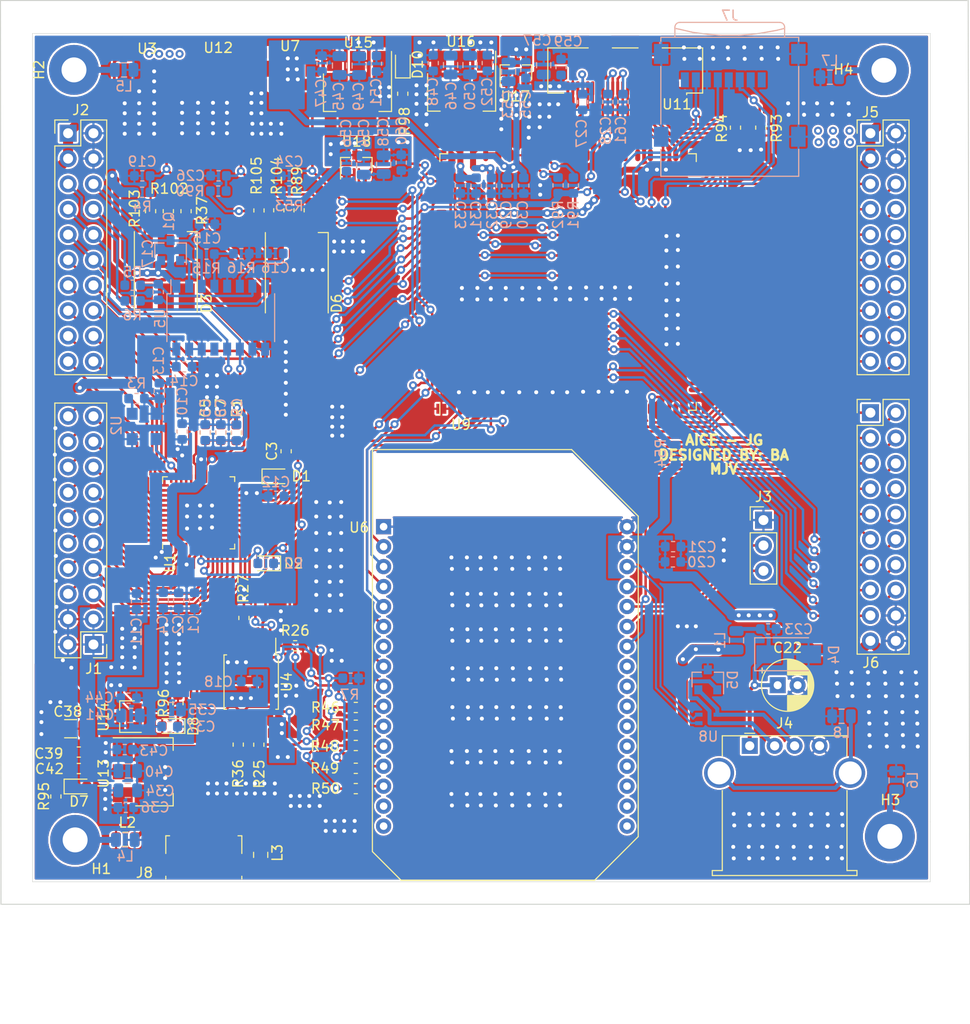
<source format=kicad_pcb>
(kicad_pcb (version 20171130) (host pcbnew 5.1.5-52549c5~86~ubuntu18.04.1)
  (layers (0 F.Cu signal) (31 B.Cu signal) (34 B.Paste user) (35 F.Paste user) (36 B.SilkS user) (37 F.SilkS user) (38 B.Mask user) (39 F.Mask user) (44 Edge.Cuts user))
  (net 0 "")
  (net 1 +1V2_FPGA)
  (net 2 GND)
  (net 3 +3V3_FPGA)
  (net 4 "Net-(C5-Pad1)")
  (net 5 /iCE40/E+)
  (net 6 "Net-(C16-Pad2)")
  (net 7 "Net-(C17-Pad1)")
  (net 8 "Net-(C17-Pad2)")
  (net 9 /iCE40/CRESET_B)
  (net 10 +3V3_MCU)
  (net 11 "Net-(C22-Pad1)")
  (net 12 /omega/RST)
  (net 13 /sipeedm1w/BOOT)
  (net 14 +2V8_MCU)
  (net 15 +1V5_MCU)
  (net 16 +1V8_MCU)
  (net 17 +5V)
  (net 18 "Net-(D1-Pad1)")
  (net 19 "Net-(D2-Pad2)")
  (net 20 /iCE40/RGB_B)
  (net 21 /iCE40/RGB_G)
  (net 22 /iCE40/RGB_R)
  (net 23 "Net-(D3-Pad3)")
  (net 24 "Net-(D3-Pad2)")
  (net 25 "Net-(D3-Pad1)")
  (net 26 "Net-(D5-Pad1)")
  (net 27 "Net-(D5-Pad2)")
  (net 28 "Net-(D6-Pad1)")
  (net 29 "Net-(D6-Pad2)")
  (net 30 "Net-(D6-Pad3)")
  (net 31 /sipeedm1w/RGB_R)
  (net 32 /sipeedm1w/RGB_G)
  (net 33 /sipeedm1w/RGB_B)
  (net 34 "Net-(D8-Pad1)")
  (net 35 "Net-(D10-Pad1)")
  (net 36 /iCE40/SCK)
  (net 37 /iCE40/SDA)
  (net 38 /iCE40/IO14)
  (net 39 /iCE40/IO13)
  (net 40 /iCE40/IO12)
  (net 41 /iCE40/IO11)
  (net 42 /iCE40/IO10)
  (net 43 /iCE40/IO9)
  (net 44 /iCE40/IO8)
  (net 45 /iCE40/IO7)
  (net 46 /iCE40/IO6)
  (net 47 /iCE40/IO5)
  (net 48 /iCE40/IO4)
  (net 49 /iCE40/IO3)
  (net 50 /iCE40/IO2)
  (net 51 /iCE40/IO1)
  (net 52 /iCE40/IO15)
  (net 53 /iCE40/IO16)
  (net 54 /iCE40/IO17)
  (net 55 /iCE40/IO18)
  (net 56 /iCE40/IO19)
  (net 57 /iCE40/IO20)
  (net 58 /iCE40/IO21)
  (net 59 /iCE40/IO22)
  (net 60 /iCE40/IO23)
  (net 61 /iCE40/IO24)
  (net 62 /iCE40/IO25)
  (net 63 /iCE40/S+)
  (net 64 /iCE40/S-)
  (net 65 "Net-(J3-Pad2)")
  (net 66 "Net-(J3-Pad3)")
  (net 67 /sipeedm1w/IO1)
  (net 68 /sipeedm1w/IO2)
  (net 69 /sipeedm1w/IO3)
  (net 70 /sipeedm1w/IO4)
  (net 71 /sipeedm1w/IO5)
  (net 72 /sipeedm1w/IO6)
  (net 73 /sipeedm1w/IO7)
  (net 74 /sipeedm1w/IO8)
  (net 75 /sipeedm1w/IO9)
  (net 76 /sipeedm1w/IO10)
  (net 77 /sipeedm1w/IO11)
  (net 78 /sipeedm1w/IO12)
  (net 79 /sipeedm1w/IO13)
  (net 80 /sipeedm1w/IO14)
  (net 81 /sipeedm1w/IO15)
  (net 82 /sipeedm1w/IO16)
  (net 83 /sipeedm1w/IO17)
  (net 84 /sipeedm1w/IO18)
  (net 85 /sipeedm1w/IO33)
  (net 86 /sipeedm1w/IO32)
  (net 87 /sipeedm1w/IO31)
  (net 88 /sipeedm1w/IO30)
  (net 89 /sipeedm1w/IO28)
  (net 90 /sipeedm1w/IO27)
  (net 91 /sipeedm1w/IO26)
  (net 92 /sipeedm1w/IO25)
  (net 93 /sipeedm1w/IO24)
  (net 94 /sipeedm1w/IO23)
  (net 95 /sipeedm1w/IO22)
  (net 96 /sipeedm1w/IO21)
  (net 97 /sipeedm1w/IO20)
  (net 98 /sipeedm1w/IO19)
  (net 99 /sipeedm1w/SPI0_CS1)
  (net 100 "Net-(J8-Pad1)")
  (net 101 "Net-(Q1-Pad1)")
  (net 102 "Net-(R3-Pad1)")
  (net 103 "Net-(R15-Pad2)")
  (net 104 "Net-(R25-Pad1)")
  (net 105 "Net-(R27-Pad1)")
  (net 106 "Net-(R46-Pad1)")
  (net 107 "Net-(R47-Pad1)")
  (net 108 "Net-(R48-Pad1)")
  (net 109 "Net-(R49-Pad1)")
  (net 110 "Net-(R50-Pad1)")
  (net 111 /sipeedm1w/DVP_SCL)
  (net 112 /sipeedm1w/DVP_SDA)
  (net 113 /iCE40/CLK_IN)
  (net 114 /iCE40/COMM0)
  (net 115 /iCE40/COMM2)
  (net 116 /iCE40/COMM3)
  (net 117 /iCE40/COMM1)
  (net 118 /omega/JTAG0)
  (net 119 /omega/JTAG1)
  (net 120 /omega/JTAG2)
  (net 121 /omega/JTAG3)
  (net 122 /omega/JTAG4)
  (net 123 /omega/RX_OM)
  (net 124 /sipeedm1w/RX_M1)
  (net 125 /omega/USB_D-)
  (net 126 /omega/USB_D+)
  (net 127 /sipeedm1w/IO29)
  (net 128 /sipeedm1w/DVP_RST)
  (net 129 /sipeedm1w/DVP_VSYNC)
  (net 130 /sipeedm1w/DVP_PWDN)
  (net 131 /sipeedm1w/DVP_HSYNC)
  (net 132 /sipeedm1w/DVP_XCLK)
  (net 133 /sipeedm1w/DVP_PCLK)
  (net 134 /sipeedm1w/DVP_D7)
  (net 135 /sipeedm1w/DVP_D6)
  (net 136 /sipeedm1w/DVP_D5)
  (net 137 /sipeedm1w/DVP_D4)
  (net 138 /sipeedm1w/DVP_D3)
  (net 139 /sipeedm1w/DVP_D2)
  (net 140 /sipeedm1w/DVP_D1)
  (net 141 /sipeedm1w/DVP_D0)
  (net 142 "Net-(H1-Pad1)")
  (net 143 "Net-(H2-Pad1)")
  (net 144 "Net-(H3-Pad1)")
  (net 145 "Net-(H4-Pad1)")
  (net 146 "Net-(J4-Pad5)")
  (net 147 GND_CASE)
  (net 148 /iCE40/OmSPI3)
  (net 149 /iCE40/OmSPI1)
  (net 150 /iCE40/OmSPI0)
  (net 151 /iCE40/OmSPI2)
  (net 152 "Net-(J8-Pad2)")
  (net 153 "Net-(J8-Pad3)")
  (net 154 "Net-(J8-Pad4)")
  (net 155 "Net-(U5-Pad13)")
  (net 156 "Net-(U6-Pad25)")
  (net 157 "Net-(U6-Pad24)")
  (net 158 "Net-(U6-Pad23)")
  (net 159 "Net-(U6-Pad22)")
  (net 160 "Net-(U6-Pad21)")
  (net 161 "Net-(U6-Pad20)")
  (net 162 "Net-(U6-Pad19)")
  (net 163 "Net-(U6-Pad18)")
  (net 164 "Net-(U6-Pad17)")
  (net 165 "Net-(U6-Pad16)")
  (net 166 "Net-(U6-Pad15)")
  (net 167 "Net-(U6-Pad7)")
  (net 168 "Net-(U11-Pad24)")
  (net 169 "Net-(D7-Pad1)")
  (net 170 "Net-(J7-Pad8)")
  (net 171 "Net-(J7-Pad1)")
  (module Capacitor_THT:CP_Radial_D5.0mm_P2.00mm (layer F.Cu) (at 107.7 129.3)
    (fp_text reference C22 (at 1 -3.75) (layer F.SilkS))
    (fp_text value 33u)
    (pad 2 thru_hole circle (at 2 0) (size 1.6 1.6) (drill 0.8) (layers *.Cu *.Mask) (net 2 GND))
    (pad 1 thru_hole rect (at 0 0) (size 1.6 1.6) (drill 0.8) (layers *.Cu *.Mask) (net 11 "Net-(C22-Pad1)"))
  )
  (module Capacitor_SMD:C_0603_1608Metric (layer B.Cu) (at 75.89264 79.2398 90)
    (fp_text reference C33 (at -2.936 0.062 270) (layer B.SilkS) (effects (justify mirror)))
    (fp_text value 0.1u)
    (pad 1 smd roundrect (at -0.7875 0 90) (size 0.875 0.95) (layers B.Cu B.Paste B.Mask) (net 2 GND))
    (pad 2 smd roundrect (at 0.7875 0 90) (size 0.875 0.95) (layers B.Cu B.Paste B.Mask) (net 10 +3V3_MCU))
  )
  (module Package_TO_SOT_SMD:SOT-23 (layer F.Cu) (at 42.51 132.45 180)
    (fp_text reference U14 (at 2.38 -0.03 90) (layer F.SilkS))
    (fp_text value XC6206P122MR)
    (pad 3 smd rect (at 1 0 180) (size 0.9 0.8) (layers F.Cu F.Paste F.Mask) (net 3 +3V3_FPGA))
    (pad 2 smd rect (at -1 0.95 180) (size 0.9 0.8) (layers F.Cu F.Paste F.Mask) (net 1 +1V2_FPGA))
    (pad 1 smd rect (at -1 -0.95 180) (size 0.9 0.8) (layers F.Cu F.Paste F.Mask) (net 2 GND))
  )
  (module Connector_FFC-FPC:Molex_502231-2400_1x24-1SH_P0.5mm_Vertical (layer F.Cu) (at 92.42 68.44 180)
    (fp_text reference U11 (at -5.18 -2.66) (layer F.SilkS))
    (fp_text value DVP_PORT)
    (pad 1 smd roundrect (at -5.75 -1.045 180) (size 0.3 1.37) (layers F.Cu F.Paste F.Mask) (net 2 GND))
    (pad 2 smd roundrect (at -5.25 -1.045 180) (size 0.3 1.37) (layers F.Cu F.Paste F.Mask) (net 2 GND))
    (pad 3 smd roundrect (at -4.75 -1.045 180) (size 0.3 1.37) (layers F.Cu F.Paste F.Mask) (net 139 /sipeedm1w/DVP_D2))
    (pad 4 smd roundrect (at -4.25 -1.045 180) (size 0.3 1.37) (layers F.Cu F.Paste F.Mask) (net 140 /sipeedm1w/DVP_D1))
    (pad 5 smd roundrect (at -3.75 -1.045 180) (size 0.3 1.37) (layers F.Cu F.Paste F.Mask) (net 138 /sipeedm1w/DVP_D3))
    (pad 6 smd roundrect (at -3.25 -1.045 180) (size 0.3 1.37) (layers F.Cu F.Paste F.Mask) (net 141 /sipeedm1w/DVP_D0))
    (pad 7 smd roundrect (at -2.75 -1.045 180) (size 0.3 1.37) (layers F.Cu F.Paste F.Mask) (net 137 /sipeedm1w/DVP_D4))
    (pad 8 smd roundrect (at -2.25 -1.045 180) (size 0.3 1.37) (layers F.Cu F.Paste F.Mask) (net 133 /sipeedm1w/DVP_PCLK))
    (pad 9 smd roundrect (at -1.75 -1.045 180) (size 0.3 1.37) (layers F.Cu F.Paste F.Mask) (net 136 /sipeedm1w/DVP_D5))
    (pad 10 smd roundrect (at -1.25 -1.045 180) (size 0.3 1.37) (layers F.Cu F.Paste F.Mask) (net 2 GND))
    (pad 11 smd roundrect (at -0.75 -1.045 180) (size 0.3 1.37) (layers F.Cu F.Paste F.Mask) (net 135 /sipeedm1w/DVP_D6))
    (pad 12 smd roundrect (at -0.25 -1.045 180) (size 0.3 1.37) (layers F.Cu F.Paste F.Mask) (net 132 /sipeedm1w/DVP_XCLK))
    (pad 13 smd roundrect (at 0.25 -1.045 180) (size 0.3 1.37) (layers F.Cu F.Paste F.Mask) (net 134 /sipeedm1w/DVP_D7))
    (pad 14 smd roundrect (at 0.75 -1.045 180) (size 0.3 1.37) (layers F.Cu F.Paste F.Mask) (net 16 +1V8_MCU))
    (pad 15 smd roundrect (at 1.25 -1.045 180) (size 0.3 1.37) (layers F.Cu F.Paste F.Mask) (net 15 +1V5_MCU))
    (pad SH smd roundrect (at -2.5 3.025 180) (size 1.9 1.75) (layers F.Cu F.Paste F.Mask) (roundrect_rratio 0.143) (net 2 GND))
    (pad SH smd roundrect (at 2.5 3.025 180) (size 1.9 1.75) (layers F.Cu F.Paste F.Mask) (roundrect_rratio 0.143) (net 2 GND))
    (pad 16 smd roundrect (at 1.75 -1.045 180) (size 0.3 1.37) (layers F.Cu F.Paste F.Mask) (net 131 /sipeedm1w/DVP_HSYNC))
    (pad 17 smd roundrect (at 2.25 -1.045 180) (size 0.3 1.37) (layers F.Cu F.Paste F.Mask) (net 130 /sipeedm1w/DVP_PWDN))
    (pad 18 smd roundrect (at 2.75 -1.045 180) (size 0.3 1.37) (layers F.Cu F.Paste F.Mask) (net 129 /sipeedm1w/DVP_VSYNC))
    (pad 19 smd roundrect (at 3.25 -1.045 180) (size 0.3 1.37) (layers F.Cu F.Paste F.Mask) (net 128 /sipeedm1w/DVP_RST))
    (pad 20 smd roundrect (at 3.75 -1.045 180) (size 0.3 1.37) (layers F.Cu F.Paste F.Mask) (net 111 /sipeedm1w/DVP_SCL))
    (pad 21 smd roundrect (at 4.25 -1.045 180) (size 0.3 1.37) (layers F.Cu F.Paste F.Mask) (net 14 +2V8_MCU))
    (pad 22 smd roundrect (at 4.75 -1.045 180) (size 0.3 1.37) (layers F.Cu F.Paste F.Mask) (net 112 /sipeedm1w/DVP_SDA))
    (pad 23 smd roundrect (at 5.25 -1.045 180) (size 0.3 1.37) (layers F.Cu F.Paste F.Mask) (net 2 GND))
    (pad 24 smd roundrect (at 5.75 -1.045 180) (size 0.3 1.37) (layers F.Cu F.Paste F.Mask) (net 168 "Net-(U11-Pad24)"))
  )
  (module Package_SO:SOP-16_4.4x10.4mm_P1.27mm (layer B.Cu) (at 51.88 92.478 270)
    (fp_text reference U5 (at 0.072 6.08 270) (layer B.SilkS) (effects (justify mirror)))
    (fp_text value HX711)
    (pad 1 smd rect (at -3.15 4.45 270) (size 1.3 0.8) (layers B.Cu B.Paste B.Mask) (net 3 +3V3_FPGA))
    (pad 2 smd rect (at -3.15 3.17 270) (size 1.3 0.8) (layers B.Cu B.Paste B.Mask) (net 101 "Net-(Q1-Pad1)"))
    (pad 3 smd rect (at -3.15 1.91 270) (size 1.3 0.8) (layers B.Cu B.Paste B.Mask) (net 5 /iCE40/E+))
    (pad 4 smd rect (at -3.15 0.64 270) (size 1.3 0.8) (layers B.Cu B.Paste B.Mask) (net 103 "Net-(R15-Pad2)"))
    (pad 5 smd rect (at -3.15 -0.64 270) (size 1.3 0.8) (layers B.Cu B.Paste B.Mask) (net 2 GND))
    (pad 6 smd rect (at -3.15 -1.91 270) (size 1.3 0.8) (layers B.Cu B.Paste B.Mask) (net 6 "Net-(C16-Pad2)"))
    (pad 7 smd rect (at -3.15 -3.17 270) (size 1.3 0.8) (layers B.Cu B.Paste B.Mask) (net 7 "Net-(C17-Pad1)"))
    (pad 8 smd rect (at -3.15 -4.45 270) (size 1.3 0.8) (layers B.Cu B.Paste B.Mask) (net 8 "Net-(C17-Pad2)"))
    (pad 9 smd rect (at 3.15 -4.45 270) (size 1.3 0.8) (layers B.Cu B.Paste B.Mask) (net 2 GND))
    (pad 10 smd rect (at 3.15 -3.17 270) (size 1.3 0.8) (layers B.Cu B.Paste B.Mask) (net 2 GND))
    (pad 11 smd rect (at 3.15 -1.91 270) (size 1.3 0.8) (layers B.Cu B.Paste B.Mask) (net 36 /iCE40/SCK))
    (pad 12 smd rect (at 3.15 -0.64 270) (size 1.3 0.8) (layers B.Cu B.Paste B.Mask) (net 37 /iCE40/SDA))
    (pad 13 smd rect (at 3.15 0.64 270) (size 1.3 0.8) (layers B.Cu B.Paste B.Mask) (net 155 "Net-(U5-Pad13)"))
    (pad 14 smd rect (at 3.15 1.91 270) (size 1.3 0.8) (layers B.Cu B.Paste B.Mask) (net 2 GND))
    (pad 15 smd rect (at 3.15 3.17 270) (size 1.3 0.8) (layers B.Cu B.Paste B.Mask) (net 2 GND))
    (pad 16 smd rect (at 3.15 4.45 270) (size 1.3 0.8) (layers B.Cu B.Paste B.Mask) (net 3 +3V3_FPGA))
  )
  (module Resistor_SMD:R_0603_1608Metric (layer F.Cu) (at 55.708 81.734 90)
    (fp_text reference R105 (at 3.482 -0.244 90) (layer F.SilkS))
    (fp_text value 2K2)
    (pad 2 smd roundrect (at 0.7875 0 90) (size 0.875 0.95) (layers F.Cu F.Paste F.Mask) (net 2 GND))
    (pad 1 smd roundrect (at -0.7875 0 90) (size 0.875 0.95) (layers F.Cu F.Paste F.Mask) (net 30 "Net-(D6-Pad3)"))
  )
  (module Resistor_SMD:R_0603_1608Metric (layer F.Cu) (at 57.698 81.719 90)
    (fp_text reference R104 (at 3.467 -0.202 90) (layer F.SilkS))
    (fp_text value 2K2)
    (pad 2 smd roundrect (at 0.7875 0 90) (size 0.875 0.95) (layers F.Cu F.Paste F.Mask) (net 2 GND))
    (pad 1 smd roundrect (at -0.7875 0 90) (size 0.875 0.95) (layers F.Cu F.Paste F.Mask) (net 29 "Net-(D6-Pad2)"))
  )
  (module Resistor_SMD:R_0603_1608Metric (layer F.Cu) (at 44.844 81.808 90)
    (fp_text reference R103 (at 0.258 -1.594 90) (layer F.SilkS))
    (fp_text value 2K2)
    (pad 2 smd roundrect (at 0.7875 0 90) (size 0.875 0.95) (layers F.Cu F.Paste F.Mask) (net 2 GND))
    (pad 1 smd roundrect (at -0.7875 0 90) (size 0.875 0.95) (layers F.Cu F.Paste F.Mask) (net 23 "Net-(D3-Pad3)"))
  )
  (module Resistor_SMD:R_0603_1608Metric (layer F.Cu) (at 46.622 81.808 90)
    (fp_text reference R102 (at 2.258 0.078 180) (layer F.SilkS))
    (fp_text value 2K2)
    (pad 2 smd roundrect (at 0.7875 0 90) (size 0.875 0.95) (layers F.Cu F.Paste F.Mask) (net 2 GND))
    (pad 1 smd roundrect (at -0.7875 0 90) (size 0.875 0.95) (layers F.Cu F.Paste F.Mask) (net 24 "Net-(D3-Pad2)"))
  )
  (module Resistor_SMD:R_0603_1608Metric (layer F.Cu) (at 70.1222 70.0419 270)
    (fp_text reference R98 (at 2.7581 -0.1778 90) (layer F.SilkS))
    (fp_text value 2k2)
    (pad 2 smd roundrect (at 0.7875 0 270) (size 0.875 0.95) (layers F.Cu F.Paste F.Mask) (net 2 GND))
    (pad 1 smd roundrect (at -0.7875 0 270) (size 0.875 0.95) (layers F.Cu F.Paste F.Mask) (net 35 "Net-(D10-Pad1)"))
  )
  (module Resistor_SMD:R_0603_1608Metric (layer F.Cu) (at 47.59 131.1025 90)
    (fp_text reference R96 (at 0 -1.43 90) (layer F.SilkS))
    (fp_text value 2k2)
    (pad 2 smd roundrect (at 0.7875 0 90) (size 0.875 0.95) (layers F.Cu F.Paste F.Mask) (net 2 GND))
    (pad 1 smd roundrect (at -0.7875 0 90) (size 0.875 0.95) (layers F.Cu F.Paste F.Mask) (net 34 "Net-(D8-Pad1)"))
  )
  (module Resistor_SMD:R_0603_1608Metric (layer F.Cu) (at 103.47198 73.43902 270)
    (fp_text reference R94 (at 0.06098 1.37198 270) (layer F.SilkS))
    (fp_text value 10k)
    (pad 2 smd roundrect (at 0.7875 0 270) (size 0.875 0.95) (layers F.Cu F.Paste F.Mask) (net 10 +3V3_MCU))
    (pad 1 smd roundrect (at -0.7875 0 270) (size 0.875 0.95) (layers F.Cu F.Paste F.Mask) (net 114 /iCE40/COMM0))
  )
  (module Resistor_SMD:R_0603_1608Metric (layer F.Cu) (at 106.01198 73.43902 270)
    (fp_text reference R93 (at 0.06098 -1.58802 270) (layer F.SilkS))
    (fp_text value 10k)
    (pad 2 smd roundrect (at 0.7875 0 270) (size 0.875 0.95) (layers F.Cu F.Paste F.Mask) (net 10 +3V3_MCU))
    (pad 1 smd roundrect (at -0.7875 0 270) (size 0.875 0.95) (layers F.Cu F.Paste F.Mask) (net 115 /iCE40/COMM2))
  )
  (module Resistor_SMD:R_0603_1608Metric (layer B.Cu) (at 85.68944 79.22006 270)
    (fp_text reference R92 (at 2.935 0.014 270) (layer B.SilkS) (effects (justify mirror)))
    (fp_text value 2k2)
    (pad 1 smd roundrect (at -0.7875 0 270) (size 0.875 0.95) (layers B.Cu B.Paste B.Mask) (net 112 /sipeedm1w/DVP_SDA))
    (pad 2 smd roundrect (at 0.7875 0 270) (size 0.875 0.95) (layers B.Cu B.Paste B.Mask) (net 16 +1V8_MCU))
  )
  (module Resistor_SMD:R_0603_1608Metric (layer B.Cu) (at 87.22614 79.22514 270)
    (fp_text reference R91 (at 2.945 0.008 270) (layer B.SilkS) (effects (justify mirror)))
    (fp_text value 2k2)
    (pad 1 smd roundrect (at -0.7875 0 270) (size 0.875 0.95) (layers B.Cu B.Paste B.Mask) (net 111 /sipeedm1w/DVP_SCL))
    (pad 2 smd roundrect (at 0.7875 0 270) (size 0.875 0.95) (layers B.Cu B.Paste B.Mask) (net 16 +1V8_MCU))
  )
  (module Resistor_SMD:R_0603_1608Metric (layer B.Cu) (at 51.626 79.79 180)
    (fp_text reference R90 (at 2.826 -0.01) (layer B.SilkS) (effects (justify mirror)))
    (fp_text value 10K)
    (pad 2 smd roundrect (at 0.7875 0 180) (size 0.875 0.95) (layers B.Cu B.Paste B.Mask) (net 16 +1V8_MCU))
    (pad 1 smd roundrect (at -0.7875 0 180) (size 0.875 0.95) (layers B.Cu B.Paste B.Mask) (net 122 /omega/JTAG4))
  )
  (module Resistor_SMD:R_0603_1608Metric (layer F.Cu) (at 59.728 81.719 90)
    (fp_text reference R89 (at 2.959 -0.2 90) (layer F.SilkS))
    (fp_text value 2K2)
    (pad 2 smd roundrect (at 0.7875 0 90) (size 0.875 0.95) (layers F.Cu F.Paste F.Mask) (net 2 GND))
    (pad 1 smd roundrect (at -0.7875 0 90) (size 0.875 0.95) (layers F.Cu F.Paste F.Mask) (net 28 "Net-(D6-Pad1)"))
  )
  (module Resistor_SMD:R_0603_1608Metric (layer B.Cu) (at 97.5 106.05 270)
    (fp_text reference R54 (at 0 1.524 270) (layer B.SilkS) (effects (justify mirror)))
    (fp_text value 10k)
    (pad 2 smd roundrect (at 0.7875 0 270) (size 0.875 0.95) (layers B.Cu B.Paste B.Mask) (net 10 +3V3_MCU))
    (pad 1 smd roundrect (at -0.7875 0 270) (size 0.875 0.95) (layers B.Cu B.Paste B.Mask) (net 13 /sipeedm1w/BOOT))
  )
  (module Resistor_SMD:R_0603_1608Metric (layer B.Cu) (at 58.738 79.79 180)
    (fp_text reference R53 (at 0 -1.49) (layer B.SilkS) (effects (justify mirror)))
    (fp_text value 10K)
    (pad 2 smd roundrect (at 0.7875 0 180) (size 0.875 0.95) (layers B.Cu B.Paste B.Mask) (net 10 +3V3_MCU))
    (pad 1 smd roundrect (at -0.7875 0 180) (size 0.875 0.95) (layers B.Cu B.Paste B.Mask) (net 12 /omega/RST))
  )
  (module Resistor_SMD:R_0603_1608Metric (layer F.Cu) (at 65.41524 139.66138 180)
    (fp_text reference R50 (at 3.048 0) (layer F.SilkS))
    (fp_text value 100)
    (pad 2 smd roundrect (at 0.7875 0 180) (size 0.875 0.95) (layers F.Cu F.Paste F.Mask) (net 9 /iCE40/CRESET_B))
    (pad 1 smd roundrect (at -0.7875 0 180) (size 0.875 0.95) (layers F.Cu F.Paste F.Mask) (net 110 "Net-(R50-Pad1)"))
  )
  (module Resistor_SMD:R_0603_1608Metric (layer F.Cu) (at 65.41524 137.62938 180)
    (fp_text reference R49 (at 3.115 0) (layer F.SilkS))
    (fp_text value 100)
    (pad 2 smd roundrect (at 0.7875 0 180) (size 0.875 0.95) (layers F.Cu F.Paste F.Mask) (net 148 /iCE40/OmSPI3))
    (pad 1 smd roundrect (at -0.7875 0 180) (size 0.875 0.95) (layers F.Cu F.Paste F.Mask) (net 109 "Net-(R49-Pad1)"))
  )
  (module Resistor_SMD:R_0603_1608Metric (layer F.Cu) (at 65.41524 135.34338 180)
    (fp_text reference R48 (at 3.115 -0.086) (layer F.SilkS))
    (fp_text value 100)
    (pad 2 smd roundrect (at 0.7875 0 180) (size 0.875 0.95) (layers F.Cu F.Paste F.Mask) (net 149 /iCE40/OmSPI1))
    (pad 1 smd roundrect (at -0.7875 0 180) (size 0.875 0.95) (layers F.Cu F.Paste F.Mask) (net 108 "Net-(R48-Pad1)"))
  )
  (module Resistor_SMD:R_0603_1608Metric (layer F.Cu) (at 65.41524 133.31138 180)
    (fp_text reference R47 (at 3.048 0) (layer F.SilkS))
    (fp_text value 100)
    (pad 2 smd roundrect (at 0.7875 0 180) (size 0.875 0.95) (layers F.Cu F.Paste F.Mask) (net 151 /iCE40/OmSPI2))
    (pad 1 smd roundrect (at -0.7875 0 180) (size 0.875 0.95) (layers F.Cu F.Paste F.Mask) (net 107 "Net-(R47-Pad1)"))
  )
  (module Resistor_SMD:R_0603_1608Metric (layer F.Cu) (at 65.41524 131.53338 180)
    (fp_text reference R46 (at 3.048 0) (layer F.SilkS))
    (fp_text value 100)
    (pad 2 smd roundrect (at 0.7875 0 180) (size 0.875 0.95) (layers F.Cu F.Paste F.Mask) (net 150 /iCE40/OmSPI0))
    (pad 1 smd roundrect (at -0.7875 0 180) (size 0.875 0.95) (layers F.Cu F.Paste F.Mask) (net 106 "Net-(R46-Pad1)"))
  )
  (module Resistor_SMD:R_0603_1608Metric (layer F.Cu) (at 48.4 81.808 90)
    (fp_text reference R37 (at 0.058 1.6 270) (layer F.SilkS))
    (fp_text value 2K2)
    (pad 2 smd roundrect (at 0.7875 0 90) (size 0.875 0.95) (layers F.Cu F.Paste F.Mask) (net 2 GND))
    (pad 1 smd roundrect (at -0.7875 0 90) (size 0.875 0.95) (layers F.Cu F.Paste F.Mask) (net 25 "Net-(D3-Pad1)"))
  )
  (module Resistor_SMD:R_0603_1608Metric (layer F.Cu) (at 53.632 135.254 270)
    (fp_text reference R36 (at 2.913 0.006 90) (layer F.SilkS))
    (fp_text value 10k)
    (pad 2 smd roundrect (at 0.7875 0 270) (size 0.875 0.95) (layers F.Cu F.Paste F.Mask) (net 3 +3V3_FPGA))
    (pad 1 smd roundrect (at -0.7875 0 270) (size 0.875 0.95) (layers F.Cu F.Paste F.Mask) (net 149 /iCE40/OmSPI1))
  )
  (module Resistor_SMD:R_0603_1608Metric (layer F.Cu) (at 54.202 122.564 90)
    (fp_text reference R27 (at 2.938 -0.064 90) (layer F.SilkS))
    (fp_text value 10k)
    (pad 2 smd roundrect (at 0.7875 0 90) (size 0.875 0.95) (layers F.Cu F.Paste F.Mask) (net 3 +3V3_FPGA))
    (pad 1 smd roundrect (at -0.7875 0 90) (size 0.875 0.95) (layers F.Cu F.Paste F.Mask) (net 105 "Net-(R27-Pad1)"))
  )
  (module Resistor_SMD:R_0603_1608Metric (layer F.Cu) (at 59.33694 125.35154 180)
    (fp_text reference R26 (at -0.003 1.524) (layer F.SilkS))
    (fp_text value 10k)
    (pad 2 smd roundrect (at 0.7875 0 180) (size 0.875 0.95) (layers F.Cu F.Paste F.Mask) (net 148 /iCE40/OmSPI3))
    (pad 1 smd roundrect (at -0.7875 0 180) (size 0.875 0.95) (layers F.Cu F.Paste F.Mask) (net 2 GND))
  )
  (module Resistor_SMD:R_0603_1608Metric (layer F.Cu) (at 55.694 135.264 270)
    (fp_text reference R25 (at 2.943 -0.044 90) (layer F.SilkS))
    (fp_text value 10k)
    (pad 2 smd roundrect (at 0.7875 0 270) (size 0.875 0.95) (layers F.Cu F.Paste F.Mask) (net 3 +3V3_FPGA))
    (pad 1 smd roundrect (at -0.7875 0 270) (size 0.875 0.95) (layers F.Cu F.Paste F.Mask) (net 104 "Net-(R25-Pad1)"))
  )
  (module Resistor_SMD:R_0603_1608Metric (layer B.Cu) (at 53.945 86.068)
    (fp_text reference R16 (at 0 1.43) (layer B.SilkS) (effects (justify mirror)))
    (fp_text value 2k2)
    (pad 2 smd roundrect (at 0.7875 0) (size 0.875 0.95) (layers B.Cu B.Paste B.Mask) (net 2 GND))
    (pad 1 smd roundrect (at -0.7875 0) (size 0.875 0.95) (layers B.Cu B.Paste B.Mask) (net 103 "Net-(R15-Pad2)"))
  )
  (module Resistor_SMD:R_0603_1608Metric (layer B.Cu) (at 50.445 86.108)
    (fp_text reference R15 (at 0 1.43) (layer B.SilkS) (effects (justify mirror)))
    (fp_text value 2k2)
    (pad 2 smd roundrect (at 0.7875 0) (size 0.875 0.95) (layers B.Cu B.Paste B.Mask) (net 103 "Net-(R15-Pad2)"))
    (pad 1 smd roundrect (at -0.7875 0) (size 0.875 0.95) (layers B.Cu B.Paste B.Mask) (net 5 /iCE40/E+))
  )
  (module Resistor_SMD:R_0603_1608Metric (layer B.Cu) (at 43.046 90.796 180)
    (fp_text reference R6 (at 0.026 -1.434) (layer B.SilkS) (effects (justify mirror)))
    (fp_text value 100)
    (pad 2 smd roundrect (at 0.7875 0 180) (size 0.875 0.95) (layers B.Cu B.Paste B.Mask) (net 63 /iCE40/S+))
    (pad 1 smd roundrect (at -0.7875 0 180) (size 0.875 0.95) (layers B.Cu B.Paste B.Mask) (net 8 "Net-(C17-Pad2)"))
  )
  (module Resistor_SMD:R_0603_1608Metric (layer B.Cu) (at 43.046 89.226 180)
    (fp_text reference R5 (at 0.016 1.326) (layer B.SilkS) (effects (justify mirror)))
    (fp_text value 100)
    (pad 2 smd roundrect (at 0.7875 0 180) (size 0.875 0.95) (layers B.Cu B.Paste B.Mask) (net 64 /iCE40/S-))
    (pad 1 smd roundrect (at -0.7875 0 180) (size 0.875 0.95) (layers B.Cu B.Paste B.Mask) (net 7 "Net-(C17-Pad1)"))
  )
  (module Resistor_SMD:R_0603_1608Metric (layer B.Cu) (at 43.994 79.914 180)
    (fp_text reference R4 (at -0.006 -1.436) (layer B.SilkS) (effects (justify mirror)))
    (fp_text value 10K)
    (pad 2 smd roundrect (at 0.7875 0 180) (size 0.875 0.95) (layers B.Cu B.Paste B.Mask) (net 3 +3V3_FPGA))
    (pad 1 smd roundrect (at -0.7875 0 180) (size 0.875 0.95) (layers B.Cu B.Paste B.Mask) (net 9 /iCE40/CRESET_B))
  )
  (module Resistor_SMD:R_0603_1608Metric (layer B.Cu) (at 43.434 100.584)
    (fp_text reference R3 (at 0 -1.524 180) (layer B.SilkS) (effects (justify mirror)))
    (fp_text value 10K)
    (pad 2 smd roundrect (at 0.7875 0) (size 0.875 0.95) (layers B.Cu B.Paste B.Mask) (net 3 +3V3_FPGA))
    (pad 1 smd roundrect (at -0.7875 0) (size 0.875 0.95) (layers B.Cu B.Paste B.Mask) (net 102 "Net-(R3-Pad1)"))
  )
  (module Resistor_SMD:R_0603_1608Metric (layer B.Cu) (at 56.388 117.094 180)
    (fp_text reference R2 (at -2.794 0) (layer B.SilkS) (effects (justify mirror)))
    (fp_text value 2k2)
    (pad 2 smd roundrect (at 0.7875 0 180) (size 0.875 0.95) (layers B.Cu B.Paste B.Mask) (net 19 "Net-(D2-Pad2)"))
    (pad 1 smd roundrect (at -0.7875 0 180) (size 0.875 0.95) (layers B.Cu B.Paste B.Mask) (net 3 +3V3_FPGA))
  )
  (module Resistor_SMD:R_0603_1608Metric (layer F.Cu) (at 53.42 104.03 270)
    (fp_text reference R1 (at -2.5 -0.07 90) (layer F.SilkS))
    (fp_text value 100E)
    (pad 2 smd roundrect (at 0.7875 0 270) (size 0.875 0.95) (layers F.Cu F.Paste F.Mask) (net 4 "Net-(C5-Pad1)"))
    (pad 1 smd roundrect (at -0.7875 0 270) (size 0.875 0.95) (layers F.Cu F.Paste F.Mask) (net 1 +1V2_FPGA))
  )
  (module Inductor_SMD:L_0805_2012Metric (layer B.Cu) (at 114.1 132.41)
    (fp_text reference L8 (at 0 1.65) (layer B.SilkS) (effects (justify mirror)))
    (fp_text value "2A 120 ohm")
    (pad 2 smd roundrect (at 0.9375 0) (size 0.975 1.4) (layers B.Cu B.Paste B.Mask) (net 146 "Net-(J4-Pad5)"))
    (pad 1 smd roundrect (at -0.9375 0) (size 0.975 1.4) (layers B.Cu B.Paste B.Mask) (net 2 GND))
  )
  (module Inductor_SMD:L_0805_2012Metric (layer B.Cu) (at 112.93 68.38 180)
    (fp_text reference L7 (at 0 1.65) (layer B.SilkS) (effects (justify mirror)))
    (fp_text value "2A 120 ohm")
    (pad 2 smd roundrect (at 0.9375 0 180) (size 0.975 1.4) (layers B.Cu B.Paste B.Mask) (net 2 GND))
    (pad 1 smd roundrect (at -0.9375 0 180) (size 0.975 1.4) (layers B.Cu B.Paste B.Mask) (net 145 "Net-(H4-Pad1)"))
  )
  (module Inductor_SMD:L_0805_2012Metric (layer B.Cu) (at 119.58 138.83 90)
    (fp_text reference L6 (at 0 1.65 90) (layer B.SilkS) (effects (justify mirror)))
    (fp_text value "2A 120 ohm")
    (pad 2 smd roundrect (at 0.9375 0 90) (size 0.975 1.4) (layers B.Cu B.Paste B.Mask) (net 2 GND))
    (pad 1 smd roundrect (at -0.9375 0 90) (size 0.975 1.4) (layers B.Cu B.Paste B.Mask) (net 144 "Net-(H3-Pad1)"))
  )
  (module Inductor_SMD:L_0805_2012Metric (layer B.Cu) (at 42.191 67.652)
    (fp_text reference L5 (at 0 1.65) (layer B.SilkS) (effects (justify mirror)))
    (fp_text value "2A 120 ohm")
    (pad 2 smd roundrect (at 0.9375 0) (size 0.975 1.4) (layers B.Cu B.Paste B.Mask) (net 2 GND))
    (pad 1 smd roundrect (at -0.9375 0) (size 0.975 1.4) (layers B.Cu B.Paste B.Mask) (net 143 "Net-(H2-Pad1)"))
  )
  (module Inductor_SMD:L_0805_2012Metric (layer B.Cu) (at 42.305 144.8)
    (fp_text reference L4 (at 0 1.65) (layer B.SilkS) (effects (justify mirror)))
    (fp_text value "2A 120 ohm")
    (pad 2 smd roundrect (at 0.9375 0) (size 0.975 1.4) (layers B.Cu B.Paste B.Mask) (net 2 GND))
    (pad 1 smd roundrect (at -0.9375 0) (size 0.975 1.4) (layers B.Cu B.Paste B.Mask) (net 142 "Net-(H1-Pad1)"))
  )
  (module Inductor_SMD:L_0805_2012Metric (layer F.Cu) (at 55.88 146.3 90)
    (fp_text reference L3 (at 0.2 1.67 90) (layer F.SilkS))
    (fp_text value "2A 120 ohm")
    (pad 2 smd roundrect (at 0.9375 0 90) (size 0.975 1.4) (layers F.Cu F.Paste F.Mask) (net 2 GND))
    (pad 1 smd roundrect (at -0.9375 0 90) (size 0.975 1.4) (layers F.Cu F.Paste F.Mask) (net 147 GND_CASE))
  )
  (module Inductor_SMD:L_0805_2012Metric (layer F.Cu) (at 42.32 144.74 180)
    (fp_text reference L2 (at -0.195 1.68) (layer F.SilkS))
    (fp_text value "2A 120 ohm")
    (pad 2 smd roundrect (at 0.9375 0 180) (size 0.975 1.4) (layers F.Cu F.Paste F.Mask) (net 17 +5V))
    (pad 1 smd roundrect (at -0.9375 0 180) (size 0.975 1.4) (layers F.Cu F.Paste F.Mask) (net 100 "Net-(J8-Pad1)"))
  )
  (module Inductor_SMD:L_0805_2012Metric (layer B.Cu) (at 103.578 124.804 270)
    (fp_text reference L1 (at 0 1.65 90) (layer B.SilkS) (effects (justify mirror)))
    (fp_text value "2A 120 ohm")
    (pad 2 smd roundrect (at 0.9375 0 270) (size 0.975 1.4) (layers B.Cu B.Paste B.Mask) (net 17 +5V))
    (pad 1 smd roundrect (at -0.9375 0 270) (size 0.975 1.4) (layers B.Cu B.Paste B.Mask) (net 11 "Net-(C22-Pad1)"))
  )
  (module LED_SMD:LED_0603_1608Metric (layer F.Cu) (at 70.1294 66.97472 90)
    (fp_text reference D10 (at -0.1397 1.48844 90) (layer F.SilkS))
    (fp_text value YLL)
    (pad 2 smd roundrect (at 0.7875 0 90) (size 0.875 0.95) (layers F.Cu F.Paste F.Mask) (net 10 +3V3_MCU))
    (pad 1 smd roundrect (at -0.7875 0 90) (size 0.875 0.95) (layers F.Cu F.Paste F.Mask) (net 35 "Net-(D10-Pad1)"))
  )
  (module LED_SMD:LED_0603_1608Metric (layer F.Cu) (at 46.7975 133.39 180)
    (fp_text reference D8 (at -2.3225 -0.03 90) (layer F.SilkS))
    (fp_text value BLU)
    (pad 2 smd roundrect (at 0.7875 0 180) (size 0.875 0.95) (layers F.Cu F.Paste F.Mask) (net 3 +3V3_FPGA))
    (pad 1 smd roundrect (at -0.7875 0 180) (size 0.875 0.95) (layers F.Cu F.Paste F.Mask) (net 34 "Net-(D8-Pad1)"))
  )
  (module Diode_SMD:D_SMA (layer B.Cu) (at 108.8 126.2)
    (fp_text reference D4 (at 4.55 0.05 90) (layer B.SilkS) (effects (justify mirror)))
    (fp_text value SMAZ5V1-TP)
    (pad 2 smd rect (at 2 0) (size 2.5 1.8) (layers B.Cu B.Paste B.Mask) (net 2 GND))
    (pad 1 smd rect (at -2 0) (size 2.5 1.8) (layers B.Cu B.Paste B.Mask) (net 11 "Net-(C22-Pad1)"))
  )
  (module LED_SMD:LED_0603_1608Metric (layer F.Cu) (at 56.388 117.094 180)
    (fp_text reference D2 (at -2.794 0) (layer F.SilkS))
    (fp_text value GREEN)
    (pad 2 smd roundrect (at 0.7875 0 180) (size 0.875 0.95) (layers F.Cu F.Paste F.Mask) (net 19 "Net-(D2-Pad2)"))
    (pad 1 smd roundrect (at -0.7875 0 180) (size 0.875 0.95) (layers F.Cu F.Paste F.Mask) (net 2 GND))
  )
  (module LED_SMD:LED_0603_1608Metric (layer F.Cu) (at 57.502 108.376)
    (fp_text reference D1 (at 2.448 -0.006) (layer F.SilkS))
    (fp_text value CDBU0520)
    (pad 2 smd roundrect (at 0.7875 0) (size 0.875 0.95) (layers F.Cu F.Paste F.Mask) (net 3 +3V3_FPGA))
    (pad 1 smd roundrect (at -0.7875 0) (size 0.875 0.95) (layers F.Cu F.Paste F.Mask) (net 18 "Net-(D1-Pad1)"))
  )
  (module Capacitor_SMD:C_0603_1608Metric (layer B.Cu) (at 92.202 70.866 90)
    (fp_text reference C61 (at -2.852 -0.228 270) (layer B.SilkS) (effects (justify mirror)))
    (fp_text value 0.1u)
    (pad 1 smd roundrect (at -0.7875 0 90) (size 0.875 0.95) (layers B.Cu B.Paste B.Mask) (net 2 GND))
    (pad 2 smd roundrect (at 0.7875 0 90) (size 0.875 0.95) (layers B.Cu B.Paste B.Mask) (net 16 +1V8_MCU))
  )
  (module Capacitor_SMD:C_0603_1608Metric (layer B.Cu) (at 69.96938 76.94422 270)
    (fp_text reference C60 (at -3.194 -0.014 90) (layer B.SilkS) (effects (justify mirror)))
    (fp_text value 0.1u)
    (pad 2 smd roundrect (at 0.7875 0 270) (size 0.875 0.95) (layers B.Cu B.Paste B.Mask) (net 2 GND))
    (pad 1 smd roundrect (at -0.7875 0 270) (size 0.875 0.95) (layers B.Cu B.Paste B.Mask) (net 15 +1V5_MCU))
  )
  (module Capacitor_SMD:C_0603_1608Metric (layer B.Cu) (at 85.98918 67.3741 90)
    (fp_text reference C59 (at 2.5741 0.71082 180) (layer B.SilkS) (effects (justify mirror)))
    (fp_text value 0.1u)
    (pad 2 smd roundrect (at 0.7875 0 90) (size 0.875 0.95) (layers B.Cu B.Paste B.Mask) (net 2 GND))
    (pad 1 smd roundrect (at -0.7875 0 90) (size 0.875 0.95) (layers B.Cu B.Paste B.Mask) (net 14 +2V8_MCU))
  )
  (module Capacitor_SMD:C_0805_2012Metric (layer B.Cu) (at 68.2117 77.14488 270)
    (fp_text reference C58 (at -3.253 0.034 90) (layer B.SilkS) (effects (justify mirror)))
    (fp_text value 33u)
    (pad 2 smd roundrect (at 0.9375 0 270) (size 0.975 1.4) (layers B.Cu B.Paste B.Mask) (net 2 GND))
    (pad 1 smd roundrect (at -0.9375 0 270) (size 0.975 1.4) (layers B.Cu B.Paste B.Mask) (net 15 +1V5_MCU))
  )
  (module Capacitor_SMD:C_0805_2012Metric (layer B.Cu) (at 84.24918 67.1781 90)
    (fp_text reference C57 (at 2.4781 -0.64918) (layer B.SilkS) (effects (justify mirror)))
    (fp_text value 33u)
    (pad 2 smd roundrect (at 0.9375 0 90) (size 0.975 1.4) (layers B.Cu B.Paste B.Mask) (net 2 GND))
    (pad 1 smd roundrect (at -0.9375 0 90) (size 0.975 1.4) (layers B.Cu B.Paste B.Mask) (net 14 +2V8_MCU))
  )
  (module Capacitor_SMD:C_0603_1608Metric (layer B.Cu) (at 64.48476 77.00578 270)
    (fp_text reference C56 (at -3.00796 0.04242 90) (layer B.SilkS) (effects (justify mirror)))
    (fp_text value 0.1u)
    (pad 2 smd roundrect (at 0.7875 0 270) (size 0.875 0.95) (layers B.Cu B.Paste B.Mask) (net 2 GND))
    (pad 1 smd roundrect (at -0.7875 0 270) (size 0.875 0.95) (layers B.Cu B.Paste B.Mask) (net 10 +3V3_MCU))
  )
  (module Capacitor_SMD:C_0603_1608Metric (layer B.Cu) (at 82.46318 67.6821 270)
    (fp_text reference C55 (at 3.414 0.024 270) (layer B.SilkS) (effects (justify mirror)))
    (fp_text value 0.1u)
    (pad 2 smd roundrect (at 0.7875 0 270) (size 0.875 0.95) (layers B.Cu B.Paste B.Mask) (net 2 GND))
    (pad 1 smd roundrect (at -0.7875 0 270) (size 0.875 0.95) (layers B.Cu B.Paste B.Mask) (net 17 +5V))
  )
  (module Capacitor_SMD:C_0805_2012Metric (layer B.Cu) (at 66.21476 77.20578 270)
    (fp_text reference C54 (at -3.23082 -0.0132 270) (layer B.SilkS) (effects (justify mirror)))
    (fp_text value 33u)
    (pad 2 smd roundrect (at 0.9375 0 270) (size 0.975 1.4) (layers B.Cu B.Paste B.Mask) (net 2 GND))
    (pad 1 smd roundrect (at -0.9375 0 270) (size 0.975 1.4) (layers B.Cu B.Paste B.Mask) (net 10 +3V3_MCU))
  )
  (module Capacitor_SMD:C_0805_2012Metric (layer B.Cu) (at 80.72918 67.8571 270)
    (fp_text reference C53 (at 3.239 0.068 270) (layer B.SilkS) (effects (justify mirror)))
    (fp_text value 33u)
    (pad 2 smd roundrect (at 0.9375 0 270) (size 0.975 1.4) (layers B.Cu B.Paste B.Mask) (net 2 GND))
    (pad 1 smd roundrect (at -0.9375 0 270) (size 0.975 1.4) (layers B.Cu B.Paste B.Mask) (net 17 +5V))
  )
  (module Capacitor_SMD:C_0603_1608Metric (layer B.Cu) (at 78.59446 66.96818 270)
    (fp_text reference C52 (at 2.88 0.01 270) (layer B.SilkS) (effects (justify mirror)))
    (fp_text value 0.1u)
    (pad 2 smd roundrect (at 0.7875 0 270) (size 0.875 0.95) (layers B.Cu B.Paste B.Mask) (net 2 GND))
    (pad 1 smd roundrect (at -0.7875 0 270) (size 0.875 0.95) (layers B.Cu B.Paste B.Mask) (net 16 +1V8_MCU))
  )
  (module Capacitor_SMD:C_0603_1608Metric (layer B.Cu) (at 67.48482 67.03112 270)
    (fp_text reference C51 (at 2.885 0.03 270) (layer B.SilkS) (effects (justify mirror)))
    (fp_text value 0.1u)
    (pad 2 smd roundrect (at 0.7875 0 270) (size 0.875 0.95) (layers B.Cu B.Paste B.Mask) (net 2 GND))
    (pad 1 smd roundrect (at -0.7875 0 270) (size 0.875 0.95) (layers B.Cu B.Paste B.Mask) (net 10 +3V3_MCU))
  )
  (module Capacitor_SMD:C_0805_2012Metric (layer B.Cu) (at 76.86446 67.16818 270)
    (fp_text reference C50 (at 3.11 0.01 270) (layer B.SilkS) (effects (justify mirror)))
    (fp_text value 33u)
    (pad 2 smd roundrect (at 0.9375 0 270) (size 0.975 1.4) (layers B.Cu B.Paste B.Mask) (net 2 GND))
    (pad 1 smd roundrect (at -0.9375 0 270) (size 0.975 1.4) (layers B.Cu B.Paste B.Mask) (net 16 +1V8_MCU))
  )
  (module Capacitor_SMD:C_0805_2012Metric (layer B.Cu) (at 65.75482 67.22362 270)
    (fp_text reference C49 (at 3.09 0.06 270) (layer B.SilkS) (effects (justify mirror)))
    (fp_text value 33u)
    (pad 2 smd roundrect (at 0.9375 0 270) (size 0.975 1.4) (layers B.Cu B.Paste B.Mask) (net 2 GND))
    (pad 1 smd roundrect (at -0.9375 0 270) (size 0.975 1.4) (layers B.Cu B.Paste B.Mask) (net 10 +3V3_MCU))
  )
  (module Capacitor_SMD:C_0603_1608Metric (layer B.Cu) (at 73.17446 66.96818 270)
    (fp_text reference C48 (at 2.87 0.04 270) (layer B.SilkS) (effects (justify mirror)))
    (fp_text value 0.1u)
    (pad 2 smd roundrect (at 0.7875 0 270) (size 0.875 0.95) (layers B.Cu B.Paste B.Mask) (net 2 GND))
    (pad 1 smd roundrect (at -0.7875 0 270) (size 0.875 0.95) (layers B.Cu B.Paste B.Mask) (net 10 +3V3_MCU))
  )
  (module Capacitor_SMD:C_0603_1608Metric (layer B.Cu) (at 62.03482 67.01612 270)
    (fp_text reference C47 (at 2.945 0.09 270) (layer B.SilkS) (effects (justify mirror)))
    (fp_text value 0.1u)
    (pad 2 smd roundrect (at 0.7875 0 270) (size 0.875 0.95) (layers B.Cu B.Paste B.Mask) (net 2 GND))
    (pad 1 smd roundrect (at -0.7875 0 270) (size 0.875 0.95) (layers B.Cu B.Paste B.Mask) (net 17 +5V))
  )
  (module Capacitor_SMD:C_0805_2012Metric (layer B.Cu) (at 74.91446 67.16818 270)
    (fp_text reference C46 (at 3.08 -0.07 270) (layer B.SilkS) (effects (justify mirror)))
    (fp_text value 33u)
    (pad 2 smd roundrect (at 0.9375 0 270) (size 0.975 1.4) (layers B.Cu B.Paste B.Mask) (net 2 GND))
    (pad 1 smd roundrect (at -0.9375 0 270) (size 0.975 1.4) (layers B.Cu B.Paste B.Mask) (net 10 +3V3_MCU))
  )
  (module Capacitor_SMD:C_0805_2012Metric (layer B.Cu) (at 63.78482 67.21612 270)
    (fp_text reference C45 (at 3.085 0.08 270) (layer B.SilkS) (effects (justify mirror)))
    (fp_text value 33u)
    (pad 2 smd roundrect (at 0.9375 0 270) (size 0.975 1.4) (layers B.Cu B.Paste B.Mask) (net 2 GND))
    (pad 1 smd roundrect (at -0.9375 0 270) (size 0.975 1.4) (layers B.Cu B.Paste B.Mask) (net 17 +5V))
  )
  (module Capacitor_SMD:C_0603_1608Metric (layer B.Cu) (at 42.64 130.6)
    (fp_text reference C44 (at -2.94 -0.05 180) (layer B.SilkS) (effects (justify mirror)))
    (fp_text value 0.1u)
    (pad 2 smd roundrect (at 0.7875 0) (size 0.875 0.95) (layers B.Cu B.Paste B.Mask) (net 2 GND))
    (pad 1 smd roundrect (at -0.7875 0) (size 0.875 0.95) (layers B.Cu B.Paste B.Mask) (net 1 +1V2_FPGA))
  )
  (module Capacitor_SMD:C_0603_1608Metric (layer B.Cu) (at 42.25 135.75)
    (fp_text reference C43 (at 2.925 0.11 180) (layer B.SilkS) (effects (justify mirror)))
    (fp_text value 0.1u)
    (pad 2 smd roundrect (at 0.7875 0) (size 0.875 0.95) (layers B.Cu B.Paste B.Mask) (net 2 GND))
    (pad 1 smd roundrect (at -0.7875 0) (size 0.875 0.95) (layers B.Cu B.Paste B.Mask) (net 3 +3V3_FPGA))
  )
  (module Capacitor_SMD:C_0603_1608Metric (layer F.Cu) (at 37.65 137.65 180)
    (fp_text reference C42 (at 2.94 -0.04) (layer F.SilkS))
    (fp_text value 0.001u)
    (pad 2 smd roundrect (at 0.7875 0 180) (size 0.875 0.95) (layers F.Cu F.Paste F.Mask) (net 2 GND))
    (pad 1 smd roundrect (at -0.7875 0 180) (size 0.875 0.95) (layers F.Cu F.Paste F.Mask) (net 17 +5V))
  )
  (module Capacitor_SMD:C_0805_2012Metric (layer B.Cu) (at 42.825 132.33)
    (fp_text reference C41 (at -3.075 -0.08 180) (layer B.SilkS) (effects (justify mirror)))
    (fp_text value 33u)
    (pad 2 smd roundrect (at 0.9375 0) (size 0.975 1.4) (layers B.Cu B.Paste B.Mask) (net 2 GND))
    (pad 1 smd roundrect (at -0.9375 0) (size 0.975 1.4) (layers B.Cu B.Paste B.Mask) (net 1 +1V2_FPGA))
  )
  (module Capacitor_SMD:C_0805_2012Metric (layer B.Cu) (at 42.555 137.89)
    (fp_text reference C40 (at 3.155 0.08 180) (layer B.SilkS) (effects (justify mirror)))
    (fp_text value 33u)
    (pad 2 smd roundrect (at 0.9375 0) (size 0.975 1.4) (layers B.Cu B.Paste B.Mask) (net 2 GND))
    (pad 1 smd roundrect (at -0.9375 0) (size 0.975 1.4) (layers B.Cu B.Paste B.Mask) (net 3 +3V3_FPGA))
  )
  (module Capacitor_SMD:C_0603_1608Metric (layer F.Cu) (at 37.65 136 180)
    (fp_text reference C39 (at 3 -0.15) (layer F.SilkS))
    (fp_text value 0.1u)
    (pad 2 smd roundrect (at 0.7875 0 180) (size 0.875 0.95) (layers F.Cu F.Paste F.Mask) (net 2 GND))
    (pad 1 smd roundrect (at -0.7875 0 180) (size 0.875 0.95) (layers F.Cu F.Paste F.Mask) (net 17 +5V))
  )
  (module Capacitor_SMD:C_1206_3216Metric (layer F.Cu) (at 36.8275 133.66 180)
    (fp_text reference C38 (at 0.2775 1.71) (layer F.SilkS))
    (fp_text value 220u)
    (pad 2 smd roundrect (at 1.4 0 180) (size 1.25 1.75) (layers F.Cu F.Paste F.Mask) (roundrect_rratio 0.2) (net 2 GND))
    (pad 1 smd roundrect (at -1.4 0 180) (size 1.25 1.75) (layers F.Cu F.Paste F.Mask) (roundrect_rratio 0.2) (net 17 +5V))
  )
  (module Capacitor_SMD:C_0603_1608Metric (layer B.Cu) (at 46.745 133.45 180)
    (fp_text reference C37 (at -3.155 0 180) (layer B.SilkS) (effects (justify mirror)))
    (fp_text value 0.1u)
    (pad 2 smd roundrect (at 0.7875 0 180) (size 0.875 0.95) (layers B.Cu B.Paste B.Mask) (net 2 GND))
    (pad 1 smd roundrect (at -0.7875 0 180) (size 0.875 0.95) (layers B.Cu B.Paste B.Mask) (net 3 +3V3_FPGA))
  )
  (module Capacitor_SMD:C_0603_1608Metric (layer B.Cu) (at 42.36 141.54)
    (fp_text reference C36 (at 2.94 0 180) (layer B.SilkS) (effects (justify mirror)))
    (fp_text value 0.1u)
    (pad 2 smd roundrect (at 0.7875 0) (size 0.875 0.95) (layers B.Cu B.Paste B.Mask) (net 2 GND))
    (pad 1 smd roundrect (at -0.7875 0) (size 0.875 0.95) (layers B.Cu B.Paste B.Mask) (net 17 +5V))
  )
  (module Capacitor_SMD:C_0805_2012Metric (layer B.Cu) (at 46.96 131.74 180)
    (fp_text reference C35 (at -3.09 -0.01 180) (layer B.SilkS) (effects (justify mirror)))
    (fp_text value 33u)
    (pad 2 smd roundrect (at 0.9375 0 180) (size 0.975 1.4) (layers B.Cu B.Paste B.Mask) (net 2 GND))
    (pad 1 smd roundrect (at -0.9375 0 180) (size 0.975 1.4) (layers B.Cu B.Paste B.Mask) (net 3 +3V3_FPGA))
  )
  (module Capacitor_SMD:C_0805_2012Metric (layer B.Cu) (at 42.555 139.84)
    (fp_text reference C34 (at 3.245 0.06 180) (layer B.SilkS) (effects (justify mirror)))
    (fp_text value 33u)
    (pad 2 smd roundrect (at 0.9375 0) (size 0.975 1.4) (layers B.Cu B.Paste B.Mask) (net 2 GND))
    (pad 1 smd roundrect (at -0.9375 0) (size 0.975 1.4) (layers B.Cu B.Paste B.Mask) (net 17 +5V))
  )
  (module Capacitor_SMD:C_0603_1608Metric (layer B.Cu) (at 79.01246 79.2598 90)
    (fp_text reference C32 (at -2.916 0.074 270) (layer B.SilkS) (effects (justify mirror)))
    (fp_text value 0.1u)
    (pad 1 smd roundrect (at -0.7875 0 90) (size 0.875 0.95) (layers B.Cu B.Paste B.Mask) (net 2 GND))
    (pad 2 smd roundrect (at 0.7875 0 90) (size 0.875 0.95) (layers B.Cu B.Paste B.Mask) (net 16 +1V8_MCU))
  )
  (module Capacitor_SMD:C_0603_1608Metric (layer B.Cu) (at 77.47264 79.2548 90)
    (fp_text reference C31 (at -2.921 0.006 270) (layer B.SilkS) (effects (justify mirror)))
    (fp_text value 0.1u)
    (pad 1 smd roundrect (at -0.7875 0 90) (size 0.875 0.95) (layers B.Cu B.Paste B.Mask) (net 2 GND))
    (pad 2 smd roundrect (at 0.7875 0 90) (size 0.875 0.95) (layers B.Cu B.Paste B.Mask) (net 10 +3V3_MCU))
  )
  (module Capacitor_SMD:C_0603_1608Metric (layer B.Cu) (at 82.25 79.25 90)
    (fp_text reference C30 (at -2.906 -0.098 270) (layer B.SilkS) (effects (justify mirror)))
    (fp_text value 0.1u)
    (pad 1 smd roundrect (at -0.7875 0 90) (size 0.875 0.95) (layers B.Cu B.Paste B.Mask) (net 2 GND))
    (pad 2 smd roundrect (at 0.7875 0 90) (size 0.875 0.95) (layers B.Cu B.Paste B.Mask) (net 17 +5V))
  )
  (module Capacitor_SMD:C_0603_1608Metric (layer B.Cu) (at 80.56562 79.2671 90)
    (fp_text reference C29 (at -2.896 -0.072 270) (layer B.SilkS) (effects (justify mirror)))
    (fp_text value 0.1u)
    (pad 1 smd roundrect (at -0.7875 0 90) (size 0.875 0.95) (layers B.Cu B.Paste B.Mask) (net 2 GND))
    (pad 2 smd roundrect (at 0.7875 0 90) (size 0.875 0.95) (layers B.Cu B.Paste B.Mask) (net 17 +5V))
  )
  (module Capacitor_SMD:C_0603_1608Metric (layer B.Cu) (at 90.678 70.866 90)
    (fp_text reference C28 (at -2.862 -0.21 270) (layer B.SilkS) (effects (justify mirror)))
    (fp_text value 0.1u)
    (pad 1 smd roundrect (at -0.7875 0 90) (size 0.875 0.95) (layers B.Cu B.Paste B.Mask) (net 2 GND))
    (pad 2 smd roundrect (at 0.7875 0 90) (size 0.875 0.95) (layers B.Cu B.Paste B.Mask) (net 15 +1V5_MCU))
  )
  (module Capacitor_SMD:C_0603_1608Metric (layer B.Cu) (at 88.156 70.874 90)
    (fp_text reference C27 (at -3.136 -0.112 270) (layer B.SilkS) (effects (justify mirror)))
    (fp_text value 0.1u)
    (pad 1 smd roundrect (at -0.7875 0 90) (size 0.875 0.95) (layers B.Cu B.Paste B.Mask) (net 2 GND))
    (pad 2 smd roundrect (at 0.7875 0 90) (size 0.875 0.95) (layers B.Cu B.Paste B.Mask) (net 14 +2V8_MCU))
  )
  (module Capacitor_SMD:C_0603_1608Metric (layer B.Cu) (at 58.738 78.266 180)
    (fp_text reference C24 (at 0 1.43) (layer B.SilkS) (effects (justify mirror)))
    (fp_text value 0.1u)
    (pad 2 smd roundrect (at 0.7875 0 180) (size 0.875 0.95) (layers B.Cu B.Paste B.Mask) (net 2 GND))
    (pad 1 smd roundrect (at -0.7875 0 180) (size 0.875 0.95) (layers B.Cu B.Paste B.Mask) (net 12 /omega/RST))
  )
  (module Capacitor_SMD:C_0603_1608Metric (layer B.Cu) (at 106.758 123.664)
    (fp_text reference C23 (at 3.042 0.036) (layer B.SilkS) (effects (justify mirror)))
    (fp_text value 0.1u)
    (pad 2 smd roundrect (at 0.7875 0) (size 0.875 0.95) (layers B.Cu B.Paste B.Mask) (net 2 GND))
    (pad 1 smd roundrect (at -0.7875 0) (size 0.875 0.95) (layers B.Cu B.Paste B.Mask) (net 11 "Net-(C22-Pad1)"))
  )
  (module Capacitor_SMD:C_0603_1608Metric (layer B.Cu) (at 97.2205 115.41762 180)
    (fp_text reference C21 (at -2.91 -0.04) (layer B.SilkS) (effects (justify mirror)))
    (fp_text value 0.1u)
    (pad 2 smd roundrect (at 0.7875 0 180) (size 0.875 0.95) (layers B.Cu B.Paste B.Mask) (net 10 +3V3_MCU))
    (pad 1 smd roundrect (at -0.7875 0 180) (size 0.875 0.95) (layers B.Cu B.Paste B.Mask) (net 2 GND))
  )
  (module Capacitor_SMD:C_0603_1608Metric (layer B.Cu) (at 97.2005 116.94762 180)
    (fp_text reference C20 (at -2.88 -0.02) (layer B.SilkS) (effects (justify mirror)))
    (fp_text value 0.1u)
    (pad 2 smd roundrect (at 0.7875 0 180) (size 0.875 0.95) (layers B.Cu B.Paste B.Mask) (net 10 +3V3_MCU))
    (pad 1 smd roundrect (at -0.7875 0 180) (size 0.875 0.95) (layers B.Cu B.Paste B.Mask) (net 2 GND))
  )
  (module Capacitor_SMD:C_0603_1608Metric (layer B.Cu) (at 44.006 78.266 180)
    (fp_text reference C19 (at 0 1.43) (layer B.SilkS) (effects (justify mirror)))
    (fp_text value 0.1u)
    (pad 2 smd roundrect (at 0.7875 0 180) (size 0.875 0.95) (layers B.Cu B.Paste B.Mask) (net 2 GND))
    (pad 1 smd roundrect (at -0.7875 0 180) (size 0.875 0.95) (layers B.Cu B.Paste B.Mask) (net 9 /iCE40/CRESET_B))
  )
  (module Capacitor_SMD:C_0603_1608Metric (layer B.Cu) (at 54.723 128.936 180)
    (fp_text reference C18 (at 3.073 -0.014) (layer B.SilkS) (effects (justify mirror)))
    (fp_text value 0.1u)
    (pad 2 smd roundrect (at 0.7875 0 180) (size 0.875 0.95) (layers B.Cu B.Paste B.Mask) (net 2 GND))
    (pad 1 smd roundrect (at -0.7875 0 180) (size 0.875 0.95) (layers B.Cu B.Paste B.Mask) (net 3 +3V3_FPGA))
  )
  (module Capacitor_SMD:C_0603_1608Metric (layer B.Cu) (at 45.616 89.906 270)
    (fp_text reference C17 (at -3.856 1.066 90) (layer B.SilkS) (effects (justify mirror)))
    (fp_text value 0.1u)
    (pad 2 smd roundrect (at 0.7875 0 270) (size 0.875 0.95) (layers B.Cu B.Paste B.Mask) (net 8 "Net-(C17-Pad2)"))
    (pad 1 smd roundrect (at -0.7875 0 270) (size 0.875 0.95) (layers B.Cu B.Paste B.Mask) (net 7 "Net-(C17-Pad1)"))
  )
  (module Capacitor_SMD:C_0603_1608Metric (layer B.Cu) (at 57.355 86.048)
    (fp_text reference C16 (at 0 1.43) (layer B.SilkS) (effects (justify mirror)))
    (fp_text value 0.1u)
    (pad 2 smd roundrect (at 0.7875 0) (size 0.875 0.95) (layers B.Cu B.Paste B.Mask) (net 6 "Net-(C16-Pad2)"))
    (pad 1 smd roundrect (at -0.7875 0) (size 0.875 0.95) (layers B.Cu B.Paste B.Mask) (net 2 GND))
  )
  (module Capacitor_SMD:C_0603_1608Metric (layer B.Cu) (at 50.495 83.108)
    (fp_text reference C15 (at 0 1.43) (layer B.SilkS) (effects (justify mirror)))
    (fp_text value 10u)
    (pad 2 smd roundrect (at 0.7875 0) (size 0.875 0.95) (layers B.Cu B.Paste B.Mask) (net 2 GND))
    (pad 1 smd roundrect (at -0.7875 0) (size 0.875 0.95) (layers B.Cu B.Paste B.Mask) (net 5 /iCE40/E+))
  )
  (module Capacitor_SMD:C_0603_1608Metric (layer B.Cu) (at 48.21 97.398)
    (fp_text reference C14 (at 0 1.43) (layer B.SilkS) (effects (justify mirror)))
    (fp_text value 10u)
    (pad 2 smd roundrect (at 0.7875 0) (size 0.875 0.95) (layers B.Cu B.Paste B.Mask) (net 2 GND))
    (pad 1 smd roundrect (at -0.7875 0) (size 0.875 0.95) (layers B.Cu B.Paste B.Mask) (net 3 +3V3_FPGA))
  )
  (module Capacitor_SMD:C_0603_1608Metric (layer B.Cu) (at 45.72 99.822 90)
    (fp_text reference C13 (at 3.048 -0.06 90) (layer B.SilkS) (effects (justify mirror)))
    (fp_text value 0.1u)
    (pad 2 smd roundrect (at 0.7875 0 90) (size 0.875 0.95) (layers B.Cu B.Paste B.Mask) (net 2 GND))
    (pad 1 smd roundrect (at -0.7875 0 90) (size 0.875 0.95) (layers B.Cu B.Paste B.Mask) (net 3 +3V3_FPGA))
  )
  (module Capacitor_SMD:C_0603_1608Metric (layer B.Cu) (at 57.43 110.38 180)
    (fp_text reference C12 (at 0.03 1.43) (layer B.SilkS) (effects (justify mirror)))
    (fp_text value 0.1u)
    (pad 2 smd roundrect (at 0.7875 0 180) (size 0.875 0.95) (layers B.Cu B.Paste B.Mask) (net 3 +3V3_FPGA))
    (pad 1 smd roundrect (at -0.7875 0 180) (size 0.875 0.95) (layers B.Cu B.Paste B.Mask) (net 2 GND))
  )
  (module Capacitor_SMD:C_0603_1608Metric (layer B.Cu) (at 43.434 120.904 90)
    (fp_text reference C11 (at -3.048 0 270) (layer B.SilkS) (effects (justify mirror)))
    (fp_text value 0.1u)
    (pad 2 smd roundrect (at 0.7875 0 90) (size 0.875 0.95) (layers B.Cu B.Paste B.Mask) (net 3 +3V3_FPGA))
    (pad 1 smd roundrect (at -0.7875 0 90) (size 0.875 0.95) (layers B.Cu B.Paste B.Mask) (net 2 GND))
  )
  (module Capacitor_SMD:C_0603_1608Metric (layer B.Cu) (at 48.006 103.886 270)
    (fp_text reference C10 (at -3.048 0 270) (layer B.SilkS) (effects (justify mirror)))
    (fp_text value 0.1u)
    (pad 2 smd roundrect (at 0.7875 0 270) (size 0.875 0.95) (layers B.Cu B.Paste B.Mask) (net 3 +3V3_FPGA))
    (pad 1 smd roundrect (at -0.7875 0 270) (size 0.875 0.95) (layers B.Cu B.Paste B.Mask) (net 2 GND))
  )
  (module Capacitor_SMD:C_0603_1608Metric (layer B.Cu) (at 53.468 103.991 90)
    (fp_text reference C9 (at 2.511 0.062 90) (layer B.SilkS) (effects (justify mirror)))
    (fp_text value 0.01u)
    (pad 1 smd roundrect (at -0.7875 0 90) (size 0.875 0.95) (layers B.Cu B.Paste B.Mask) (net 1 +1V2_FPGA))
    (pad 2 smd roundrect (at 0.7875 0 90) (size 0.875 0.95) (layers B.Cu B.Paste B.Mask) (net 2 GND))
  )
  (module Capacitor_SMD:C_0603_1608Metric (layer B.Cu) (at 51.888 103.976 90)
    (fp_text reference C8 (at 2.456 0.002 90) (layer B.SilkS) (effects (justify mirror)))
    (fp_text value 0.1u)
    (pad 2 smd roundrect (at 0.7875 0 90) (size 0.875 0.95) (layers B.Cu B.Paste B.Mask) (net 2 GND))
    (pad 1 smd roundrect (at -0.7875 0 90) (size 0.875 0.95) (layers B.Cu B.Paste B.Mask) (net 1 +1V2_FPGA))
  )
  (module Capacitor_SMD:C_0603_1608Metric (layer F.Cu) (at 51.89 104.015 90)
    (fp_text reference C7 (at 2.485 -0.01 90) (layer F.SilkS))
    (fp_text value 0.1u)
    (pad 2 smd roundrect (at 0.7875 0 90) (size 0.875 0.95) (layers F.Cu F.Paste F.Mask) (net 2 GND))
    (pad 1 smd roundrect (at -0.7875 0 90) (size 0.875 0.95) (layers F.Cu F.Paste F.Mask) (net 4 "Net-(C5-Pad1)"))
  )
  (module Capacitor_SMD:C_0603_1608Metric (layer B.Cu) (at 50.318 103.971 90)
    (fp_text reference C6 (at 2.451 0.012 90) (layer B.SilkS) (effects (justify mirror)))
    (fp_text value 1u)
    (pad 2 smd roundrect (at 0.7875 0 90) (size 0.875 0.95) (layers B.Cu B.Paste B.Mask) (net 2 GND))
    (pad 1 smd roundrect (at -0.7875 0 90) (size 0.875 0.95) (layers B.Cu B.Paste B.Mask) (net 1 +1V2_FPGA))
  )
  (module Capacitor_SMD:C_0603_1608Metric (layer F.Cu) (at 50.34 104.01 90)
    (fp_text reference C5 (at 2.48 0.02 90) (layer F.SilkS))
    (fp_text value 10u)
    (pad 2 smd roundrect (at 0.7875 0 90) (size 0.875 0.95) (layers F.Cu F.Paste F.Mask) (net 2 GND))
    (pad 1 smd roundrect (at -0.7875 0 90) (size 0.875 0.95) (layers F.Cu F.Paste F.Mask) (net 4 "Net-(C5-Pad1)"))
  )
  (module Capacitor_SMD:C_0603_1608Metric (layer B.Cu) (at 46.11 120.81 270)
    (fp_text reference C4 (at 2.426 0.062 270) (layer B.SilkS) (effects (justify mirror)))
    (fp_text value 0.01u)
    (pad 2 smd roundrect (at 0.7875 0 270) (size 0.875 0.95) (layers B.Cu B.Paste B.Mask) (net 2 GND))
    (pad 1 smd roundrect (at -0.7875 0 270) (size 0.875 0.95) (layers B.Cu B.Paste B.Mask) (net 1 +1V2_FPGA))
  )
  (module Capacitor_SMD:C_0603_1608Metric (layer F.Cu) (at 58.432 105.861 90)
    (fp_text reference C3 (at 0 -1.43 90) (layer F.SilkS))
    (fp_text value 0.01u)
    (pad 2 smd roundrect (at 0.7875 0 90) (size 0.875 0.95) (layers F.Cu F.Paste F.Mask) (net 2 GND))
    (pad 1 smd roundrect (at -0.7875 0 90) (size 0.875 0.95) (layers F.Cu F.Paste F.Mask) (net 3 +3V3_FPGA))
  )
  (module Capacitor_SMD:C_0603_1608Metric (layer B.Cu) (at 47.66 120.835 270)
    (fp_text reference C2 (at 2.391 0.052 270) (layer B.SilkS) (effects (justify mirror)))
    (fp_text value 0.1u)
    (pad 2 smd roundrect (at 0.7875 0 270) (size 0.875 0.95) (layers B.Cu B.Paste B.Mask) (net 2 GND))
    (pad 1 smd roundrect (at -0.7875 0 270) (size 0.875 0.95) (layers B.Cu B.Paste B.Mask) (net 1 +1V2_FPGA))
  )
  (module Capacitor_SMD:C_0603_1608Metric (layer B.Cu) (at 49.25 120.83 270)
    (fp_text reference C1 (at 2.396 0.092 270) (layer B.SilkS) (effects (justify mirror)))
    (fp_text value 1u)
    (pad 2 smd roundrect (at 0.7875 0 270) (size 0.875 0.95) (layers B.Cu B.Paste B.Mask) (net 2 GND))
    (pad 1 smd roundrect (at -0.7875 0 270) (size 0.875 0.95) (layers B.Cu B.Paste B.Mask) (net 1 +1V2_FPGA))
  )
  (module LED_SMD:LED_RGB_Cree-PLCC-6_6x5mm_P2.1mm (layer F.Cu) (at 46.368 87.904 270)
    (fp_text reference D3 (at 3.146 -4.082 90) (layer F.SilkS))
    (fp_text value LED_RGB)
    (pad 1 smd rect (at -2.45 -2.1 270) (size 2.6 1.6) (layers F.Cu F.Paste F.Mask) (net 25 "Net-(D3-Pad1)"))
    (pad 2 smd rect (at -2.45 0 270) (size 2.6 1.6) (layers F.Cu F.Paste F.Mask) (net 24 "Net-(D3-Pad2)"))
    (pad 3 smd rect (at -2.45 2.1 270) (size 2.6 1.6) (layers F.Cu F.Paste F.Mask) (net 23 "Net-(D3-Pad3)"))
    (pad 6 smd rect (at 2.45 -2.1 270) (size 2.6 1.6) (layers F.Cu F.Paste F.Mask) (net 22 /iCE40/RGB_R))
    (pad 5 smd rect (at 2.45 0 270) (size 2.6 1.6) (layers F.Cu F.Paste F.Mask) (net 21 /iCE40/RGB_G))
    (pad 4 smd rect (at 2.45 2.1 270) (size 2.6 1.6) (layers F.Cu F.Paste F.Mask) (net 20 /iCE40/RGB_B))
  )
  (module Package_TO_SOT_SMD:SOT-23 (layer B.Cu) (at 100.698 128.764 90)
    (fp_text reference D5 (at 0 2.5 270) (layer B.SilkS) (effects (justify mirror)))
    (fp_text value SP0502BAHT)
    (pad 1 smd rect (at -1 0.95 90) (size 0.9 0.8) (layers B.Cu B.Paste B.Mask) (net 26 "Net-(D5-Pad1)"))
    (pad 2 smd rect (at -1 -0.95 90) (size 0.9 0.8) (layers B.Cu B.Paste B.Mask) (net 27 "Net-(D5-Pad2)"))
    (pad 3 smd rect (at 1 0 90) (size 0.9 0.8) (layers B.Cu B.Paste B.Mask) (net 2 GND))
  )
  (module LED_SMD:LED_RGB_Cree-PLCC-6_6x5mm_P2.1mm (layer F.Cu) (at 59.5 88 270)
    (fp_text reference D6 (at 3.05 -4 90) (layer F.SilkS))
    (fp_text value LED_RGB)
    (pad 4 smd rect (at 2.45 2.1 270) (size 2.6 1.6) (layers F.Cu F.Paste F.Mask) (net 33 /sipeedm1w/RGB_B))
    (pad 5 smd rect (at 2.45 0 270) (size 2.6 1.6) (layers F.Cu F.Paste F.Mask) (net 32 /sipeedm1w/RGB_G))
    (pad 6 smd rect (at 2.45 -2.1 270) (size 2.6 1.6) (layers F.Cu F.Paste F.Mask) (net 31 /sipeedm1w/RGB_R))
    (pad 3 smd rect (at -2.45 2.1 270) (size 2.6 1.6) (layers F.Cu F.Paste F.Mask) (net 30 "Net-(D6-Pad3)"))
    (pad 2 smd rect (at -2.45 0 270) (size 2.6 1.6) (layers F.Cu F.Paste F.Mask) (net 29 "Net-(D6-Pad2)"))
    (pad 1 smd rect (at -2.45 -2.1 270) (size 2.6 1.6) (layers F.Cu F.Paste F.Mask) (net 28 "Net-(D6-Pad1)"))
  )
  (module MountingHole:MountingHole_2.5mm_Pad (layer F.Cu) (at 37.28 144.8)
    (fp_text reference H1 (at 2.62 2.9) (layer F.SilkS))
    (fp_text value MountingHole_Pad)
    (pad 1 thru_hole circle (at 0 0) (size 5 5) (drill 2.5) (layers *.Cu *.Mask) (net 142 "Net-(H1-Pad1)"))
  )
  (module MountingHole:MountingHole_2.5mm_Pad (layer F.Cu) (at 37.166 67.652 90)
    (fp_text reference H2 (at 0 -3.5 90) (layer F.SilkS))
    (fp_text value MountingHole_Pad)
    (pad 1 thru_hole circle (at 0 0 90) (size 5 5) (drill 2.5) (layers *.Cu *.Mask) (net 143 "Net-(H2-Pad1)"))
  )
  (module MountingHole:MountingHole_2.5mm_Pad (layer F.Cu) (at 118.95 144.45 180)
    (fp_text reference H3 (at -0.05 3.65) (layer F.SilkS))
    (fp_text value MountingHole_Pad)
    (pad 1 thru_hole circle (at 0 0 180) (size 5 5) (drill 2.5) (layers *.Cu *.Mask) (net 144 "Net-(H3-Pad1)"))
  )
  (module MountingHole:MountingHole_2.5mm_Pad (layer F.Cu) (at 118.35 67.69)
    (fp_text reference H4 (at -4.05 -0.09) (layer F.SilkS))
    (fp_text value MountingHole_Pad)
    (pad 1 thru_hole circle (at 0 0) (size 5 5) (drill 2.5) (layers *.Cu *.Mask) (net 145 "Net-(H4-Pad1)"))
  )
  (module Connector_PinHeader_2.54mm:PinHeader_2x10_P2.54mm_Vertical (layer F.Cu) (at 39.116 125.222 180)
    (fp_text reference J1 (at -0.034 -2.428) (layer F.SilkS))
    (fp_text value Conn_02x10_Odd_Even)
    (pad 20 thru_hole oval (at 2.54 22.86 180) (size 1.7 1.7) (drill 1) (layers *.Cu *.Mask) (net 53 /iCE40/IO16))
    (pad 19 thru_hole oval (at 0 22.86 180) (size 1.7 1.7) (drill 1) (layers *.Cu *.Mask) (net 52 /iCE40/IO15))
    (pad 18 thru_hole oval (at 2.54 20.32 180) (size 1.7 1.7) (drill 1) (layers *.Cu *.Mask) (net 38 /iCE40/IO14))
    (pad 17 thru_hole oval (at 0 20.32 180) (size 1.7 1.7) (drill 1) (layers *.Cu *.Mask) (net 39 /iCE40/IO13))
    (pad 16 thru_hole oval (at 2.54 17.78 180) (size 1.7 1.7) (drill 1) (layers *.Cu *.Mask) (net 40 /iCE40/IO12))
    (pad 15 thru_hole oval (at 0 17.78 180) (size 1.7 1.7) (drill 1) (layers *.Cu *.Mask) (net 41 /iCE40/IO11))
    (pad 14 thru_hole oval (at 2.54 15.24 180) (size 1.7 1.7) (drill 1) (layers *.Cu *.Mask) (net 42 /iCE40/IO10))
    (pad 13 thru_hole oval (at 0 15.24 180) (size 1.7 1.7) (drill 1) (layers *.Cu *.Mask) (net 43 /iCE40/IO9))
    (pad 12 thru_hole oval (at 2.54 12.7 180) (size 1.7 1.7) (drill 1) (layers *.Cu *.Mask) (net 44 /iCE40/IO8))
    (pad 11 thru_hole oval (at 0 12.7 180) (size 1.7 1.7) (drill 1) (layers *.Cu *.Mask) (net 45 /iCE40/IO7))
    (pad 10 thru_hole oval (at 2.54 10.16 180) (size 1.7 1.7) (drill 1) (layers *.Cu *.Mask) (net 46 /iCE40/IO6))
    (pad 9 thru_hole oval (at 0 10.16 180) (size 1.7 1.7) (drill 1) (layers *.Cu *.Mask) (net 47 /iCE40/IO5))
    (pad 8 thru_hole oval (at 2.54 7.62 180) (size 1.7 1.7) (drill 1) (layers *.Cu *.Mask) (net 48 /iCE40/IO4))
    (pad 7 thru_hole oval (at 0 7.62 180) (size 1.7 1.7) (drill 1) (layers *.Cu *.Mask) (net 49 /iCE40/IO3))
    (pad 6 thru_hole oval (at 2.54 5.08 180) (size 1.7 1.7) (drill 1) (layers *.Cu *.Mask) (net 50 /iCE40/IO2))
    (pad 5 thru_hole oval (at 0 5.08 180) (size 1.7 1.7) (drill 1) (layers *.Cu *.Mask) (net 51 /iCE40/IO1))
    (pad 4 thru_hole oval (at 2.54 2.54 180) (size 1.7 1.7) (drill 1) (layers *.Cu *.Mask) (net 2 GND))
    (pad 3 thru_hole oval (at 0 2.54 180) (size 1.7 1.7) (drill 1) (layers *.Cu *.Mask) (net 3 +3V3_FPGA))
    (pad 2 thru_hole oval (at 2.54 0 180) (size 1.7 1.7) (drill 1) (layers *.Cu *.Mask) (net 2 GND))
    (pad 1 thru_hole rect (at 0 0 180) (size 1.7 1.7) (drill 1) (layers *.Cu *.Mask) (net 3 +3V3_FPGA))
  )
  (module Connector_PinHeader_2.54mm:PinHeader_2x10_P2.54mm_Vertical (layer F.Cu) (at 36.576 74)
    (fp_text reference J2 (at 1.27 -2.33) (layer F.SilkS))
    (fp_text value Conn_02x10_Odd_Even)
    (pad 1 thru_hole rect (at 0 0) (size 1.7 1.7) (drill 1) (layers *.Cu *.Mask) (net 3 +3V3_FPGA))
    (pad 2 thru_hole oval (at 2.54 0) (size 1.7 1.7) (drill 1) (layers *.Cu *.Mask) (net 2 GND))
    (pad 3 thru_hole oval (at 0 2.54) (size 1.7 1.7) (drill 1) (layers *.Cu *.Mask) (net 3 +3V3_FPGA))
    (pad 4 thru_hole oval (at 2.54 2.54) (size 1.7 1.7) (drill 1) (layers *.Cu *.Mask) (net 2 GND))
    (pad 5 thru_hole oval (at 0 5.08) (size 1.7 1.7) (drill 1) (layers *.Cu *.Mask) (net 63 /iCE40/S+))
    (pad 6 thru_hole oval (at 2.54 5.08) (size 1.7 1.7) (drill 1) (layers *.Cu *.Mask) (net 5 /iCE40/E+))
    (pad 7 thru_hole oval (at 0 7.62) (size 1.7 1.7) (drill 1) (layers *.Cu *.Mask) (net 36 /iCE40/SCK))
    (pad 8 thru_hole oval (at 2.54 7.62) (size 1.7 1.7) (drill 1) (layers *.Cu *.Mask) (net 64 /iCE40/S-))
    (pad 9 thru_hole oval (at 0 10.16) (size 1.7 1.7) (drill 1) (layers *.Cu *.Mask) (net 37 /iCE40/SDA))
    (pad 10 thru_hole oval (at 2.54 10.16) (size 1.7 1.7) (drill 1) (layers *.Cu *.Mask) (net 36 /iCE40/SCK))
    (pad 11 thru_hole oval (at 0 12.7) (size 1.7 1.7) (drill 1) (layers *.Cu *.Mask) (net 54 /iCE40/IO17))
    (pad 12 thru_hole oval (at 2.54 12.7) (size 1.7 1.7) (drill 1) (layers *.Cu *.Mask) (net 37 /iCE40/SDA))
    (pad 13 thru_hole oval (at 0 15.24) (size 1.7 1.7) (drill 1) (layers *.Cu *.Mask) (net 56 /iCE40/IO19))
    (pad 14 thru_hole oval (at 2.54 15.24) (size 1.7 1.7) (drill 1) (layers *.Cu *.Mask) (net 55 /iCE40/IO18))
    (pad 15 thru_hole oval (at 0 17.78) (size 1.7 1.7) (drill 1) (layers *.Cu *.Mask) (net 58 /iCE40/IO21))
    (pad 16 thru_hole oval (at 2.54 17.78) (size 1.7 1.7) (drill 1) (layers *.Cu *.Mask) (net 57 /iCE40/IO20))
    (pad 17 thru_hole oval (at 0 20.32) (size 1.7 1.7) (drill 1) (layers *.Cu *.Mask) (net 60 /iCE40/IO23))
    (pad 18 thru_hole oval (at 2.54 20.32) (size 1.7 1.7) (drill 1) (layers *.Cu *.Mask) (net 59 /iCE40/IO22))
    (pad 19 thru_hole oval (at 0 22.86) (size 1.7 1.7) (drill 1) (layers *.Cu *.Mask) (net 62 /iCE40/IO25))
    (pad 20 thru_hole oval (at 2.54 22.86) (size 1.7 1.7) (drill 1) (layers *.Cu *.Mask) (net 61 /iCE40/IO24))
  )
  (module Connector_PinHeader_2.54mm:PinHeader_1x03_P2.54mm_Vertical (layer F.Cu) (at 106.28 112.76)
    (fp_text reference J3 (at 0 -2.33) (layer F.SilkS))
    (fp_text value Conn_01x03)
    (pad 3 thru_hole oval (at 0 5.08) (size 1.7 1.7) (drill 1) (layers *.Cu *.Mask) (net 66 "Net-(J3-Pad3)"))
    (pad 2 thru_hole oval (at 0 2.54) (size 1.7 1.7) (drill 1) (layers *.Cu *.Mask) (net 65 "Net-(J3-Pad2)"))
    (pad 1 thru_hole rect (at 0 0) (size 1.7 1.7) (drill 1) (layers *.Cu *.Mask) (net 2 GND))
  )
  (module Connector_USB:USB_A_Stewart_SS-52100-001_Horizontal (layer F.Cu) (at 104.9 135.38)
    (fp_text reference J4 (at 3.5 -2.26) (layer F.SilkS))
    (fp_text value USB_A)
    (pad 4 thru_hole circle (at 7 0) (size 1.6 1.6) (drill 0.92) (layers *.Cu *.Mask) (net 2 GND))
    (pad 3 thru_hole circle (at 4.5 0) (size 1.6 1.6) (drill 0.92) (layers *.Cu *.Mask) (net 27 "Net-(D5-Pad2)"))
    (pad 2 thru_hole circle (at 2.5 0) (size 1.6 1.6) (drill 0.92) (layers *.Cu *.Mask) (net 26 "Net-(D5-Pad1)"))
    (pad 1 thru_hole rect (at 0 0) (size 1.6 1.6) (drill 0.92) (layers *.Cu *.Mask) (net 11 "Net-(C22-Pad1)"))
    (pad 5 thru_hole circle (at -3.07 2.71) (size 3 3) (drill 2.3) (layers *.Cu *.Mask) (net 146 "Net-(J4-Pad5)"))
    (pad 5 thru_hole circle (at 10.07 2.71) (size 3 3) (drill 2.3) (layers *.Cu *.Mask) (net 146 "Net-(J4-Pad5)"))
  )
  (module Connector_USB:USB_Micro-B_Molex_47346-0001 (layer F.Cu) (at 50.18 146.1)
    (fp_text reference J8 (at -5.95 1.99 180) (layer F.SilkS))
    (fp_text value USB_B_Micro)
    (pad 1 smd rect (at -1.3 -1.46) (size 0.45 1.38) (layers F.Cu F.Paste F.Mask) (net 100 "Net-(J8-Pad1)"))
    (pad 2 smd rect (at -0.65 -1.46) (size 0.45 1.38) (layers F.Cu F.Paste F.Mask) (net 152 "Net-(J8-Pad2)"))
    (pad 3 smd rect (at 0 -1.46) (size 0.45 1.38) (layers F.Cu F.Paste F.Mask) (net 153 "Net-(J8-Pad3)"))
    (pad 4 smd rect (at 0.65 -1.46) (size 0.45 1.38) (layers F.Cu F.Paste F.Mask) (net 154 "Net-(J8-Pad4)"))
    (pad 5 smd rect (at 1.3 -1.46) (size 0.45 1.38) (layers F.Cu F.Paste F.Mask) (net 2 GND))
    (pad 6 smd rect (at -2.4875 -1.375) (size 1.425 1.55) (layers F.Cu F.Paste F.Mask) (net 147 GND_CASE))
    (pad 6 smd rect (at 2.4875 -1.375) (size 1.425 1.55) (layers F.Cu F.Paste F.Mask) (net 147 GND_CASE))
    (pad 6 smd rect (at -3.375 1.2) (size 1.65 1.3) (layers F.Cu F.Paste F.Mask) (net 147 GND_CASE))
    (pad 6 smd rect (at 3.375 1.2) (size 1.65 1.3) (layers F.Cu F.Paste F.Mask) (net 147 GND_CASE))
    (pad 6 smd rect (at -1.15 1.2) (size 1.8 1.9) (layers F.Cu F.Paste F.Mask) (net 147 GND_CASE))
    (pad 6 smd rect (at 1.55 1.2) (size 1 1.9) (layers F.Cu F.Paste F.Mask) (net 147 GND_CASE))
  )
  (module Package_TO_SOT_SMD:SOT-23 (layer B.Cu) (at 46.85 85.758 90)
    (fp_text reference Q1 (at 2.92 -0.18 270) (layer B.SilkS) (effects (justify mirror)))
    (fp_text value S8550)
    (pad 1 smd rect (at -1 0.95 90) (size 0.9 0.8) (layers B.Cu B.Paste B.Mask) (net 101 "Net-(Q1-Pad1)"))
    (pad 2 smd rect (at -1 -0.95 90) (size 0.9 0.8) (layers B.Cu B.Paste B.Mask) (net 3 +3V3_FPGA))
    (pad 3 smd rect (at 1 0 90) (size 0.9 0.8) (layers B.Cu B.Paste B.Mask) (net 5 /iCE40/E+))
  )
  (module Package_DFN_QFN:QFN-48-1EP_7x7mm_P0.5mm_EP5.6x5.6mm (layer F.Cu) (at 49.664 112.03 90)
    (fp_text reference U1 (at -5.02 -2.864 90) (layer F.SilkS))
    (fp_text value ICE40UP5K-SG48ITR)
    (pad 48 smd roundrect (at -2.75 -3.4375 90) (size 0.25 0.875) (layers F.Cu F.Paste F.Mask) (net 42 /iCE40/IO10))
    (pad 47 smd roundrect (at -2.25 -3.4375 90) (size 0.25 0.875) (layers F.Cu F.Paste F.Mask) (net 41 /iCE40/IO11))
    (pad 46 smd roundrect (at -1.75 -3.4375 90) (size 0.25 0.875) (layers F.Cu F.Paste F.Mask) (net 40 /iCE40/IO12))
    (pad 45 smd roundrect (at -1.25 -3.4375 90) (size 0.25 0.875) (layers F.Cu F.Paste F.Mask) (net 39 /iCE40/IO13))
    (pad 44 smd roundrect (at -0.75 -3.4375 90) (size 0.25 0.875) (layers F.Cu F.Paste F.Mask) (net 38 /iCE40/IO14))
    (pad 43 smd roundrect (at -0.25 -3.4375 90) (size 0.25 0.875) (layers F.Cu F.Paste F.Mask) (net 52 /iCE40/IO15))
    (pad 42 smd roundrect (at 0.25 -3.4375 90) (size 0.25 0.875) (layers F.Cu F.Paste F.Mask) (net 53 /iCE40/IO16))
    (pad 41 smd roundrect (at 0.75 -3.4375 90) (size 0.25 0.875) (layers F.Cu F.Paste F.Mask) (net 62 /iCE40/IO25))
    (pad 40 smd roundrect (at 1.25 -3.4375 90) (size 0.25 0.875) (layers F.Cu F.Paste F.Mask) (net 61 /iCE40/IO24))
    (pad 39 smd roundrect (at 1.75 -3.4375 90) (size 0.25 0.875) (layers F.Cu F.Paste F.Mask) (net 60 /iCE40/IO23))
    (pad 38 smd roundrect (at 2.25 -3.4375 90) (size 0.25 0.875) (layers F.Cu F.Paste F.Mask) (net 59 /iCE40/IO22))
    (pad 37 smd roundrect (at 2.75 -3.4375 90) (size 0.25 0.875) (layers F.Cu F.Paste F.Mask) (net 58 /iCE40/IO21))
    (pad 36 smd roundrect (at 3.4375 -2.75 90) (size 0.875 0.25) (layers F.Cu F.Paste F.Mask) (net 57 /iCE40/IO20))
    (pad 35 smd roundrect (at 3.4375 -2.25 90) (size 0.875 0.25) (layers F.Cu F.Paste F.Mask) (net 113 /iCE40/CLK_IN))
    (pad 34 smd roundrect (at 3.4375 -1.75 90) (size 0.875 0.25) (layers F.Cu F.Paste F.Mask) (net 56 /iCE40/IO19))
    (pad 33 smd roundrect (at 3.4375 -1.25 90) (size 0.875 0.25) (layers F.Cu F.Paste F.Mask) (net 3 +3V3_FPGA))
    (pad 32 smd roundrect (at 3.4375 -0.75 90) (size 0.875 0.25) (layers F.Cu F.Paste F.Mask) (net 55 /iCE40/IO18))
    (pad 31 smd roundrect (at 3.4375 -0.25 90) (size 0.875 0.25) (layers F.Cu F.Paste F.Mask) (net 54 /iCE40/IO17))
    (pad 30 smd roundrect (at 3.4375 0.25 90) (size 0.875 0.25) (layers F.Cu F.Paste F.Mask) (net 1 +1V2_FPGA))
    (pad 29 smd roundrect (at 3.4375 0.75 90) (size 0.875 0.25) (layers F.Cu F.Paste F.Mask) (net 4 "Net-(C5-Pad1)"))
    (pad 28 smd roundrect (at 3.4375 1.25 90) (size 0.875 0.25) (layers F.Cu F.Paste F.Mask) (net 37 /iCE40/SDA))
    (pad 27 smd roundrect (at 3.4375 1.75 90) (size 0.875 0.25) (layers F.Cu F.Paste F.Mask) (net 36 /iCE40/SCK))
    (pad 26 smd roundrect (at 3.4375 2.25 90) (size 0.875 0.25) (layers F.Cu F.Paste F.Mask) (net 20 /iCE40/RGB_B))
    (pad 25 smd roundrect (at 3.4375 2.75 90) (size 0.875 0.25) (layers F.Cu F.Paste F.Mask) (net 21 /iCE40/RGB_G))
    (pad 24 smd roundrect (at 2.75 3.4375 90) (size 0.25 0.875) (layers F.Cu F.Paste F.Mask) (net 18 "Net-(D1-Pad1)"))
    (pad 23 smd roundrect (at 2.25 3.4375 90) (size 0.25 0.875) (layers F.Cu F.Paste F.Mask) (net 22 /iCE40/RGB_R))
    (pad 22 smd roundrect (at 1.75 3.4375 90) (size 0.25 0.875) (layers F.Cu F.Paste F.Mask) (net 3 +3V3_FPGA))
    (pad 21 smd roundrect (at 1.25 3.4375 90) (size 0.25 0.875) (layers F.Cu F.Paste F.Mask) (net 114 /iCE40/COMM0))
    (pad 20 smd roundrect (at 0.75 3.4375 90) (size 0.25 0.875) (layers F.Cu F.Paste F.Mask) (net 117 /iCE40/COMM1))
    (pad 19 smd roundrect (at 0.25 3.4375 90) (size 0.25 0.875) (layers F.Cu F.Paste F.Mask) (net 115 /iCE40/COMM2))
    (pad 18 smd roundrect (at -0.25 3.4375 90) (size 0.25 0.875) (layers F.Cu F.Paste F.Mask) (net 116 /iCE40/COMM3))
    (pad 17 smd roundrect (at -0.75 3.4375 90) (size 0.25 0.875) (layers F.Cu F.Paste F.Mask) (net 151 /iCE40/OmSPI2))
    (pad 16 smd roundrect (at -1.25 3.4375 90) (size 0.25 0.875) (layers F.Cu F.Paste F.Mask) (net 148 /iCE40/OmSPI3))
    (pad 15 smd roundrect (at -1.75 3.4375 90) (size 0.25 0.875) (layers F.Cu F.Paste F.Mask) (net 149 /iCE40/OmSPI1))
    (pad 14 smd roundrect (at -2.25 3.4375 90) (size 0.25 0.875) (layers F.Cu F.Paste F.Mask) (net 150 /iCE40/OmSPI0))
    (pad 13 smd roundrect (at -2.75 3.4375 90) (size 0.25 0.875) (layers F.Cu F.Paste F.Mask) (net 51 /iCE40/IO1))
    (pad 12 smd roundrect (at -3.4375 2.75 90) (size 0.875 0.25) (layers F.Cu F.Paste F.Mask) (net 50 /iCE40/IO2))
    (pad 11 smd roundrect (at -3.4375 2.25 90) (size 0.875 0.25) (layers F.Cu F.Paste F.Mask) (net 49 /iCE40/IO3))
    (pad 10 smd roundrect (at -3.4375 1.75 90) (size 0.875 0.25) (layers F.Cu F.Paste F.Mask) (net 48 /iCE40/IO4))
    (pad 9 smd roundrect (at -3.4375 1.25 90) (size 0.875 0.25) (layers F.Cu F.Paste F.Mask) (net 47 /iCE40/IO5))
    (pad 8 smd roundrect (at -3.4375 0.75 90) (size 0.875 0.25) (layers F.Cu F.Paste F.Mask) (net 9 /iCE40/CRESET_B))
    (pad 7 smd roundrect (at -3.4375 0.25 90) (size 0.875 0.25) (layers F.Cu F.Paste F.Mask) (net 19 "Net-(D2-Pad2)"))
    (pad 6 smd roundrect (at -3.4375 -0.25 90) (size 0.875 0.25) (layers F.Cu F.Paste F.Mask) (net 46 /iCE40/IO6))
    (pad 5 smd roundrect (at -3.4375 -0.75 90) (size 0.875 0.25) (layers F.Cu F.Paste F.Mask) (net 1 +1V2_FPGA))
    (pad 4 smd roundrect (at -3.4375 -1.25 90) (size 0.875 0.25) (layers F.Cu F.Paste F.Mask) (net 45 /iCE40/IO7))
    (pad 3 smd roundrect (at -3.4375 -1.75 90) (size 0.875 0.25) (layers F.Cu F.Paste F.Mask) (net 44 /iCE40/IO8))
    (pad 2 smd roundrect (at -3.4375 -2.25 90) (size 0.875 0.25) (layers F.Cu F.Paste F.Mask) (net 43 /iCE40/IO9))
    (pad 1 smd roundrect (at -3.4375 -2.75 90) (size 0.875 0.25) (layers F.Cu F.Paste F.Mask) (net 3 +3V3_FPGA))
    (pad 49 smd roundrect (at 0 0 90) (size 5.6 5.6) (layers F.Cu F.Mask) (roundrect_rratio 0.044643) (net 2 GND))
  )
  (module AICE:ASFLMB (layer B.Cu) (at 44.196 103.378 90)
    (fp_text reference U2 (at 0.1 -2.78 270) (layer B.SilkS) (effects (justify mirror)))
    (fp_text value ASFLMB-24.00MHZ-LC-T)
    (pad 1 smd rect (at 1.27 -1.2 90) (size 1.2 1.1) (layers B.Cu B.Paste B.Mask) (net 102 "Net-(R3-Pad1)"))
    (pad 4 smd rect (at 1.27 1.2 90) (size 1.2 1.1) (layers B.Cu B.Paste B.Mask) (net 3 +3V3_FPGA))
    (pad 2 smd rect (at -1.27 -1.2 90) (size 1.2 1.1) (layers B.Cu B.Paste B.Mask) (net 2 GND))
    (pad 3 smd rect (at -1.26 1.2 90) (size 1.2 1.1) (layers B.Cu B.Paste B.Mask) (net 113 /iCE40/CLK_IN))
  )
  (module AICE:SMS_BUTTON (layer F.Cu) (at 44.5 72)
    (fp_text reference U3 (at 0 -6.477) (layer F.SilkS))
    (fp_text value SMS)
    (pad 1 smd rect (at 2.25 4.2) (size 1.4 1.6) (layers F.Cu F.Paste F.Mask) (net 9 /iCE40/CRESET_B))
    (pad 2 smd rect (at 2.25 -4.2) (size 1.4 1.6) (layers F.Cu F.Paste F.Mask) (net 9 /iCE40/CRESET_B))
    (pad 3 smd rect (at -2.25 4.2) (size 1.4 1.6) (layers F.Cu F.Paste F.Mask) (net 2 GND))
    (pad 4 smd rect (at -2.25 -4.2) (size 1.4 1.6) (layers F.Cu F.Paste F.Mask) (net 2 GND))
  )
  (module Package_SO:SOIC-8_5.23x5.23mm_P1.27mm (layer F.Cu) (at 54.928 128.986 270)
    (fp_text reference U4 (at 0 -3.56 90) (layer F.SilkS))
    (fp_text value W25Q)
    (pad 1 smd roundrect (at -3.6 -1.905 270) (size 1.6 0.6) (layers F.Cu F.Paste F.Mask) (net 148 /iCE40/OmSPI3))
    (pad 2 smd roundrect (at -3.6 -0.635 270) (size 1.6 0.6) (layers F.Cu F.Paste F.Mask) (net 151 /iCE40/OmSPI2))
    (pad 3 smd roundrect (at -3.6 0.635 270) (size 1.6 0.6) (layers F.Cu F.Paste F.Mask) (net 105 "Net-(R27-Pad1)"))
    (pad 4 smd roundrect (at -3.6 1.905 270) (size 1.6 0.6) (layers F.Cu F.Paste F.Mask) (net 2 GND))
    (pad 5 smd roundrect (at 3.6 1.905 270) (size 1.6 0.6) (layers F.Cu F.Paste F.Mask) (net 150 /iCE40/OmSPI0))
    (pad 6 smd roundrect (at 3.6 0.635 270) (size 1.6 0.6) (layers F.Cu F.Paste F.Mask) (net 149 /iCE40/OmSPI1))
    (pad 7 smd roundrect (at 3.6 -0.635 270) (size 1.6 0.6) (layers F.Cu F.Paste F.Mask) (net 104 "Net-(R25-Pad1)"))
    (pad 8 smd roundrect (at 3.6 -1.905 270) (size 1.6 0.6) (layers F.Cu F.Paste F.Mask) (net 3 +3V3_FPGA))
  )
  (module Module:Onion_Omega2+ (layer F.Cu) (at 68.20124 113.41938)
    (fp_text reference U6 (at -2.45124 0.08062) (layer F.SilkS))
    (fp_text value Omega2+)
    (pad 32 thru_hole circle (at 24.4 0) (size 1.524 1.524) (drill 0.762) (layers *.Cu *.Mask) (net 2 GND))
    (pad 31 thru_hole circle (at 24.4 2) (size 1.524 1.524) (drill 0.762) (layers *.Cu *.Mask) (net 10 +3V3_MCU))
    (pad 30 thru_hole circle (at 24.4 4) (size 1.524 1.524) (drill 0.762) (layers *.Cu *.Mask) (net 126 /omega/USB_D+))
    (pad 29 thru_hole circle (at 24.4 6) (size 1.524 1.524) (drill 0.762) (layers *.Cu *.Mask) (net 125 /omega/USB_D-))
    (pad 28 thru_hole circle (at 24.4 8) (size 1.524 1.524) (drill 0.762) (layers *.Cu *.Mask) (net 65 "Net-(J3-Pad2)"))
    (pad 27 thru_hole circle (at 24.4 10) (size 1.524 1.524) (drill 0.762) (layers *.Cu *.Mask) (net 66 "Net-(J3-Pad3)"))
    (pad 26 thru_hole circle (at 24.4 12) (size 1.524 1.524) (drill 0.762) (layers *.Cu *.Mask) (net 12 /omega/RST))
    (pad 25 thru_hole circle (at 24.4 14) (size 1.524 1.524) (drill 0.762) (layers *.Cu *.Mask) (net 156 "Net-(U6-Pad25)"))
    (pad 24 thru_hole circle (at 24.4 16) (size 1.524 1.524) (drill 0.762) (layers *.Cu *.Mask) (net 157 "Net-(U6-Pad24)"))
    (pad 23 thru_hole circle (at 24.4 18) (size 1.524 1.524) (drill 0.762) (layers *.Cu *.Mask) (net 158 "Net-(U6-Pad23)"))
    (pad 22 thru_hole circle (at 24.4 20) (size 1.524 1.524) (drill 0.762) (layers *.Cu *.Mask) (net 159 "Net-(U6-Pad22)"))
    (pad 21 thru_hole circle (at 24.4 22) (size 1.524 1.524) (drill 0.762) (layers *.Cu *.Mask) (net 160 "Net-(U6-Pad21)"))
    (pad 20 thru_hole circle (at 24.4 24) (size 1.524 1.524) (drill 0.762) (layers *.Cu *.Mask) (net 161 "Net-(U6-Pad20)"))
    (pad 19 thru_hole circle (at 24.4 26) (size 1.524 1.524) (drill 0.762) (layers *.Cu *.Mask) (net 162 "Net-(U6-Pad19)"))
    (pad 18 thru_hole circle (at 24.4 28) (size 1.524 1.524) (drill 0.762) (layers *.Cu *.Mask) (net 163 "Net-(U6-Pad18)"))
    (pad 17 thru_hole circle (at 24.4 30) (size 1.524 1.524) (drill 0.762) (layers *.Cu *.Mask) (net 164 "Net-(U6-Pad17)"))
    (pad 16 thru_hole circle (at 0 30) (size 1.524 1.524) (drill 0.762) (layers *.Cu *.Mask) (net 165 "Net-(U6-Pad16)"))
    (pad 15 thru_hole circle (at 0 28) (size 1.524 1.524) (drill 0.762) (layers *.Cu *.Mask) (net 166 "Net-(U6-Pad15)"))
    (pad 14 thru_hole circle (at 0 26) (size 1.524 1.524) (drill 0.762) (layers *.Cu *.Mask) (net 110 "Net-(R50-Pad1)"))
    (pad 13 thru_hole circle (at 0 24) (size 1.524 1.524) (drill 0.762) (layers *.Cu *.Mask) (net 109 "Net-(R49-Pad1)"))
    (pad 12 thru_hole circle (at 0 22) (size 1.524 1.524) (drill 0.762) (layers *.Cu *.Mask) (net 108 "Net-(R48-Pad1)"))
    (pad 11 thru_hole circle (at 0 20) (size 1.524 1.524) (drill 0.762) (layers *.Cu *.Mask) (net 107 "Net-(R47-Pad1)"))
    (pad 10 thru_hole circle (at 0 18) (size 1.524 1.524) (drill 0.762) (layers *.Cu *.Mask) (net 106 "Net-(R46-Pad1)"))
    (pad 9 thru_hole circle (at 0 16) (size 1.524 1.524) (drill 0.762) (layers *.Cu *.Mask) (net 124 /sipeedm1w/RX_M1))
    (pad 8 thru_hole circle (at 0 14) (size 1.524 1.524) (drill 0.762) (layers *.Cu *.Mask) (net 123 /omega/RX_OM))
    (pad 7 thru_hole circle (at 0 12) (size 1.524 1.524) (drill 0.762) (layers *.Cu *.Mask) (net 167 "Net-(U6-Pad7)"))
    (pad 6 thru_hole circle (at 0 10) (size 1.524 1.524) (drill 0.762) (layers *.Cu *.Mask) (net 122 /omega/JTAG4))
    (pad 5 thru_hole circle (at 0 8) (size 1.524 1.524) (drill 0.762) (layers *.Cu *.Mask) (net 121 /omega/JTAG3))
    (pad 4 thru_hole circle (at 0 6) (size 1.524 1.524) (drill 0.762) (layers *.Cu *.Mask) (net 120 /omega/JTAG2))
    (pad 3 thru_hole circle (at 0 4) (size 1.524 1.524) (drill 0.762) (layers *.Cu *.Mask) (net 119 /omega/JTAG1))
    (pad 2 thru_hole circle (at 0 2) (size 1.524 1.524) (drill 0.762) (layers *.Cu *.Mask) (net 118 /omega/JTAG0))
    (pad 1 thru_hole rect (at 0 0) (size 1.524 1.524) (drill 0.762) (layers *.Cu *.Mask) (net 2 GND))
  )
  (module AICE:SMS_BUTTON (layer F.Cu) (at 58.816 71.738)
    (fp_text reference U7 (at 0 -6.477) (layer F.SilkS))
    (fp_text value SMS)
    (pad 4 smd rect (at -2.25 -4.2) (size 1.4 1.6) (layers F.Cu F.Paste F.Mask) (net 2 GND))
    (pad 3 smd rect (at -2.25 4.2) (size 1.4 1.6) (layers F.Cu F.Paste F.Mask) (net 2 GND))
    (pad 2 smd rect (at 2.25 -4.2) (size 1.4 1.6) (layers F.Cu F.Paste F.Mask) (net 12 /omega/RST))
    (pad 1 smd rect (at 2.25 4.2) (size 1.4 1.6) (layers F.Cu F.Paste F.Mask) (net 12 /omega/RST))
  )
  (module AICE:SRF2012 (layer B.Cu) (at 100.723 132.679 180)
    (fp_text reference U8 (at -0.027 -1.771) (layer B.SilkS) (effects (justify mirror)))
    (fp_text value SRF2012)
    (pad 4 smd rect (at -0.925 -0.425 180) (size 0.75 0.4) (layers B.Cu B.Paste B.Mask) (net 26 "Net-(D5-Pad1)"))
    (pad 3 smd rect (at 0.925 -0.425 180) (size 0.75 0.4) (layers B.Cu B.Paste B.Mask) (net 125 /omega/USB_D-))
    (pad 2 smd rect (at 0.925 0.425 180) (size 0.75 0.4) (layers B.Cu B.Paste B.Mask) (net 126 /omega/USB_D+))
    (pad 1 smd rect (at -0.925 0.425 180) (size 0.75 0.4) (layers B.Cu B.Paste B.Mask) (net 27 "Net-(D5-Pad2)"))
  )
  (module AICE:QFN-72_25.4x25.4_Pitch1.27mm (layer F.Cu) (at 86.69236 88.90494 90)
    (fp_text reference U9 (at -14.29506 -10.74236 180) (layer F.SilkS))
    (fp_text value M1&M1W)
    (pad 1 smd oval (at -12.7 -10.795 180) (size 0.5 1.2) (layers F.Cu F.Paste F.Mask) (net 119 /omega/JTAG1))
    (pad 2 smd oval (at -12.7 -9.525 180) (size 0.5 1.2) (layers F.Cu F.Paste F.Mask) (net 120 /omega/JTAG2))
    (pad 3 smd oval (at -12.7 -8.255 180) (size 0.5 1.2) (layers F.Cu F.Paste F.Mask) (net 118 /omega/JTAG0))
    (pad 4 smd oval (at -12.7 -6.985 180) (size 0.5 1.2) (layers F.Cu F.Paste F.Mask) (net 121 /omega/JTAG3))
    (pad 5 smd oval (at -12.7 -5.715 180) (size 0.5 1.2) (layers F.Cu F.Paste F.Mask) (net 90 /sipeedm1w/IO27))
    (pad 6 smd oval (at -12.7 -4.445 180) (size 0.5 1.2) (layers F.Cu F.Paste F.Mask) (net 91 /sipeedm1w/IO26))
    (pad 7 smd oval (at -12.7 -3.175 180) (size 0.5 1.2) (layers F.Cu F.Paste F.Mask) (net 92 /sipeedm1w/IO25))
    (pad 8 smd oval (at -12.7 -1.905 180) (size 0.5 1.2) (layers F.Cu F.Paste F.Mask) (net 93 /sipeedm1w/IO24))
    (pad 9 smd oval (at -12.7 -0.635 180) (size 0.5 1.2) (layers F.Cu F.Paste F.Mask) (net 94 /sipeedm1w/IO23))
    (pad 10 smd oval (at -12.7 0.635 180) (size 0.5 1.2) (layers F.Cu F.Paste F.Mask) (net 95 /sipeedm1w/IO22))
    (pad 11 smd oval (at -12.7 1.905 180) (size 0.5 1.2) (layers F.Cu F.Paste F.Mask) (net 96 /sipeedm1w/IO21))
    (pad 12 smd oval (at -12.7 3.175 180) (size 0.5 1.2) (layers F.Cu F.Paste F.Mask) (net 97 /sipeedm1w/IO20))
    (pad 13 smd oval (at -12.7 4.445 180) (size 0.5 1.2) (layers F.Cu F.Paste F.Mask) (net 98 /sipeedm1w/IO19))
    (pad 14 smd oval (at -12.7 5.715 180) (size 0.5 1.2) (layers F.Cu F.Paste F.Mask) (net 84 /sipeedm1w/IO18))
    (pad 15 smd oval (at -12.7 6.985 180) (size 0.5 1.2) (layers F.Cu F.Paste F.Mask) (net 83 /sipeedm1w/IO17))
    (pad 16 smd oval (at -12.7 8.255 180) (size 0.5 1.2) (layers F.Cu F.Paste F.Mask) (net 82 /sipeedm1w/IO16))
    (pad 17 smd oval (at -12.7 9.525 180) (size 0.5 1.2) (layers F.Cu F.Paste F.Mask) (net 13 /sipeedm1w/BOOT))
    (pad 18 smd oval (at -12.7 10.795 180) (size 0.5 1.2) (layers F.Cu F.Paste F.Mask) (net 81 /sipeedm1w/IO15))
    (pad 19 smd oval (at -10.795 12.7 90) (size 0.5 1.2) (layers F.Cu F.Paste F.Mask) (net 80 /sipeedm1w/IO14))
    (pad 20 smd oval (at -9.525 12.7 90) (size 0.5 1.2) (layers F.Cu F.Paste F.Mask) (net 79 /sipeedm1w/IO13))
    (pad 21 smd oval (at -8.255 12.7 90) (size 0.5 1.2) (layers F.Cu F.Paste F.Mask) (net 78 /sipeedm1w/IO12))
    (pad 22 smd oval (at -6.985 12.7 90) (size 0.5 1.2) (layers F.Cu F.Paste F.Mask) (net 77 /sipeedm1w/IO11))
    (pad 23 smd oval (at -5.715 12.7 90) (size 0.5 1.2) (layers F.Cu F.Paste F.Mask) (net 76 /sipeedm1w/IO10))
    (pad 24 smd oval (at -4.445 12.7 90) (size 0.5 1.2) (layers F.Cu F.Paste F.Mask) (net 75 /sipeedm1w/IO9))
    (pad 25 smd oval (at -3.175 12.7 90) (size 0.5 1.2) (layers F.Cu F.Paste F.Mask) (net 74 /sipeedm1w/IO8))
    (pad 26 smd oval (at -1.905 12.7 90) (size 0.5 1.2) (layers F.Cu F.Paste F.Mask) (net 73 /sipeedm1w/IO7))
    (pad 27 smd oval (at -0.635 12.7 90) (size 0.5 1.2) (layers F.Cu F.Paste F.Mask) (net 72 /sipeedm1w/IO6))
    (pad 28 smd oval (at 0.635 12.7 90) (size 0.5 1.2) (layers F.Cu F.Paste F.Mask) (net 71 /sipeedm1w/IO5))
    (pad 29 smd oval (at 1.905 12.7 90) (size 0.5 1.2) (layers F.Cu F.Paste F.Mask) (net 70 /sipeedm1w/IO4))
    (pad 30 smd oval (at 3.175 12.7 90) (size 0.5 1.2) (layers F.Cu F.Paste F.Mask) (net 69 /sipeedm1w/IO3))
    (pad 31 smd oval (at 4.445 12.7 90) (size 0.5 1.2) (layers F.Cu F.Paste F.Mask) (net 68 /sipeedm1w/IO2))
    (pad 32 smd oval (at 5.715 12.7 90) (size 0.5 1.2) (layers F.Cu F.Paste F.Mask) (net 67 /sipeedm1w/IO1))
    (pad 33 smd oval (at 6.985 12.7 90) (size 0.5 1.2) (layers F.Cu F.Paste F.Mask) (net 139 /sipeedm1w/DVP_D2))
    (pad 34 smd oval (at 8.255 12.7 90) (size 0.5 1.2) (layers F.Cu F.Paste F.Mask) (net 140 /sipeedm1w/DVP_D1))
    (pad 35 smd oval (at 9.525 12.7 90) (size 0.5 1.2) (layers F.Cu F.Paste F.Mask) (net 138 /sipeedm1w/DVP_D3))
    (pad 36 smd oval (at 10.795 12.7 90) (size 0.5 1.2) (layers F.Cu F.Paste F.Mask) (net 141 /sipeedm1w/DVP_D0))
    (pad 37 smd oval (at 12.7 10.795 180) (size 0.5 1.2) (layers F.Cu F.Paste F.Mask) (net 137 /sipeedm1w/DVP_D4))
    (pad 38 smd oval (at 12.7 9.525 180) (size 0.5 1.2) (layers F.Cu F.Paste F.Mask) (net 133 /sipeedm1w/DVP_PCLK))
    (pad 39 smd oval (at 12.7 8.255 180) (size 0.5 1.2) (layers F.Cu F.Paste F.Mask) (net 136 /sipeedm1w/DVP_D5))
    (pad 40 smd oval (at 12.7 6.985 180) (size 0.5 1.2) (layers F.Cu F.Paste F.Mask) (net 135 /sipeedm1w/DVP_D6))
    (pad 41 smd oval (at 12.7 5.715 180) (size 0.5 1.2) (layers F.Cu F.Paste F.Mask) (net 132 /sipeedm1w/DVP_XCLK))
    (pad 42 smd oval (at 12.7 4.445 180) (size 0.5 1.2) (layers F.Cu F.Paste F.Mask) (net 134 /sipeedm1w/DVP_D7))
    (pad 43 smd oval (at 12.7 3.175 180) (size 0.5 1.2) (layers F.Cu F.Paste F.Mask) (net 131 /sipeedm1w/DVP_HSYNC))
    (pad 44 smd oval (at 12.7 1.905 180) (size 0.5 1.2) (layers F.Cu F.Paste F.Mask) (net 130 /sipeedm1w/DVP_PWDN))
    (pad 45 smd oval (at 12.7 0.635 180) (size 0.5 1.2) (layers F.Cu F.Paste F.Mask) (net 129 /sipeedm1w/DVP_VSYNC))
    (pad 46 smd oval (at 12.7 -0.635 180) (size 0.5 1.2) (layers F.Cu F.Paste F.Mask) (net 128 /sipeedm1w/DVP_RST))
    (pad 47 smd oval (at 12.7 -1.905 180) (size 0.5 1.2) (layers F.Cu F.Paste F.Mask) (net 111 /sipeedm1w/DVP_SCL))
    (pad 48 smd oval (at 12.7 -3.175 180) (size 0.5 1.2) (layers F.Cu F.Paste F.Mask) (net 112 /sipeedm1w/DVP_SDA))
    (pad 49 smd oval (at 12.7 -4.445 180) (size 0.5 1.2) (layers F.Cu F.Paste F.Mask) (net 2 GND))
    (pad 50 smd oval (at 12.7 -5.715 180) (size 0.5 1.2) (layers F.Cu F.Paste F.Mask) (net 2 GND))
    (pad 51 smd oval (at 12.7 -6.985 180) (size 0.5 1.2) (layers F.Cu F.Paste F.Mask) (net 17 +5V))
    (pad 52 smd oval (at 12.7 -8.255 180) (size 0.5 1.2) (layers F.Cu F.Paste F.Mask) (net 17 +5V))
    (pad 53 smd oval (at 12.7 -9.525 180) (size 0.5 1.2) (layers F.Cu F.Paste F.Mask) (net 16 +1V8_MCU))
    (pad 54 smd oval (at 12.7 -10.795 180) (size 0.5 1.2) (layers F.Cu F.Paste F.Mask) (net 10 +3V3_MCU))
    (pad 55 smd oval (at 10.795 -12.7 90) (size 0.5 1.2) (layers F.Cu F.Paste F.Mask) (net 122 /omega/JTAG4))
    (pad 56 smd oval (at 9.525 -12.7 90) (size 0.5 1.2) (layers F.Cu F.Paste F.Mask) (net 33 /sipeedm1w/RGB_B))
    (pad 57 smd oval (at 8.255 -12.7 90) (size 0.5 1.2) (layers F.Cu F.Paste F.Mask) (net 32 /sipeedm1w/RGB_G))
    (pad 58 smd oval (at 6.985 -12.7 90) (size 0.5 1.2) (layers F.Cu F.Paste F.Mask) (net 31 /sipeedm1w/RGB_R))
    (pad 59 smd oval (at 5.715 -12.7 90) (size 0.5 1.2) (layers F.Cu F.Paste F.Mask) (net 114 /iCE40/COMM0))
    (pad 60 smd oval (at 4.445 -12.7 90) (size 0.5 1.2) (layers F.Cu F.Paste F.Mask) (net 117 /iCE40/COMM1))
    (pad 61 smd oval (at 3.175 -12.7 90) (size 0.5 1.2) (layers F.Cu F.Paste F.Mask) (net 115 /iCE40/COMM2))
    (pad 62 smd oval (at 1.905 -12.7 90) (size 0.5 1.2) (layers F.Cu F.Paste F.Mask) (net 116 /iCE40/COMM3))
    (pad 63 smd oval (at 0.635 -12.7 90) (size 0.5 1.2) (layers F.Cu F.Paste F.Mask) (net 99 /sipeedm1w/SPI0_CS1))
    (pad 64 smd oval (at -0.635 -12.7 90) (size 0.5 1.2) (layers F.Cu F.Paste F.Mask) (net 124 /sipeedm1w/RX_M1))
    (pad 65 smd oval (at -1.905 -12.7 90) (size 0.5 1.2) (layers F.Cu F.Paste F.Mask) (net 123 /omega/RX_OM))
    (pad 66 smd oval (at -3.175 -12.7 90) (size 0.5 1.2) (layers F.Cu F.Paste F.Mask) (net 89 /sipeedm1w/IO28))
    (pad 67 smd oval (at -4.445 -12.7 90) (size 0.5 1.2) (layers F.Cu F.Paste F.Mask) (net 127 /sipeedm1w/IO29))
    (pad 68 smd oval (at -5.715 -12.7 90) (size 0.5 1.2) (layers F.Cu F.Paste F.Mask) (net 88 /sipeedm1w/IO30))
    (pad 69 smd oval (at -6.985 -12.7 90) (size 0.5 1.2) (layers F.Cu F.Paste F.Mask) (net 87 /sipeedm1w/IO31))
    (pad 70 smd oval (at -8.255 -12.7 90) (size 0.5 1.2) (layers F.Cu F.Paste F.Mask) (net 86 /sipeedm1w/IO32))
    (pad 71 smd oval (at -9.525 -12.7 90) (size 0.5 1.2) (layers F.Cu F.Paste F.Mask) (net 85 /sipeedm1w/IO33))
    (pad 72 smd oval (at -10.795 -12.7 90) (size 0.5 1.2) (layers F.Cu F.Paste F.Mask) (net 2 GND))
    (pad 0 smd rect (at -12.7 -12.7 90) (size 1 1) (layers F.Cu F.Paste F.Mask) (net 2 GND))
    (pad 0 smd rect (at -12.7 12.7 90) (size 1 1) (layers F.Cu F.Paste F.Mask) (net 2 GND))
    (pad 0 smd rect (at 12.7 12.7 90) (size 1 1) (layers F.Cu F.Paste F.Mask) (net 2 GND))
    (pad 0 smd rect (at 12.7 -12.7 90) (size 1 1) (layers F.Cu F.Paste F.Mask) (net 2 GND))
    (pad " " smd rect (at 6.135 5.83 90) (size 2.67 3.02) (layers F.Cu F.Paste F.Mask))
    (pad " " smd rect (at -7.65 -5.26 90) (size 1.98 1.98) (layers F.Cu F.Paste F.Mask))
  )
  (module AICE:SMS_BUTTON (layer F.Cu) (at 51.626 71.916)
    (fp_text reference U12 (at 0 -6.477) (layer F.SilkS))
    (fp_text value SMS)
    (pad 4 smd rect (at -2.25 -4.2) (size 1.4 1.6) (layers F.Cu F.Paste F.Mask) (net 2 GND))
    (pad 3 smd rect (at -2.25 4.2) (size 1.4 1.6) (layers F.Cu F.Paste F.Mask) (net 2 GND))
    (pad 2 smd rect (at 2.25 -4.2) (size 1.4 1.6) (layers F.Cu F.Paste F.Mask) (net 122 /omega/JTAG4))
    (pad 1 smd rect (at 2.25 4.2) (size 1.4 1.6) (layers F.Cu F.Paste F.Mask) (net 122 /omega/JTAG4))
  )
  (module Package_TO_SOT_SMD:SOT-223 (layer F.Cu) (at 45.2 137.98)
    (fp_text reference U13 (at -5.07 0.17 90) (layer F.SilkS))
    (fp_text value ZLDO1117G33TA)
    (pad 1 smd rect (at -3.15 -2.3) (size 2 1.5) (layers F.Cu F.Paste F.Mask) (net 2 GND))
    (pad 3 smd rect (at -3.15 2.3) (size 2 1.5) (layers F.Cu F.Paste F.Mask) (net 17 +5V))
    (pad 2 smd rect (at -3.15 0) (size 2 1.5) (layers F.Cu F.Paste F.Mask) (net 3 +3V3_FPGA))
    (pad 4 smd rect (at 3.15 0) (size 2 3.8) (layers F.Cu F.Paste F.Mask))
  )
  (module Package_TO_SOT_SMD:SOT-223 (layer F.Cu) (at 65.58482 69.90612 270)
    (fp_text reference U15 (at -4.99 -0.08) (layer F.SilkS))
    (fp_text value ZLDO1117G33TA)
    (pad 1 smd rect (at -3.15 -2.3 270) (size 2 1.5) (layers F.Cu F.Paste F.Mask) (net 2 GND))
    (pad 3 smd rect (at -3.15 2.3 270) (size 2 1.5) (layers F.Cu F.Paste F.Mask) (net 17 +5V))
    (pad 2 smd rect (at -3.15 0 270) (size 2 1.5) (layers F.Cu F.Paste F.Mask) (net 10 +3V3_MCU))
    (pad 4 smd rect (at 3.15 0 270) (size 2 3.8) (layers F.Cu F.Paste F.Mask))
  )
  (module Package_TO_SOT_SMD:SOT-223 (layer F.Cu) (at 76.02446 69.87818 270)
    (fp_text reference U16 (at -5.06 0.06) (layer F.SilkS))
    (fp_text value ZLDO1117G18TA)
    (pad 4 smd rect (at 3.15 0 270) (size 2 3.8) (layers F.Cu F.Paste F.Mask))
    (pad 2 smd rect (at -3.15 0 270) (size 2 1.5) (layers F.Cu F.Paste F.Mask) (net 16 +1V8_MCU))
    (pad 3 smd rect (at -3.15 2.3 270) (size 2 1.5) (layers F.Cu F.Paste F.Mask) (net 10 +3V3_MCU))
    (pad 1 smd rect (at -3.15 -2.3 270) (size 2 1.5) (layers F.Cu F.Paste F.Mask) (net 2 GND))
  )
  (module Package_TO_SOT_SMD:SOT-23 (layer F.Cu) (at 81.46318 67.9121 90)
    (fp_text reference U17 (at -2.3879 -0.06318) (layer F.SilkS))
    (fp_text value XC6206P282MR)
    (pad 1 smd rect (at -1 -0.95 90) (size 0.9 0.8) (layers F.Cu F.Paste F.Mask) (net 2 GND))
    (pad 2 smd rect (at -1 0.95 90) (size 0.9 0.8) (layers F.Cu F.Paste F.Mask) (net 14 +2V8_MCU))
    (pad 3 smd rect (at 1 0 90) (size 0.9 0.8) (layers F.Cu F.Paste F.Mask) (net 17 +5V))
  )
  (module Package_TO_SOT_SMD:SOT-23 (layer F.Cu) (at 65.46476 77.18578 90)
    (fp_text reference U18 (at 2.35 0.02 180) (layer F.SilkS))
    (fp_text value XC6206P152MR)
    (pad 3 smd rect (at 1 0 90) (size 0.9 0.8) (layers F.Cu F.Paste F.Mask) (net 10 +3V3_MCU))
    (pad 2 smd rect (at -1 0.95 90) (size 0.9 0.8) (layers F.Cu F.Paste F.Mask) (net 15 +1V5_MCU))
    (pad 1 smd rect (at -1 -0.95 90) (size 0.9 0.8) (layers F.Cu F.Paste F.Mask) (net 2 GND))
  )
  (module Capacitor_SMD:C_0603_1608Metric (layer B.Cu) (at 51.6515 78.266 180)
    (fp_text reference C26 (at 2.8015 0.016 180) (layer B.SilkS) (effects (justify mirror)))
    (fp_text value 0.1u)
    (pad 1 smd roundrect (at -0.7875 0 180) (size 0.875 0.95) (layers B.Cu B.Paste B.Mask) (net 122 /omega/JTAG4))
    (pad 2 smd roundrect (at 0.7875 0 180) (size 0.875 0.95) (layers B.Cu B.Paste B.Mask) (net 2 GND))
  )
  (module Connector_PinHeader_2.54mm:PinHeader_2x10_P2.54mm_Vertical (layer F.Cu) (at 117 74)
    (fp_text reference J5 (at 0 -2.1) (layer F.SilkS))
    (fp_text value Conn_02x10_Odd_Even)
    (pad 20 thru_hole oval (at 2.54 22.86) (size 1.7 1.7) (drill 1) (layers *.Cu *.Mask) (net 82 /sipeedm1w/IO16))
    (pad 19 thru_hole oval (at 0 22.86) (size 1.7 1.7) (drill 1) (layers *.Cu *.Mask) (net 81 /sipeedm1w/IO15))
    (pad 18 thru_hole oval (at 2.54 20.32) (size 1.7 1.7) (drill 1) (layers *.Cu *.Mask) (net 80 /sipeedm1w/IO14))
    (pad 17 thru_hole oval (at 0 20.32) (size 1.7 1.7) (drill 1) (layers *.Cu *.Mask) (net 79 /sipeedm1w/IO13))
    (pad 16 thru_hole oval (at 2.54 17.78) (size 1.7 1.7) (drill 1) (layers *.Cu *.Mask) (net 78 /sipeedm1w/IO12))
    (pad 15 thru_hole oval (at 0 17.78) (size 1.7 1.7) (drill 1) (layers *.Cu *.Mask) (net 77 /sipeedm1w/IO11))
    (pad 14 thru_hole oval (at 2.54 15.24) (size 1.7 1.7) (drill 1) (layers *.Cu *.Mask) (net 76 /sipeedm1w/IO10))
    (pad 13 thru_hole oval (at 0 15.24) (size 1.7 1.7) (drill 1) (layers *.Cu *.Mask) (net 75 /sipeedm1w/IO9))
    (pad 12 thru_hole oval (at 2.54 12.7) (size 1.7 1.7) (drill 1) (layers *.Cu *.Mask) (net 74 /sipeedm1w/IO8))
    (pad 11 thru_hole oval (at 0 12.7) (size 1.7 1.7) (drill 1) (layers *.Cu *.Mask) (net 73 /sipeedm1w/IO7))
    (pad 10 thru_hole oval (at 2.54 10.16) (size 1.7 1.7) (drill 1) (layers *.Cu *.Mask) (net 72 /sipeedm1w/IO6))
    (pad 9 thru_hole oval (at 0 10.16) (size 1.7 1.7) (drill 1) (layers *.Cu *.Mask) (net 71 /sipeedm1w/IO5))
    (pad 8 thru_hole oval (at 2.54 7.62) (size 1.7 1.7) (drill 1) (layers *.Cu *.Mask) (net 70 /sipeedm1w/IO4))
    (pad 7 thru_hole oval (at 0 7.62) (size 1.7 1.7) (drill 1) (layers *.Cu *.Mask) (net 69 /sipeedm1w/IO3))
    (pad 6 thru_hole oval (at 2.54 5.08) (size 1.7 1.7) (drill 1) (layers *.Cu *.Mask) (net 68 /sipeedm1w/IO2))
    (pad 5 thru_hole oval (at 0 5.08) (size 1.7 1.7) (drill 1) (layers *.Cu *.Mask) (net 67 /sipeedm1w/IO1))
    (pad 4 thru_hole oval (at 2.54 2.54) (size 1.7 1.7) (drill 1) (layers *.Cu *.Mask) (net 2 GND))
    (pad 3 thru_hole oval (at 0 2.54) (size 1.7 1.7) (drill 1) (layers *.Cu *.Mask) (net 10 +3V3_MCU))
    (pad 2 thru_hole oval (at 2.54 0) (size 1.7 1.7) (drill 1) (layers *.Cu *.Mask) (net 2 GND))
    (pad 1 thru_hole rect (at 0 0) (size 1.7 1.7) (drill 1) (layers *.Cu *.Mask) (net 10 +3V3_MCU))
  )
  (module Connector_PinHeader_2.54mm:PinHeader_2x10_P2.54mm_Vertical (layer F.Cu) (at 117 102)
    (fp_text reference J6 (at 0.05 25.05) (layer F.SilkS))
    (fp_text value Conn_02x10_Odd_Even)
    (pad 20 thru_hole oval (at 2.54 22.86) (size 1.7 1.7) (drill 1) (layers *.Cu *.Mask) (net 2 GND))
    (pad 19 thru_hole oval (at 0 22.86) (size 1.7 1.7) (drill 1) (layers *.Cu *.Mask) (net 10 +3V3_MCU))
    (pad 18 thru_hole oval (at 2.54 20.32) (size 1.7 1.7) (drill 1) (layers *.Cu *.Mask) (net 2 GND))
    (pad 17 thru_hole oval (at 0 20.32) (size 1.7 1.7) (drill 1) (layers *.Cu *.Mask) (net 85 /sipeedm1w/IO33))
    (pad 16 thru_hole oval (at 2.54 17.78) (size 1.7 1.7) (drill 1) (layers *.Cu *.Mask) (net 86 /sipeedm1w/IO32))
    (pad 15 thru_hole oval (at 0 17.78) (size 1.7 1.7) (drill 1) (layers *.Cu *.Mask) (net 87 /sipeedm1w/IO31))
    (pad 14 thru_hole oval (at 2.54 15.24) (size 1.7 1.7) (drill 1) (layers *.Cu *.Mask) (net 88 /sipeedm1w/IO30))
    (pad 13 thru_hole oval (at 0 15.24) (size 1.7 1.7) (drill 1) (layers *.Cu *.Mask) (net 127 /sipeedm1w/IO29))
    (pad 12 thru_hole oval (at 2.54 12.7) (size 1.7 1.7) (drill 1) (layers *.Cu *.Mask) (net 89 /sipeedm1w/IO28))
    (pad 11 thru_hole oval (at 0 12.7) (size 1.7 1.7) (drill 1) (layers *.Cu *.Mask) (net 90 /sipeedm1w/IO27))
    (pad 10 thru_hole oval (at 2.54 10.16) (size 1.7 1.7) (drill 1) (layers *.Cu *.Mask) (net 91 /sipeedm1w/IO26))
    (pad 9 thru_hole oval (at 0 10.16) (size 1.7 1.7) (drill 1) (layers *.Cu *.Mask) (net 92 /sipeedm1w/IO25))
    (pad 8 thru_hole oval (at 2.54 7.62) (size 1.7 1.7) (drill 1) (layers *.Cu *.Mask) (net 93 /sipeedm1w/IO24))
    (pad 7 thru_hole oval (at 0 7.62) (size 1.7 1.7) (drill 1) (layers *.Cu *.Mask) (net 94 /sipeedm1w/IO23))
    (pad 6 thru_hole oval (at 2.54 5.08) (size 1.7 1.7) (drill 1) (layers *.Cu *.Mask) (net 95 /sipeedm1w/IO22))
    (pad 5 thru_hole oval (at 0 5.08) (size 1.7 1.7) (drill 1) (layers *.Cu *.Mask) (net 96 /sipeedm1w/IO21))
    (pad 4 thru_hole oval (at 2.54 2.54) (size 1.7 1.7) (drill 1) (layers *.Cu *.Mask) (net 97 /sipeedm1w/IO20))
    (pad 3 thru_hole oval (at 0 2.54) (size 1.7 1.7) (drill 1) (layers *.Cu *.Mask) (net 98 /sipeedm1w/IO19))
    (pad 2 thru_hole oval (at 2.54 0) (size 1.7 1.7) (drill 1) (layers *.Cu *.Mask) (net 84 /sipeedm1w/IO18))
    (pad 1 thru_hole rect (at 0 0) (size 1.7 1.7) (drill 1) (layers *.Cu *.Mask) (net 83 /sipeedm1w/IO17))
  )
  (module LED_SMD:LED_0603_1608Metric (layer F.Cu) (at 37.6625 139.45)
    (fp_text reference D7 (at 0 1.5) (layer F.SilkS))
    (fp_text value RED)
    (pad 1 smd roundrect (at -0.7875 0) (size 0.875 0.95) (layers F.Cu F.Paste F.Mask) (net 169 "Net-(D7-Pad1)"))
    (pad 2 smd roundrect (at 0.7875 0) (size 0.875 0.95) (layers F.Cu F.Paste F.Mask) (net 17 +5V))
  )
  (module Resistor_SMD:R_0603_1608Metric (layer F.Cu) (at 35.35 140.45 270)
    (fp_text reference R95 (at 0 1.2 90) (layer F.SilkS))
    (fp_text value 2k2)
    (pad 2 smd roundrect (at 0.7875 0 270) (size 0.875 0.95) (layers F.Cu F.Paste F.Mask) (net 2 GND))
    (pad 1 smd roundrect (at -0.7875 0 270) (size 0.875 0.95) (layers F.Cu F.Paste F.Mask) (net 169 "Net-(D7-Pad1)"))
  )
  (module Resistor_SMD:R_0603_1608Metric (layer B.Cu) (at 64.9 128.6 180)
    (fp_text reference R7 (at 0.1 -1.65) (layer B.SilkS) (effects (justify mirror)))
    (fp_text value 10K)
    (pad 1 smd roundrect (at -0.7875 0 180) (size 0.875 0.95) (layers B.Cu B.Paste B.Mask) (net 2 GND))
    (pad 2 smd roundrect (at 0.7875 0 180) (size 0.875 0.95) (layers B.Cu B.Paste B.Mask) (net 151 /iCE40/OmSPI2))
  )
  (module Connector_Card:microSD_HC_Wuerth_693072010801 (layer B.Cu) (at 102.9 70.2 180)
    (fp_text reference J7 (at 0 7.99) (layer B.SilkS) (effects (justify mirror)))
    (fp_text value Micro_SD_Card)
    (pad 9 smd rect (at 6.875 4.15 180) (size 1.45 2) (layers B.Cu B.Paste B.Mask) (net 2 GND))
    (pad 9 smd rect (at -6.875 4.15 180) (size 1.45 2) (layers B.Cu B.Paste B.Mask) (net 2 GND))
    (pad 9 smd rect (at -6.875 -4.15 180) (size 1.45 2) (layers B.Cu B.Paste B.Mask) (net 2 GND))
    (pad 9 smd rect (at 6.875 -4.15 180) (size 1.45 2) (layers B.Cu B.Paste B.Mask) (net 2 GND))
    (pad 8 smd rect (at 4.5 1.55 180) (size 0.8 1.5) (layers B.Cu B.Paste B.Mask) (net 170 "Net-(J7-Pad8)"))
    (pad 7 smd rect (at 3.4 1.55 180) (size 0.8 1.5) (layers B.Cu B.Paste B.Mask) (net 114 /iCE40/COMM0))
    (pad 6 smd rect (at 2.3 1.55 180) (size 0.8 1.5) (layers B.Cu B.Paste B.Mask) (net 2 GND))
    (pad 5 smd rect (at 1.2 1.55 180) (size 0.8 1.5) (layers B.Cu B.Paste B.Mask) (net 117 /iCE40/COMM1))
    (pad 4 smd rect (at 0.1 1.55 180) (size 0.8 1.5) (layers B.Cu B.Paste B.Mask) (net 10 +3V3_MCU))
    (pad 3 smd rect (at -1 1.55 180) (size 0.8 1.5) (layers B.Cu B.Paste B.Mask) (net 115 /iCE40/COMM2))
    (pad 2 smd rect (at -2.1 1.55 180) (size 0.8 1.5) (layers B.Cu B.Paste B.Mask) (net 99 /sipeedm1w/SPI0_CS1))
    (pad 1 smd rect (at -3.2 1.55 180) (size 0.8 1.5) (layers B.Cu B.Paste B.Mask) (net 171 "Net-(J7-Pad1)"))
  )
  (gr_line (start 126.8 60.7) (end 126.95 151.25) (layer Edge.Cuts) (width 0.1))
  (gr_line (start 29.8 60.7) (end 126.8 60.7) (layer Edge.Cuts) (width 0.1))
  (gr_line (start 29.85 151.25) (end 29.8 60.7) (layer Edge.Cuts) (width 0.1))
  (gr_line (start 126.95 151.25) (end 29.85 151.25) (layer Edge.Cuts) (width 0.1))
  (gr_text MJV (at 102.3 107.65) (layer F.SilkS) (effects (font (size 1 1) (thickness 0.25))))
  (gr_text "DESIGNED BY: BA" (at 102.3 106.25) (layer F.SilkS) (effects (font (size 1 1) (thickness 0.25))))
  (gr_text "AICE - JG" (at 102.35 104.75) (layer F.SilkS) (effects (font (size 1 1) (thickness 0.25))))
  (gr_line (start 123 148.998) (end 33.006 148.998) (layer Edge.Cuts) (width 0.05))
  (gr_line (start 123 143) (end 123 149) (layer Edge.Cuts) (width 0.05))
  (gr_line (start 123 63.998) (end 123 143) (layer Edge.Cuts) (width 0.05))
  (gr_line (start 33.006 63.998) (end 123 63.998) (layer Edge.Cuts) (width 0.05))
  (gr_line (start 33.006 148.998) (end 33.006 63.998) (layer Edge.Cuts) (width 0.05))
  (via (at 47.75 66.05) (size 0.8) (drill 0.4) (layers F.Cu B.Cu) (net 0))
  (via (at 45.7 66.05) (size 0.8) (drill 0.4) (layers F.Cu B.Cu) (net 0))
  (via (at 44.7 66.05) (size 0.8) (drill 0.4) (layers F.Cu B.Cu) (net 0))
  (via (at 46.75 66.05) (size 0.8) (drill 0.4) (layers F.Cu B.Cu) (net 0))
  (via (at 111.8 74.9) (size 0.8) (drill 0.4) (layers F.Cu B.Cu) (net 0))
  (via (at 111.75 73.75) (size 0.8) (drill 0.4) (layers F.Cu B.Cu) (net 0))
  (via (at 113.25 73.75) (size 0.8) (drill 0.4) (layers F.Cu B.Cu) (net 0))
  (via (at 114.9 73.75) (size 0.8) (drill 0.4) (layers F.Cu B.Cu) (net 0))
  (via (at 114.95 74.9) (size 0.8) (drill 0.4) (layers F.Cu B.Cu) (net 0))
  (via (at 113.3 74.9) (size 0.8) (drill 0.4) (layers F.Cu B.Cu) (net 0))
  (segment (start 49.914 108.5925) (end 49.914 106.672587) (width 0.25) (layer F.Cu) (net 1))
  (segment (start 49.914 106.672587) (end 49.908961 106.667548) (width 0.25) (layer F.Cu) (net 1))
  (via (at 49.908961 106.667548) (size 0.8) (drill 0.4) (layers F.Cu B.Cu) (net 1))
  (segment (start 48.764032 116.375812) (end 48.714043 116.425801) (width 0.25) (layer F.Cu) (net 1))
  (segment (start 48.714043 116.951119) (end 48.45347 117.211692) (width 0.25) (layer F.Cu) (net 1))
  (segment (start 48.714043 116.425801) (end 48.714043 116.951119) (width 0.25) (layer F.Cu) (net 1))
  (via (at 48.45347 117.211692) (size 0.8) (drill 0.4) (layers F.Cu B.Cu) (net 1))
  (segment (start 48.764032 116.307702) (end 48.764032 116.375812) (width 0.25) (layer F.Cu) (net 1))
  (segment (start 48.914 116.157734) (end 48.764032 116.307702) (width 0.25) (layer F.Cu) (net 1))
  (segment (start 48.914 115.4675) (end 48.914 116.157734) (width 0.25) (layer F.Cu) (net 1))
  (segment (start 48.053471 116.811693) (end 48.053471 115.553471) (width 1) (layer B.Cu) (net 1))
  (segment (start 48.45347 117.211692) (end 48.053471 116.811693) (width 1) (layer B.Cu) (net 1))
  (segment (start 48.053471 115.553471) (end 47 114.5) (width 1) (layer B.Cu) (net 1))
  (segment (start 47 114.5) (end 47 109.75) (width 1) (layer B.Cu) (net 1))
  (segment (start 47 109.75) (end 47.25 109.5) (width 1) (layer B.Cu) (net 1))
  (segment (start 47.25 109.5) (end 49.25 109.5) (width 1) (layer B.Cu) (net 1))
  (segment (start 49.25 109.5) (end 49.908961 108.841039) (width 1) (layer B.Cu) (net 1))
  (segment (start 49.908961 108.841039) (end 49.908961 106.667548) (width 1) (layer B.Cu) (net 1))
  (via (at 53.5 101.5) (size 0.8) (drill 0.4) (layers F.Cu B.Cu) (net 1))
  (segment (start 53.42 101.58) (end 53.5 101.5) (width 0.4) (layer F.Cu) (net 1))
  (segment (start 53.42 103.2425) (end 53.42 101.58) (width 0.4) (layer F.Cu) (net 1))
  (segment (start 53.943 104.7785) (end 53.468 104.7785) (width 0.4) (layer B.Cu) (net 1))
  (segment (start 54.34301 104.37849) (end 53.943 104.7785) (width 0.4) (layer B.Cu) (net 1))
  (segment (start 54.34301 102.34301) (end 54.34301 104.37849) (width 0.4) (layer B.Cu) (net 1))
  (segment (start 53.5 101.5) (end 54.34301 102.34301) (width 0.4) (layer B.Cu) (net 1))
  (segment (start 43.51 131.5) (end 43.1 131.5) (width 0.6) (layer F.Cu) (net 1))
  (via (at 40.9 129.3) (size 0.8) (drill 0.4) (layers F.Cu B.Cu) (net 1))
  (segment (start 43.1 131.5) (end 41.8 130.2) (width 0.6) (layer F.Cu) (net 1))
  (via (at 41.8 129.3) (size 0.8) (drill 0.4) (layers F.Cu B.Cu) (net 1))
  (segment (start 41.8 129.3) (end 41.8 130.2) (width 0.6) (layer F.Cu) (net 1))
  (via (at 42 124.6) (size 0.8) (drill 0.4) (layers F.Cu B.Cu) (net 2))
  (via (at 42 126.5) (size 0.8) (drill 0.4) (layers F.Cu B.Cu) (net 2))
  (via (at 42 125.5) (size 0.8) (drill 0.4) (layers F.Cu B.Cu) (net 2))
  (via (at 43.25 123.65) (size 0.8) (drill 0.4) (layers F.Cu B.Cu) (net 2))
  (via (at 43.25 125.5) (size 0.8) (drill 0.4) (layers F.Cu B.Cu) (net 2))
  (via (at 43.25 124.6) (size 0.8) (drill 0.4) (layers F.Cu B.Cu) (net 2))
  (via (at 43.25 126.5) (size 0.8) (drill 0.4) (layers F.Cu B.Cu) (net 2))
  (via (at 42 123.65) (size 0.8) (drill 0.4) (layers F.Cu B.Cu) (net 2))
  (via (at 51.5 99.4) (size 0.8) (drill 0.4) (layers F.Cu B.Cu) (net 2))
  (via (at 50.5 99.4) (size 0.8) (drill 0.4) (layers F.Cu B.Cu) (net 2))
  (via (at 50.5 98.25) (size 0.8) (drill 0.4) (layers F.Cu B.Cu) (net 2))
  (via (at 51.5 98.25) (size 0.8) (drill 0.4) (layers F.Cu B.Cu) (net 2))
  (via (at 116.85 132) (size 0.8) (drill 0.4) (layers F.Cu B.Cu) (net 2))
  (via (at 118.6 133.15) (size 0.8) (drill 0.4) (layers F.Cu B.Cu) (net 2))
  (via (at 116.9 133.15) (size 0.8) (drill 0.4) (layers F.Cu B.Cu) (net 2))
  (via (at 120.25 133.15) (size 0.8) (drill 0.4) (layers F.Cu B.Cu) (net 2))
  (via (at 118.55 132) (size 0.8) (drill 0.4) (layers F.Cu B.Cu) (net 2))
  (via (at 121.65 132) (size 0.8) (drill 0.4) (layers F.Cu B.Cu) (net 2))
  (via (at 120.2 132) (size 0.8) (drill 0.4) (layers F.Cu B.Cu) (net 2))
  (via (at 121.7 133.15) (size 0.8) (drill 0.4) (layers F.Cu B.Cu) (net 2))
  (via (at 116.9 134.3) (size 0.8) (drill 0.4) (layers F.Cu B.Cu) (net 2))
  (via (at 118.65 135.45) (size 0.8) (drill 0.4) (layers F.Cu B.Cu) (net 2))
  (via (at 116.95 135.45) (size 0.8) (drill 0.4) (layers F.Cu B.Cu) (net 2))
  (via (at 120.3 135.45) (size 0.8) (drill 0.4) (layers F.Cu B.Cu) (net 2))
  (via (at 118.6 134.3) (size 0.8) (drill 0.4) (layers F.Cu B.Cu) (net 2))
  (via (at 121.7 134.3) (size 0.8) (drill 0.4) (layers F.Cu B.Cu) (net 2))
  (via (at 120.25 134.3) (size 0.8) (drill 0.4) (layers F.Cu B.Cu) (net 2))
  (via (at 121.75 135.45) (size 0.8) (drill 0.4) (layers F.Cu B.Cu) (net 2))
  (via (at 115.1 128) (size 0.8) (drill 0.4) (layers F.Cu B.Cu) (net 2))
  (via (at 113.6 128) (size 0.8) (drill 0.4) (layers F.Cu B.Cu) (net 2))
  (via (at 116.75 128) (size 0.8) (drill 0.4) (layers F.Cu B.Cu) (net 2))
  (via (at 118.5 129.15) (size 0.8) (drill 0.4) (layers F.Cu B.Cu) (net 2))
  (via (at 113.65 129.15) (size 0.8) (drill 0.4) (layers F.Cu B.Cu) (net 2))
  (via (at 116.8 129.15) (size 0.8) (drill 0.4) (layers F.Cu B.Cu) (net 2))
  (via (at 120.15 129.15) (size 0.8) (drill 0.4) (layers F.Cu B.Cu) (net 2))
  (via (at 118.45 128) (size 0.8) (drill 0.4) (layers F.Cu B.Cu) (net 2))
  (via (at 121.55 128) (size 0.8) (drill 0.4) (layers F.Cu B.Cu) (net 2))
  (via (at 115.15 129.15) (size 0.8) (drill 0.4) (layers F.Cu B.Cu) (net 2))
  (via (at 120.1 128) (size 0.8) (drill 0.4) (layers F.Cu B.Cu) (net 2))
  (via (at 121.6 129.15) (size 0.8) (drill 0.4) (layers F.Cu B.Cu) (net 2))
  (via (at 115.2 130.4) (size 0.8) (drill 0.4) (layers F.Cu B.Cu) (net 2))
  (via (at 113.7 130.4) (size 0.8) (drill 0.4) (layers F.Cu B.Cu) (net 2))
  (via (at 116.85 130.4) (size 0.8) (drill 0.4) (layers F.Cu B.Cu) (net 2))
  (via (at 118.55 130.4) (size 0.8) (drill 0.4) (layers F.Cu B.Cu) (net 2))
  (via (at 121.65 130.4) (size 0.8) (drill 0.4) (layers F.Cu B.Cu) (net 2))
  (via (at 120.2 130.4) (size 0.8) (drill 0.4) (layers F.Cu B.Cu) (net 2))
  (via (at 47.7 126.1) (size 0.8) (drill 0.4) (layers F.Cu B.Cu) (net 2))
  (via (at 46.45 128.1) (size 0.8) (drill 0.4) (layers F.Cu B.Cu) (net 2))
  (via (at 46.45 127.15) (size 0.8) (drill 0.4) (layers F.Cu B.Cu) (net 2))
  (via (at 47.7 127.15) (size 0.8) (drill 0.4) (layers F.Cu B.Cu) (net 2))
  (via (at 46.45 129) (size 0.8) (drill 0.4) (layers F.Cu B.Cu) (net 2))
  (via (at 46.45 126.1) (size 0.8) (drill 0.4) (layers F.Cu B.Cu) (net 2))
  (via (at 47.7 129) (size 0.8) (drill 0.4) (layers F.Cu B.Cu) (net 2))
  (via (at 47.7 128.1) (size 0.8) (drill 0.4) (layers F.Cu B.Cu) (net 2))
  (via (at 46.45 124.2) (size 0.8) (drill 0.4) (layers F.Cu B.Cu) (net 2))
  (via (at 46.45 123.25) (size 0.8) (drill 0.4) (layers F.Cu B.Cu) (net 2))
  (via (at 47.7 123.25) (size 0.8) (drill 0.4) (layers F.Cu B.Cu) (net 2))
  (via (at 46.45 125.1) (size 0.8) (drill 0.4) (layers F.Cu B.Cu) (net 2))
  (via (at 47.7 125.1) (size 0.8) (drill 0.4) (layers F.Cu B.Cu) (net 2))
  (via (at 47.7 124.2) (size 0.8) (drill 0.4) (layers F.Cu B.Cu) (net 2))
  (via (at 59.45 130.35) (size 0.8) (drill 0.4) (layers F.Cu B.Cu) (net 2))
  (via (at 58.4 129.35) (size 0.8) (drill 0.4) (layers F.Cu B.Cu) (net 2))
  (via (at 57.45 129.35) (size 0.8) (drill 0.4) (layers F.Cu B.Cu) (net 2))
  (via (at 57.45 130.35) (size 0.8) (drill 0.4) (layers F.Cu B.Cu) (net 2))
  (via (at 58.4 130.35) (size 0.8) (drill 0.4) (layers F.Cu B.Cu) (net 2))
  (via (at 59.45 129.35) (size 0.8) (drill 0.4) (layers F.Cu B.Cu) (net 2))
  (via (at 64.05 101.4) (size 0.8) (drill 0.4) (layers F.Cu B.Cu) (net 2))
  (via (at 63.05 102.45) (size 0.8) (drill 0.4) (layers F.Cu B.Cu) (net 2))
  (via (at 63.05 103.4) (size 0.8) (drill 0.4) (layers F.Cu B.Cu) (net 2))
  (via (at 64.05 103.4) (size 0.8) (drill 0.4) (layers F.Cu B.Cu) (net 2))
  (via (at 64.05 102.45) (size 0.8) (drill 0.4) (layers F.Cu B.Cu) (net 2))
  (via (at 63.05 104.3) (size 0.8) (drill 0.4) (layers F.Cu B.Cu) (net 2))
  (via (at 63.05 101.4) (size 0.8) (drill 0.4) (layers F.Cu B.Cu) (net 2))
  (via (at 64.05 104.3) (size 0.8) (drill 0.4) (layers F.Cu B.Cu) (net 2))
  (via (at 53.5 140.15) (size 0.8) (drill 0.4) (layers F.Cu B.Cu) (net 2))
  (via (at 52.45 139.15) (size 0.8) (drill 0.4) (layers F.Cu B.Cu) (net 2))
  (via (at 51.5 139.15) (size 0.8) (drill 0.4) (layers F.Cu B.Cu) (net 2))
  (via (at 51.5 140.15) (size 0.8) (drill 0.4) (layers F.Cu B.Cu) (net 2))
  (via (at 52.45 140.15) (size 0.8) (drill 0.4) (layers F.Cu B.Cu) (net 2))
  (via (at 50.6 139.15) (size 0.8) (drill 0.4) (layers F.Cu B.Cu) (net 2))
  (via (at 53.5 139.15) (size 0.8) (drill 0.4) (layers F.Cu B.Cu) (net 2))
  (via (at 50.6 140.15) (size 0.8) (drill 0.4) (layers F.Cu B.Cu) (net 2))
  (via (at 57.3 140.15) (size 0.8) (drill 0.4) (layers F.Cu B.Cu) (net 2))
  (via (at 56.25 139.15) (size 0.8) (drill 0.4) (layers F.Cu B.Cu) (net 2))
  (via (at 55.3 139.15) (size 0.8) (drill 0.4) (layers F.Cu B.Cu) (net 2))
  (via (at 55.3 140.15) (size 0.8) (drill 0.4) (layers F.Cu B.Cu) (net 2))
  (via (at 56.25 140.15) (size 0.8) (drill 0.4) (layers F.Cu B.Cu) (net 2))
  (via (at 54.4 139.15) (size 0.8) (drill 0.4) (layers F.Cu B.Cu) (net 2))
  (via (at 57.3 139.15) (size 0.8) (drill 0.4) (layers F.Cu B.Cu) (net 2))
  (via (at 54.4 140.15) (size 0.8) (drill 0.4) (layers F.Cu B.Cu) (net 2))
  (via (at 61.8 141.4) (size 0.8) (drill 0.4) (layers F.Cu B.Cu) (net 2))
  (via (at 60.75 140.4) (size 0.8) (drill 0.4) (layers F.Cu B.Cu) (net 2))
  (via (at 59.8 140.4) (size 0.8) (drill 0.4) (layers F.Cu B.Cu) (net 2))
  (via (at 59.8 141.4) (size 0.8) (drill 0.4) (layers F.Cu B.Cu) (net 2))
  (via (at 60.75 141.4) (size 0.8) (drill 0.4) (layers F.Cu B.Cu) (net 2))
  (via (at 58.9 140.4) (size 0.8) (drill 0.4) (layers F.Cu B.Cu) (net 2))
  (via (at 61.8 140.4) (size 0.8) (drill 0.4) (layers F.Cu B.Cu) (net 2))
  (via (at 58.9 141.4) (size 0.8) (drill 0.4) (layers F.Cu B.Cu) (net 2))
  (via (at 65.3 143.9) (size 0.8) (drill 0.4) (layers F.Cu B.Cu) (net 2))
  (via (at 64.25 142.9) (size 0.8) (drill 0.4) (layers F.Cu B.Cu) (net 2))
  (via (at 63.3 142.9) (size 0.8) (drill 0.4) (layers F.Cu B.Cu) (net 2))
  (via (at 63.3 143.9) (size 0.8) (drill 0.4) (layers F.Cu B.Cu) (net 2))
  (via (at 64.25 143.9) (size 0.8) (drill 0.4) (layers F.Cu B.Cu) (net 2))
  (via (at 62.4 142.9) (size 0.8) (drill 0.4) (layers F.Cu B.Cu) (net 2))
  (via (at 65.3 142.9) (size 0.8) (drill 0.4) (layers F.Cu B.Cu) (net 2))
  (via (at 62.4 143.9) (size 0.8) (drill 0.4) (layers F.Cu B.Cu) (net 2))
  (via (at 62.8 117.45) (size 0.8) (drill 0.4) (layers F.Cu B.Cu) (net 2))
  (via (at 63.95 120.25) (size 0.8) (drill 0.4) (layers F.Cu B.Cu) (net 2))
  (via (at 62.8 118.95) (size 0.8) (drill 0.4) (layers F.Cu B.Cu) (net 2))
  (via (at 62.8 120.3) (size 0.8) (drill 0.4) (layers F.Cu B.Cu) (net 2))
  (via (at 62.8 115.8) (size 0.8) (drill 0.4) (layers F.Cu B.Cu) (net 2))
  (via (at 63.95 114.05) (size 0.8) (drill 0.4) (layers F.Cu B.Cu) (net 2))
  (via (at 63.95 118.9) (size 0.8) (drill 0.4) (layers F.Cu B.Cu) (net 2))
  (via (at 62.8 121.85) (size 0.8) (drill 0.4) (layers F.Cu B.Cu) (net 2))
  (via (at 63.95 115.75) (size 0.8) (drill 0.4) (layers F.Cu B.Cu) (net 2))
  (via (at 63.95 121.8) (size 0.8) (drill 0.4) (layers F.Cu B.Cu) (net 2))
  (via (at 63.95 112.4) (size 0.8) (drill 0.4) (layers F.Cu B.Cu) (net 2))
  (via (at 62.8 114.1) (size 0.8) (drill 0.4) (layers F.Cu B.Cu) (net 2))
  (via (at 62.8 111) (size 0.8) (drill 0.4) (layers F.Cu B.Cu) (net 2))
  (via (at 63.95 117.4) (size 0.8) (drill 0.4) (layers F.Cu B.Cu) (net 2))
  (via (at 62.8 112.45) (size 0.8) (drill 0.4) (layers F.Cu B.Cu) (net 2))
  (via (at 63.95 110.95) (size 0.8) (drill 0.4) (layers F.Cu B.Cu) (net 2))
  (via (at 61.45 120.25) (size 0.8) (drill 0.4) (layers F.Cu B.Cu) (net 2))
  (via (at 61.45 114.05) (size 0.8) (drill 0.4) (layers F.Cu B.Cu) (net 2))
  (via (at 61.45 118.9) (size 0.8) (drill 0.4) (layers F.Cu B.Cu) (net 2))
  (via (at 61.45 115.75) (size 0.8) (drill 0.4) (layers F.Cu B.Cu) (net 2))
  (via (at 61.45 121.8) (size 0.8) (drill 0.4) (layers F.Cu B.Cu) (net 2))
  (via (at 61.45 112.4) (size 0.8) (drill 0.4) (layers F.Cu B.Cu) (net 2))
  (via (at 61.45 117.4) (size 0.8) (drill 0.4) (layers F.Cu B.Cu) (net 2))
  (via (at 61.45 110.95) (size 0.8) (drill 0.4) (layers F.Cu B.Cu) (net 2))
  (via (at 43.7 71) (size 0.8) (drill 0.4) (layers F.Cu B.Cu) (net 2))
  (via (at 45.2 74.05) (size 0.8) (drill 0.4) (layers F.Cu B.Cu) (net 2))
  (via (at 43.7 73.05) (size 0.8) (drill 0.4) (layers F.Cu B.Cu) (net 2))
  (via (at 45.2 73.05) (size 0.8) (drill 0.4) (layers F.Cu B.Cu) (net 2))
  (via (at 43.7 74.05) (size 0.8) (drill 0.4) (layers F.Cu B.Cu) (net 2))
  (via (at 45.2 72) (size 0.8) (drill 0.4) (layers F.Cu B.Cu) (net 2))
  (via (at 45.2 71) (size 0.8) (drill 0.4) (layers F.Cu B.Cu) (net 2))
  (via (at 43.7 72) (size 0.8) (drill 0.4) (layers F.Cu B.Cu) (net 2))
  (via (at 42.25 74.05) (size 0.8) (drill 0.4) (layers F.Cu B.Cu) (net 2))
  (via (at 42.25 73.05) (size 0.8) (drill 0.4) (layers F.Cu B.Cu) (net 2))
  (via (at 42.25 72) (size 0.8) (drill 0.4) (layers F.Cu B.Cu) (net 2))
  (via (at 42.25 71) (size 0.8) (drill 0.4) (layers F.Cu B.Cu) (net 2))
  (via (at 62.1 87.7) (size 0.8) (drill 0.4) (layers F.Cu B.Cu) (net 2))
  (via (at 60.1 87.7) (size 0.8) (drill 0.4) (layers F.Cu B.Cu) (net 2))
  (via (at 61.05 87.7) (size 0.8) (drill 0.4) (layers F.Cu B.Cu) (net 2))
  (via (at 59.2 87.7) (size 0.8) (drill 0.4) (layers F.Cu B.Cu) (net 2))
  (via (at 58.4 94.9) (size 0.8) (drill 0.4) (layers F.Cu B.Cu) (net 2))
  (via (at 58.4 96.9) (size 0.8) (drill 0.4) (layers F.Cu B.Cu) (net 2))
  (via (at 58.4 95.95) (size 0.8) (drill 0.4) (layers F.Cu B.Cu) (net 2))
  (via (at 58.4 97.8) (size 0.8) (drill 0.4) (layers F.Cu B.Cu) (net 2))
  (via (at 63.25 85.85) (size 0.8) (drill 0.4) (layers F.Cu B.Cu) (net 2))
  (via (at 64.15 85.85) (size 0.8) (drill 0.4) (layers F.Cu B.Cu) (net 2))
  (via (at 64.15 84.85) (size 0.8) (drill 0.4) (layers F.Cu B.Cu) (net 2))
  (via (at 65.1 84.85) (size 0.8) (drill 0.4) (layers F.Cu B.Cu) (net 2))
  (via (at 66.15 85.85) (size 0.8) (drill 0.4) (layers F.Cu B.Cu) (net 2))
  (via (at 66.15 84.85) (size 0.8) (drill 0.4) (layers F.Cu B.Cu) (net 2))
  (via (at 65.1 85.85) (size 0.8) (drill 0.4) (layers F.Cu B.Cu) (net 2))
  (via (at 63.25 84.85) (size 0.8) (drill 0.4) (layers F.Cu B.Cu) (net 2))
  (via (at 48 74) (size 0.8) (drill 0.4) (layers F.Cu B.Cu) (net 2))
  (via (at 49.6 74) (size 0.8) (drill 0.4) (layers F.Cu B.Cu) (net 2))
  (via (at 49.6 73) (size 0.8) (drill 0.4) (layers F.Cu B.Cu) (net 2))
  (via (at 51.1 73) (size 0.8) (drill 0.4) (layers F.Cu B.Cu) (net 2))
  (via (at 52.5 74) (size 0.8) (drill 0.4) (layers F.Cu B.Cu) (net 2))
  (via (at 52.5 73) (size 0.8) (drill 0.4) (layers F.Cu B.Cu) (net 2))
  (via (at 51.1 74) (size 0.8) (drill 0.4) (layers F.Cu B.Cu) (net 2))
  (via (at 48 73) (size 0.8) (drill 0.4) (layers F.Cu B.Cu) (net 2))
  (via (at 48 71.95) (size 0.8) (drill 0.4) (layers F.Cu B.Cu) (net 2))
  (via (at 49.6 71.95) (size 0.8) (drill 0.4) (layers F.Cu B.Cu) (net 2))
  (via (at 49.6 70.95) (size 0.8) (drill 0.4) (layers F.Cu B.Cu) (net 2))
  (via (at 51.1 70.95) (size 0.8) (drill 0.4) (layers F.Cu B.Cu) (net 2))
  (via (at 52.5 71.95) (size 0.8) (drill 0.4) (layers F.Cu B.Cu) (net 2))
  (via (at 52.5 70.95) (size 0.8) (drill 0.4) (layers F.Cu B.Cu) (net 2))
  (via (at 51.1 71.95) (size 0.8) (drill 0.4) (layers F.Cu B.Cu) (net 2))
  (via (at 48 70.95) (size 0.8) (drill 0.4) (layers F.Cu B.Cu) (net 2))
  (via (at 55.05 74.05) (size 0.8) (drill 0.4) (layers F.Cu B.Cu) (net 2))
  (via (at 55.95 74.05) (size 0.8) (drill 0.4) (layers F.Cu B.Cu) (net 2))
  (via (at 55.95 73.05) (size 0.8) (drill 0.4) (layers F.Cu B.Cu) (net 2))
  (via (at 56.9 73.05) (size 0.8) (drill 0.4) (layers F.Cu B.Cu) (net 2))
  (via (at 57.95 74.05) (size 0.8) (drill 0.4) (layers F.Cu B.Cu) (net 2))
  (via (at 57.95 73.05) (size 0.8) (drill 0.4) (layers F.Cu B.Cu) (net 2))
  (via (at 56.9 74.05) (size 0.8) (drill 0.4) (layers F.Cu B.Cu) (net 2))
  (via (at 55.05 73.05) (size 0.8) (drill 0.4) (layers F.Cu B.Cu) (net 2))
  (via (at 54.95 70) (size 0.8) (drill 0.4) (layers F.Cu B.Cu) (net 2))
  (via (at 55.95 70) (size 0.8) (drill 0.4) (layers F.Cu B.Cu) (net 2))
  (via (at 55.95 70.95) (size 0.8) (drill 0.4) (layers F.Cu B.Cu) (net 2))
  (via (at 54.95 72) (size 0.8) (drill 0.4) (layers F.Cu B.Cu) (net 2))
  (via (at 55.95 72) (size 0.8) (drill 0.4) (layers F.Cu B.Cu) (net 2))
  (via (at 54.95 70.95) (size 0.8) (drill 0.4) (layers F.Cu B.Cu) (net 2))
  (via (at 67.85 70.3) (size 0.8) (drill 0.4) (layers F.Cu B.Cu) (net 2))
  (via (at 67.85 69.4) (size 0.8) (drill 0.4) (layers F.Cu B.Cu) (net 2))
  (via (at 71.5 71.05) (size 0.8) (drill 0.4) (layers F.Cu B.Cu) (net 2))
  (via (at 71.5 70.1) (size 0.8) (drill 0.4) (layers F.Cu B.Cu) (net 2))
  (via (at 71.5 69.2) (size 0.8) (drill 0.4) (layers F.Cu B.Cu) (net 2))
  (via (at 71.5 72.1) (size 0.8) (drill 0.4) (layers F.Cu B.Cu) (net 2))
  (via (at 72.5 71.05) (size 0.8) (drill 0.4) (layers F.Cu B.Cu) (net 2))
  (via (at 72.5 70.1) (size 0.8) (drill 0.4) (layers F.Cu B.Cu) (net 2))
  (via (at 72.5 69.2) (size 0.8) (drill 0.4) (layers F.Cu B.Cu) (net 2))
  (via (at 72.5 72.1) (size 0.8) (drill 0.4) (layers F.Cu B.Cu) (net 2))
  (via (at 80 72.55) (size 0.8) (drill 0.4) (layers F.Cu B.Cu) (net 2))
  (via (at 80 71.6) (size 0.8) (drill 0.4) (layers F.Cu B.Cu) (net 2))
  (via (at 80 70.7) (size 0.8) (drill 0.4) (layers F.Cu B.Cu) (net 2))
  (via (at 80 73.6) (size 0.8) (drill 0.4) (layers F.Cu B.Cu) (net 2))
  (via (at 83.85 72.35) (size 0.8) (drill 0.4) (layers F.Cu B.Cu) (net 2))
  (via (at 84.8 72.35) (size 0.8) (drill 0.4) (layers F.Cu B.Cu) (net 2))
  (via (at 82.8 72.35) (size 0.8) (drill 0.4) (layers F.Cu B.Cu) (net 2))
  (via (at 102.7 65.4) (size 0.8) (drill 0.4) (layers F.Cu B.Cu) (net 2))
  (via (at 99.9 66.55) (size 0.8) (drill 0.4) (layers F.Cu B.Cu) (net 2))
  (via (at 101.2 65.4) (size 0.8) (drill 0.4) (layers F.Cu B.Cu) (net 2))
  (via (at 99.85 65.4) (size 0.8) (drill 0.4) (layers F.Cu B.Cu) (net 2))
  (via (at 104.35 65.4) (size 0.8) (drill 0.4) (layers F.Cu B.Cu) (net 2))
  (via (at 106.1 66.55) (size 0.8) (drill 0.4) (layers F.Cu B.Cu) (net 2))
  (via (at 101.25 66.55) (size 0.8) (drill 0.4) (layers F.Cu B.Cu) (net 2))
  (via (at 98.3 65.4) (size 0.8) (drill 0.4) (layers F.Cu B.Cu) (net 2))
  (via (at 104.4 66.55) (size 0.8) (drill 0.4) (layers F.Cu B.Cu) (net 2))
  (via (at 98.35 66.55) (size 0.8) (drill 0.4) (layers F.Cu B.Cu) (net 2))
  (via (at 107.75 66.55) (size 0.8) (drill 0.4) (layers F.Cu B.Cu) (net 2))
  (via (at 106.05 65.4) (size 0.8) (drill 0.4) (layers F.Cu B.Cu) (net 2))
  (via (at 102.75 66.55) (size 0.8) (drill 0.4) (layers F.Cu B.Cu) (net 2))
  (via (at 107.7 65.4) (size 0.8) (drill 0.4) (layers F.Cu B.Cu) (net 2))
  (via (at 113.15 71) (size 0.8) (drill 0.4) (layers F.Cu B.Cu) (net 2))
  (via (at 110.35 72.15) (size 0.8) (drill 0.4) (layers F.Cu B.Cu) (net 2))
  (via (at 111.65 71) (size 0.8) (drill 0.4) (layers F.Cu B.Cu) (net 2))
  (via (at 110.3 71) (size 0.8) (drill 0.4) (layers F.Cu B.Cu) (net 2))
  (via (at 114.8 71) (size 0.8) (drill 0.4) (layers F.Cu B.Cu) (net 2))
  (via (at 111.7 72.15) (size 0.8) (drill 0.4) (layers F.Cu B.Cu) (net 2))
  (via (at 108.75 71) (size 0.8) (drill 0.4) (layers F.Cu B.Cu) (net 2))
  (via (at 114.85 72.15) (size 0.8) (drill 0.4) (layers F.Cu B.Cu) (net 2))
  (via (at 108.8 72.15) (size 0.8) (drill 0.4) (layers F.Cu B.Cu) (net 2))
  (via (at 113.2 72.15) (size 0.8) (drill 0.4) (layers F.Cu B.Cu) (net 2))
  (via (at 83.8 90.65) (size 0.8) (drill 0.4) (layers F.Cu B.Cu) (net 2))
  (via (at 88.5 90.6) (size 0.8) (drill 0.4) (layers F.Cu B.Cu) (net 2))
  (via (at 80.45 90.65) (size 0.8) (drill 0.4) (layers F.Cu B.Cu) (net 2))
  (via (at 77.6 90.65) (size 0.8) (drill 0.4) (layers F.Cu B.Cu) (net 2))
  (via (at 91.4 90.6) (size 0.8) (drill 0.4) (layers F.Cu B.Cu) (net 2))
  (via (at 90.05 90.6) (size 0.8) (drill 0.4) (layers F.Cu B.Cu) (net 2))
  (via (at 76.05 90.65) (size 0.8) (drill 0.4) (layers F.Cu B.Cu) (net 2))
  (via (at 85.45 90.65) (size 0.8) (drill 0.4) (layers F.Cu B.Cu) (net 2))
  (via (at 92.9 90.6) (size 0.8) (drill 0.4) (layers F.Cu B.Cu) (net 2))
  (via (at 82.1 90.65) (size 0.8) (drill 0.4) (layers F.Cu B.Cu) (net 2))
  (via (at 78.95 90.65) (size 0.8) (drill 0.4) (layers F.Cu B.Cu) (net 2))
  (via (at 86.9 90.65) (size 0.8) (drill 0.4) (layers F.Cu B.Cu) (net 2))
  (via (at 83.8 89.5) (size 0.8) (drill 0.4) (layers F.Cu B.Cu) (net 2))
  (via (at 88.5 89.45) (size 0.8) (drill 0.4) (layers F.Cu B.Cu) (net 2))
  (via (at 80.45 89.5) (size 0.8) (drill 0.4) (layers F.Cu B.Cu) (net 2))
  (via (at 77.6 89.5) (size 0.8) (drill 0.4) (layers F.Cu B.Cu) (net 2))
  (via (at 91.4 89.45) (size 0.8) (drill 0.4) (layers F.Cu B.Cu) (net 2))
  (via (at 90.05 89.45) (size 0.8) (drill 0.4) (layers F.Cu B.Cu) (net 2))
  (via (at 76.05 89.5) (size 0.8) (drill 0.4) (layers F.Cu B.Cu) (net 2))
  (via (at 85.45 89.5) (size 0.8) (drill 0.4) (layers F.Cu B.Cu) (net 2))
  (via (at 92.9 89.45) (size 0.8) (drill 0.4) (layers F.Cu B.Cu) (net 2))
  (via (at 82.1 89.5) (size 0.8) (drill 0.4) (layers F.Cu B.Cu) (net 2))
  (via (at 78.95 89.5) (size 0.8) (drill 0.4) (layers F.Cu B.Cu) (net 2))
  (via (at 86.9 89.5) (size 0.8) (drill 0.4) (layers F.Cu B.Cu) (net 2))
  (via (at 81.8 99.95) (size 0.8) (drill 0.4) (layers F.Cu B.Cu) (net 2))
  (via (at 77.3 99.95) (size 0.8) (drill 0.4) (layers F.Cu B.Cu) (net 2))
  (via (at 78.65 99.95) (size 0.8) (drill 0.4) (layers F.Cu B.Cu) (net 2))
  (via (at 86.6 99.95) (size 0.8) (drill 0.4) (layers F.Cu B.Cu) (net 2))
  (via (at 80.15 99.95) (size 0.8) (drill 0.4) (layers F.Cu B.Cu) (net 2))
  (via (at 85.15 99.95) (size 0.8) (drill 0.4) (layers F.Cu B.Cu) (net 2))
  (via (at 75.75 99.95) (size 0.8) (drill 0.4) (layers F.Cu B.Cu) (net 2))
  (via (at 83.5 99.95) (size 0.8) (drill 0.4) (layers F.Cu B.Cu) (net 2))
  (via (at 89.75 99.9) (size 0.8) (drill 0.4) (layers F.Cu B.Cu) (net 2))
  (via (at 91.1 99.9) (size 0.8) (drill 0.4) (layers F.Cu B.Cu) (net 2))
  (via (at 92.6 99.9) (size 0.8) (drill 0.4) (layers F.Cu B.Cu) (net 2))
  (via (at 88.2 99.9) (size 0.8) (drill 0.4) (layers F.Cu B.Cu) (net 2))
  (via (at 107.7 142.2) (size 0.8) (drill 0.4) (layers F.Cu B.Cu) (net 2))
  (via (at 104.9 143.35) (size 0.8) (drill 0.4) (layers F.Cu B.Cu) (net 2))
  (via (at 106.2 142.2) (size 0.8) (drill 0.4) (layers F.Cu B.Cu) (net 2))
  (via (at 104.85 142.2) (size 0.8) (drill 0.4) (layers F.Cu B.Cu) (net 2))
  (via (at 109.35 142.2) (size 0.8) (drill 0.4) (layers F.Cu B.Cu) (net 2))
  (via (at 111.1 143.35) (size 0.8) (drill 0.4) (layers F.Cu B.Cu) (net 2))
  (via (at 106.25 143.35) (size 0.8) (drill 0.4) (layers F.Cu B.Cu) (net 2))
  (via (at 103.3 142.2) (size 0.8) (drill 0.4) (layers F.Cu B.Cu) (net 2))
  (via (at 109.4 143.35) (size 0.8) (drill 0.4) (layers F.Cu B.Cu) (net 2))
  (via (at 103.35 143.35) (size 0.8) (drill 0.4) (layers F.Cu B.Cu) (net 2))
  (via (at 112.75 143.35) (size 0.8) (drill 0.4) (layers F.Cu B.Cu) (net 2))
  (via (at 111.05 142.2) (size 0.8) (drill 0.4) (layers F.Cu B.Cu) (net 2))
  (via (at 114.15 142.2) (size 0.8) (drill 0.4) (layers F.Cu B.Cu) (net 2))
  (via (at 107.75 143.35) (size 0.8) (drill 0.4) (layers F.Cu B.Cu) (net 2))
  (via (at 112.7 142.2) (size 0.8) (drill 0.4) (layers F.Cu B.Cu) (net 2))
  (via (at 114.2 143.35) (size 0.8) (drill 0.4) (layers F.Cu B.Cu) (net 2))
  (via (at 107.65 145.5) (size 0.8) (drill 0.4) (layers F.Cu B.Cu) (net 2))
  (via (at 104.85 146.65) (size 0.8) (drill 0.4) (layers F.Cu B.Cu) (net 2))
  (via (at 106.15 145.5) (size 0.8) (drill 0.4) (layers F.Cu B.Cu) (net 2))
  (via (at 104.8 145.5) (size 0.8) (drill 0.4) (layers F.Cu B.Cu) (net 2))
  (via (at 109.3 145.5) (size 0.8) (drill 0.4) (layers F.Cu B.Cu) (net 2))
  (via (at 111.05 146.65) (size 0.8) (drill 0.4) (layers F.Cu B.Cu) (net 2))
  (via (at 106.2 146.65) (size 0.8) (drill 0.4) (layers F.Cu B.Cu) (net 2))
  (via (at 103.25 145.5) (size 0.8) (drill 0.4) (layers F.Cu B.Cu) (net 2))
  (via (at 109.35 146.65) (size 0.8) (drill 0.4) (layers F.Cu B.Cu) (net 2))
  (via (at 103.3 146.65) (size 0.8) (drill 0.4) (layers F.Cu B.Cu) (net 2))
  (via (at 112.7 146.65) (size 0.8) (drill 0.4) (layers F.Cu B.Cu) (net 2))
  (via (at 111 145.5) (size 0.8) (drill 0.4) (layers F.Cu B.Cu) (net 2))
  (via (at 114.1 145.5) (size 0.8) (drill 0.4) (layers F.Cu B.Cu) (net 2))
  (via (at 107.7 146.65) (size 0.8) (drill 0.4) (layers F.Cu B.Cu) (net 2))
  (via (at 112.65 145.5) (size 0.8) (drill 0.4) (layers F.Cu B.Cu) (net 2))
  (via (at 114.15 146.65) (size 0.8) (drill 0.4) (layers F.Cu B.Cu) (net 2))
  (via (at 96.55 90.75) (size 0.8) (drill 0.4) (layers F.Cu B.Cu) (net 2))
  (via (at 97.7 93.55) (size 0.8) (drill 0.4) (layers F.Cu B.Cu) (net 2))
  (via (at 96.55 92.25) (size 0.8) (drill 0.4) (layers F.Cu B.Cu) (net 2))
  (via (at 96.55 93.6) (size 0.8) (drill 0.4) (layers F.Cu B.Cu) (net 2))
  (via (at 96.55 89.1) (size 0.8) (drill 0.4) (layers F.Cu B.Cu) (net 2))
  (via (at 97.7 87.35) (size 0.8) (drill 0.4) (layers F.Cu B.Cu) (net 2))
  (via (at 97.7 92.2) (size 0.8) (drill 0.4) (layers F.Cu B.Cu) (net 2))
  (via (at 96.55 95.15) (size 0.8) (drill 0.4) (layers F.Cu B.Cu) (net 2))
  (via (at 97.7 89.05) (size 0.8) (drill 0.4) (layers F.Cu B.Cu) (net 2))
  (via (at 97.7 95.1) (size 0.8) (drill 0.4) (layers F.Cu B.Cu) (net 2))
  (via (at 97.7 85.7) (size 0.8) (drill 0.4) (layers F.Cu B.Cu) (net 2))
  (via (at 96.55 87.4) (size 0.8) (drill 0.4) (layers F.Cu B.Cu) (net 2))
  (via (at 96.55 84.3) (size 0.8) (drill 0.4) (layers F.Cu B.Cu) (net 2))
  (via (at 97.7 90.7) (size 0.8) (drill 0.4) (layers F.Cu B.Cu) (net 2))
  (via (at 96.55 85.75) (size 0.8) (drill 0.4) (layers F.Cu B.Cu) (net 2))
  (via (at 97.7 84.25) (size 0.8) (drill 0.4) (layers F.Cu B.Cu) (net 2))
  (via (at 79.5 127.6) (size 0.8) (drill 0.4) (layers F.Cu B.Cu) (net 2))
  (via (at 76.7 128.75) (size 0.8) (drill 0.4) (layers F.Cu B.Cu) (net 2))
  (via (at 78 127.6) (size 0.8) (drill 0.4) (layers F.Cu B.Cu) (net 2))
  (via (at 76.65 127.6) (size 0.8) (drill 0.4) (layers F.Cu B.Cu) (net 2))
  (via (at 81.15 127.6) (size 0.8) (drill 0.4) (layers F.Cu B.Cu) (net 2))
  (via (at 82.9 128.75) (size 0.8) (drill 0.4) (layers F.Cu B.Cu) (net 2))
  (via (at 78.05 128.75) (size 0.8) (drill 0.4) (layers F.Cu B.Cu) (net 2))
  (via (at 75.1 127.6) (size 0.8) (drill 0.4) (layers F.Cu B.Cu) (net 2))
  (via (at 81.2 128.75) (size 0.8) (drill 0.4) (layers F.Cu B.Cu) (net 2))
  (via (at 75.15 128.75) (size 0.8) (drill 0.4) (layers F.Cu B.Cu) (net 2))
  (via (at 84.55 128.75) (size 0.8) (drill 0.4) (layers F.Cu B.Cu) (net 2))
  (via (at 82.85 127.6) (size 0.8) (drill 0.4) (layers F.Cu B.Cu) (net 2))
  (via (at 85.95 127.6) (size 0.8) (drill 0.4) (layers F.Cu B.Cu) (net 2))
  (via (at 79.55 128.75) (size 0.8) (drill 0.4) (layers F.Cu B.Cu) (net 2))
  (via (at 84.5 127.6) (size 0.8) (drill 0.4) (layers F.Cu B.Cu) (net 2))
  (via (at 86 128.75) (size 0.8) (drill 0.4) (layers F.Cu B.Cu) (net 2))
  (via (at 79.5 131.5) (size 0.8) (drill 0.4) (layers F.Cu B.Cu) (net 2))
  (via (at 76.7 132.65) (size 0.8) (drill 0.4) (layers F.Cu B.Cu) (net 2))
  (via (at 78 131.5) (size 0.8) (drill 0.4) (layers F.Cu B.Cu) (net 2))
  (via (at 76.65 131.5) (size 0.8) (drill 0.4) (layers F.Cu B.Cu) (net 2))
  (via (at 81.15 131.5) (size 0.8) (drill 0.4) (layers F.Cu B.Cu) (net 2))
  (via (at 82.9 132.65) (size 0.8) (drill 0.4) (layers F.Cu B.Cu) (net 2))
  (via (at 78.05 132.65) (size 0.8) (drill 0.4) (layers F.Cu B.Cu) (net 2))
  (via (at 75.1 131.5) (size 0.8) (drill 0.4) (layers F.Cu B.Cu) (net 2))
  (via (at 81.2 132.65) (size 0.8) (drill 0.4) (layers F.Cu B.Cu) (net 2))
  (via (at 75.15 132.65) (size 0.8) (drill 0.4) (layers F.Cu B.Cu) (net 2))
  (via (at 84.55 132.65) (size 0.8) (drill 0.4) (layers F.Cu B.Cu) (net 2))
  (via (at 82.85 131.5) (size 0.8) (drill 0.4) (layers F.Cu B.Cu) (net 2))
  (via (at 85.95 131.5) (size 0.8) (drill 0.4) (layers F.Cu B.Cu) (net 2))
  (via (at 79.55 132.65) (size 0.8) (drill 0.4) (layers F.Cu B.Cu) (net 2))
  (via (at 84.5 131.5) (size 0.8) (drill 0.4) (layers F.Cu B.Cu) (net 2))
  (via (at 86 132.65) (size 0.8) (drill 0.4) (layers F.Cu B.Cu) (net 2))
  (via (at 79.4 135.9) (size 0.8) (drill 0.4) (layers F.Cu B.Cu) (net 2))
  (via (at 76.6 137.05) (size 0.8) (drill 0.4) (layers F.Cu B.Cu) (net 2))
  (via (at 77.9 135.9) (size 0.8) (drill 0.4) (layers F.Cu B.Cu) (net 2))
  (via (at 76.55 135.9) (size 0.8) (drill 0.4) (layers F.Cu B.Cu) (net 2))
  (via (at 81.05 135.9) (size 0.8) (drill 0.4) (layers F.Cu B.Cu) (net 2))
  (via (at 82.8 137.05) (size 0.8) (drill 0.4) (layers F.Cu B.Cu) (net 2))
  (via (at 77.95 137.05) (size 0.8) (drill 0.4) (layers F.Cu B.Cu) (net 2))
  (via (at 75 135.9) (size 0.8) (drill 0.4) (layers F.Cu B.Cu) (net 2))
  (via (at 81.1 137.05) (size 0.8) (drill 0.4) (layers F.Cu B.Cu) (net 2))
  (via (at 75.05 137.05) (size 0.8) (drill 0.4) (layers F.Cu B.Cu) (net 2))
  (via (at 84.45 137.05) (size 0.8) (drill 0.4) (layers F.Cu B.Cu) (net 2))
  (via (at 82.75 135.9) (size 0.8) (drill 0.4) (layers F.Cu B.Cu) (net 2))
  (via (at 85.85 135.9) (size 0.8) (drill 0.4) (layers F.Cu B.Cu) (net 2))
  (via (at 79.45 137.05) (size 0.8) (drill 0.4) (layers F.Cu B.Cu) (net 2))
  (via (at 84.4 135.9) (size 0.8) (drill 0.4) (layers F.Cu B.Cu) (net 2))
  (via (at 85.9 137.05) (size 0.8) (drill 0.4) (layers F.Cu B.Cu) (net 2))
  (via (at 79.4 140.2) (size 0.8) (drill 0.4) (layers F.Cu B.Cu) (net 2))
  (via (at 76.6 141.35) (size 0.8) (drill 0.4) (layers F.Cu B.Cu) (net 2))
  (via (at 77.9 140.2) (size 0.8) (drill 0.4) (layers F.Cu B.Cu) (net 2))
  (via (at 76.55 140.2) (size 0.8) (drill 0.4) (layers F.Cu B.Cu) (net 2))
  (via (at 81.05 140.2) (size 0.8) (drill 0.4) (layers F.Cu B.Cu) (net 2))
  (via (at 82.8 141.35) (size 0.8) (drill 0.4) (layers F.Cu B.Cu) (net 2))
  (via (at 77.95 141.35) (size 0.8) (drill 0.4) (layers F.Cu B.Cu) (net 2))
  (via (at 75 140.2) (size 0.8) (drill 0.4) (layers F.Cu B.Cu) (net 2))
  (via (at 81.1 141.35) (size 0.8) (drill 0.4) (layers F.Cu B.Cu) (net 2))
  (via (at 75.05 141.35) (size 0.8) (drill 0.4) (layers F.Cu B.Cu) (net 2))
  (via (at 84.45 141.35) (size 0.8) (drill 0.4) (layers F.Cu B.Cu) (net 2))
  (via (at 82.75 140.2) (size 0.8) (drill 0.4) (layers F.Cu B.Cu) (net 2))
  (via (at 85.85 140.2) (size 0.8) (drill 0.4) (layers F.Cu B.Cu) (net 2))
  (via (at 79.45 141.35) (size 0.8) (drill 0.4) (layers F.Cu B.Cu) (net 2))
  (via (at 84.4 140.2) (size 0.8) (drill 0.4) (layers F.Cu B.Cu) (net 2))
  (via (at 85.9 141.35) (size 0.8) (drill 0.4) (layers F.Cu B.Cu) (net 2))
  (via (at 79.45 123.7) (size 0.8) (drill 0.4) (layers F.Cu B.Cu) (net 2))
  (via (at 76.65 124.85) (size 0.8) (drill 0.4) (layers F.Cu B.Cu) (net 2))
  (via (at 77.95 123.7) (size 0.8) (drill 0.4) (layers F.Cu B.Cu) (net 2))
  (via (at 76.6 123.7) (size 0.8) (drill 0.4) (layers F.Cu B.Cu) (net 2))
  (via (at 81.1 123.7) (size 0.8) (drill 0.4) (layers F.Cu B.Cu) (net 2))
  (via (at 82.85 124.85) (size 0.8) (drill 0.4) (layers F.Cu B.Cu) (net 2))
  (via (at 78 124.85) (size 0.8) (drill 0.4) (layers F.Cu B.Cu) (net 2))
  (via (at 75.05 123.7) (size 0.8) (drill 0.4) (layers F.Cu B.Cu) (net 2))
  (via (at 81.15 124.85) (size 0.8) (drill 0.4) (layers F.Cu B.Cu) (net 2))
  (via (at 75.1 124.85) (size 0.8) (drill 0.4) (layers F.Cu B.Cu) (net 2))
  (via (at 84.5 124.85) (size 0.8) (drill 0.4) (layers F.Cu B.Cu) (net 2))
  (via (at 82.8 123.7) (size 0.8) (drill 0.4) (layers F.Cu B.Cu) (net 2))
  (via (at 85.9 123.7) (size 0.8) (drill 0.4) (layers F.Cu B.Cu) (net 2))
  (via (at 79.5 124.85) (size 0.8) (drill 0.4) (layers F.Cu B.Cu) (net 2))
  (via (at 84.45 123.7) (size 0.8) (drill 0.4) (layers F.Cu B.Cu) (net 2))
  (via (at 85.95 124.85) (size 0.8) (drill 0.4) (layers F.Cu B.Cu) (net 2))
  (via (at 79.45 120.15) (size 0.8) (drill 0.4) (layers F.Cu B.Cu) (net 2))
  (via (at 76.65 121.3) (size 0.8) (drill 0.4) (layers F.Cu B.Cu) (net 2))
  (via (at 77.95 120.15) (size 0.8) (drill 0.4) (layers F.Cu B.Cu) (net 2))
  (via (at 76.6 120.15) (size 0.8) (drill 0.4) (layers F.Cu B.Cu) (net 2))
  (via (at 81.1 120.15) (size 0.8) (drill 0.4) (layers F.Cu B.Cu) (net 2))
  (via (at 82.85 121.3) (size 0.8) (drill 0.4) (layers F.Cu B.Cu) (net 2))
  (via (at 78 121.3) (size 0.8) (drill 0.4) (layers F.Cu B.Cu) (net 2))
  (via (at 75.05 120.15) (size 0.8) (drill 0.4) (layers F.Cu B.Cu) (net 2))
  (via (at 81.15 121.3) (size 0.8) (drill 0.4) (layers F.Cu B.Cu) (net 2))
  (via (at 75.1 121.3) (size 0.8) (drill 0.4) (layers F.Cu B.Cu) (net 2))
  (via (at 84.5 121.3) (size 0.8) (drill 0.4) (layers F.Cu B.Cu) (net 2))
  (via (at 82.8 120.15) (size 0.8) (drill 0.4) (layers F.Cu B.Cu) (net 2))
  (via (at 85.9 120.15) (size 0.8) (drill 0.4) (layers F.Cu B.Cu) (net 2))
  (via (at 79.5 121.3) (size 0.8) (drill 0.4) (layers F.Cu B.Cu) (net 2))
  (via (at 84.45 120.15) (size 0.8) (drill 0.4) (layers F.Cu B.Cu) (net 2))
  (via (at 85.95 121.3) (size 0.8) (drill 0.4) (layers F.Cu B.Cu) (net 2))
  (via (at 79.4 116.5) (size 0.8) (drill 0.4) (layers F.Cu B.Cu) (net 2))
  (via (at 76.6 117.65) (size 0.8) (drill 0.4) (layers F.Cu B.Cu) (net 2))
  (via (at 77.9 116.5) (size 0.8) (drill 0.4) (layers F.Cu B.Cu) (net 2))
  (via (at 76.55 116.5) (size 0.8) (drill 0.4) (layers F.Cu B.Cu) (net 2))
  (via (at 81.05 116.5) (size 0.8) (drill 0.4) (layers F.Cu B.Cu) (net 2))
  (via (at 82.8 117.65) (size 0.8) (drill 0.4) (layers F.Cu B.Cu) (net 2))
  (via (at 77.95 117.65) (size 0.8) (drill 0.4) (layers F.Cu B.Cu) (net 2))
  (via (at 75 116.5) (size 0.8) (drill 0.4) (layers F.Cu B.Cu) (net 2))
  (via (at 81.1 117.65) (size 0.8) (drill 0.4) (layers F.Cu B.Cu) (net 2))
  (via (at 75.05 117.65) (size 0.8) (drill 0.4) (layers F.Cu B.Cu) (net 2))
  (via (at 84.45 117.65) (size 0.8) (drill 0.4) (layers F.Cu B.Cu) (net 2))
  (via (at 82.75 116.5) (size 0.8) (drill 0.4) (layers F.Cu B.Cu) (net 2))
  (via (at 85.85 116.5) (size 0.8) (drill 0.4) (layers F.Cu B.Cu) (net 2))
  (via (at 79.45 117.65) (size 0.8) (drill 0.4) (layers F.Cu B.Cu) (net 2))
  (via (at 84.4 116.5) (size 0.8) (drill 0.4) (layers F.Cu B.Cu) (net 2))
  (via (at 85.9 117.65) (size 0.8) (drill 0.4) (layers F.Cu B.Cu) (net 2))
  (via (at 48.5 111.3) (size 0.8) (drill 0.4) (layers F.Cu B.Cu) (net 2))
  (via (at 51 111.3) (size 0.8) (drill 0.4) (layers F.Cu B.Cu) (net 2))
  (via (at 49.8 111.3) (size 0.8) (drill 0.4) (layers F.Cu B.Cu) (net 2))
  (via (at 49.8 113.6) (size 0.8) (drill 0.4) (layers F.Cu B.Cu) (net 2))
  (via (at 48.5 113.6) (size 0.8) (drill 0.4) (layers F.Cu B.Cu) (net 2))
  (via (at 48.5 112.4) (size 0.8) (drill 0.4) (layers F.Cu B.Cu) (net 2))
  (via (at 49.8 112.4) (size 0.8) (drill 0.4) (layers F.Cu B.Cu) (net 2))
  (via (at 51 112.4) (size 0.8) (drill 0.4) (layers F.Cu B.Cu) (net 2))
  (via (at 51 113.5) (size 0.8) (drill 0.4) (layers F.Cu B.Cu) (net 2))
  (segment (start 97.67 69.485) (end 98.17 69.485) (width 0.25) (layer F.Cu) (net 2))
  (segment (start 87.17 69.485) (end 87.17 70.63) (width 0.25) (layer F.Cu) (net 2))
  (segment (start 87.17 70.63) (end 86.67 70.63) (width 0.25) (layer F.Cu) (net 2))
  (segment (start 55.616 67.538) (end 55.578 67.5) (width 0.25) (layer F.Cu) (net 2))
  (segment (start 56.566 67.538) (end 55.616 67.538) (width 0.25) (layer F.Cu) (net 2))
  (via (at 102.3 116.8) (size 0.8) (drill 0.4) (layers F.Cu B.Cu) (net 2))
  (via (at 102.3 115.8) (size 0.8) (drill 0.4) (layers F.Cu B.Cu) (net 2))
  (via (at 102.3 114.7) (size 0.8) (drill 0.4) (layers F.Cu B.Cu) (net 2))
  (via (at 98.6 123.4) (size 0.8) (drill 0.4) (layers F.Cu B.Cu) (net 2))
  (via (at 99.5 123.4) (size 0.8) (drill 0.4) (layers F.Cu B.Cu) (net 2))
  (via (at 97.7 123.4) (size 0.8) (drill 0.4) (layers F.Cu B.Cu) (net 2))
  (via (at 58.4 102.2) (size 0.8) (drill 0.4) (layers F.Cu B.Cu) (net 2))
  (via (at 58.4 101.2) (size 0.8) (drill 0.4) (layers F.Cu B.Cu) (net 2))
  (via (at 58.4 100.1) (size 0.8) (drill 0.4) (layers F.Cu B.Cu) (net 2))
  (via (at 58.4 99) (size 0.8) (drill 0.4) (layers F.Cu B.Cu) (net 2))
  (segment (start 54.7325 86.543) (end 53.9755 87.3) (width 0.4) (layer B.Cu) (net 2))
  (segment (start 54.7325 86.068) (end 54.7325 86.543) (width 0.4) (layer B.Cu) (net 2))
  (segment (start 53.9755 87.3) (end 53.3 87.3) (width 0.4) (layer B.Cu) (net 2))
  (via (at 68.75 70.3) (size 0.8) (drill 0.4) (layers F.Cu B.Cu) (net 2))
  (via (at 68.75 69.4) (size 0.8) (drill 0.4) (layers F.Cu B.Cu) (net 2))
  (via (at 83.85 71.1) (size 0.8) (drill 0.4) (layers F.Cu B.Cu) (net 2))
  (via (at 84.8 71.1) (size 0.8) (drill 0.4) (layers F.Cu B.Cu) (net 2))
  (via (at 85.7 71.1) (size 0.8) (drill 0.4) (layers F.Cu B.Cu) (net 2))
  (segment (start 93.67 69.485) (end 93.67 68.23) (width 0.25) (layer F.Cu) (net 2))
  (segment (start 93.67 68.23) (end 93.9 68) (width 0.25) (layer F.Cu) (net 2))
  (via (at 57.9 121.9) (size 0.8) (drill 0.4) (layers F.Cu B.Cu) (net 2))
  (via (at 57.9 122.8) (size 0.8) (drill 0.4) (layers F.Cu B.Cu) (net 2))
  (via (at 57.9 123.8) (size 0.8) (drill 0.4) (layers F.Cu B.Cu) (net 2))
  (via (at 63 125.8) (size 0.8) (drill 0.4) (layers F.Cu B.Cu) (net 2))
  (via (at 63 126.85) (size 0.8) (drill 0.4) (layers F.Cu B.Cu) (net 2))
  (via (at 64 126.85) (size 0.8) (drill 0.4) (layers F.Cu B.Cu) (net 2))
  (via (at 40.9 127.5) (size 0.8) (drill 0.4) (layers F.Cu B.Cu) (net 2))
  (via (at 42 127.5) (size 0.8) (drill 0.4) (layers F.Cu B.Cu) (net 2))
  (via (at 43.25 127.55) (size 0.8) (drill 0.4) (layers F.Cu B.Cu) (net 2))
  (via (at 35.8 131) (size 0.8) (drill 0.4) (layers F.Cu B.Cu) (net 2))
  (via (at 34.8 131) (size 0.8) (drill 0.4) (layers F.Cu B.Cu) (net 2))
  (via (at 33.9 132) (size 0.8) (drill 0.4) (layers F.Cu B.Cu) (net 2))
  (via (at 33.9 133) (size 0.8) (drill 0.4) (layers F.Cu B.Cu) (net 2))
  (via (at 33.9 134.2) (size 0.8) (drill 0.4) (layers F.Cu B.Cu) (net 2))
  (via (at 46.3 137.5) (size 0.8) (drill 0.4) (layers F.Cu B.Cu) (net 2))
  (via (at 46.3 138.6) (size 0.8) (drill 0.4) (layers F.Cu B.Cu) (net 2))
  (via (at 46.3 139.8) (size 0.8) (drill 0.4) (layers F.Cu B.Cu) (net 2))
  (via (at 45.2 67.8) (size 0.8) (drill 0.4) (layers F.Cu B.Cu) (net 2))
  (via (at 45.2 68.8) (size 0.8) (drill 0.4) (layers F.Cu B.Cu) (net 2))
  (via (at 45.2 69.8) (size 0.8) (drill 0.4) (layers F.Cu B.Cu) (net 2))
  (via (at 43.7 69.8) (size 0.8) (drill 0.4) (layers F.Cu B.Cu) (net 2))
  (via (at 54.4 127) (size 0.8) (drill 0.4) (layers F.Cu B.Cu) (net 2))
  (via (at 53.5 127) (size 0.8) (drill 0.4) (layers F.Cu B.Cu) (net 2))
  (via (at 52.6 127) (size 0.8) (drill 0.4) (layers F.Cu B.Cu) (net 2))
  (segment (start 43.475 135.75) (end 43.925 136.2) (width 0.4) (layer B.Cu) (net 2))
  (segment (start 43.0375 135.75) (end 43.475 135.75) (width 0.4) (layer B.Cu) (net 2))
  (segment (start 43.925 136.2) (end 44.5 136.2) (width 0.4) (layer B.Cu) (net 2))
  (via (at 51.5 101.6) (size 0.8) (drill 0.4) (layers F.Cu B.Cu) (net 2))
  (via (at 50.5 101.6) (size 0.8) (drill 0.4) (layers F.Cu B.Cu) (net 2))
  (via (at 50.5 100.45) (size 0.8) (drill 0.4) (layers F.Cu B.Cu) (net 2))
  (via (at 51.5 100.45) (size 0.8) (drill 0.4) (layers F.Cu B.Cu) (net 2))
  (via (at 82.8 71.1) (size 0.8) (drill 0.4) (layers F.Cu B.Cu) (net 2))
  (via (at 83.9 80.15) (size 0.8) (drill 0.4) (layers F.Cu B.Cu) (net 2))
  (via (at 83.9 79.2) (size 0.8) (drill 0.4) (layers F.Cu B.Cu) (net 2))
  (via (at 82.75 73.4) (size 0.8) (drill 0.4) (layers F.Cu B.Cu) (net 2))
  (via (at 83.85 73.4) (size 0.8) (drill 0.4) (layers F.Cu B.Cu) (net 2))
  (via (at 82.75 74.45) (size 0.8) (drill 0.4) (layers F.Cu B.Cu) (net 2))
  (via (at 72.5 73.15) (size 0.8) (drill 0.4) (layers F.Cu B.Cu) (net 2))
  (via (at 36.9 127.55) (size 0.8) (drill 0.4) (layers F.Cu B.Cu) (net 2))
  (via (at 36.05 126.8) (size 0.8) (drill 0.4) (layers F.Cu B.Cu) (net 2))
  (via (at 35.35 118.85) (size 0.8) (drill 0.4) (layers F.Cu B.Cu) (net 2))
  (via (at 35.35 116.35) (size 0.8) (drill 0.4) (layers F.Cu B.Cu) (net 2))
  (via (at 35.3 113.8) (size 0.8) (drill 0.4) (layers F.Cu B.Cu) (net 2))
  (via (at 35.25 111.25) (size 0.8) (drill 0.4) (layers F.Cu B.Cu) (net 2))
  (via (at 35.25 108.7) (size 0.8) (drill 0.4) (layers F.Cu B.Cu) (net 2))
  (via (at 35.25 106.2) (size 0.8) (drill 0.4) (layers F.Cu B.Cu) (net 2))
  (via (at 35.3 103.55) (size 0.8) (drill 0.4) (layers F.Cu B.Cu) (net 2))
  (via (at 35.4 121.45) (size 0.8) (drill 0.4) (layers F.Cu B.Cu) (net 2))
  (via (at 35.3 123.95) (size 0.8) (drill 0.4) (layers F.Cu B.Cu) (net 2))
  (via (at 45.9613 115.95354) (size 0.8) (drill 0.4) (layers F.Cu B.Cu) (net 3))
  (segment (start 46.914 115.4675) (end 46.44734 115.4675) (width 0.25) (layer F.Cu) (net 3))
  (segment (start 46.44734 115.4675) (end 45.9613 115.95354) (width 0.25) (layer F.Cu) (net 3))
  (via (at 45.35678 116.51234) (size 0.8) (drill 0.4) (layers F.Cu B.Cu) (net 3))
  (segment (start 45.9613 115.95354) (end 45.91558 115.95354) (width 0.25) (layer B.Cu) (net 3))
  (segment (start 45.91558 115.95354) (end 45.35678 116.51234) (width 0.25) (layer B.Cu) (net 3))
  (via (at 47.55245 105.64368) (size 0.8) (drill 0.4) (layers F.Cu B.Cu) (net 3))
  (via (at 48.008938 106.280204) (size 0.8) (drill 0.4) (layers F.Cu B.Cu) (net 3))
  (segment (start 48.414 107.518413) (end 48.283937 107.38835) (width 0.25) (layer F.Cu) (net 3))
  (segment (start 47.55245 105.823716) (end 47.55245 105.64368) (width 0.25) (layer F.Cu) (net 3))
  (segment (start 48.414 108.5925) (end 48.414 107.518413) (width 0.25) (layer F.Cu) (net 3))
  (segment (start 48.283937 107.38835) (end 48.283937 106.555203) (width 0.25) (layer F.Cu) (net 3))
  (segment (start 48.008938 106.280204) (end 47.55245 105.823716) (width 0.25) (layer F.Cu) (net 3))
  (segment (start 48.283937 106.555203) (end 48.008938 106.280204) (width 0.25) (layer F.Cu) (net 3))
  (via (at 54.4449 110.05499) (size 0.8) (drill 0.4) (layers F.Cu B.Cu) (net 3))
  (segment (start 55.27294 110.06515) (end 55.2831 110.05499) (width 0.25) (layer B.Cu) (net 3))
  (segment (start 54.21989 110.28) (end 54.4449 110.05499) (width 0.25) (layer F.Cu) (net 3))
  (segment (start 53.1015 110.28) (end 54.21989 110.28) (width 0.25) (layer F.Cu) (net 3))
  (via (at 55.5 110.05499) (size 0.8) (drill 0.4) (layers F.Cu B.Cu) (net 3))
  (via (at 54.21376 120.62968) (size 0.8) (drill 0.4) (layers F.Cu B.Cu) (net 3))
  (segment (start 54.202 120.64144) (end 54.21376 120.62968) (width 0.25) (layer F.Cu) (net 3))
  (segment (start 54.202 121.7765) (end 54.202 120.64144) (width 0.25) (layer F.Cu) (net 3))
  (via (at 54.21376 119.72544) (size 0.8) (drill 0.4) (layers F.Cu B.Cu) (net 3))
  (segment (start 45.72 100.6095) (end 45.72 100.47) (width 0.25) (layer B.Cu) (net 3))
  (segment (start 45.72 100.47) (end 44.75 99.5) (width 0.25) (layer B.Cu) (net 3))
  (segment (start 45.6945 100.584) (end 45.72 100.6095) (width 0.25) (layer B.Cu) (net 3))
  (segment (start 44.2215 100.584) (end 45.6945 100.584) (width 0.25) (layer B.Cu) (net 3))
  (segment (start 45.72 101.784) (end 45.396 102.108) (width 0.25) (layer B.Cu) (net 3))
  (segment (start 45.72 100.6095) (end 45.72 101.784) (width 0.25) (layer B.Cu) (net 3))
  (segment (start 45.396 101.7585) (end 44.2215 100.584) (width 0.25) (layer B.Cu) (net 3))
  (segment (start 45.396 102.108) (end 45.396 101.7585) (width 0.25) (layer B.Cu) (net 3))
  (segment (start 55.82501 110.38) (end 55.5 110.05499) (width 0.6) (layer B.Cu) (net 3))
  (segment (start 56.6425 110.38) (end 55.82501 110.38) (width 0.6) (layer B.Cu) (net 3))
  (segment (start 54.4449 110.05499) (end 55.5 110.05499) (width 0.6) (layer F.Cu) (net 3))
  (segment (start 35.025999 78.090001) (end 35.025999 97.604001) (width 1) (layer F.Cu) (net 3))
  (segment (start 36.576 76.54) (end 35.025999 78.090001) (width 1) (layer F.Cu) (net 3))
  (segment (start 35.025999 97.604001) (end 36.921998 99.5) (width 1) (layer F.Cu) (net 3))
  (segment (start 36.921998 99.5) (end 37.75 99.5) (width 1) (layer F.Cu) (net 3))
  (via (at 37.75 99.5) (size 0.8) (drill 0.4) (layers F.Cu B.Cu) (net 3))
  (segment (start 38.149999 99.100001) (end 44.149999 99.100001) (width 1) (layer B.Cu) (net 3))
  (segment (start 37.75 99.5) (end 38.149999 99.100001) (width 1) (layer B.Cu) (net 3))
  (segment (start 42.05 137.98) (end 41.339998 137.98) (width 1) (layer F.Cu) (net 3))
  (via (at 40.349999 136.990001) (size 0.8) (drill 0.4) (layers F.Cu B.Cu) (net 3))
  (via (at 40.349999 136.030001) (size 0.8) (drill 0.4) (layers F.Cu B.Cu) (net 3))
  (via (at 40.349999 135.090001) (size 0.8) (drill 0.4) (layers F.Cu B.Cu) (net 3))
  (segment (start 55.684 136.0415) (end 55.694 136.0515) (width 0.6) (layer F.Cu) (net 3))
  (via (at 58 133.2) (size 0.8) (drill 0.4) (layers F.Cu B.Cu) (net 3))
  (via (at 58 134.1) (size 0.8) (drill 0.4) (layers F.Cu B.Cu) (net 3))
  (via (at 58.6 136.5) (size 0.8) (drill 0.4) (layers F.Cu B.Cu) (net 3))
  (via (at 57.6 136.5) (size 0.8) (drill 0.4) (layers F.Cu B.Cu) (net 3))
  (segment (start 55.7455 136) (end 55.694 136.0515) (width 0.6) (layer F.Cu) (net 3))
  (segment (start 58 135.6) (end 58 135.7) (width 0.6) (layer B.Cu) (net 3))
  (segment (start 58 133.2) (end 58 134.1) (width 0.6) (layer F.Cu) (net 3))
  (segment (start 47.724999 135.579999) (end 51.279999 135.579999) (width 0.6) (layer F.Cu) (net 3))
  (segment (start 51.279999 135.579999) (end 51.279999 135.679999) (width 0.6) (layer F.Cu) (net 3))
  (segment (start 51.279999 135.679999) (end 52.8 137.2) (width 0.6) (layer F.Cu) (net 3))
  (via (at 53 130.6) (size 0.8) (drill 0.4) (layers F.Cu B.Cu) (net 3))
  (via (at 53.9 130.6) (size 0.8) (drill 0.4) (layers F.Cu B.Cu) (net 3))
  (via (at 54.9 130.6) (size 0.8) (drill 0.4) (layers F.Cu B.Cu) (net 3))
  (segment (start 57.386 132.586) (end 58 133.2) (width 0.25) (layer F.Cu) (net 3))
  (segment (start 56.833 132.586) (end 57.386 132.586) (width 0.25) (layer F.Cu) (net 3))
  (segment (start 47.724999 135.579999) (end 46.279999 135.579999) (width 0.6) (layer F.Cu) (net 3))
  (segment (start 46.279999 135.579999) (end 45 134.3) (width 0.6) (layer F.Cu) (net 3))
  (segment (start 36.576 74) (end 36.576 76.54) (width 1) (layer F.Cu) (net 3))
  (segment (start 41.5 79.5) (end 41.914 79.914) (width 1) (layer B.Cu) (net 3))
  (segment (start 41.914 79.914) (end 43.2065 79.914) (width 1) (layer B.Cu) (net 3))
  (segment (start 41 79) (end 41.5 79.5) (width 1) (layer B.Cu) (net 3))
  (segment (start 41 78.25) (end 41 79) (width 1) (layer B.Cu) (net 3))
  (segment (start 38.126001 72.449999) (end 36.576 74) (width 1) (layer F.Cu) (net 3))
  (segment (start 39.860001 72.449999) (end 38.126001 72.449999) (width 1) (layer F.Cu) (net 3))
  (segment (start 40.849999 73.439997) (end 39.860001 72.449999) (width 1) (layer F.Cu) (net 3))
  (via (at 41 78.25) (size 0.8) (drill 0.4) (layers F.Cu B.Cu) (net 3))
  (segment (start 40.849999 78.099999) (end 41 78.25) (width 1) (layer F.Cu) (net 3))
  (segment (start 40.849999 78.099999) (end 40.849999 73.439997) (width 1) (layer F.Cu) (net 3))
  (segment (start 41 78.25) (end 41.399999 78.649999) (width 0.6) (layer F.Cu) (net 3))
  (segment (start 41.399999 78.649999) (end 41.399999 86.699999) (width 0.6) (layer F.Cu) (net 3))
  (segment (start 41.399999 86.699999) (end 42.7 88) (width 0.6) (layer F.Cu) (net 3))
  (segment (start 42.7 88) (end 43.5 88) (width 0.6) (layer F.Cu) (net 3))
  (segment (start 58.2895 106.791) (end 58.432 106.6485) (width 0.6) (layer F.Cu) (net 3))
  (segment (start 58.2895 108.376) (end 58.2895 106.791) (width 0.6) (layer F.Cu) (net 3))
  (segment (start 56.065685 110.05499) (end 55.5 110.05499) (width 0.6) (layer F.Cu) (net 3))
  (segment (start 57.163403 110.05499) (end 56.065685 110.05499) (width 0.6) (layer F.Cu) (net 3))
  (segment (start 58.2895 108.928893) (end 57.163403 110.05499) (width 0.6) (layer F.Cu) (net 3))
  (segment (start 58.2895 108.376) (end 58.2895 108.928893) (width 0.6) (layer F.Cu) (net 3))
  (segment (start 43.5 88) (end 44.5 88) (width 0.6) (layer F.Cu) (net 3))
  (via (at 43.5 88) (size 0.8) (drill 0.4) (layers F.Cu B.Cu) (net 3))
  (segment (start 44.5 88) (end 45.6 88) (width 0.6) (layer F.Cu) (net 3))
  (via (at 44.5 88) (size 0.8) (drill 0.4) (layers F.Cu B.Cu) (net 3))
  (via (at 45.6 88) (size 0.8) (drill 0.4) (layers F.Cu B.Cu) (net 3))
  (segment (start 45.6 87.058) (end 45.9 86.758) (width 0.6) (layer B.Cu) (net 3))
  (segment (start 45.6 88) (end 45.6 87.058) (width 0.6) (layer B.Cu) (net 3))
  (segment (start 43.5 88) (end 45.6 88) (width 0.6) (layer B.Cu) (net 3))
  (segment (start 46.102 88) (end 47.43 89.328) (width 0.6) (layer B.Cu) (net 3))
  (segment (start 45.6 88) (end 46.102 88) (width 0.6) (layer B.Cu) (net 3))
  (segment (start 57.957 106.6485) (end 58.432 106.6485) (width 0.6) (layer F.Cu) (net 3))
  (segment (start 56.645065 105.336565) (end 57.957 106.6485) (width 0.6) (layer F.Cu) (net 3))
  (segment (start 56.645065 102.85748) (end 56.645065 105.336565) (width 0.6) (layer F.Cu) (net 3))
  (segment (start 56.650056 102.852489) (end 56.645065 102.85748) (width 0.6) (layer F.Cu) (net 3))
  (segment (start 56.3 99.797455) (end 56.650056 100.147511) (width 0.6) (layer F.Cu) (net 3))
  (segment (start 56.650056 100.147511) (end 56.650056 102.852489) (width 0.6) (layer F.Cu) (net 3))
  (segment (start 50.196147 89.72899) (end 56.299999 95.832842) (width 0.6) (layer F.Cu) (net 3))
  (segment (start 46.4 88) (end 46.953999 88.553999) (width 0.6) (layer F.Cu) (net 3))
  (segment (start 45.6 88) (end 46.4 88) (width 0.6) (layer F.Cu) (net 3))
  (segment (start 46.953999 88.553999) (end 49.668001 88.553999) (width 0.6) (layer F.Cu) (net 3))
  (segment (start 49.668001 88.553999) (end 49.768001 88.653999) (width 0.6) (layer F.Cu) (net 3))
  (segment (start 56.299999 95.832842) (end 56.3 99.797455) (width 0.6) (layer F.Cu) (net 3))
  (segment (start 49.768001 88.653999) (end 49.768001 89.72899) (width 0.6) (layer F.Cu) (net 3))
  (segment (start 49.768001 89.72899) (end 50.196147 89.72899) (width 0.6) (layer F.Cu) (net 3))
  (segment (start 50.414 108.5925) (end 50.414 107.256854) (width 0.25) (layer F.Cu) (net 4))
  (segment (start 50.414 107.256854) (end 51.008957 106.661897) (width 0.25) (layer F.Cu) (net 4))
  (via (at 51.008957 106.661897) (size 0.8) (drill 0.4) (layers F.Cu B.Cu) (net 4))
  (segment (start 49.97 86.4205) (end 49.6575 86.108) (width 0.25) (layer B.Cu) (net 5))
  (segment (start 49.97 89.328) (end 49.97 86.4205) (width 0.25) (layer B.Cu) (net 5))
  (segment (start 49.6575 85.633) (end 49.6575 86.108) (width 0.25) (layer B.Cu) (net 5))
  (segment (start 48.7825 84.758) (end 49.6575 85.633) (width 0.25) (layer B.Cu) (net 5))
  (segment (start 46.85 84.758) (end 48.7825 84.758) (width 0.25) (layer B.Cu) (net 5))
  (segment (start 48.7825 84.508) (end 48.7825 84.758) (width 0.25) (layer B.Cu) (net 5))
  (segment (start 49.7075 83.583) (end 48.7825 84.508) (width 0.25) (layer B.Cu) (net 5))
  (segment (start 49.7075 83.108) (end 49.7075 83.583) (width 0.25) (layer B.Cu) (net 5))
  (segment (start 44.794 84.758) (end 39.116 79.08) (width 0.25) (layer B.Cu) (net 5))
  (segment (start 46.85 84.758) (end 44.794 84.758) (width 0.25) (layer B.Cu) (net 5))
  (segment (start 57.81749 86.84801) (end 58.1425 86.523) (width 0.25) (layer B.Cu) (net 6))
  (segment (start 58.1425 86.523) (end 58.1425 86.048) (width 0.25) (layer B.Cu) (net 6))
  (segment (start 55.36999 86.84801) (end 57.81749 86.84801) (width 0.25) (layer B.Cu) (net 6))
  (segment (start 53.79 88.428) (end 55.36999 86.84801) (width 0.25) (layer B.Cu) (net 6))
  (segment (start 53.79 89.328) (end 53.79 88.428) (width 0.25) (layer B.Cu) (net 6))
  (segment (start 45.5085 89.226) (end 45.616 89.1185) (width 0.25) (layer B.Cu) (net 7))
  (segment (start 43.8335 89.226) (end 45.5085 89.226) (width 0.25) (layer B.Cu) (net 7))
  (segment (start 54.974999 90.303001) (end 55.05 90.228) (width 0.25) (layer B.Cu) (net 7))
  (segment (start 46.800501 90.303001) (end 54.974999 90.303001) (width 0.25) (layer B.Cu) (net 7))
  (segment (start 45.616 89.1185) (end 46.800501 90.303001) (width 0.25) (layer B.Cu) (net 7))
  (segment (start 55.05 90.228) (end 55.05 89.328) (width 0.25) (layer B.Cu) (net 7))
  (segment (start 45.5135 90.796) (end 45.616 90.6935) (width 0.25) (layer B.Cu) (net 8))
  (segment (start 43.8335 90.796) (end 45.5135 90.796) (width 0.25) (layer B.Cu) (net 8))
  (segment (start 46.091 90.6935) (end 46.469629 91.072129) (width 0.25) (layer B.Cu) (net 8))
  (segment (start 55.485871 91.072129) (end 56.33 90.228) (width 0.25) (layer B.Cu) (net 8))
  (segment (start 46.469629 91.072129) (end 55.485871 91.072129) (width 0.25) (layer B.Cu) (net 8))
  (segment (start 45.616 90.6935) (end 46.091 90.6935) (width 0.25) (layer B.Cu) (net 8))
  (segment (start 56.33 90.228) (end 56.33 89.328) (width 0.25) (layer B.Cu) (net 8))
  (segment (start 50.414 116.321139) (end 50.629514 116.536653) (width 0.25) (layer F.Cu) (net 9))
  (via (at 50.197701 117.833764) (size 0.8) (drill 0.4) (layers F.Cu B.Cu) (net 9))
  (segment (start 50.5977 117.433765) (end 50.197701 117.833764) (width 0.25) (layer F.Cu) (net 9))
  (segment (start 50.414 115.4675) (end 50.414 116.321139) (width 0.25) (layer F.Cu) (net 9))
  (segment (start 50.629514 116.536653) (end 50.629514 117.401951) (width 0.25) (layer F.Cu) (net 9))
  (segment (start 50.629514 117.401951) (end 50.5977 117.433765) (width 0.25) (layer F.Cu) (net 9))
  (segment (start 46.464 67.63) (end 46.464 76.03) (width 0.25) (layer F.Cu) (net 9))
  (segment (start 44.7935 78.266) (end 45.76728 78.266) (width 0.25) (layer B.Cu) (net 9))
  (via (at 46.44898 77.5843) (size 0.8) (drill 0.4) (layers F.Cu B.Cu) (net 9))
  (segment (start 45.76728 78.266) (end 46.44898 77.5843) (width 0.25) (layer B.Cu) (net 9))
  (segment (start 46.44898 76.04502) (end 46.464 76.03) (width 0.25) (layer F.Cu) (net 9))
  (segment (start 46.44898 77.5843) (end 46.44898 76.04502) (width 0.25) (layer F.Cu) (net 9))
  (via (at 59.615518 107.310886) (size 0.8) (drill 0.4) (layers F.Cu B.Cu) (net 9))
  (segment (start 44.7815 78.278) (end 44.7935 78.266) (width 0.25) (layer B.Cu) (net 9))
  (segment (start 44.7815 79.914) (end 44.7815 78.278) (width 0.25) (layer B.Cu) (net 9))
  (segment (start 64.62774 139.66138) (end 64.19024 139.66138) (width 0.25) (layer F.Cu) (net 9))
  (via (at 61.9 125.8) (size 0.8) (drill 0.4) (layers F.Cu B.Cu) (net 9))
  (segment (start 47.59999 78.73531) (end 46.44898 77.5843) (width 0.25) (layer F.Cu) (net 9))
  (segment (start 47.918516 81.78301) (end 47.59999 81.464484) (width 0.25) (layer F.Cu) (net 9))
  (segment (start 48.831504 81.78301) (end 47.918516 81.78301) (width 0.25) (layer F.Cu) (net 9))
  (segment (start 56.274999 89.226505) (end 48.831504 81.78301) (width 0.25) (layer F.Cu) (net 9))
  (segment (start 47.59999 81.464484) (end 47.59999 78.73531) (width 0.25) (layer F.Cu) (net 9))
  (segment (start 59.615518 107.310886) (end 59.615518 93.015518) (width 0.25) (layer F.Cu) (net 9))
  (segment (start 59.179012 92.579012) (end 56.579012 92.579012) (width 0.25) (layer F.Cu) (net 9))
  (segment (start 59.615518 93.015518) (end 59.179012 92.579012) (width 0.25) (layer F.Cu) (net 9))
  (segment (start 56.579012 92.579012) (end 56.579012 92.314014) (width 0.25) (layer F.Cu) (net 9))
  (segment (start 56.579012 92.314014) (end 56.274999 92.010001) (width 0.25) (layer F.Cu) (net 9))
  (segment (start 56.274999 92.010001) (end 56.274999 89.226505) (width 0.25) (layer F.Cu) (net 9))
  (via (at 60.494244 133.900005) (size 0.8) (drill 0.4) (layers F.Cu B.Cu) (net 9))
  (via (at 63.45 139.6) (size 0.8) (drill 0.4) (layers F.Cu B.Cu) (net 9))
  (segment (start 64.62774 139.66138) (end 63.51138 139.66138) (width 0.25) (layer F.Cu) (net 9))
  (segment (start 63.51138 139.66138) (end 63.45 139.6) (width 0.25) (layer F.Cu) (net 9))
  (segment (start 63.45 139.6) (end 60.5 136.65) (width 0.25) (layer B.Cu) (net 9))
  (via (at 60.5 136.4) (size 0.8) (drill 0.4) (layers F.Cu B.Cu) (net 9))
  (segment (start 60.5 136.65) (end 60.5 136.4) (width 0.25) (layer B.Cu) (net 9))
  (segment (start 60.5 136.4) (end 61.35 135.55) (width 0.25) (layer F.Cu) (net 9))
  (segment (start 61.35 134.755761) (end 60.494244 133.900005) (width 0.25) (layer F.Cu) (net 9))
  (segment (start 61.35 135.55) (end 61.35 134.755761) (width 0.25) (layer F.Cu) (net 9))
  (segment (start 61.874998 128.898002) (end 61.874998 132.519251) (width 0.25) (layer B.Cu) (net 9))
  (segment (start 61.824998 128.848002) (end 61.874998 128.898002) (width 0.25) (layer B.Cu) (net 9))
  (segment (start 61.9 126.365685) (end 61.824998 126.440687) (width 0.25) (layer B.Cu) (net 9))
  (segment (start 61.874998 132.519251) (end 60.894243 133.500006) (width 0.25) (layer B.Cu) (net 9))
  (segment (start 61.824998 126.440687) (end 61.824998 128.848002) (width 0.25) (layer B.Cu) (net 9))
  (segment (start 61.9 125.8) (end 61.9 126.365685) (width 0.25) (layer B.Cu) (net 9))
  (segment (start 60.894243 133.500006) (end 60.494244 133.900005) (width 0.25) (layer B.Cu) (net 9))
  (via (at 58.1 115.55) (size 0.8) (drill 0.4) (layers F.Cu B.Cu) (net 9))
  (segment (start 58.8 116.25) (end 58.499999 115.949999) (width 0.25) (layer F.Cu) (net 9))
  (segment (start 55.704731 118.233763) (end 56.41299 117.525504) (width 0.25) (layer B.Cu) (net 9))
  (segment (start 50.5977 118.233763) (end 55.704731 118.233763) (width 0.25) (layer B.Cu) (net 9))
  (segment (start 58.8 122.7) (end 58.8 116.25) (width 0.25) (layer F.Cu) (net 9))
  (segment (start 50.197701 117.833764) (end 50.5977 118.233763) (width 0.25) (layer B.Cu) (net 9))
  (segment (start 56.41299 117.525504) (end 56.41299 116.571325) (width 0.25) (layer B.Cu) (net 9))
  (segment (start 61.9 125.8) (end 58.8 122.7) (width 0.25) (layer F.Cu) (net 9))
  (segment (start 58.499999 115.949999) (end 58.1 115.55) (width 0.25) (layer F.Cu) (net 9))
  (segment (start 57.534315 115.55) (end 58.1 115.55) (width 0.25) (layer B.Cu) (net 9))
  (segment (start 57.434315 115.55) (end 57.534315 115.55) (width 0.25) (layer B.Cu) (net 9))
  (segment (start 56.41299 116.571325) (end 57.434315 115.55) (width 0.25) (layer B.Cu) (net 9))
  (via (at 60 113.2) (size 0.8) (drill 0.4) (layers F.Cu B.Cu) (net 9))
  (segment (start 58.1 115.55) (end 60 113.65) (width 0.25) (layer F.Cu) (net 9))
  (segment (start 60 113.65) (end 60 113.2) (width 0.25) (layer F.Cu) (net 9))
  (segment (start 59.615518 107.310886) (end 59.7 107.395368) (width 0.25) (layer B.Cu) (net 9))
  (segment (start 59.7 112.9) (end 60 113.2) (width 0.25) (layer B.Cu) (net 9))
  (segment (start 59.7 107.395368) (end 59.7 112.9) (width 0.25) (layer B.Cu) (net 9))
  (segment (start 75.89736 75.85494) (end 75.89736 76.20494) (width 0.6) (layer F.Cu) (net 10))
  (segment (start 75.04736 75.00494) (end 75.89736 75.85494) (width 0.6) (layer F.Cu) (net 10))
  (segment (start 74.201218 75.00494) (end 75.04736 75.00494) (width 0.6) (layer F.Cu) (net 10))
  (segment (start 73.624459 74.428181) (end 74.201218 75.00494) (width 0.6) (layer F.Cu) (net 10))
  (segment (start 73.624459 68.428181) (end 73.624459 74.428181) (width 0.6) (layer F.Cu) (net 10))
  (segment (start 73.72446 68.32818) (end 73.624459 68.428181) (width 0.6) (layer F.Cu) (net 10))
  (segment (start 73.72446 66.72818) (end 73.72446 68.32818) (width 0.6) (layer F.Cu) (net 10))
  (via (at 75.9 77.3) (size 0.8) (drill 0.4) (layers F.Cu B.Cu) (net 10))
  (segment (start 75.89736 76.20494) (end 75.89736 77.29736) (width 0.6) (layer F.Cu) (net 10))
  (segment (start 75.89736 77.29736) (end 75.9 77.3) (width 0.6) (layer F.Cu) (net 10))
  (segment (start 75.9 78.44494) (end 75.89264 78.4523) (width 0.6) (layer B.Cu) (net 10))
  (segment (start 75.9 77.3) (end 75.9 78.44494) (width 0.6) (layer B.Cu) (net 10))
  (segment (start 75.90764 78.4673) (end 75.89264 78.4523) (width 0.6) (layer B.Cu) (net 10))
  (segment (start 77.47264 78.4673) (end 75.90764 78.4673) (width 0.6) (layer B.Cu) (net 10))
  (via (at 65.7 64.9) (size 0.8) (drill 0.4) (layers F.Cu B.Cu) (net 10))
  (via (at 67.2 64.9) (size 0.8) (drill 0.4) (layers F.Cu B.Cu) (net 10))
  (via (at 71.8 66.2) (size 0.8) (drill 0.4) (layers F.Cu B.Cu) (net 10))
  (via (at 71.8 64.9) (size 0.8) (drill 0.4) (layers F.Cu B.Cu) (net 10))
  (via (at 73.2 64.9) (size 0.8) (drill 0.4) (layers F.Cu B.Cu) (net 10))
  (segment (start 64.00976 76.21828) (end 64.48476 76.21828) (width 0.6) (layer B.Cu) (net 10))
  (segment (start 63.50975 76.71829) (end 64.00976 76.21828) (width 0.6) (layer B.Cu) (net 10))
  (segment (start 63.50975 77.297232) (end 63.50975 76.71829) (width 0.6) (layer B.Cu) (net 10))
  (segment (start 60.041972 80.76501) (end 63.50975 77.297232) (width 0.6) (layer B.Cu) (net 10))
  (segment (start 58.45051 80.76501) (end 60.041972 80.76501) (width 0.6) (layer B.Cu) (net 10))
  (segment (start 57.9505 80.265) (end 58.45051 80.76501) (width 0.6) (layer B.Cu) (net 10))
  (segment (start 57.9505 79.79) (end 57.9505 80.265) (width 0.6) (layer B.Cu) (net 10))
  (via (at 62.9 76.1) (size 0.8) (drill 0.4) (layers F.Cu B.Cu) (net 10))
  (via (at 62.9 75.1) (size 0.8) (drill 0.4) (layers F.Cu B.Cu) (net 10))
  (via (at 64 75) (size 0.8) (drill 0.4) (layers F.Cu B.Cu) (net 10))
  (via (at 65.3 75) (size 0.8) (drill 0.4) (layers F.Cu B.Cu) (net 10))
  (segment (start 65.58482 65.01518) (end 65.7 64.9) (width 0.25) (layer F.Cu) (net 10))
  (segment (start 65.58482 66.75612) (end 65.58482 65.01518) (width 0.25) (layer F.Cu) (net 10))
  (segment (start 75.9 77.865685) (end 78.1 80.065685) (width 0.6) (layer F.Cu) (net 10))
  (segment (start 75.9 77.3) (end 75.9 77.865685) (width 0.6) (layer F.Cu) (net 10))
  (segment (start 78.1 81.459194) (end 78.654408 82.013602) (width 0.6) (layer F.Cu) (net 10))
  (segment (start 78.1 80.065685) (end 78.1 81.459194) (width 0.6) (layer F.Cu) (net 10))
  (via (at 85.9 81.9) (size 0.8) (drill 0.4) (layers F.Cu B.Cu) (net 10))
  (via (at 89.3 80.7) (size 0.8) (drill 0.4) (layers F.Cu B.Cu) (net 10))
  (via (at 105 75.7) (size 0.8) (drill 0.4) (layers F.Cu B.Cu) (net 10))
  (via (at 103.9 75.7) (size 0.8) (drill 0.4) (layers F.Cu B.Cu) (net 10))
  (segment (start 105.637341 76.037339) (end 106.03734 75.63734) (width 0.6) (layer B.Cu) (net 10))
  (segment (start 106.01198 74.22652) (end 106.01198 75.61198) (width 0.6) (layer F.Cu) (net 10))
  (segment (start 104.27468 77.4) (end 105.637341 76.037339) (width 0.6) (layer B.Cu) (net 10))
  (via (at 106.03734 75.63734) (size 0.8) (drill 0.4) (layers F.Cu B.Cu) (net 10))
  (segment (start 106.01198 75.61198) (end 106.03734 75.63734) (width 0.6) (layer F.Cu) (net 10))
  (segment (start 116.150001 77.389999) (end 107.789999 77.389999) (width 1) (layer F.Cu) (net 10))
  (segment (start 117 76.54) (end 116.150001 77.389999) (width 1) (layer F.Cu) (net 10))
  (segment (start 107.789999 77.389999) (end 106.7 76.3) (width 1) (layer F.Cu) (net 10))
  (segment (start 117 76.54) (end 117 74) (width 1) (layer F.Cu) (net 10))
  (via (at 103.8 122.3) (size 0.8) (drill 0.4) (layers F.Cu B.Cu) (net 10))
  (segment (start 103.234315 122.3) (end 99.334315 118.4) (width 1) (layer B.Cu) (net 10))
  (segment (start 103.8 122.3) (end 103.234315 122.3) (width 1) (layer B.Cu) (net 10))
  (segment (start 99.334315 118.4) (end 96.3 118.4) (width 1) (layer B.Cu) (net 10))
  (segment (start 103.8 122.3) (end 104.365685 122.3) (width 1) (layer B.Cu) (net 10))
  (segment (start 103.1 122.3) (end 107.034315 122.3) (width 1) (layer B.Cu) (net 10))
  (segment (start 104.8 122.3) (end 103.8 122.3) (width 1) (layer F.Cu) (net 10))
  (via (at 104.8 122.3) (size 0.8) (drill 0.4) (layers F.Cu B.Cu) (net 10))
  (segment (start 105.9 122.3) (end 104.8 122.3) (width 1) (layer F.Cu) (net 10))
  (via (at 105.9 122.3) (size 0.8) (drill 0.4) (layers F.Cu B.Cu) (net 10))
  (segment (start 107 122.3) (end 105.9 122.3) (width 1) (layer F.Cu) (net 10))
  (via (at 107 122.3) (size 0.8) (drill 0.4) (layers F.Cu B.Cu) (net 10))
  (segment (start 107.7 122.3) (end 107 122.3) (width 1) (layer F.Cu) (net 10))
  (segment (start 117 124.86) (end 116.150001 125.709999) (width 1) (layer F.Cu) (net 10))
  (segment (start 111.109999 125.709999) (end 107.7 122.3) (width 1) (layer F.Cu) (net 10))
  (segment (start 116.150001 125.709999) (end 111.109999 125.709999) (width 1) (layer F.Cu) (net 10))
  (segment (start 118.550001 72.449999) (end 117 74) (width 1) (layer F.Cu) (net 10))
  (segment (start 118.550001 126.410001) (end 120.284001 126.410001) (width 1) (layer F.Cu) (net 10))
  (segment (start 117 124.86) (end 118.550001 126.410001) (width 1) (layer F.Cu) (net 10))
  (segment (start 120.284001 72.449999) (end 118.550001 72.449999) (width 1) (layer F.Cu) (net 10))
  (segment (start 120.284001 126.410001) (end 121.090001 125.604001) (width 1) (layer F.Cu) (net 10))
  (segment (start 121.090001 125.604001) (end 121.090001 73.255999) (width 1) (layer F.Cu) (net 10))
  (segment (start 121.090001 73.255999) (end 120.284001 72.449999) (width 1) (layer F.Cu) (net 10))
  (segment (start 97.5 107.275) (end 96.4 108.375) (width 1) (layer B.Cu) (net 10))
  (segment (start 97.5 106.8375) (end 97.5 107.275) (width 1) (layer B.Cu) (net 10))
  (segment (start 96.4 108.375) (end 96.4 112.75) (width 1) (layer B.Cu) (net 10))
  (segment (start 96.4 112.75) (end 95 114.15) (width 1) (layer B.Cu) (net 10))
  (segment (start 95 114.15) (end 95 115.4) (width 1) (layer B.Cu) (net 10))
  (via (at 96.5 77.65) (size 0.8) (drill 0.4) (layers F.Cu B.Cu) (net 10))
  (segment (start 92.35 77.65) (end 94.6 77.65) (width 0.6) (layer F.Cu) (net 10))
  (segment (start 89.3 80.7) (end 92.35 77.65) (width 0.6) (layer F.Cu) (net 10))
  (via (at 94.6 77.65) (size 0.8) (drill 0.4) (layers F.Cu B.Cu) (net 10))
  (via (at 95.599994 77.65) (size 0.8) (drill 0.4) (layers F.Cu B.Cu) (net 10))
  (segment (start 94.6 77.65) (end 95.599994 77.65) (width 0.6) (layer F.Cu) (net 10))
  (segment (start 96.5 77.65) (end 95.599994 77.65) (width 0.6) (layer F.Cu) (net 10))
  (segment (start 88.7 81.3) (end 89.3 80.7) (width 0.6) (layer B.Cu) (net 10))
  (segment (start 89.3 80.7) (end 88.7 81.3) (width 0.6) (layer F.Cu) (net 10))
  (via (at 88.7 81.3) (size 0.8) (drill 0.4) (layers F.Cu B.Cu) (net 10))
  (segment (start 88.7 81.3) (end 88.12501 81.87499) (width 0.6) (layer B.Cu) (net 10))
  (segment (start 88.7 81.3) (end 88.12501 81.87499) (width 0.6) (layer F.Cu) (net 10))
  (segment (start 88.12501 81.87499) (end 88.12501 81.9) (width 0.6) (layer B.Cu) (net 10))
  (segment (start 88.12501 81.87499) (end 88.12501 81.9) (width 0.6) (layer F.Cu) (net 10))
  (segment (start 85.9 81.9) (end 88.12501 81.9) (width 0.6) (layer B.Cu) (net 10))
  (via (at 88.12501 81.9) (size 0.8) (drill 0.4) (layers F.Cu B.Cu) (net 10))
  (segment (start 79.670713 82.013602) (end 78.654408 82.013602) (width 0.6) (layer F.Cu) (net 10))
  (segment (start 81.3 82) (end 79.95 82) (width 0.6) (layer B.Cu) (net 10))
  (via (at 81.3 82) (size 0.8) (drill 0.4) (layers F.Cu B.Cu) (net 10))
  (segment (start 79.684315 82) (end 80.15 82) (width 0.6) (layer F.Cu) (net 10))
  (segment (start 79.670713 82.013602) (end 79.684315 82) (width 0.6) (layer F.Cu) (net 10))
  (segment (start 80.15 82) (end 81.3 82) (width 0.6) (layer F.Cu) (net 10))
  (via (at 80.15 82) (size 0.8) (drill 0.4) (layers F.Cu B.Cu) (net 10))
  (segment (start 85.9 81.9) (end 85.65 81.9) (width 0.6) (layer B.Cu) (net 10))
  (segment (start 85.65 81.9) (end 85.55 82) (width 0.6) (layer B.Cu) (net 10))
  (segment (start 85.55 82) (end 84.6 82) (width 0.6) (layer B.Cu) (net 10))
  (segment (start 85.9 81.9) (end 85.65 81.9) (width 0.6) (layer F.Cu) (net 10))
  (segment (start 85.65 81.9) (end 85.55 82) (width 0.6) (layer F.Cu) (net 10))
  (segment (start 85.55 82) (end 84.6 82) (width 0.6) (layer F.Cu) (net 10))
  (via (at 84.6 82) (size 0.8) (drill 0.4) (layers F.Cu B.Cu) (net 10))
  (segment (start 84.6 82) (end 81.3 82) (width 0.6) (layer B.Cu) (net 10))
  (segment (start 105.8805 123.754) (end 105.9705 123.664) (width 0.4) (layer B.Cu) (net 11))
  (segment (start 103.7805 123.664) (end 103.578 123.8665) (width 0.4) (layer B.Cu) (net 11))
  (segment (start 105.9705 123.664) (end 103.7805 123.664) (width 0.4) (layer B.Cu) (net 11))
  (via (at 105.4 129.3) (size 0.8) (drill 0.4) (layers F.Cu B.Cu) (net 11))
  (segment (start 104.9 135.38) (end 104.9 129.8) (width 0.4) (layer F.Cu) (net 11))
  (segment (start 104.9 129.8) (end 105.4 129.3) (width 0.4) (layer F.Cu) (net 11))
  (segment (start 105.4 129.3) (end 107.7 129.3) (width 0.4) (layer B.Cu) (net 11))
  (segment (start 105.4 127.6) (end 106.8 126.2) (width 0.4) (layer B.Cu) (net 11))
  (segment (start 105.4 129.3) (end 105.4 127.6) (width 0.4) (layer B.Cu) (net 11))
  (segment (start 106.8 124.4935) (end 105.9705 123.664) (width 0.4) (layer B.Cu) (net 11))
  (segment (start 106.8 126.2) (end 106.8 124.4935) (width 0.4) (layer B.Cu) (net 11))
  (segment (start 106.7625 129.3) (end 105.4 129.3) (width 0.4) (layer F.Cu) (net 11))
  (segment (start 61.066 67.538) (end 61.066 75.938) (width 0.25) (layer F.Cu) (net 12))
  (via (at 61.0489 77.76972) (size 0.8) (drill 0.4) (layers F.Cu B.Cu) (net 12))
  (segment (start 61.066 75.938) (end 61.066 77.75262) (width 0.25) (layer F.Cu) (net 12))
  (segment (start 61.066 77.75262) (end 61.0489 77.76972) (width 0.25) (layer F.Cu) (net 12))
  (segment (start 60.02178 77.76972) (end 59.5255 78.266) (width 0.25) (layer B.Cu) (net 12))
  (segment (start 61.0489 77.76972) (end 60.02178 77.76972) (width 0.25) (layer B.Cu) (net 12))
  (segment (start 59.5255 78.266) (end 59.5255 79.79) (width 0.25) (layer B.Cu) (net 12))
  (via (at 71.7804 98.22942) (size 0.8) (drill 0.4) (layers F.Cu B.Cu) (net 12))
  (via (at 80.14716 102.81412) (size 0.8) (drill 0.4) (layers F.Cu B.Cu) (net 12))
  (segment (start 71.7804 98.22942) (end 76.3651 102.81412) (width 0.25) (layer B.Cu) (net 12))
  (segment (start 76.3651 102.81412) (end 80.14716 102.81412) (width 0.25) (layer B.Cu) (net 12))
  (segment (start 80.14716 103.379805) (end 82.479725 105.71237) (width 0.25) (layer F.Cu) (net 12))
  (segment (start 82.479725 105.71237) (end 87.78251 105.71237) (width 0.25) (layer F.Cu) (net 12))
  (segment (start 80.14716 102.81412) (end 80.14716 103.379805) (width 0.25) (layer F.Cu) (net 12))
  (segment (start 87.78251 105.71237) (end 88.36925 105.71237) (width 0.25) (layer F.Cu) (net 12))
  (segment (start 94.46768 111.8108) (end 94.46768 120.67032) (width 0.25) (layer F.Cu) (net 12))
  (segment (start 88.36925 105.71237) (end 94.46768 111.8108) (width 0.25) (layer F.Cu) (net 12))
  (via (at 94.46768 120.67032) (size 0.8) (drill 0.4) (layers F.Cu B.Cu) (net 12))
  (segment (start 94.067681 123.952939) (end 93.363239 124.657381) (width 0.25) (layer B.Cu) (net 12))
  (segment (start 93.363239 124.657381) (end 92.60124 125.41938) (width 0.25) (layer B.Cu) (net 12))
  (segment (start 94.067681 121.070319) (end 94.067681 123.952939) (width 0.25) (layer B.Cu) (net 12))
  (segment (start 94.46768 120.67032) (end 94.067681 121.070319) (width 0.25) (layer B.Cu) (net 12))
  (via (at 71.100002 79.7) (size 0.8) (drill 0.4) (layers F.Cu B.Cu) (net 12))
  (via (at 71.791935 92.769795) (size 0.8) (drill 0.4) (layers F.Cu B.Cu) (net 12))
  (segment (start 71.100002 79.7) (end 71.100002 92.077862) (width 0.25) (layer B.Cu) (net 12))
  (segment (start 71.100002 92.077862) (end 71.791935 92.769795) (width 0.25) (layer B.Cu) (net 12))
  (segment (start 71.7804 92.78133) (end 71.791935 92.769795) (width 0.25) (layer F.Cu) (net 12))
  (segment (start 71.7804 98.22942) (end 71.7804 92.78133) (width 0.25) (layer F.Cu) (net 12))
  (segment (start 61.0489 77.76972) (end 61.0489 77.9489) (width 0.25) (layer F.Cu) (net 12))
  (via (at 64.05 80.85) (size 0.8) (drill 0.4) (layers F.Cu B.Cu) (net 12))
  (segment (start 61.0489 77.76972) (end 64.05 80.77082) (width 0.25) (layer F.Cu) (net 12))
  (segment (start 64.05 80.77082) (end 64.05 80.85) (width 0.25) (layer F.Cu) (net 12))
  (segment (start 64.05 80.85) (end 69.950002 80.85) (width 0.25) (layer B.Cu) (net 12))
  (segment (start 69.950002 80.85) (end 71.100002 79.7) (width 0.25) (layer B.Cu) (net 12))
  (segment (start 95.883148 100.420728) (end 95.676114 100.420728) (width 0.25) (layer F.Cu) (net 13))
  (segment (start 95.676114 100.420728) (end 95.110429 100.420728) (width 0.25) (layer F.Cu) (net 13))
  (segment (start 96.21736 101.60494) (end 96.21736 100.75494) (width 0.25) (layer F.Cu) (net 13))
  (segment (start 96.21736 100.75494) (end 95.883148 100.420728) (width 0.25) (layer F.Cu) (net 13))
  (via (at 95.110429 100.420728) (size 0.8) (drill 0.4) (layers F.Cu B.Cu) (net 13))
  (segment (start 95.110429 100.986413) (end 95.110429 100.420728) (width 0.6) (layer B.Cu) (net 13))
  (segment (start 95.110429 103.347929) (end 95.110429 100.986413) (width 0.6) (layer B.Cu) (net 13))
  (segment (start 97.025 105.2625) (end 95.110429 103.347929) (width 0.6) (layer B.Cu) (net 13))
  (segment (start 97.5 105.2625) (end 97.025 105.2625) (width 0.6) (layer B.Cu) (net 13))
  (via (at 88.1 68.1) (size 0.8) (drill 0.4) (layers F.Cu B.Cu) (net 14))
  (segment (start 88.156 70.0865) (end 88.156 68.156) (width 0.25) (layer B.Cu) (net 14))
  (segment (start 88.156 68.156) (end 88.1 68.1) (width 0.25) (layer B.Cu) (net 14))
  (segment (start 88.17 68.17) (end 88.17 69.485) (width 0.25) (layer F.Cu) (net 14))
  (segment (start 88.1 68.1) (end 88.17 68.17) (width 0.25) (layer F.Cu) (net 14))
  (via (at 84 69.3) (size 0.8) (drill 0.4) (layers F.Cu B.Cu) (net 14))
  (via (at 85.8 69.3) (size 0.8) (drill 0.4) (layers F.Cu B.Cu) (net 14))
  (via (at 84.9 69.3) (size 0.8) (drill 0.4) (layers F.Cu B.Cu) (net 14))
  (via (at 70.6 74.9) (size 0.8) (drill 0.4) (layers F.Cu B.Cu) (net 15))
  (via (at 69.7 74.9) (size 0.8) (drill 0.4) (layers F.Cu B.Cu) (net 15))
  (segment (start 90.678 68.496681) (end 91.188045 67.986636) (width 0.25) (layer B.Cu) (net 15))
  (segment (start 91.17 68.004681) (end 91.188045 67.986636) (width 0.25) (layer F.Cu) (net 15))
  (via (at 91.188045 67.986636) (size 0.8) (drill 0.4) (layers F.Cu B.Cu) (net 15))
  (segment (start 91.17 69.485) (end 91.17 68.004681) (width 0.25) (layer F.Cu) (net 15))
  (segment (start 90.678 70.0785) (end 90.678 68.496681) (width 0.25) (layer B.Cu) (net 15))
  (segment (start 66.41476 78.13578) (end 66.41476 78.18578) (width 0.25) (layer F.Cu) (net 15))
  (segment (start 67.06476 77.48578) (end 66.41476 78.13578) (width 0.25) (layer F.Cu) (net 15))
  (segment (start 89 75.9) (end 89 78.3) (width 0.25) (layer B.Cu) (net 15))
  (segment (start 90.6 74.3) (end 89 75.9) (width 0.25) (layer B.Cu) (net 15))
  (via (at 89 78.3) (size 0.8) (drill 0.4) (layers F.Cu B.Cu) (net 15))
  (via (at 90.6 74.3) (size 0.8) (drill 0.4) (layers F.Cu B.Cu) (net 15))
  (segment (start 91.17 69.485) (end 91.17 73.73) (width 0.25) (layer F.Cu) (net 15))
  (segment (start 91.17 73.73) (end 90.6 74.3) (width 0.25) (layer F.Cu) (net 15))
  (via (at 72.9 78.8) (size 0.8) (drill 0.4) (layers F.Cu B.Cu) (net 15))
  (segment (start 72.05 77.95) (end 72 77.95) (width 0.25) (layer B.Cu) (net 15))
  (segment (start 72.9 78.8) (end 72.05 77.95) (width 0.25) (layer B.Cu) (net 15))
  (via (at 72.35 77.2) (size 0.8) (drill 0.4) (layers F.Cu B.Cu) (net 15))
  (segment (start 72.35 77.647067) (end 72.35 77.2) (width 0.25) (layer B.Cu) (net 15))
  (segment (start 72 77.95) (end 72.047067 77.95) (width 0.25) (layer B.Cu) (net 15))
  (segment (start 72.047067 77.95) (end 72.35 77.647067) (width 0.25) (layer B.Cu) (net 15))
  (segment (start 71.784315 77.2) (end 71.634315 77.05) (width 0.25) (layer F.Cu) (net 15))
  (segment (start 72.35 77.2) (end 71.784315 77.2) (width 0.25) (layer F.Cu) (net 15))
  (segment (start 71.634315 77.05) (end 70.65 77.05) (width 0.25) (layer F.Cu) (net 15))
  (segment (start 72.90493 78.80493) (end 72.9 78.8) (width 0.25) (layer F.Cu) (net 15))
  (segment (start 75.36738 79.36738) (end 74.80493 78.80493) (width 0.25) (layer F.Cu) (net 15))
  (segment (start 75.36738 81.61738) (end 75.36738 79.36738) (width 0.25) (layer F.Cu) (net 15))
  (segment (start 77.2 83.45) (end 75.36738 81.61738) (width 0.25) (layer F.Cu) (net 15))
  (segment (start 74.80493 78.80493) (end 72.90493 78.80493) (width 0.25) (layer F.Cu) (net 15))
  (segment (start 77.2 83.45) (end 79.5 83.45) (width 0.25) (layer F.Cu) (net 15))
  (via (at 79.5 83.45) (size 0.8) (drill 0.4) (layers F.Cu B.Cu) (net 15))
  (segment (start 79.5 83.45) (end 84.1 83.45) (width 0.25) (layer B.Cu) (net 15))
  (via (at 84.1 83.45) (size 0.8) (drill 0.4) (layers F.Cu B.Cu) (net 15))
  (segment (start 88.600001 78.699999) (end 89 78.3) (width 0.25) (layer F.Cu) (net 15))
  (segment (start 86.65 83.45) (end 87.4 82.7) (width 0.25) (layer F.Cu) (net 15))
  (segment (start 84.1 83.45) (end 86.65 83.45) (width 0.25) (layer F.Cu) (net 15))
  (segment (start 87.4 82.7) (end 87.4 79.9) (width 0.25) (layer F.Cu) (net 15))
  (segment (start 87.4 79.9) (end 88.600001 78.699999) (width 0.25) (layer F.Cu) (net 15))
  (segment (start 77.16736 75.85494) (end 77.16736 76.20494) (width 0.6) (layer F.Cu) (net 16))
  (segment (start 78.424461 74.597839) (end 77.16736 75.85494) (width 0.6) (layer F.Cu) (net 16))
  (segment (start 78.424461 70.728181) (end 78.424461 74.597839) (width 0.6) (layer F.Cu) (net 16))
  (segment (start 76.02446 68.32818) (end 78.424461 70.728181) (width 0.6) (layer F.Cu) (net 16))
  (segment (start 76.02446 66.72818) (end 76.02446 68.32818) (width 0.6) (layer F.Cu) (net 16))
  (via (at 78.9 77.5) (size 0.8) (drill 0.4) (layers F.Cu B.Cu) (net 16))
  (segment (start 77.16736 76.20494) (end 77.16736 77.40494) (width 0.6) (layer F.Cu) (net 16))
  (segment (start 77.16736 77.40494) (end 77.26242 77.5) (width 0.6) (layer F.Cu) (net 16))
  (segment (start 79.01246 77.61246) (end 78.9 77.5) (width 0.6) (layer B.Cu) (net 16))
  (segment (start 79.01246 78.4723) (end 79.01246 77.61246) (width 0.6) (layer B.Cu) (net 16))
  (segment (start 78.9 77.5) (end 77.3 77.5) (width 0.6) (layer B.Cu) (net 16))
  (via (at 78.1 77.5) (size 0.8) (drill 0.4) (layers F.Cu B.Cu) (net 16))
  (segment (start 78.2 77.5) (end 78.1 77.5) (width 0.6) (layer F.Cu) (net 16))
  (segment (start 78.1 77.5) (end 78.9 77.5) (width 0.6) (layer F.Cu) (net 16))
  (segment (start 77.26242 77.5) (end 78.2 77.5) (width 0.6) (layer F.Cu) (net 16))
  (via (at 76.9 64.9) (size 0.8) (drill 0.4) (layers F.Cu B.Cu) (net 16))
  (via (at 77.9 64.9) (size 0.8) (drill 0.4) (layers F.Cu B.Cu) (net 16))
  (via (at 79 64.9) (size 0.8) (drill 0.4) (layers F.Cu B.Cu) (net 16))
  (segment (start 85.69452 80.01264) (end 85.68944 80.00756) (width 0.6) (layer B.Cu) (net 16))
  (segment (start 87.22614 80.01264) (end 85.69452 80.01264) (width 0.6) (layer B.Cu) (net 16))
  (via (at 88.6 79.9) (size 0.8) (drill 0.4) (layers F.Cu B.Cu) (net 16))
  (segment (start 87.33878 79.9) (end 87.22614 80.01264) (width 0.25) (layer B.Cu) (net 16))
  (segment (start 88.6 79.9) (end 87.33878 79.9) (width 0.25) (layer B.Cu) (net 16))
  (segment (start 91.67 74.303004) (end 90.56235 75.410654) (width 0.25) (layer F.Cu) (net 16))
  (segment (start 90.56235 75.410654) (end 90.56235 77.93765) (width 0.25) (layer F.Cu) (net 16))
  (segment (start 90.56235 77.93765) (end 88.999999 79.500001) (width 0.25) (layer F.Cu) (net 16))
  (segment (start 88.999999 79.500001) (end 88.6 79.9) (width 0.25) (layer F.Cu) (net 16))
  (segment (start 91.67 69.485) (end 91.67 74.303004) (width 0.25) (layer F.Cu) (net 16))
  (via (at 92.2 68) (size 0.8) (drill 0.4) (layers F.Cu B.Cu) (net 16))
  (segment (start 91.67 68.53) (end 92.2 68) (width 0.25) (layer F.Cu) (net 16))
  (segment (start 91.67 69.485) (end 91.67 68.53) (width 0.25) (layer F.Cu) (net 16))
  (segment (start 92.2 70.0765) (end 92.202 70.0785) (width 0.25) (layer B.Cu) (net 16))
  (segment (start 92.2 68) (end 92.2 70.0765) (width 0.25) (layer B.Cu) (net 16))
  (segment (start 78.9 77.5) (end 78.9 80.927192) (width 0.6) (layer F.Cu) (net 16))
  (segment (start 78.9 80.927192) (end 79.086409 81.113601) (width 0.6) (layer F.Cu) (net 16))
  (via (at 79.086409 81.113601) (size 0.8) (drill 0.4) (layers F.Cu B.Cu) (net 16))
  (via (at 53.7 81.8) (size 0.8) (drill 0.4) (layers F.Cu B.Cu) (net 16))
  (segment (start 52.3735 81.8) (end 53.7 81.8) (width 0.25) (layer B.Cu) (net 16))
  (segment (start 50.8385 79.79) (end 50.8385 80.265) (width 0.25) (layer B.Cu) (net 16))
  (segment (start 50.8385 80.265) (end 52.3735 81.8) (width 0.25) (layer B.Cu) (net 16))
  (via (at 72.310487 81.399993) (size 0.8) (drill 0.4) (layers F.Cu B.Cu) (net 16))
  (segment (start 78.800017 81.399993) (end 79.086409 81.113601) (width 0.25) (layer B.Cu) (net 16))
  (segment (start 72.310487 81.399993) (end 78.800017 81.399993) (width 0.25) (layer B.Cu) (net 16))
  (segment (start 71.910488 81.799992) (end 72.310487 81.399993) (width 0.25) (layer F.Cu) (net 16))
  (via (at 64.004249 83.000002) (size 0.8) (drill 0.4) (layers F.Cu B.Cu) (net 16))
  (segment (start 54.265685 81.8) (end 54.321695 81.74399) (width 0.25) (layer F.Cu) (net 16))
  (segment (start 54.321695 81.74399) (end 62.05758 81.74399) (width 0.25) (layer F.Cu) (net 16))
  (segment (start 53.7 81.8) (end 54.265685 81.8) (width 0.25) (layer F.Cu) (net 16))
  (segment (start 63.438564 83.000002) (end 64.004249 83.000002) (width 0.25) (layer F.Cu) (net 16))
  (segment (start 63.313592 83.000002) (end 63.438564 83.000002) (width 0.25) (layer F.Cu) (net 16))
  (segment (start 62.05758 81.74399) (end 63.313592 83.000002) (width 0.25) (layer F.Cu) (net 16))
  (segment (start 72.310487 81.399993) (end 71.162682 82.547798) (width 0.25) (layer F.Cu) (net 16))
  (segment (start 71.162682 82.547798) (end 70.041529 82.547798) (width 0.25) (layer F.Cu) (net 16))
  (segment (start 64.004249 83.000002) (end 69.589325 83.000002) (width 0.25) (layer B.Cu) (net 16))
  (segment (start 69.589325 83.000002) (end 70.041529 82.547798) (width 0.25) (layer B.Cu) (net 16))
  (via (at 70.041529 82.547798) (size 0.8) (drill 0.4) (layers F.Cu B.Cu) (net 16))
  (segment (start 79.665696 81.099999) (end 79.652094 81.113601) (width 0.6) (layer B.Cu) (net 16))
  (segment (start 85.034501 81.099999) (end 79.665696 81.099999) (width 0.6) (layer B.Cu) (net 16))
  (segment (start 79.652094 81.113601) (end 79.086409 81.113601) (width 0.6) (layer B.Cu) (net 16))
  (segment (start 85.68944 80.44506) (end 85.034501 81.099999) (width 0.6) (layer B.Cu) (net 16))
  (segment (start 85.68944 80.00756) (end 85.68944 80.44506) (width 0.6) (layer B.Cu) (net 16))
  (segment (start 63.28482 66.75612) (end 63.28482 66.50612) (width 1) (layer F.Cu) (net 17))
  (segment (start 42.077878 64.75612) (end 40.366001 66.467997) (width 1) (layer F.Cu) (net 17))
  (segment (start 34 126.75) (end 39.5 132.25) (width 1) (layer F.Cu) (net 17))
  (segment (start 40.366001 69.188001) (end 38.304014 71.249988) (width 1) (layer F.Cu) (net 17))
  (segment (start 40.366001 66.467997) (end 40.366001 69.188001) (width 1) (layer F.Cu) (net 17))
  (segment (start 34 98.275073) (end 34 126.75) (width 1) (layer F.Cu) (net 17))
  (segment (start 38.304014 71.249988) (end 36.36601 71.249988) (width 1) (layer F.Cu) (net 17))
  (segment (start 39.5 132.25) (end 39.5 133.5) (width 1) (layer F.Cu) (net 17))
  (segment (start 61.53482 64.75612) (end 42.077878 64.75612) (width 1) (layer F.Cu) (net 17))
  (segment (start 33.825988 98.101061) (end 34 98.275073) (width 1) (layer F.Cu) (net 17))
  (segment (start 63.28482 66.50612) (end 61.53482 64.75612) (width 1) (layer F.Cu) (net 17))
  (segment (start 33.825988 73.79001) (end 33.825988 98.101061) (width 1) (layer F.Cu) (net 17))
  (segment (start 36.36601 71.249988) (end 33.825988 73.79001) (width 1) (layer F.Cu) (net 17))
  (segment (start 80.56562 78.0421) (end 81.20772 77.4) (width 0.6) (layer B.Cu) (net 17))
  (segment (start 80.56562 78.4796) (end 80.56562 78.0421) (width 0.6) (layer B.Cu) (net 17))
  (segment (start 81.20772 77.4) (end 81.6 77.4) (width 0.6) (layer B.Cu) (net 17))
  (via (at 80.3 77.3) (size 0.8) (drill 0.4) (layers F.Cu B.Cu) (net 17))
  (segment (start 81.20772 77.4) (end 80.4 77.4) (width 0.6) (layer B.Cu) (net 17))
  (segment (start 80.4 77.4) (end 80.3 77.3) (width 0.6) (layer B.Cu) (net 17))
  (segment (start 79.70736 76.70736) (end 79.70736 76.20494) (width 0.6) (layer F.Cu) (net 17))
  (segment (start 80.3 77.3) (end 79.70736 76.70736) (width 0.6) (layer F.Cu) (net 17))
  (segment (start 79.70736 76.20494) (end 78.43736 76.20494) (width 0.6) (layer F.Cu) (net 17))
  (via (at 81.20772 77.4) (size 0.8) (drill 0.4) (layers F.Cu B.Cu) (net 17))
  (segment (start 79.70736 75.00494) (end 79.70736 76.20494) (width 0.6) (layer F.Cu) (net 17))
  (segment (start 80.3 77.3) (end 79.3 76.3) (width 0.6) (layer B.Cu) (net 17))
  (segment (start 79.3 76.3) (end 74 76.3) (width 0.6) (layer B.Cu) (net 17))
  (segment (start 74 76.3) (end 70.6 72.9) (width 0.6) (layer B.Cu) (net 17))
  (segment (start 70.6 72.9) (end 60.5 72.9) (width 0.6) (layer B.Cu) (net 17))
  (segment (start 60.5 72.9) (end 59.1 71.5) (width 0.6) (layer B.Cu) (net 17))
  (via (at 58.6 68.6) (size 0.8) (drill 0.4) (layers F.Cu B.Cu) (net 17))
  (via (at 58.6 67.6) (size 0.8) (drill 0.4) (layers F.Cu B.Cu) (net 17))
  (via (at 58.6 66.5) (size 0.8) (drill 0.4) (layers F.Cu B.Cu) (net 17))
  (via (at 59.5 66.5) (size 0.8) (drill 0.4) (layers F.Cu B.Cu) (net 17))
  (via (at 59.5 67.6) (size 0.8) (drill 0.4) (layers F.Cu B.Cu) (net 17))
  (via (at 59.6 68.6) (size 0.8) (drill 0.4) (layers F.Cu B.Cu) (net 17))
  (segment (start 59.1 69.1) (end 58.6 68.6) (width 0.6) (layer B.Cu) (net 17))
  (segment (start 59.1 71.5) (end 59.1 69.1) (width 0.6) (layer B.Cu) (net 17))
  (via (at 40.3 139.8) (size 0.8) (drill 0.4) (layers F.Cu B.Cu) (net 17))
  (via (at 40.3 140.7) (size 0.8) (drill 0.4) (layers F.Cu B.Cu) (net 17))
  (via (at 40.3 141.7) (size 0.8) (drill 0.4) (layers F.Cu B.Cu) (net 17))
  (via (at 98.2 126.7) (size 0.8) (drill 0.4) (layers F.Cu B.Cu) (net 17))
  (segment (start 103.578 125.7415) (end 101.7585 125.7415) (width 1) (layer B.Cu) (net 17))
  (segment (start 99.1585 125.7415) (end 98.2 126.7) (width 1) (layer B.Cu) (net 17))
  (segment (start 98.2 126.7) (end 99.2 125.7) (width 1) (layer F.Cu) (net 17))
  (segment (start 99.2 125.7) (end 99.5 125.7) (width 1) (layer F.Cu) (net 17))
  (segment (start 101.7585 125.7415) (end 99.1585 125.7415) (width 1) (layer B.Cu) (net 17))
  (via (at 101.7585 125.7415) (size 0.8) (drill 0.4) (layers F.Cu B.Cu) (net 17))
  (segment (start 99.5 125.7) (end 101.7 125.7) (width 1) (layer F.Cu) (net 17))
  (via (at 99.5 125.7) (size 0.8) (drill 0.4) (layers F.Cu B.Cu) (net 17))
  (segment (start 80.75418 66.8946) (end 80.72918 66.9196) (width 0.4) (layer B.Cu) (net 17))
  (segment (start 82.46318 66.8946) (end 80.75418 66.8946) (width 0.4) (layer B.Cu) (net 17))
  (segment (start 80.72918 66.9196) (end 81.0196 66.9196) (width 1) (layer B.Cu) (net 17))
  (via (at 82.5 65.6) (size 0.8) (drill 0.4) (layers F.Cu B.Cu) (net 17))
  (via (at 81.5 65.6) (size 0.8) (drill 0.4) (layers F.Cu B.Cu) (net 17))
  (segment (start 56.6 141.7) (end 43.6 141.7) (width 1) (layer F.Cu) (net 17))
  (segment (start 61.4 146.5) (end 56.6 141.7) (width 1) (layer F.Cu) (net 17))
  (segment (start 94.7 146.5) (end 61.4 146.5) (width 1) (layer F.Cu) (net 17))
  (segment (start 98.2 126.7) (end 98.2 143) (width 1) (layer F.Cu) (net 17))
  (segment (start 98.2 143) (end 94.7 146.5) (width 1) (layer F.Cu) (net 17))
  (segment (start 81.20772 77.4) (end 81.773405 77.4) (width 0.6) (layer B.Cu) (net 17))
  (segment (start 82.25 77.876595) (end 82.25 78.4625) (width 0.6) (layer B.Cu) (net 17))
  (segment (start 81.773405 77.4) (end 82.25 77.876595) (width 0.6) (layer B.Cu) (net 17))
  (via (at 81.513179 70.186821) (size 0.8) (drill 0.4) (layers F.Cu B.Cu) (net 17))
  (via (at 81.513179 71.186821) (size 0.8) (drill 0.4) (layers F.Cu B.Cu) (net 17))
  (via (at 81.513179 72.186821) (size 0.8) (drill 0.4) (layers F.Cu B.Cu) (net 17))
  (segment (start 81.513179 72.186821) (end 81.513179 70.186821) (width 0.6) (layer F.Cu) (net 17))
  (segment (start 81.513179 70.186821) (end 81.513179 71.186821) (width 0.6) (layer B.Cu) (net 17))
  (segment (start 81.513179 71.186821) (end 81.513179 72.186821) (width 0.6) (layer B.Cu) (net 17))
  (segment (start 81.513179 77.094541) (end 81.20772 77.4) (width 0.6) (layer B.Cu) (net 17))
  (segment (start 81.513179 72.186821) (end 81.513179 77.094541) (width 0.6) (layer B.Cu) (net 17))
  (segment (start 82.375278 67.624722) (end 82.375278 67.2) (width 0.6) (layer F.Cu) (net 17))
  (segment (start 82.037901 67.962099) (end 82.375278 67.624722) (width 0.6) (layer F.Cu) (net 17))
  (segment (start 81.613179 67.962099) (end 82.037901 67.962099) (width 0.6) (layer F.Cu) (net 17))
  (segment (start 81.513179 70.186821) (end 81.513179 68.062099) (width 0.6) (layer F.Cu) (net 17))
  (segment (start 81.513179 68.062099) (end 81.613179 67.962099) (width 0.6) (layer F.Cu) (net 17))
  (segment (start 53.1015 109.28) (end 54.0055 108.376) (width 0.25) (layer F.Cu) (net 18))
  (segment (start 54.0055 108.376) (end 56.7145 108.376) (width 0.25) (layer F.Cu) (net 18))
  (via (at 55.57266 115.80876) (size 0.8) (drill 0.4) (layers F.Cu B.Cu) (net 19))
  (segment (start 55.6005 117.094) (end 55.6005 115.8366) (width 0.25) (layer B.Cu) (net 19))
  (segment (start 55.6005 115.8366) (end 55.57266 115.80876) (width 0.25) (layer B.Cu) (net 19))
  (segment (start 55.57266 117.06616) (end 55.6005 117.094) (width 0.25) (layer F.Cu) (net 19))
  (segment (start 55.57266 115.80876) (end 55.57266 117.06616) (width 0.25) (layer F.Cu) (net 19))
  (segment (start 55.57266 115.80876) (end 54.503407 116.878013) (width 0.25) (layer B.Cu) (net 19))
  (via (at 49.903482 116.878013) (size 0.8) (drill 0.4) (layers F.Cu B.Cu) (net 19))
  (segment (start 49.914 116.867495) (end 49.903482 116.878013) (width 0.25) (layer F.Cu) (net 19))
  (segment (start 54.503407 116.878013) (end 50.469167 116.878013) (width 0.25) (layer B.Cu) (net 19))
  (segment (start 49.914 115.4675) (end 49.914 116.867495) (width 0.25) (layer F.Cu) (net 19))
  (segment (start 50.469167 116.878013) (end 49.903482 116.878013) (width 0.25) (layer B.Cu) (net 19))
  (segment (start 55.120032 105.634284) (end 55.120032 102.225792) (width 0.25) (layer F.Cu) (net 20))
  (segment (start 55.120032 102.225792) (end 55.125023 102.220801) (width 0.25) (layer F.Cu) (net 20))
  (segment (start 54.31282 96.59112) (end 48.95512 96.59112) (width 0.25) (layer F.Cu) (net 20))
  (segment (start 48.95512 96.59112) (end 44.268 91.904) (width 0.25) (layer F.Cu) (net 20))
  (segment (start 54.774967 100.429144) (end 54.774967 97.053267) (width 0.25) (layer F.Cu) (net 20))
  (segment (start 55.125023 100.779199) (end 54.774967 100.429144) (width 0.25) (layer F.Cu) (net 20))
  (segment (start 54.274284 106.480032) (end 55.120032 105.634284) (width 0.25) (layer F.Cu) (net 20))
  (segment (start 51.914 108.10268) (end 53.536648 106.480032) (width 0.25) (layer F.Cu) (net 20))
  (segment (start 54.774967 97.053267) (end 54.31282 96.59112) (width 0.25) (layer F.Cu) (net 20))
  (segment (start 51.914 108.5925) (end 51.914 108.10268) (width 0.25) (layer F.Cu) (net 20))
  (segment (start 44.268 91.904) (end 44.268 90.354) (width 0.25) (layer F.Cu) (net 20))
  (segment (start 55.125023 102.220801) (end 55.125023 100.779199) (width 0.25) (layer F.Cu) (net 20))
  (segment (start 53.536648 106.480032) (end 54.274284 106.480032) (width 0.25) (layer F.Cu) (net 20))
  (segment (start 55.575034 100.592799) (end 55.224978 100.242743) (width 0.25) (layer F.Cu) (net 21))
  (segment (start 55.575034 102.407201) (end 55.575034 100.592799) (width 0.25) (layer F.Cu) (net 21))
  (segment (start 50.2728 95.8088) (end 46.368 91.904) (width 0.25) (layer F.Cu) (net 21))
  (segment (start 46.368 91.904) (end 46.368 90.354) (width 0.25) (layer F.Cu) (net 21))
  (segment (start 55.224978 96.842878) (end 54.1909 95.8088) (width 0.25) (layer F.Cu) (net 21))
  (segment (start 54.1909 95.8088) (end 50.2728 95.8088) (width 0.25) (layer F.Cu) (net 21))
  (segment (start 55.224978 100.242743) (end 55.224978 96.842878) (width 0.25) (layer F.Cu) (net 21))
  (segment (start 55.570043 105.820684) (end 55.570044 102.412191) (width 0.25) (layer F.Cu) (net 21))
  (segment (start 52.798227 108.5925) (end 55.570043 105.820684) (width 0.25) (layer F.Cu) (net 21))
  (segment (start 55.570044 102.412191) (end 55.575034 102.407201) (width 0.25) (layer F.Cu) (net 21))
  (segment (start 52.414 108.5925) (end 52.798227 108.5925) (width 0.25) (layer F.Cu) (net 21))
  (segment (start 57.004506 109.329988) (end 54.096898 109.329988) (width 0.25) (layer F.Cu) (net 22))
  (segment (start 57.52699 107.894516) (end 57.52699 108.807504) (width 0.25) (layer F.Cu) (net 22))
  (segment (start 54.096898 109.329988) (end 53.646886 109.78) (width 0.25) (layer F.Cu) (net 22))
  (segment (start 49.93726 90.354) (end 55.674989 96.091729) (width 0.25) (layer F.Cu) (net 22))
  (segment (start 55.674989 100.056344) (end 56.025045 100.406399) (width 0.25) (layer F.Cu) (net 22))
  (segment (start 55.674989 96.091729) (end 55.674989 100.056344) (width 0.25) (layer F.Cu) (net 22))
  (segment (start 57.52699 108.807504) (end 57.004506 109.329988) (width 0.25) (layer F.Cu) (net 22))
  (segment (start 53.539 109.78) (end 53.1015 109.78) (width 0.25) (layer F.Cu) (net 22))
  (segment (start 56.020054 106.38758) (end 57.52699 107.894516) (width 0.25) (layer F.Cu) (net 22))
  (segment (start 56.020054 102.598592) (end 56.020054 106.38758) (width 0.25) (layer F.Cu) (net 22))
  (segment (start 56.025045 102.593601) (end 56.020054 102.598592) (width 0.25) (layer F.Cu) (net 22))
  (segment (start 56.025045 100.406399) (end 56.025045 102.593601) (width 0.25) (layer F.Cu) (net 22))
  (segment (start 53.646886 109.78) (end 53.539 109.78) (width 0.25) (layer F.Cu) (net 22))
  (segment (start 48.468 90.354) (end 49.93726 90.354) (width 0.25) (layer F.Cu) (net 22))
  (segment (start 44.369 82.5955) (end 44.844 82.5955) (width 0.25) (layer F.Cu) (net 23))
  (segment (start 44.268 82.6965) (end 44.369 82.5955) (width 0.25) (layer F.Cu) (net 23))
  (segment (start 44.268 85.454) (end 44.268 82.6965) (width 0.25) (layer F.Cu) (net 23))
  (segment (start 46.368 82.8495) (end 46.622 82.5955) (width 0.25) (layer F.Cu) (net 24))
  (segment (start 46.368 85.454) (end 46.368 82.8495) (width 0.25) (layer F.Cu) (net 24))
  (segment (start 48.468 82.6635) (end 48.4 82.5955) (width 0.25) (layer F.Cu) (net 25))
  (segment (start 48.468 85.454) (end 48.468 82.6635) (width 0.25) (layer F.Cu) (net 25))
  (segment (start 105.124 133.104) (end 101.648 133.104) (width 0.4) (layer B.Cu) (net 26))
  (segment (start 107.4 135.38) (end 105.124 133.104) (width 0.4) (layer B.Cu) (net 26))
  (segment (start 100.872999 133.103999) (end 100.872999 131.872999) (width 0.4) (layer B.Cu) (net 26))
  (segment (start 101.648 133.104) (end 100.872999 133.103999) (width 0.4) (layer B.Cu) (net 26))
  (segment (start 100.848 128.914) (end 101.648 129.714) (width 0.4) (layer B.Cu) (net 26))
  (segment (start 99.027999 128.913999) (end 100.848 128.914) (width 0.4) (layer B.Cu) (net 26))
  (segment (start 98.947999 128.993999) (end 99.027999 128.913999) (width 0.4) (layer B.Cu) (net 26))
  (segment (start 101.648 129.714) (end 101.648 129.764) (width 0.4) (layer B.Cu) (net 26))
  (segment (start 98.947999 130.534001) (end 98.947999 128.993999) (width 0.4) (layer B.Cu) (net 26))
  (segment (start 99.027999 130.614001) (end 98.947999 130.534001) (width 0.4) (layer B.Cu) (net 26))
  (segment (start 99.614001 130.614001) (end 99.027999 130.614001) (width 0.4) (layer B.Cu) (net 26))
  (segment (start 100.872999 131.872999) (end 99.614001 130.614001) (width 0.4) (layer B.Cu) (net 26))
  (segment (start 106.274 132.254) (end 101.648 132.254) (width 0.4) (layer B.Cu) (net 27))
  (segment (start 109.4 135.38) (end 106.274 132.254) (width 0.4) (layer B.Cu) (net 27))
  (segment (start 101.648 131.664) (end 99.748 129.764) (width 0.4) (layer B.Cu) (net 27))
  (segment (start 101.648 132.254) (end 101.648 131.664) (width 0.4) (layer B.Cu) (net 27))
  (segment (start 59.852999 82.631499) (end 59.728 82.5065) (width 0.25) (layer F.Cu) (net 28))
  (segment (start 60.1065 82.5065) (end 59.728 82.5065) (width 0.25) (layer F.Cu) (net 28))
  (segment (start 61.6 84) (end 60.1065 82.5065) (width 0.25) (layer F.Cu) (net 28))
  (segment (start 61.6 85.55) (end 61.6 84) (width 0.25) (layer F.Cu) (net 28))
  (segment (start 57.752999 82.561499) (end 57.698 82.5065) (width 0.25) (layer F.Cu) (net 29))
  (segment (start 58.0065 82.5065) (end 57.698 82.5065) (width 0.25) (layer F.Cu) (net 29))
  (segment (start 59.5 84) (end 58.0065 82.5065) (width 0.25) (layer F.Cu) (net 29))
  (segment (start 59.5 85.55) (end 59.5 84) (width 0.25) (layer F.Cu) (net 29))
  (segment (start 55.652999 82.576501) (end 55.708 82.5215) (width 0.25) (layer F.Cu) (net 30))
  (segment (start 55.708 84.908) (end 55.708 82.959) (width 0.25) (layer F.Cu) (net 30))
  (segment (start 55.708 82.959) (end 55.708 82.5215) (width 0.25) (layer F.Cu) (net 30))
  (segment (start 56.35 85.55) (end 55.708 84.908) (width 0.25) (layer F.Cu) (net 30))
  (segment (start 57.4 85.55) (end 56.35 85.55) (width 0.25) (layer F.Cu) (net 30))
  (via (at 64.590476 89.814834) (size 0.8) (drill 0.4) (layers F.Cu B.Cu) (net 31))
  (segment (start 62.65 90.45) (end 63.285166 89.814834) (width 0.25) (layer F.Cu) (net 31))
  (segment (start 63.285166 89.814834) (end 64.024791 89.814834) (width 0.25) (layer F.Cu) (net 31))
  (segment (start 61.6 90.45) (end 62.65 90.45) (width 0.25) (layer F.Cu) (net 31))
  (segment (start 64.024791 89.814834) (end 64.590476 89.814834) (width 0.25) (layer F.Cu) (net 31))
  (segment (start 69.644164 84.539661) (end 70.154899 84.539661) (width 0.25) (layer B.Cu) (net 31))
  (segment (start 73.462763 81.91994) (end 70.843042 84.539661) (width 0.25) (layer F.Cu) (net 31))
  (segment (start 73.99236 81.91994) (end 73.462763 81.91994) (width 0.25) (layer F.Cu) (net 31))
  (segment (start 64.590476 89.814834) (end 65.159847 89.814834) (width 0.25) (layer B.Cu) (net 31))
  (segment (start 68.81571 86.158971) (end 68.81571 85.368115) (width 0.25) (layer B.Cu) (net 31))
  (segment (start 70.720584 84.539661) (end 70.154899 84.539661) (width 0.25) (layer F.Cu) (net 31))
  (segment (start 70.843042 84.539661) (end 70.720584 84.539661) (width 0.25) (layer F.Cu) (net 31))
  (segment (start 68.81571 85.368115) (end 69.644164 84.539661) (width 0.25) (layer B.Cu) (net 31))
  (segment (start 65.159847 89.814834) (end 68.81571 86.158971) (width 0.25) (layer B.Cu) (net 31))
  (via (at 70.154899 84.539661) (size 0.8) (drill 0.4) (layers F.Cu B.Cu) (net 31))
  (segment (start 59.5 88.9) (end 59.5 90.45) (width 0.25) (layer F.Cu) (net 32))
  (segment (start 59.575001 88.824999) (end 59.5 88.9) (width 0.25) (layer F.Cu) (net 32))
  (via (at 64.7 88.8) (size 0.8) (drill 0.4) (layers F.Cu B.Cu) (net 32))
  (segment (start 59.575001 88.824999) (end 64.675001 88.824999) (width 0.25) (layer F.Cu) (net 32))
  (segment (start 64.675001 88.824999) (end 64.7 88.8) (width 0.25) (layer F.Cu) (net 32))
  (segment (start 64.7 88.8) (end 69.960261 83.539739) (width 0.25) (layer B.Cu) (net 32))
  (segment (start 71.206554 83.539739) (end 70.734008 83.539739) (width 0.25) (layer F.Cu) (net 32))
  (segment (start 73.99236 80.64994) (end 73.64236 80.64994) (width 0.25) (layer F.Cu) (net 32))
  (segment (start 73.14236 81.14994) (end 73.14236 81.603933) (width 0.25) (layer F.Cu) (net 32))
  (segment (start 73.64236 80.64994) (end 73.14236 81.14994) (width 0.25) (layer F.Cu) (net 32))
  (segment (start 69.960261 83.539739) (end 70.168323 83.539739) (width 0.25) (layer B.Cu) (net 32))
  (segment (start 70.734008 83.539739) (end 70.168323 83.539739) (width 0.25) (layer F.Cu) (net 32))
  (segment (start 73.14236 81.603933) (end 71.206554 83.539739) (width 0.25) (layer F.Cu) (net 32))
  (via (at 70.168323 83.539739) (size 0.8) (drill 0.4) (layers F.Cu B.Cu) (net 32))
  (via (at 64.610027 90.814654) (size 0.8) (drill 0.4) (layers F.Cu B.Cu) (net 33))
  (via (at 69.910122 85.509345) (size 0.8) (drill 0.4) (layers F.Cu B.Cu) (net 33))
  (segment (start 69.510123 86.030957) (end 69.510123 85.909344) (width 0.25) (layer B.Cu) (net 33))
  (segment (start 64.610027 90.814654) (end 65.010026 90.414655) (width 0.25) (layer B.Cu) (net 33))
  (segment (start 69.244226 86.569363) (end 69.244226 86.296854) (width 0.25) (layer B.Cu) (net 33))
  (segment (start 65.398934 90.414655) (end 69.244226 86.569363) (width 0.25) (layer B.Cu) (net 33))
  (segment (start 69.510123 85.909344) (end 69.910122 85.509345) (width 0.25) (layer B.Cu) (net 33))
  (segment (start 69.244226 86.296854) (end 69.510123 86.030957) (width 0.25) (layer B.Cu) (net 33))
  (segment (start 65.010026 90.414655) (end 65.398934 90.414655) (width 0.25) (layer B.Cu) (net 33))
  (segment (start 62.729994 92.129002) (end 64.044342 90.814654) (width 0.25) (layer F.Cu) (net 33))
  (segment (start 64.044342 90.814654) (end 64.610027 90.814654) (width 0.25) (layer F.Cu) (net 33))
  (segment (start 57.529002 92.129002) (end 62.729994 92.129002) (width 0.25) (layer F.Cu) (net 33))
  (segment (start 57.4 92) (end 57.529002 92.129002) (width 0.25) (layer F.Cu) (net 33))
  (segment (start 57.4 90.45) (end 57.4 92) (width 0.25) (layer F.Cu) (net 33))
  (segment (start 74.91737 79.95495) (end 74.91737 82.158116) (width 0.25) (layer F.Cu) (net 33))
  (segment (start 73.99236 79.37994) (end 74.34236 79.37994) (width 0.25) (layer F.Cu) (net 33))
  (segment (start 73.404184 82.61493) (end 70.509769 85.509345) (width 0.25) (layer F.Cu) (net 33))
  (segment (start 70.475807 85.509345) (end 69.910122 85.509345) (width 0.25) (layer F.Cu) (net 33))
  (segment (start 74.460556 82.61493) (end 73.404184 82.61493) (width 0.25) (layer F.Cu) (net 33))
  (segment (start 70.509769 85.509345) (end 70.475807 85.509345) (width 0.25) (layer F.Cu) (net 33))
  (segment (start 74.91737 82.158116) (end 74.460556 82.61493) (width 0.25) (layer F.Cu) (net 33))
  (segment (start 74.34236 79.37994) (end 74.91737 79.95495) (width 0.25) (layer F.Cu) (net 33))
  (segment (start 47.59 133.385) (end 47.585 133.39) (width 0.25) (layer F.Cu) (net 34))
  (segment (start 47.59 131.89) (end 47.59 133.385) (width 0.25) (layer F.Cu) (net 34))
  (segment (start 70.1294 69.2472) (end 70.1222 69.2544) (width 0.25) (layer F.Cu) (net 35))
  (segment (start 70.1294 67.76222) (end 70.1294 69.2472) (width 0.25) (layer F.Cu) (net 35))
  (via (at 53.81752 97.5995) (size 0.8) (drill 0.4) (layers F.Cu B.Cu) (net 36))
  (segment (start 53.81752 95.65552) (end 53.79 95.628) (width 0.25) (layer B.Cu) (net 36))
  (segment (start 53.81752 97.5995) (end 53.81752 95.65552) (width 0.25) (layer B.Cu) (net 36))
  (segment (start 53.79 94.728) (end 50.72552 91.66352) (width 0.25) (layer B.Cu) (net 36))
  (segment (start 53.79 95.628) (end 53.79 94.728) (width 0.25) (layer B.Cu) (net 36))
  (segment (start 41.882026 91.66352) (end 40.66286 90.444354) (width 0.25) (layer B.Cu) (net 36))
  (segment (start 50.72552 91.66352) (end 41.882026 91.66352) (width 0.25) (layer B.Cu) (net 36))
  (segment (start 39.965999 85.009999) (end 39.116 84.16) (width 0.25) (layer B.Cu) (net 36))
  (segment (start 40.66286 90.068553) (end 40.741012 89.990401) (width 0.25) (layer B.Cu) (net 36))
  (segment (start 40.741012 89.990401) (end 40.741012 85.785012) (width 0.25) (layer B.Cu) (net 36))
  (segment (start 40.66286 90.444354) (end 40.66286 90.068553) (width 0.25) (layer B.Cu) (net 36))
  (segment (start 40.741012 85.785012) (end 39.965999 85.009999) (width 0.25) (layer B.Cu) (net 36))
  (segment (start 39.116 84.16) (end 36.576 81.62) (width 0.25) (layer B.Cu) (net 36))
  (segment (start 53.350248 106.030021) (end 54.087884 106.030021) (width 0.25) (layer F.Cu) (net 36))
  (segment (start 51.414 107.966269) (end 53.350248 106.030021) (width 0.25) (layer F.Cu) (net 36))
  (segment (start 51.414 108.5925) (end 51.414 107.966269) (width 0.25) (layer F.Cu) (net 36))
  (segment (start 53.81752 100.108107) (end 53.81752 98.165185) (width 0.25) (layer F.Cu) (net 36))
  (segment (start 54.675012 102.034401) (end 54.675012 100.965599) (width 0.25) (layer F.Cu) (net 36))
  (segment (start 54.670021 105.447884) (end 54.670021 102.039392) (width 0.25) (layer F.Cu) (net 36))
  (segment (start 54.087884 106.030021) (end 54.670021 105.447884) (width 0.25) (layer F.Cu) (net 36))
  (segment (start 54.670021 102.039392) (end 54.675012 102.034401) (width 0.25) (layer F.Cu) (net 36))
  (segment (start 53.81752 98.165185) (end 53.81752 97.5995) (width 0.25) (layer F.Cu) (net 36))
  (segment (start 54.675012 100.965599) (end 53.81752 100.108107) (width 0.25) (layer F.Cu) (net 36))
  (via (at 52.63896 97.59696) (size 0.8) (drill 0.4) (layers F.Cu B.Cu) (net 37))
  (segment (start 52.63896 95.74696) (end 52.52 95.628) (width 0.25) (layer B.Cu) (net 37))
  (segment (start 52.63896 97.59696) (end 52.63896 95.74696) (width 0.25) (layer B.Cu) (net 37))
  (segment (start 52.52 95.628) (end 52.52 94.728) (width 0.25) (layer B.Cu) (net 37))
  (segment (start 52.52 94.728) (end 49.905531 92.113531) (width 0.25) (layer B.Cu) (net 37))
  (segment (start 40.291001 87.875001) (end 39.965999 87.549999) (width 0.25) (layer B.Cu) (net 37))
  (segment (start 40.291001 89.804001) (end 40.291001 87.875001) (width 0.25) (layer B.Cu) (net 37))
  (segment (start 39.965999 87.549999) (end 39.116 86.7) (width 0.25) (layer B.Cu) (net 37))
  (segment (start 40.212849 89.882153) (end 40.291001 89.804001) (width 0.25) (layer B.Cu) (net 37))
  (segment (start 40.212849 90.630754) (end 40.212849 89.882153) (width 0.25) (layer B.Cu) (net 37))
  (segment (start 41.695626 92.113531) (end 40.212849 90.630754) (width 0.25) (layer B.Cu) (net 37))
  (segment (start 49.905531 92.113531) (end 41.695626 92.113531) (width 0.25) (layer B.Cu) (net 37))
  (segment (start 39.116 86.7) (end 36.576 84.16) (width 0.25) (layer B.Cu) (net 37))
  (segment (start 53.163848 105.58001) (end 53.901484 105.58001) (width 0.25) (layer F.Cu) (net 37))
  (segment (start 52.63896 99.565958) (end 52.63896 98.162645) (width 0.25) (layer F.Cu) (net 37))
  (segment (start 54.22001 105.261484) (end 54.22001 101.852992) (width 0.25) (layer F.Cu) (net 37))
  (segment (start 52.63896 98.162645) (end 52.63896 97.59696) (width 0.25) (layer F.Cu) (net 37))
  (segment (start 50.914 107.829858) (end 53.163848 105.58001) (width 0.25) (layer F.Cu) (net 37))
  (segment (start 54.225001 101.151999) (end 52.63896 99.565958) (width 0.25) (layer F.Cu) (net 37))
  (segment (start 50.914 108.5925) (end 50.914 107.829858) (width 0.25) (layer F.Cu) (net 37))
  (segment (start 53.901484 105.58001) (end 54.22001 105.261484) (width 0.25) (layer F.Cu) (net 37))
  (segment (start 54.22001 101.852992) (end 54.225001 101.848001) (width 0.25) (layer F.Cu) (net 37))
  (segment (start 54.225001 101.848001) (end 54.225001 101.151999) (width 0.25) (layer F.Cu) (net 37))
  (segment (start 42.763924 109.297805) (end 42.590154 109.124035) (width 0.25) (layer F.Cu) (net 38))
  (segment (start 42.763924 110.621412) (end 42.763924 109.297805) (width 0.25) (layer F.Cu) (net 38))
  (segment (start 44.922512 112.78) (end 42.763924 110.621412) (width 0.25) (layer F.Cu) (net 38))
  (segment (start 42.590154 109.124035) (end 42.590154 106.637152) (width 0.25) (layer F.Cu) (net 38))
  (segment (start 42.590154 106.637152) (end 39.680001 103.726999) (width 0.25) (layer F.Cu) (net 38))
  (segment (start 37.425999 104.052001) (end 36.576 104.902) (width 0.25) (layer F.Cu) (net 38))
  (segment (start 37.751001 103.726999) (end 37.425999 104.052001) (width 0.25) (layer F.Cu) (net 38))
  (segment (start 46.2265 112.78) (end 44.922512 112.78) (width 0.25) (layer F.Cu) (net 38))
  (segment (start 39.680001 103.726999) (end 37.751001 103.726999) (width 0.25) (layer F.Cu) (net 38))
  (segment (start 42.140143 107.926143) (end 39.965999 105.751999) (width 0.25) (layer F.Cu) (net 39))
  (segment (start 42.140143 109.310435) (end 42.140143 107.926143) (width 0.25) (layer F.Cu) (net 39))
  (segment (start 42.313913 109.484205) (end 42.140143 109.310435) (width 0.25) (layer F.Cu) (net 39))
  (segment (start 46.2265 113.28) (end 44.786101 113.28) (width 0.25) (layer F.Cu) (net 39))
  (segment (start 42.313913 110.807812) (end 42.313913 109.484205) (width 0.25) (layer F.Cu) (net 39))
  (segment (start 44.786101 113.28) (end 42.313913 110.807812) (width 0.25) (layer F.Cu) (net 39))
  (segment (start 39.965999 105.751999) (end 39.116 104.902) (width 0.25) (layer F.Cu) (net 39))
  (segment (start 39.680001 106.266999) (end 37.751001 106.266999) (width 0.25) (layer F.Cu) (net 40))
  (segment (start 41.690132 108.277131) (end 39.680001 106.266999) (width 0.25) (layer F.Cu) (net 40))
  (segment (start 41.863902 110.994212) (end 41.863902 109.670605) (width 0.25) (layer F.Cu) (net 40))
  (segment (start 44.64969 113.78) (end 41.863902 110.994212) (width 0.25) (layer F.Cu) (net 40))
  (segment (start 41.863902 109.670605) (end 41.690132 109.496835) (width 0.25) (layer F.Cu) (net 40))
  (segment (start 41.690132 109.496835) (end 41.690132 108.277131) (width 0.25) (layer F.Cu) (net 40))
  (segment (start 37.425999 106.592001) (end 36.576 107.442) (width 0.25) (layer F.Cu) (net 40))
  (segment (start 37.751001 106.266999) (end 37.425999 106.592001) (width 0.25) (layer F.Cu) (net 40))
  (segment (start 46.2265 113.78) (end 44.64969 113.78) (width 0.25) (layer F.Cu) (net 40))
  (segment (start 44.513279 114.28) (end 41.413891 111.180612) (width 0.25) (layer F.Cu) (net 41))
  (segment (start 39.965999 108.409113) (end 39.965999 108.291999) (width 0.25) (layer F.Cu) (net 41))
  (segment (start 41.413891 111.180612) (end 41.413891 109.857005) (width 0.25) (layer F.Cu) (net 41))
  (segment (start 46.2265 114.28) (end 44.513279 114.28) (width 0.25) (layer F.Cu) (net 41))
  (segment (start 41.413891 109.857005) (end 39.965999 108.409113) (width 0.25) (layer F.Cu) (net 41))
  (segment (start 39.965999 108.291999) (end 39.116 107.442) (width 0.25) (layer F.Cu) (net 41))
  (segment (start 40.93033 110.105763) (end 39.631566 108.806999) (width 0.25) (layer F.Cu) (net 42))
  (segment (start 44.376872 114.78) (end 40.96388 111.367012) (width 0.25) (layer F.Cu) (net 42))
  (segment (start 40.93033 110.887438) (end 40.93033 110.105763) (width 0.25) (layer F.Cu) (net 42))
  (segment (start 37.425999 109.132001) (end 36.576 109.982) (width 0.25) (layer F.Cu) (net 42))
  (segment (start 46.2265 114.78) (end 44.376872 114.78) (width 0.25) (layer F.Cu) (net 42))
  (segment (start 40.96388 110.920988) (end 40.93033 110.887438) (width 0.25) (layer F.Cu) (net 42))
  (segment (start 39.631566 108.806999) (end 37.751001 108.806999) (width 0.25) (layer F.Cu) (net 42))
  (segment (start 37.751001 108.806999) (end 37.425999 109.132001) (width 0.25) (layer F.Cu) (net 42))
  (segment (start 40.96388 111.367012) (end 40.96388 110.920988) (width 0.25) (layer F.Cu) (net 42))
  (segment (start 47.36401 116.003012) (end 46.43374 116.933282) (width 0.25) (layer F.Cu) (net 43))
  (segment (start 46.43374 116.933282) (end 46.43374 117.74678) (width 0.25) (layer F.Cu) (net 43))
  (segment (start 45.94352 118.237) (end 45.10278 118.237) (width 0.25) (layer F.Cu) (net 43))
  (segment (start 47.36401 115.51749) (end 47.36401 116.003012) (width 0.25) (layer F.Cu) (net 43))
  (segment (start 47.414 115.4675) (end 47.36401 115.51749) (width 0.25) (layer F.Cu) (net 43))
  (segment (start 40.513871 111.55341) (end 40.513871 111.379871) (width 0.25) (layer F.Cu) (net 43))
  (segment (start 45.10278 118.237) (end 41.641034 114.775254) (width 0.25) (layer F.Cu) (net 43))
  (segment (start 39.965999 110.831999) (end 39.116 109.982) (width 0.25) (layer F.Cu) (net 43))
  (segment (start 41.641034 114.775254) (end 41.641034 112.680573) (width 0.25) (layer F.Cu) (net 43))
  (segment (start 46.43374 117.74678) (end 45.94352 118.237) (width 0.25) (layer F.Cu) (net 43))
  (segment (start 41.641034 112.680573) (end 40.513871 111.55341) (width 0.25) (layer F.Cu) (net 43))
  (segment (start 40.513871 111.379871) (end 39.965999 110.831999) (width 0.25) (layer F.Cu) (net 43))
  (segment (start 41.191023 112.984402) (end 40.132341 111.92572) (width 0.25) (layer F.Cu) (net 44))
  (segment (start 47.914 115.905) (end 47.86401 115.95499) (width 0.25) (layer F.Cu) (net 44))
  (segment (start 37.425999 111.672001) (end 36.576 112.522) (width 0.25) (layer F.Cu) (net 44))
  (segment (start 47.86401 116.003012) (end 47.814021 116.053002) (width 0.25) (layer F.Cu) (net 44))
  (segment (start 47.86401 115.95499) (end 47.86401 116.003012) (width 0.25) (layer F.Cu) (net 44))
  (segment (start 47.814021 116.053002) (end 47.814019 116.189413) (width 0.25) (layer F.Cu) (net 44))
  (segment (start 40.132341 111.92572) (end 40.132341 111.799339) (width 0.25) (layer F.Cu) (net 44))
  (segment (start 46.12992 118.687011) (end 44.91638 118.687011) (width 0.25) (layer F.Cu) (net 44))
  (segment (start 39.680001 111.346999) (end 37.751001 111.346999) (width 0.25) (layer F.Cu) (net 44))
  (segment (start 47.914 115.4675) (end 47.914 115.905) (width 0.25) (layer F.Cu) (net 44))
  (segment (start 41.191023 114.961654) (end 41.191023 112.984402) (width 0.25) (layer F.Cu) (net 44))
  (segment (start 46.883751 117.119682) (end 46.883751 117.93318) (width 0.25) (layer F.Cu) (net 44))
  (segment (start 37.751001 111.346999) (end 37.425999 111.672001) (width 0.25) (layer F.Cu) (net 44))
  (segment (start 47.814019 116.189413) (end 46.883751 117.119682) (width 0.25) (layer F.Cu) (net 44))
  (segment (start 46.883751 117.93318) (end 46.12992 118.687011) (width 0.25) (layer F.Cu) (net 44))
  (segment (start 40.132341 111.799339) (end 39.680001 111.346999) (width 0.25) (layer F.Cu) (net 44))
  (segment (start 44.91638 118.687011) (end 41.191023 114.961654) (width 0.25) (layer F.Cu) (net 44))
  (segment (start 48.314021 116.189412) (end 48.264032 116.239401) (width 0.25) (layer F.Cu) (net 45))
  (segment (start 48.414 115.4675) (end 48.414 116.021323) (width 0.25) (layer F.Cu) (net 45))
  (segment (start 48.264032 116.239401) (end 48.264032 116.375812) (width 0.25) (layer F.Cu) (net 45))
  (segment (start 44.72998 119.137022) (end 40.741012 115.148054) (width 0.25) (layer F.Cu) (net 45))
  (segment (start 39.965999 113.371999) (end 39.116 112.522) (width 0.25) (layer F.Cu) (net 45))
  (segment (start 48.414 116.021323) (end 48.314021 116.121301) (width 0.25) (layer F.Cu) (net 45))
  (segment (start 48.264032 116.375812) (end 47.333762 117.306082) (width 0.25) (layer F.Cu) (net 45))
  (segment (start 47.333762 118.11958) (end 46.31632 119.137022) (width 0.25) (layer F.Cu) (net 45))
  (segment (start 48.314021 116.121301) (end 48.314021 116.189412) (width 0.25) (layer F.Cu) (net 45))
  (segment (start 46.31632 119.137022) (end 44.72998 119.137022) (width 0.25) (layer F.Cu) (net 45))
  (segment (start 40.741012 114.147012) (end 39.965999 113.371999) (width 0.25) (layer F.Cu) (net 45))
  (segment (start 40.741012 115.148054) (end 40.741012 114.147012) (width 0.25) (layer F.Cu) (net 45))
  (segment (start 47.333762 117.306082) (end 47.333762 118.11958) (width 0.25) (layer F.Cu) (net 45))
  (segment (start 49.414 115.4675) (end 49.414 115.90866) (width 0.25) (layer F.Cu) (net 46))
  (segment (start 49.414 115.90866) (end 49.414 116.089433) (width 0.25) (layer F.Cu) (net 46))
  (segment (start 49.178472 117.559695) (end 47.151134 119.587033) (width 0.25) (layer F.Cu) (net 46))
  (segment (start 49.214043 116.562212) (end 49.178472 116.597783) (width 0.25) (layer F.Cu) (net 46))
  (segment (start 37.425999 114.212001) (end 36.576 115.062) (width 0.25) (layer F.Cu) (net 46))
  (segment (start 40.291001 114.497999) (end 39.680001 113.886999) (width 0.25) (layer F.Cu) (net 46))
  (segment (start 49.414 116.294145) (end 49.214043 116.494102) (width 0.25) (layer F.Cu) (net 46))
  (segment (start 49.214043 116.494102) (end 49.214043 116.562212) (width 0.25) (layer F.Cu) (net 46))
  (segment (start 40.291001 115.334454) (end 40.291001 114.497999) (width 0.25) (layer F.Cu) (net 46))
  (segment (start 37.751001 113.886999) (end 37.425999 114.212001) (width 0.25) (layer F.Cu) (net 46))
  (segment (start 39.680001 113.886999) (end 37.751001 113.886999) (width 0.25) (layer F.Cu) (net 46))
  (segment (start 49.414 115.90866) (end 49.414 116.294145) (width 0.25) (layer F.Cu) (net 46))
  (segment (start 49.178472 116.597783) (end 49.178472 117.559695) (width 0.25) (layer F.Cu) (net 46))
  (segment (start 47.151134 119.587033) (end 44.54358 119.587033) (width 0.25) (layer F.Cu) (net 46))
  (segment (start 44.54358 119.587033) (end 40.291001 115.334454) (width 0.25) (layer F.Cu) (net 46))
  (segment (start 51.090007 117.957725) (end 50.788693 118.259039) (width 0.25) (layer F.Cu) (net 47))
  (segment (start 51.090007 116.360735) (end 51.090007 117.957725) (width 0.25) (layer F.Cu) (net 47))
  (segment (start 50.788693 118.333544) (end 49.008177 120.11406) (width 0.25) (layer F.Cu) (net 47))
  (segment (start 39.965999 115.911999) (end 39.116 115.062) (width 0.25) (layer F.Cu) (net 47))
  (segment (start 50.914 115.4675) (end 50.914 116.184728) (width 0.25) (layer F.Cu) (net 47))
  (segment (start 50.788693 118.259039) (end 50.788693 118.333544) (width 0.25) (layer F.Cu) (net 47))
  (segment (start 44.16806 120.11406) (end 39.965999 115.911999) (width 0.25) (layer F.Cu) (net 47))
  (segment (start 49.008177 120.11406) (end 44.16806 120.11406) (width 0.25) (layer F.Cu) (net 47))
  (segment (start 50.914 116.184728) (end 51.090007 116.360735) (width 0.25) (layer F.Cu) (net 47))
  (segment (start 51.414 115.4675) (end 51.414 116.048317) (width 0.25) (layer F.Cu) (net 48))
  (segment (start 51.540018 116.174335) (end 51.540018 118.144125) (width 0.25) (layer F.Cu) (net 48))
  (segment (start 43.972011 120.719009) (end 39.680001 116.426999) (width 0.25) (layer F.Cu) (net 48))
  (segment (start 37.751001 116.426999) (end 37.425999 116.752001) (width 0.25) (layer F.Cu) (net 48))
  (segment (start 49.039639 120.719009) (end 43.972011 120.719009) (width 0.25) (layer F.Cu) (net 48))
  (segment (start 51.238704 118.445439) (end 51.238704 118.519944) (width 0.25) (layer F.Cu) (net 48))
  (segment (start 51.414 116.048317) (end 51.540018 116.174335) (width 0.25) (layer F.Cu) (net 48))
  (segment (start 39.680001 116.426999) (end 37.751001 116.426999) (width 0.25) (layer F.Cu) (net 48))
  (segment (start 51.238704 118.519944) (end 49.039639 120.719009) (width 0.25) (layer F.Cu) (net 48))
  (segment (start 37.425999 116.752001) (end 36.576 117.602) (width 0.25) (layer F.Cu) (net 48))
  (segment (start 51.540018 118.144125) (end 51.238704 118.445439) (width 0.25) (layer F.Cu) (net 48))
  (segment (start 51.688715 118.706346) (end 49.226039 121.16902) (width 0.25) (layer F.Cu) (net 49))
  (segment (start 51.914 115.4675) (end 51.914 115.911906) (width 0.25) (layer F.Cu) (net 49))
  (segment (start 51.990029 118.330525) (end 51.688715 118.631839) (width 0.25) (layer F.Cu) (net 49))
  (segment (start 49.226039 121.16902) (end 42.68302 121.16902) (width 0.25) (layer F.Cu) (net 49))
  (segment (start 51.688715 118.631839) (end 51.688715 118.706346) (width 0.25) (layer F.Cu) (net 49))
  (segment (start 39.965999 118.451999) (end 39.116 117.602) (width 0.25) (layer F.Cu) (net 49))
  (segment (start 42.68302 121.16902) (end 39.965999 118.451999) (width 0.25) (layer F.Cu) (net 49))
  (segment (start 51.914 115.911906) (end 51.990029 115.987935) (width 0.25) (layer F.Cu) (net 49))
  (segment (start 51.990029 115.987935) (end 51.990029 118.330525) (width 0.25) (layer F.Cu) (net 49))
  (segment (start 52.414 115.4675) (end 52.539 115.5925) (width 0.25) (layer F.Cu) (net 50))
  (segment (start 52.539 118.417965) (end 52.138726 118.818239) (width 0.25) (layer F.Cu) (net 50))
  (segment (start 37.751001 118.966999) (end 37.425999 119.292001) (width 0.25) (layer F.Cu) (net 50))
  (segment (start 52.138726 118.903264) (end 49.422959 121.619031) (width 0.25) (layer F.Cu) (net 50))
  (segment (start 52.138726 118.818239) (end 52.138726 118.903264) (width 0.25) (layer F.Cu) (net 50))
  (segment (start 37.425999 119.292001) (end 36.576 120.142) (width 0.25) (layer F.Cu) (net 50))
  (segment (start 52.539 115.5925) (end 52.539 118.417965) (width 0.25) (layer F.Cu) (net 50))
  (segment (start 49.422959 121.619031) (end 42.46106 121.619031) (width 0.25) (layer F.Cu) (net 50))
  (segment (start 42.46106 121.619031) (end 39.809028 118.966999) (width 0.25) (layer F.Cu) (net 50))
  (segment (start 39.809028 118.966999) (end 37.751001 118.966999) (width 0.25) (layer F.Cu) (net 50))
  (segment (start 53.1015 114.78) (end 53.1015 118.491876) (width 0.25) (layer F.Cu) (net 51))
  (segment (start 53.1015 118.491876) (end 52.588737 119.004639) (width 0.25) (layer F.Cu) (net 51))
  (segment (start 52.588737 119.120546) (end 49.640241 122.069042) (width 0.25) (layer F.Cu) (net 51))
  (segment (start 39.965999 120.991999) (end 39.116 120.142) (width 0.25) (layer F.Cu) (net 51))
  (segment (start 52.588737 119.004639) (end 52.588737 119.120546) (width 0.25) (layer F.Cu) (net 51))
  (segment (start 49.640241 122.069042) (end 41.043042 122.069042) (width 0.25) (layer F.Cu) (net 51))
  (segment (start 41.043042 122.069042) (end 39.965999 120.991999) (width 0.25) (layer F.Cu) (net 51))
  (segment (start 39.965999 103.211999) (end 39.116 102.362) (width 0.25) (layer F.Cu) (net 52))
  (segment (start 43.213935 109.111405) (end 43.040165 108.937635) (width 0.25) (layer F.Cu) (net 52))
  (segment (start 43.213935 110.435012) (end 43.213935 109.111405) (width 0.25) (layer F.Cu) (net 52))
  (segment (start 46.2265 112.28) (end 45.058923 112.28) (width 0.25) (layer F.Cu) (net 52))
  (segment (start 45.058923 112.28) (end 43.213935 110.435012) (width 0.25) (layer F.Cu) (net 52))
  (segment (start 43.040165 108.937635) (end 43.040165 106.286165) (width 0.25) (layer F.Cu) (net 52))
  (segment (start 43.040165 106.286165) (end 39.965999 103.211999) (width 0.25) (layer F.Cu) (net 52))
  (segment (start 43.490176 108.751235) (end 43.490176 104.997174) (width 0.25) (layer F.Cu) (net 53))
  (segment (start 37.751001 101.186999) (end 37.425999 101.512001) (width 0.25) (layer F.Cu) (net 53))
  (segment (start 45.195336 111.78) (end 43.663946 110.248612) (width 0.25) (layer F.Cu) (net 53))
  (segment (start 43.490176 104.997174) (end 39.680001 101.186999) (width 0.25) (layer F.Cu) (net 53))
  (segment (start 39.680001 101.186999) (end 37.751001 101.186999) (width 0.25) (layer F.Cu) (net 53))
  (segment (start 37.425999 101.512001) (end 36.576 102.362) (width 0.25) (layer F.Cu) (net 53))
  (segment (start 43.663946 108.925005) (end 43.490176 108.751235) (width 0.25) (layer F.Cu) (net 53))
  (segment (start 43.663946 110.248612) (end 43.663946 108.925005) (width 0.25) (layer F.Cu) (net 53))
  (segment (start 46.2265 111.78) (end 45.195336 111.78) (width 0.25) (layer F.Cu) (net 53))
  (segment (start 49.183959 107.01555) (end 49.183959 106.319546) (width 0.25) (layer F.Cu) (net 54))
  (segment (start 49.183959 106.319546) (end 49.414 106.089505) (width 0.25) (layer F.Cu) (net 54))
  (segment (start 49.414 106.089505) (end 49.414 98.185002) (width 0.25) (layer F.Cu) (net 54))
  (segment (start 40.291001 88.675999) (end 39.490003 87.875001) (width 0.25) (layer F.Cu) (net 54))
  (segment (start 39.490003 87.875001) (end 37.751001 87.875001) (width 0.25) (layer F.Cu) (net 54))
  (segment (start 37.751001 87.875001) (end 37.425999 87.549999) (width 0.25) (layer F.Cu) (net 54))
  (segment (start 49.414 107.245591) (end 49.183959 107.01555) (width 0.25) (layer F.Cu) (net 54))
  (segment (start 40.291001 89.062003) (end 40.291001 88.675999) (width 0.25) (layer F.Cu) (net 54))
  (segment (start 37.425999 87.549999) (end 36.576 86.7) (width 0.25) (layer F.Cu) (net 54))
  (segment (start 49.414 98.185002) (end 40.291001 89.062003) (width 0.25) (layer F.Cu) (net 54))
  (segment (start 49.414 108.5925) (end 49.414 107.245591) (width 0.25) (layer F.Cu) (net 54))
  (segment (start 48.914 107.382002) (end 48.733948 107.20195) (width 0.25) (layer F.Cu) (net 55))
  (segment (start 48.733948 107.20195) (end 48.733948 103.504621) (width 0.25) (layer F.Cu) (net 55))
  (segment (start 39.965999 90.089999) (end 39.116 89.24) (width 0.25) (layer F.Cu) (net 55))
  (segment (start 48.733948 103.504621) (end 48.879329 103.35924) (width 0.25) (layer F.Cu) (net 55))
  (segment (start 48.879329 103.35924) (end 48.879329 99.003329) (width 0.25) (layer F.Cu) (net 55))
  (segment (start 48.879329 99.003329) (end 39.965999 90.089999) (width 0.25) (layer F.Cu) (net 55))
  (segment (start 48.914 108.5925) (end 48.914 107.382002) (width 0.25) (layer F.Cu) (net 55))
  (segment (start 47.914 108.5925) (end 47.914 107.654824) (width 0.25) (layer F.Cu) (net 56))
  (segment (start 47.914 107.654824) (end 47.833926 107.57475) (width 0.25) (layer F.Cu) (net 56))
  (segment (start 47.833926 107.57475) (end 47.833926 107.178196) (width 0.25) (layer F.Cu) (net 56))
  (segment (start 39.490003 90.415001) (end 37.751001 90.415001) (width 0.25) (layer F.Cu) (net 56))
  (segment (start 46.82744 97.752438) (end 39.490003 90.415001) (width 0.25) (layer F.Cu) (net 56))
  (segment (start 46.82744 106.17171) (end 46.82744 97.752438) (width 0.25) (layer F.Cu) (net 56))
  (segment (start 47.833926 107.178196) (end 46.82744 106.17171) (width 0.25) (layer F.Cu) (net 56))
  (segment (start 37.751001 90.415001) (end 37.425999 90.089999) (width 0.25) (layer F.Cu) (net 56))
  (segment (start 37.425999 90.089999) (end 36.576 89.24) (width 0.25) (layer F.Cu) (net 56))
  (segment (start 46.190242 106.936831) (end 46.377429 106.749644) (width 0.25) (layer F.Cu) (net 57))
  (segment (start 46.377429 106.749644) (end 46.377429 99.041429) (width 0.25) (layer F.Cu) (net 57))
  (segment (start 46.914 108.5925) (end 46.789 108.4675) (width 0.25) (layer F.Cu) (net 57))
  (segment (start 39.965999 92.629999) (end 39.116 91.78) (width 0.25) (layer F.Cu) (net 57))
  (segment (start 46.190242 107.632835) (end 46.190242 106.936831) (width 0.25) (layer F.Cu) (net 57))
  (segment (start 46.789 108.231593) (end 46.190242 107.632835) (width 0.25) (layer F.Cu) (net 57))
  (segment (start 46.789 108.4675) (end 46.789 108.231593) (width 0.25) (layer F.Cu) (net 57))
  (segment (start 46.377429 99.041429) (end 39.965999 92.629999) (width 0.25) (layer F.Cu) (net 57))
  (segment (start 45.740231 106.750431) (end 45.927418 106.563244) (width 0.25) (layer F.Cu) (net 58))
  (segment (start 37.940999 93.144999) (end 37.425999 92.629999) (width 0.25) (layer F.Cu) (net 58))
  (segment (start 37.425999 92.629999) (end 36.576 91.78) (width 0.25) (layer F.Cu) (net 58))
  (segment (start 46.2265 108.305504) (end 45.740231 107.819235) (width 0.25) (layer F.Cu) (net 58))
  (segment (start 39.680001 93.144999) (end 37.940999 93.144999) (width 0.25) (layer F.Cu) (net 58))
  (segment (start 45.927418 99.392416) (end 39.680001 93.144999) (width 0.25) (layer F.Cu) (net 58))
  (segment (start 45.927418 106.563244) (end 45.927418 99.392416) (width 0.25) (layer F.Cu) (net 58))
  (segment (start 45.740231 107.819235) (end 45.740231 106.750431) (width 0.25) (layer F.Cu) (net 58))
  (segment (start 46.2265 109.28) (end 46.2265 108.305504) (width 0.25) (layer F.Cu) (net 58))
  (segment (start 45.46399 108.179405) (end 45.29022 108.005635) (width 0.25) (layer F.Cu) (net 59))
  (segment (start 39.965999 95.169999) (end 39.116 94.32) (width 0.25) (layer F.Cu) (net 59))
  (segment (start 45.46399 100.66799) (end 39.965999 95.169999) (width 0.25) (layer F.Cu) (net 59))
  (segment (start 46.2265 109.78) (end 45.740978 109.78) (width 0.25) (layer F.Cu) (net 59))
  (segment (start 45.740978 109.78) (end 45.46399 109.503012) (width 0.25) (layer F.Cu) (net 59))
  (segment (start 45.29022 108.005635) (end 45.29022 106.564031) (width 0.25) (layer F.Cu) (net 59))
  (segment (start 45.29022 106.564031) (end 45.46399 106.390261) (width 0.25) (layer F.Cu) (net 59))
  (segment (start 45.46399 106.390261) (end 45.46399 100.66799) (width 0.25) (layer F.Cu) (net 59))
  (segment (start 45.46399 109.503012) (end 45.46399 108.179405) (width 0.25) (layer F.Cu) (net 59))
  (segment (start 39.490003 95.495001) (end 37.751001 95.495001) (width 0.25) (layer F.Cu) (net 60))
  (segment (start 45.013979 108.365805) (end 44.840209 108.192035) (width 0.25) (layer F.Cu) (net 60))
  (segment (start 44.840209 108.192035) (end 44.840209 106.377631) (width 0.25) (layer F.Cu) (net 60))
  (segment (start 37.751001 95.495001) (end 37.425999 95.169999) (width 0.25) (layer F.Cu) (net 60))
  (segment (start 45.013979 106.203861) (end 45.013979 101.018977) (width 0.25) (layer F.Cu) (net 60))
  (segment (start 45.013979 101.018977) (end 39.490003 95.495001) (width 0.25) (layer F.Cu) (net 60))
  (segment (start 46.2265 110.28) (end 45.604567 110.28) (width 0.25) (layer F.Cu) (net 60))
  (segment (start 37.425999 95.169999) (end 36.576 94.32) (width 0.25) (layer F.Cu) (net 60))
  (segment (start 45.013979 109.689412) (end 45.013979 108.365805) (width 0.25) (layer F.Cu) (net 60))
  (segment (start 44.840209 106.377631) (end 45.013979 106.203861) (width 0.25) (layer F.Cu) (net 60))
  (segment (start 45.604567 110.28) (end 45.013979 109.689412) (width 0.25) (layer F.Cu) (net 60))
  (segment (start 46.2265 110.78) (end 45.468156 110.78) (width 0.25) (layer F.Cu) (net 61))
  (segment (start 44.462414 102.206414) (end 39.965999 97.709999) (width 0.25) (layer F.Cu) (net 61))
  (segment (start 44.390198 108.378435) (end 44.390198 106.191231) (width 0.25) (layer F.Cu) (net 61))
  (segment (start 44.563968 109.875812) (end 44.563968 108.552205) (width 0.25) (layer F.Cu) (net 61))
  (segment (start 39.965999 97.709999) (end 39.116 96.86) (width 0.25) (layer F.Cu) (net 61))
  (segment (start 44.563968 108.552205) (end 44.390198 108.378435) (width 0.25) (layer F.Cu) (net 61))
  (segment (start 44.462414 106.119015) (end 44.462414 102.206414) (width 0.25) (layer F.Cu) (net 61))
  (segment (start 44.390198 106.191231) (end 44.462414 106.119015) (width 0.25) (layer F.Cu) (net 61))
  (segment (start 45.468156 110.78) (end 44.563968 109.875812) (width 0.25) (layer F.Cu) (net 61))
  (segment (start 44.113957 110.062212) (end 44.113957 108.738605) (width 0.25) (layer F.Cu) (net 62))
  (segment (start 44.113957 108.738605) (end 43.940187 108.564835) (width 0.25) (layer F.Cu) (net 62))
  (segment (start 46.2265 111.28) (end 45.331745 111.28) (width 0.25) (layer F.Cu) (net 62))
  (segment (start 45.331745 111.28) (end 44.113957 110.062212) (width 0.25) (layer F.Cu) (net 62))
  (segment (start 43.940187 104.224187) (end 37.425999 97.709999) (width 0.25) (layer F.Cu) (net 62))
  (segment (start 37.425999 97.709999) (end 36.576 96.86) (width 0.25) (layer F.Cu) (net 62))
  (segment (start 43.940187 108.564835) (end 43.940187 104.224187) (width 0.25) (layer F.Cu) (net 62))
  (segment (start 41.821 90.796) (end 42.2585 90.796) (width 0.25) (layer B.Cu) (net 63))
  (segment (start 41.49599 90.47099) (end 41.821 90.796) (width 0.25) (layer B.Cu) (net 63))
  (segment (start 41.49599 84.800988) (end 41.49599 90.47099) (width 0.25) (layer B.Cu) (net 63))
  (segment (start 39.490003 82.795001) (end 41.49599 84.800988) (width 0.25) (layer B.Cu) (net 63))
  (segment (start 38.551999 82.795001) (end 39.490003 82.795001) (width 0.25) (layer B.Cu) (net 63))
  (segment (start 37.940999 82.184001) (end 38.551999 82.795001) (width 0.25) (layer B.Cu) (net 63))
  (segment (start 37.940999 80.444999) (end 37.940999 82.184001) (width 0.25) (layer B.Cu) (net 63))
  (segment (start 36.576 79.08) (end 37.940999 80.444999) (width 0.25) (layer B.Cu) (net 63))
  (segment (start 42.2585 84.7625) (end 42.2585 89.226) (width 0.25) (layer B.Cu) (net 64))
  (segment (start 39.116 81.62) (end 42.2585 84.7625) (width 0.25) (layer B.Cu) (net 64))
  (segment (start 105.06359 115.3) (end 105.077919 115.3) (width 0.25) (layer F.Cu) (net 65))
  (segment (start 105.077919 115.3) (end 106.28 115.3) (width 0.25) (layer F.Cu) (net 65))
  (segment (start 98.94421 121.41938) (end 105.06359 115.3) (width 0.25) (layer F.Cu) (net 65))
  (segment (start 92.60124 121.41938) (end 98.94421 121.41938) (width 0.25) (layer F.Cu) (net 65))
  (segment (start 99.1 121.9) (end 103.16 117.84) (width 0.25) (layer F.Cu) (net 66))
  (segment (start 103.16 117.84) (end 106.28 117.84) (width 0.25) (layer F.Cu) (net 66))
  (segment (start 94.12062 121.9) (end 99.1 121.9) (width 0.25) (layer F.Cu) (net 66))
  (segment (start 92.60124 123.41938) (end 94.12062 121.9) (width 0.25) (layer F.Cu) (net 66))
  (segment (start 99.39236 83.18994) (end 100.24236 83.18994) (width 0.25) (layer F.Cu) (net 67))
  (segment (start 100.24236 83.18994) (end 104.3523 79.08) (width 0.25) (layer F.Cu) (net 67))
  (segment (start 115.797919 79.08) (end 117 79.08) (width 0.25) (layer F.Cu) (net 67))
  (segment (start 104.3523 79.08) (end 115.797919 79.08) (width 0.25) (layer F.Cu) (net 67))
  (segment (start 99.39236 84.45994) (end 101.509538 84.45994) (width 0.25) (layer F.Cu) (net 68))
  (segment (start 118.690001 79.929999) (end 119.54 79.08) (width 0.25) (layer F.Cu) (net 68))
  (segment (start 118.175001 80.444999) (end 118.690001 79.929999) (width 0.25) (layer F.Cu) (net 68))
  (segment (start 101.509538 84.45994) (end 105.524479 80.444999) (width 0.25) (layer F.Cu) (net 68))
  (segment (start 105.524479 80.444999) (end 118.175001 80.444999) (width 0.25) (layer F.Cu) (net 68))
  (segment (start 99.39236 85.72994) (end 100.875949 85.72994) (width 0.25) (layer F.Cu) (net 69))
  (segment (start 104.985889 81.62) (end 115.797919 81.62) (width 0.25) (layer F.Cu) (net 69))
  (segment (start 115.797919 81.62) (end 117 81.62) (width 0.25) (layer F.Cu) (net 69))
  (segment (start 100.875949 85.72994) (end 104.985889 81.62) (width 0.25) (layer F.Cu) (net 69))
  (segment (start 118.690001 82.469999) (end 119.54 81.62) (width 0.25) (layer F.Cu) (net 70))
  (segment (start 118.364999 82.795001) (end 118.690001 82.469999) (width 0.25) (layer F.Cu) (net 70))
  (segment (start 104.447299 82.795001) (end 118.364999 82.795001) (width 0.25) (layer F.Cu) (net 70))
  (segment (start 100.24236 86.99994) (end 104.447299 82.795001) (width 0.25) (layer F.Cu) (net 70))
  (segment (start 99.39236 86.99994) (end 100.24236 86.99994) (width 0.25) (layer F.Cu) (net 70))
  (segment (start 100.24236 88.26994) (end 104.3523 84.16) (width 0.25) (layer F.Cu) (net 71))
  (segment (start 115.797919 84.16) (end 117 84.16) (width 0.25) (layer F.Cu) (net 71))
  (segment (start 104.3523 84.16) (end 115.797919 84.16) (width 0.25) (layer F.Cu) (net 71))
  (segment (start 99.39236 88.26994) (end 100.24236 88.26994) (width 0.25) (layer F.Cu) (net 71))
  (segment (start 100.24236 89.53994) (end 104.257301 85.524999) (width 0.25) (layer F.Cu) (net 72))
  (segment (start 104.257301 85.524999) (end 118.175001 85.524999) (width 0.25) (layer F.Cu) (net 72))
  (segment (start 118.690001 85.009999) (end 119.54 84.16) (width 0.25) (layer F.Cu) (net 72))
  (segment (start 99.39236 89.53994) (end 100.24236 89.53994) (width 0.25) (layer F.Cu) (net 72))
  (segment (start 118.175001 85.524999) (end 118.690001 85.009999) (width 0.25) (layer F.Cu) (net 72))
  (segment (start 102.143127 90.80994) (end 106.253067 86.7) (width 0.25) (layer F.Cu) (net 73))
  (segment (start 106.253067 86.7) (end 115.797919 86.7) (width 0.25) (layer F.Cu) (net 73))
  (segment (start 115.797919 86.7) (end 117 86.7) (width 0.25) (layer F.Cu) (net 73))
  (segment (start 99.39236 90.80994) (end 102.143127 90.80994) (width 0.25) (layer F.Cu) (net 73))
  (segment (start 99.39236 92.07994) (end 101.509538 92.07994) (width 0.25) (layer F.Cu) (net 74))
  (segment (start 118.175001 88.064999) (end 118.690001 87.549999) (width 0.25) (layer F.Cu) (net 74))
  (segment (start 101.509538 92.07994) (end 105.524479 88.064999) (width 0.25) (layer F.Cu) (net 74))
  (segment (start 105.524479 88.064999) (end 118.175001 88.064999) (width 0.25) (layer F.Cu) (net 74))
  (segment (start 118.690001 87.549999) (end 119.54 86.7) (width 0.25) (layer F.Cu) (net 74))
  (segment (start 115.797919 89.24) (end 117 89.24) (width 0.25) (layer F.Cu) (net 75))
  (segment (start 99.39236 93.34994) (end 100.875949 93.34994) (width 0.25) (layer F.Cu) (net 75))
  (segment (start 104.985889 89.24) (end 115.797919 89.24) (width 0.25) (layer F.Cu) (net 75))
  (segment (start 100.875949 93.34994) (end 104.985889 89.24) (width 0.25) (layer F.Cu) (net 75))
  (segment (start 118.364999 90.415001) (end 118.690001 90.089999) (width 0.25) (layer F.Cu) (net 76))
  (segment (start 99.39236 94.61994) (end 100.24236 94.61994) (width 0.25) (layer F.Cu) (net 76))
  (segment (start 118.690001 90.089999) (end 119.54 89.24) (width 0.25) (layer F.Cu) (net 76))
  (segment (start 104.447299 90.415001) (end 118.364999 90.415001) (width 0.25) (layer F.Cu) (net 76))
  (segment (start 100.24236 94.61994) (end 104.447299 90.415001) (width 0.25) (layer F.Cu) (net 76))
  (segment (start 104.98589 91.78) (end 115.797919 91.78) (width 0.25) (layer F.Cu) (net 77))
  (segment (start 115.797919 91.78) (end 117 91.78) (width 0.25) (layer F.Cu) (net 77))
  (segment (start 99.39236 95.88994) (end 100.87595 95.88994) (width 0.25) (layer F.Cu) (net 77))
  (segment (start 100.87595 95.88994) (end 104.98589 91.78) (width 0.25) (layer F.Cu) (net 77))
  (segment (start 118.690001 92.629999) (end 119.54 91.78) (width 0.25) (layer F.Cu) (net 78))
  (segment (start 118.364999 92.955001) (end 118.690001 92.629999) (width 0.25) (layer F.Cu) (net 78))
  (segment (start 104.447299 92.955001) (end 118.364999 92.955001) (width 0.25) (layer F.Cu) (net 78))
  (segment (start 100.24236 97.15994) (end 104.447299 92.955001) (width 0.25) (layer F.Cu) (net 78))
  (segment (start 99.39236 97.15994) (end 100.24236 97.15994) (width 0.25) (layer F.Cu) (net 78))
  (segment (start 107.467478 94.32) (end 115.797919 94.32) (width 0.25) (layer F.Cu) (net 79))
  (segment (start 103.357538 98.42994) (end 107.467478 94.32) (width 0.25) (layer F.Cu) (net 79))
  (segment (start 115.797919 94.32) (end 117 94.32) (width 0.25) (layer F.Cu) (net 79))
  (segment (start 99.39236 98.42994) (end 103.357538 98.42994) (width 0.25) (layer F.Cu) (net 79))
  (segment (start 118.364999 95.495001) (end 118.690001 95.169999) (width 0.25) (layer F.Cu) (net 80))
  (segment (start 106.928888 95.495001) (end 118.364999 95.495001) (width 0.25) (layer F.Cu) (net 80))
  (segment (start 118.690001 95.169999) (end 119.54 94.32) (width 0.25) (layer F.Cu) (net 80))
  (segment (start 102.723949 99.69994) (end 106.928888 95.495001) (width 0.25) (layer F.Cu) (net 80))
  (segment (start 99.39236 99.69994) (end 102.723949 99.69994) (width 0.25) (layer F.Cu) (net 80))
  (segment (start 97.962361 102.429941) (end 100.630359 102.429941) (width 0.25) (layer F.Cu) (net 81))
  (segment (start 97.48736 101.60494) (end 97.48736 101.95494) (width 0.25) (layer F.Cu) (net 81))
  (segment (start 97.48736 101.95494) (end 97.962361 102.429941) (width 0.25) (layer F.Cu) (net 81))
  (segment (start 100.630359 102.429941) (end 106.2003 96.86) (width 0.25) (layer F.Cu) (net 81))
  (segment (start 106.2003 96.86) (end 117 96.86) (width 0.25) (layer F.Cu) (net 81))
  (segment (start 94.94736 101.60494) (end 94.94736 102.52164) (width 0.25) (layer F.Cu) (net 82))
  (segment (start 94.94736 102.52164) (end 95.39732 102.9716) (width 0.25) (layer F.Cu) (net 82))
  (segment (start 100.72511 102.9716) (end 102.871711 100.824999) (width 0.25) (layer F.Cu) (net 82))
  (segment (start 118.690001 97.709999) (end 119.54 96.86) (width 0.25) (layer F.Cu) (net 82))
  (segment (start 102.871711 100.824999) (end 115.575001 100.824999) (width 0.25) (layer F.Cu) (net 82))
  (segment (start 95.39732 102.9716) (end 100.72511 102.9716) (width 0.25) (layer F.Cu) (net 82))
  (segment (start 115.575001 100.824999) (end 118.690001 97.709999) (width 0.25) (layer F.Cu) (net 82))
  (segment (start 115.9 102) (end 117 102) (width 0.25) (layer F.Cu) (net 83))
  (segment (start 93.67736 102.45494) (end 94.644031 103.421611) (width 0.25) (layer F.Cu) (net 83))
  (segment (start 100.91151 103.421611) (end 102.333121 102) (width 0.25) (layer F.Cu) (net 83))
  (segment (start 102.333121 102) (end 115.9 102) (width 0.25) (layer F.Cu) (net 83))
  (segment (start 93.67736 101.60494) (end 93.67736 102.45494) (width 0.25) (layer F.Cu) (net 83))
  (segment (start 94.644031 103.421611) (end 100.91151 103.421611) (width 0.25) (layer F.Cu) (net 83))
  (segment (start 118.690001 102.849999) (end 119.54 102) (width 0.25) (layer F.Cu) (net 84))
  (segment (start 118.364999 103.175001) (end 118.690001 102.849999) (width 0.25) (layer F.Cu) (net 84))
  (segment (start 101.794531 103.175001) (end 118.364999 103.175001) (width 0.25) (layer F.Cu) (net 84))
  (segment (start 101.09791 103.871622) (end 101.794531 103.175001) (width 0.25) (layer F.Cu) (net 84))
  (segment (start 92.40736 102.45494) (end 93.824042 103.871622) (width 0.25) (layer F.Cu) (net 84))
  (segment (start 93.824042 103.871622) (end 101.09791 103.871622) (width 0.25) (layer F.Cu) (net 84))
  (segment (start 92.40736 101.60494) (end 92.40736 102.45494) (width 0.25) (layer F.Cu) (net 84))
  (via (at 111.26978 122.34418) (size 0.8) (drill 0.4) (layers F.Cu B.Cu) (net 85))
  (segment (start 116.97582 122.34418) (end 117 122.32) (width 0.25) (layer F.Cu) (net 85))
  (segment (start 111.26978 122.34418) (end 116.97582 122.34418) (width 0.25) (layer F.Cu) (net 85))
  (segment (start 91.198427 98.42994) (end 91.231887 98.4634) (width 0.25) (layer F.Cu) (net 85))
  (segment (start 73.99236 98.42994) (end 91.198427 98.42994) (width 0.25) (layer F.Cu) (net 85))
  (segment (start 108.11002 119.18442) (end 108.11002 112.305018) (width 0.25) (layer B.Cu) (net 85))
  (segment (start 91.797572 98.4634) (end 91.231887 98.4634) (width 0.25) (layer B.Cu) (net 85))
  (segment (start 111.26978 122.34418) (end 108.11002 119.18442) (width 0.25) (layer B.Cu) (net 85))
  (segment (start 94.268402 98.4634) (end 91.797572 98.4634) (width 0.25) (layer B.Cu) (net 85))
  (segment (start 108.11002 112.305018) (end 94.268402 98.4634) (width 0.25) (layer B.Cu) (net 85))
  (via (at 91.231887 98.4634) (size 0.8) (drill 0.4) (layers F.Cu B.Cu) (net 85))
  (via (at 111.23168 120.7389) (size 0.8) (drill 0.4) (layers F.Cu B.Cu) (net 86))
  (segment (start 118.690001 120.629999) (end 119.54 119.78) (width 0.25) (layer F.Cu) (net 86))
  (segment (start 118.181101 121.138899) (end 118.690001 120.629999) (width 0.25) (layer F.Cu) (net 86))
  (segment (start 111.631679 121.138899) (end 118.181101 121.138899) (width 0.25) (layer F.Cu) (net 86))
  (segment (start 111.23168 120.7389) (end 111.631679 121.138899) (width 0.25) (layer F.Cu) (net 86))
  (segment (start 94.271465 97.749999) (end 91.599999 97.749999) (width 0.25) (layer B.Cu) (net 86))
  (segment (start 91.599999 97.749999) (end 91.2 97.35) (width 0.25) (layer B.Cu) (net 86))
  (segment (start 73.99236 97.15994) (end 74.84236 97.15994) (width 0.25) (layer F.Cu) (net 86))
  (segment (start 74.84236 97.15994) (end 75.662349 97.979929) (width 0.25) (layer F.Cu) (net 86))
  (segment (start 90.570071 97.979929) (end 90.800001 97.749999) (width 0.25) (layer F.Cu) (net 86))
  (segment (start 75.662349 97.979929) (end 90.570071 97.979929) (width 0.25) (layer F.Cu) (net 86))
  (via (at 91.2 97.35) (size 0.8) (drill 0.4) (layers F.Cu B.Cu) (net 86))
  (segment (start 108.560031 112.038565) (end 94.271465 97.749999) (width 0.25) (layer B.Cu) (net 86))
  (segment (start 108.560031 118.067251) (end 108.560031 112.038565) (width 0.25) (layer B.Cu) (net 86))
  (segment (start 111.23168 120.7389) (end 108.560031 118.067251) (width 0.25) (layer B.Cu) (net 86))
  (segment (start 90.800001 97.749999) (end 91.2 97.35) (width 0.25) (layer F.Cu) (net 86))
  (via (at 111.28756 119.09298) (size 0.8) (drill 0.4) (layers F.Cu B.Cu) (net 87))
  (segment (start 111.97458 119.78) (end 117 119.78) (width 0.25) (layer F.Cu) (net 87))
  (segment (start 111.28756 119.09298) (end 111.97458 119.78) (width 0.25) (layer F.Cu) (net 87))
  (segment (start 90.263119 95.200001) (end 90.710243 95.647125) (width 0.25) (layer F.Cu) (net 87))
  (segment (start 73.99236 95.38994) (end 74.182299 95.200001) (width 0.25) (layer F.Cu) (net 87))
  (segment (start 92.86281 95.647125) (end 91.841613 95.647125) (width 0.25) (layer B.Cu) (net 87))
  (segment (start 74.182299 95.200001) (end 90.263119 95.200001) (width 0.25) (layer F.Cu) (net 87))
  (segment (start 111.28756 119.09298) (end 109.010042 116.815462) (width 0.25) (layer B.Cu) (net 87))
  (segment (start 90.710243 95.647125) (end 91.275928 95.647125) (width 0.25) (layer F.Cu) (net 87))
  (via (at 91.275928 95.647125) (size 0.8) (drill 0.4) (layers F.Cu B.Cu) (net 87))
  (segment (start 91.841613 95.647125) (end 91.275928 95.647125) (width 0.25) (layer B.Cu) (net 87))
  (segment (start 109.010042 111.794357) (end 92.86281 95.647125) (width 0.25) (layer B.Cu) (net 87))
  (segment (start 109.010042 116.815462) (end 109.010042 111.794357) (width 0.25) (layer B.Cu) (net 87))
  (segment (start 73.99236 95.88994) (end 73.99236 95.38994) (width 0.25) (layer F.Cu) (net 87))
  (via (at 111.3028 117.44706) (size 0.8) (drill 0.4) (layers F.Cu B.Cu) (net 88))
  (segment (start 118.690001 118.089999) (end 119.54 117.24) (width 0.25) (layer F.Cu) (net 88))
  (segment (start 118.364999 118.415001) (end 118.690001 118.089999) (width 0.25) (layer F.Cu) (net 88))
  (segment (start 111.705056 118.415001) (end 118.364999 118.415001) (width 0.25) (layer F.Cu) (net 88))
  (segment (start 111.3028 118.012745) (end 111.705056 118.415001) (width 0.25) (layer F.Cu) (net 88))
  (segment (start 111.3028 117.44706) (end 111.3028 118.012745) (width 0.25) (layer F.Cu) (net 88))
  (segment (start 109.460053 111.594368) (end 92.415685 94.55) (width 0.25) (layer B.Cu) (net 88))
  (segment (start 111.3028 117.44706) (end 109.460053 115.604313) (width 0.25) (layer B.Cu) (net 88))
  (segment (start 92.415685 94.55) (end 91.815685 94.55) (width 0.25) (layer B.Cu) (net 88))
  (segment (start 91.815685 94.55) (end 91.25 94.55) (width 0.25) (layer B.Cu) (net 88))
  (segment (start 109.460053 115.604313) (end 109.460053 111.594368) (width 0.25) (layer B.Cu) (net 88))
  (segment (start 91.18006 94.61994) (end 91.25 94.55) (width 0.25) (layer F.Cu) (net 88))
  (via (at 91.25 94.55) (size 0.8) (drill 0.4) (layers F.Cu B.Cu) (net 88))
  (segment (start 73.99236 94.61994) (end 91.18006 94.61994) (width 0.25) (layer F.Cu) (net 88))
  (via (at 111.379 114.6556) (size 0.8) (drill 0.4) (layers F.Cu B.Cu) (net 89))
  (segment (start 118.690001 115.549999) (end 119.54 114.7) (width 0.25) (layer F.Cu) (net 89))
  (segment (start 118.364999 115.875001) (end 118.690001 115.549999) (width 0.25) (layer F.Cu) (net 89))
  (segment (start 113.164086 115.875001) (end 118.364999 115.875001) (width 0.25) (layer F.Cu) (net 89))
  (segment (start 111.944685 114.6556) (end 113.164086 115.875001) (width 0.25) (layer F.Cu) (net 89))
  (segment (start 111.379 114.6556) (end 111.944685 114.6556) (width 0.25) (layer F.Cu) (net 89))
  (via (at 91.25 92.1) (size 0.8) (drill 0.4) (layers F.Cu B.Cu) (net 89))
  (segment (start 111.379 114.6556) (end 111.379 111.663315) (width 0.25) (layer B.Cu) (net 89))
  (segment (start 73.99236 92.07994) (end 91.22994 92.07994) (width 0.25) (layer F.Cu) (net 89))
  (segment (start 91.22994 92.07994) (end 91.25 92.1) (width 0.25) (layer F.Cu) (net 89))
  (segment (start 91.815685 92.1) (end 91.25 92.1) (width 0.25) (layer B.Cu) (net 89))
  (segment (start 111.379 111.663315) (end 91.815685 92.1) (width 0.25) (layer B.Cu) (net 89))
  (segment (start 116.150001 113.850001) (end 117 114.7) (width 0.25) (layer F.Cu) (net 90))
  (segment (start 80.97736 102.45494) (end 83.784779 105.262359) (width 0.25) (layer F.Cu) (net 90))
  (segment (start 80.97736 101.60494) (end 80.97736 102.45494) (width 0.25) (layer F.Cu) (net 90))
  (segment (start 110.4 108.1) (end 116.150001 113.850001) (width 0.25) (layer F.Cu) (net 90))
  (segment (start 88.55565 105.262359) (end 91.393291 108.1) (width 0.25) (layer F.Cu) (net 90))
  (segment (start 83.784779 105.262359) (end 88.55565 105.262359) (width 0.25) (layer F.Cu) (net 90))
  (segment (start 91.393291 108.1) (end 110.4 108.1) (width 0.25) (layer F.Cu) (net 90))
  (segment (start 82.24736 102.45494) (end 84.604768 104.812348) (width 0.25) (layer F.Cu) (net 91))
  (segment (start 118.690001 113.009999) (end 119.54 112.16) (width 0.25) (layer F.Cu) (net 91))
  (segment (start 118.364999 113.335001) (end 118.690001 113.009999) (width 0.25) (layer F.Cu) (net 91))
  (segment (start 84.604768 104.812348) (end 88.74205 104.812348) (width 0.25) (layer F.Cu) (net 91))
  (segment (start 110.5864 107.649989) (end 116.271412 113.335001) (width 0.25) (layer F.Cu) (net 91))
  (segment (start 88.74205 104.812348) (end 91.57969 107.649989) (width 0.25) (layer F.Cu) (net 91))
  (segment (start 82.24736 101.60494) (end 82.24736 102.45494) (width 0.25) (layer F.Cu) (net 91))
  (segment (start 91.57969 107.649989) (end 110.5864 107.649989) (width 0.25) (layer F.Cu) (net 91))
  (segment (start 116.271412 113.335001) (end 118.364999 113.335001) (width 0.25) (layer F.Cu) (net 91))
  (segment (start 83.51736 101.60494) (end 83.51736 102.45494) (width 0.25) (layer F.Cu) (net 92))
  (segment (start 91.766089 107.199978) (end 110.7728 107.199978) (width 0.25) (layer F.Cu) (net 92))
  (segment (start 110.7728 107.199978) (end 115.732822 112.16) (width 0.25) (layer F.Cu) (net 92))
  (segment (start 83.51736 102.45494) (end 85.424757 104.362337) (width 0.25) (layer F.Cu) (net 92))
  (segment (start 115.797919 112.16) (end 117 112.16) (width 0.25) (layer F.Cu) (net 92))
  (segment (start 115.732822 112.16) (end 115.797919 112.16) (width 0.25) (layer F.Cu) (net 92))
  (segment (start 85.424757 104.362337) (end 88.92845 104.362337) (width 0.25) (layer F.Cu) (net 92))
  (segment (start 88.92845 104.362337) (end 91.766089 107.199978) (width 0.25) (layer F.Cu) (net 92))
  (segment (start 110.9592 106.749967) (end 115.004234 110.795001) (width 0.25) (layer F.Cu) (net 93))
  (segment (start 118.690001 110.469999) (end 119.54 109.62) (width 0.25) (layer F.Cu) (net 93))
  (segment (start 91.952488 106.749967) (end 110.9592 106.749967) (width 0.25) (layer F.Cu) (net 93))
  (segment (start 118.364999 110.795001) (end 118.690001 110.469999) (width 0.25) (layer F.Cu) (net 93))
  (segment (start 84.78736 102.45494) (end 86.244746 103.912326) (width 0.25) (layer F.Cu) (net 93))
  (segment (start 115.004234 110.795001) (end 118.364999 110.795001) (width 0.25) (layer F.Cu) (net 93))
  (segment (start 84.78736 101.60494) (end 84.78736 102.45494) (width 0.25) (layer F.Cu) (net 93))
  (segment (start 89.114847 103.912326) (end 91.952488 106.749967) (width 0.25) (layer F.Cu) (net 93))
  (segment (start 86.244746 103.912326) (end 89.114847 103.912326) (width 0.25) (layer F.Cu) (net 93))
  (segment (start 114.465644 109.62) (end 115.797919 109.62) (width 0.25) (layer F.Cu) (net 94))
  (segment (start 115.797919 109.62) (end 117 109.62) (width 0.25) (layer F.Cu) (net 94))
  (segment (start 86.05736 101.60494) (end 86.05736 102.45494) (width 0.25) (layer F.Cu) (net 94))
  (segment (start 92.138891 106.299956) (end 111.1456 106.299956) (width 0.25) (layer F.Cu) (net 94))
  (segment (start 89.30125 103.462315) (end 92.138891 106.299956) (width 0.25) (layer F.Cu) (net 94))
  (segment (start 87.064735 103.462315) (end 89.30125 103.462315) (width 0.25) (layer F.Cu) (net 94))
  (segment (start 86.05736 102.45494) (end 87.064735 103.462315) (width 0.25) (layer F.Cu) (net 94))
  (segment (start 111.1456 106.299956) (end 114.465644 109.62) (width 0.25) (layer F.Cu) (net 94))
  (segment (start 118.690001 107.929999) (end 119.54 107.08) (width 0.25) (layer F.Cu) (net 95))
  (segment (start 92.32529 105.849945) (end 111.332 105.849945) (width 0.25) (layer F.Cu) (net 95))
  (segment (start 87.32736 102.45494) (end 87.884724 103.012304) (width 0.25) (layer F.Cu) (net 95))
  (segment (start 118.364999 108.255001) (end 118.690001 107.929999) (width 0.25) (layer F.Cu) (net 95))
  (segment (start 111.332 105.849945) (end 113.737056 108.255001) (width 0.25) (layer F.Cu) (net 95))
  (segment (start 87.884724 103.012304) (end 89.48765 103.012304) (width 0.25) (layer F.Cu) (net 95))
  (segment (start 87.32736 101.60494) (end 87.32736 102.45494) (width 0.25) (layer F.Cu) (net 95))
  (segment (start 89.48765 103.012304) (end 92.32529 105.849945) (width 0.25) (layer F.Cu) (net 95))
  (segment (start 113.737056 108.255001) (end 118.364999 108.255001) (width 0.25) (layer F.Cu) (net 95))
  (segment (start 113.198466 107.08) (end 115.797919 107.08) (width 0.25) (layer F.Cu) (net 96))
  (segment (start 88.59736 101.60494) (end 88.59736 102.45494) (width 0.25) (layer F.Cu) (net 96))
  (segment (start 88.59736 102.45494) (end 88.704713 102.562293) (width 0.25) (layer F.Cu) (net 96))
  (segment (start 88.704713 102.562293) (end 89.67405 102.562293) (width 0.25) (layer F.Cu) (net 96))
  (segment (start 115.797919 107.08) (end 117 107.08) (width 0.25) (layer F.Cu) (net 96))
  (segment (start 92.511691 105.399934) (end 111.5184 105.399934) (width 0.25) (layer F.Cu) (net 96))
  (segment (start 89.67405 102.562293) (end 92.511691 105.399934) (width 0.25) (layer F.Cu) (net 96))
  (segment (start 111.5184 105.399934) (end 113.198466 107.08) (width 0.25) (layer F.Cu) (net 96))
  (segment (start 111.7048 104.949923) (end 112.469878 105.715001) (width 0.25) (layer F.Cu) (net 97))
  (segment (start 89.86736 101.60494) (end 89.86736 101.95494) (width 0.25) (layer F.Cu) (net 97))
  (segment (start 112.469878 105.715001) (end 118.364999 105.715001) (width 0.25) (layer F.Cu) (net 97))
  (segment (start 118.690001 105.389999) (end 119.54 104.54) (width 0.25) (layer F.Cu) (net 97))
  (segment (start 118.364999 105.715001) (end 118.690001 105.389999) (width 0.25) (layer F.Cu) (net 97))
  (segment (start 89.86736 101.95494) (end 92.862343 104.949923) (width 0.25) (layer F.Cu) (net 97))
  (segment (start 92.862343 104.949923) (end 111.7048 104.949923) (width 0.25) (layer F.Cu) (net 97))
  (segment (start 115.797919 104.54) (end 117 104.54) (width 0.25) (layer F.Cu) (net 98))
  (segment (start 93.182332 104.499912) (end 115.757831 104.499912) (width 0.25) (layer F.Cu) (net 98))
  (segment (start 91.13736 101.60494) (end 91.13736 102.45494) (width 0.25) (layer F.Cu) (net 98))
  (segment (start 115.757831 104.499912) (end 115.797919 104.54) (width 0.25) (layer F.Cu) (net 98))
  (segment (start 91.13736 102.45494) (end 93.182332 104.499912) (width 0.25) (layer F.Cu) (net 98))
  (via (at 96.44634 80.8736) (size 0.8) (drill 0.4) (layers F.Cu B.Cu) (net 99))
  (via (at 78.35 88.25) (size 0.8) (drill 0.4) (layers F.Cu B.Cu) (net 99))
  (segment (start 73.99236 88.26994) (end 78.33006 88.26994) (width 0.25) (layer F.Cu) (net 99))
  (segment (start 78.33006 88.26994) (end 78.35 88.25) (width 0.25) (layer F.Cu) (net 99))
  (via (at 85.1 88.25) (size 0.8) (drill 0.4) (layers F.Cu B.Cu) (net 99))
  (segment (start 78.35 88.25) (end 85.1 88.25) (width 0.25) (layer B.Cu) (net 99))
  (segment (start 105.01 69.373589) (end 105.01 68.65) (width 0.25) (layer B.Cu) (net 99))
  (segment (start 96.44634 79.25366) (end 96.65 79.05) (width 0.25) (layer B.Cu) (net 99))
  (segment (start 107.3 76.936411) (end 107.3 71.663589) (width 0.25) (layer B.Cu) (net 99))
  (segment (start 96.44634 80.8736) (end 96.44634 79.25366) (width 0.25) (layer B.Cu) (net 99))
  (segment (start 96.65 79.05) (end 105.186411 79.05) (width 0.25) (layer B.Cu) (net 99))
  (segment (start 105.186411 79.05) (end 107.3 76.936411) (width 0.25) (layer B.Cu) (net 99))
  (segment (start 107.3 71.663589) (end 105.01 69.373589) (width 0.25) (layer B.Cu) (net 99))
  (segment (start 91.386411 88.25) (end 96.44634 83.190071) (width 0.25) (layer F.Cu) (net 99))
  (segment (start 85.1 88.25) (end 91.386411 88.25) (width 0.25) (layer F.Cu) (net 99))
  (segment (start 96.44634 81.439285) (end 96.44634 80.8736) (width 0.25) (layer F.Cu) (net 99))
  (segment (start 96.44634 83.190071) (end 96.44634 81.439285) (width 0.25) (layer F.Cu) (net 99))
  (segment (start 48.88 143.55) (end 48.88 144.64) (width 0.4) (layer F.Cu) (net 100))
  (segment (start 44.447501 143.549999) (end 48.88 143.55) (width 0.4) (layer F.Cu) (net 100))
  (segment (start 43.2575 144.74) (end 44.447501 143.549999) (width 0.4) (layer F.Cu) (net 100))
  (segment (start 48.45 86.758) (end 47.8 86.758) (width 0.25) (layer B.Cu) (net 101))
  (segment (start 48.71 87.018) (end 48.45 86.758) (width 0.25) (layer B.Cu) (net 101))
  (segment (start 48.71 89.328) (end 48.71 87.018) (width 0.25) (layer B.Cu) (net 101))
  (segment (start 42.996 100.9335) (end 42.6465 100.584) (width 0.25) (layer B.Cu) (net 102))
  (segment (start 42.996 102.108) (end 42.996 100.9335) (width 0.25) (layer B.Cu) (net 102))
  (segment (start 51.24 86.1155) (end 51.2325 86.108) (width 0.25) (layer B.Cu) (net 103))
  (segment (start 51.24 89.328) (end 51.24 86.1155) (width 0.25) (layer B.Cu) (net 103))
  (segment (start 51.2725 86.068) (end 51.2325 86.108) (width 0.25) (layer B.Cu) (net 103))
  (segment (start 53.1575 86.068) (end 51.2725 86.068) (width 0.25) (layer B.Cu) (net 103))
  (segment (start 55.694 132.717) (end 55.563 132.586) (width 0.25) (layer F.Cu) (net 104))
  (segment (start 55.694 134.4765) (end 55.694 132.717) (width 0.25) (layer F.Cu) (net 104))
  (segment (start 54.293 123.4425) (end 54.202 123.3515) (width 0.25) (layer F.Cu) (net 105))
  (segment (start 54.293 125.386) (end 54.293 123.4425) (width 0.25) (layer F.Cu) (net 105))
  (segment (start 68.03724 131.58338) (end 68.20124 131.41938) (width 0.25) (layer F.Cu) (net 106))
  (segment (start 66.31674 131.41938) (end 66.20274 131.53338) (width 0.25) (layer F.Cu) (net 106))
  (segment (start 68.20124 131.41938) (end 66.31674 131.41938) (width 0.25) (layer F.Cu) (net 106))
  (segment (start 68.14324 133.36138) (end 68.20124 133.41938) (width 0.25) (layer F.Cu) (net 107))
  (segment (start 66.31074 133.41938) (end 66.20274 133.31138) (width 0.25) (layer F.Cu) (net 107))
  (segment (start 68.20124 133.41938) (end 66.31074 133.41938) (width 0.25) (layer F.Cu) (net 107))
  (segment (start 68.17524 135.39338) (end 68.20124 135.41938) (width 0.25) (layer F.Cu) (net 108))
  (segment (start 66.27874 135.41938) (end 66.20274 135.34338) (width 0.25) (layer F.Cu) (net 108))
  (segment (start 68.20124 135.41938) (end 66.27874 135.41938) (width 0.25) (layer F.Cu) (net 108))
  (segment (start 67.94124 137.67938) (end 68.20124 137.41938) (width 0.25) (layer F.Cu) (net 109))
  (segment (start 66.41274 137.41938) (end 66.20274 137.62938) (width 0.25) (layer F.Cu) (net 109))
  (segment (start 68.20124 137.41938) (end 66.41274 137.41938) (width 0.25) (layer F.Cu) (net 109))
  (segment (start 67.90924 139.71138) (end 68.20124 139.41938) (width 0.25) (layer F.Cu) (net 110))
  (segment (start 66.44474 139.41938) (end 66.20274 139.66138) (width 0.25) (layer F.Cu) (net 110))
  (segment (start 68.20124 139.41938) (end 66.44474 139.41938) (width 0.25) (layer F.Cu) (net 110))
  (segment (start 88.67 70.17) (end 88.67 69.485) (width 0.25) (layer F.Cu) (net 111))
  (segment (start 88.67 71.4723) (end 88.67 70.17) (width 0.25) (layer F.Cu) (net 111))
  (segment (start 84.78736 75.35494) (end 88.67 71.4723) (width 0.25) (layer F.Cu) (net 111))
  (segment (start 84.78736 76.20494) (end 84.78736 75.35494) (width 0.25) (layer F.Cu) (net 111))
  (via (at 85.34146 77.29474) (size 0.8) (drill 0.4) (layers F.Cu B.Cu) (net 111))
  (segment (start 84.78736 76.20494) (end 84.78736 76.74064) (width 0.25) (layer F.Cu) (net 111))
  (segment (start 84.78736 76.74064) (end 85.34146 77.29474) (width 0.25) (layer F.Cu) (net 111))
  (segment (start 87.22614 78.00014) (end 87.22614 78.43764) (width 0.25) (layer B.Cu) (net 111))
  (segment (start 86.52074 77.29474) (end 87.22614 78.00014) (width 0.25) (layer B.Cu) (net 111))
  (segment (start 85.34146 77.29474) (end 86.52074 77.29474) (width 0.25) (layer B.Cu) (net 111))
  (segment (start 87.67 70.17) (end 87.67 69.485) (width 0.25) (layer F.Cu) (net 112))
  (segment (start 87.67 71.2023) (end 87.67 70.17) (width 0.25) (layer F.Cu) (net 112))
  (segment (start 83.51736 75.35494) (end 87.67 71.2023) (width 0.25) (layer F.Cu) (net 112))
  (segment (start 83.51736 76.20494) (end 83.51736 75.35494) (width 0.25) (layer F.Cu) (net 112))
  (via (at 84.22386 78.105) (size 0.8) (drill 0.4) (layers F.Cu B.Cu) (net 112))
  (segment (start 83.51736 76.20494) (end 83.51736 77.3985) (width 0.25) (layer F.Cu) (net 112))
  (segment (start 83.51736 77.3985) (end 84.22386 78.105) (width 0.25) (layer F.Cu) (net 112))
  (segment (start 85.36188 78.105) (end 85.68944 78.43256) (width 0.25) (layer B.Cu) (net 112))
  (segment (start 84.22386 78.105) (end 85.36188 78.105) (width 0.25) (layer B.Cu) (net 112))
  (segment (start 47.414 108.5925) (end 47.414 107.783589) (width 0.25) (layer F.Cu) (net 113))
  (segment (start 47.414 107.783589) (end 46.915244 107.284833) (width 0.25) (layer F.Cu) (net 113))
  (via (at 46.915244 107.284833) (size 0.8) (drill 0.4) (layers F.Cu B.Cu) (net 113))
  (segment (start 45.396 105.765589) (end 46.915244 107.284833) (width 0.25) (layer B.Cu) (net 113))
  (segment (start 45.396 104.638) (end 45.396 105.765589) (width 0.25) (layer B.Cu) (net 113))
  (via (at 92.3925 79.88046) (size 0.8) (drill 0.4) (layers F.Cu B.Cu) (net 114))
  (segment (start 99.51 69.65) (end 99.51 68.65) (width 0.25) (layer B.Cu) (net 114))
  (segment (start 103.47198 72.65152) (end 100.15152 72.65152) (width 0.25) (layer F.Cu) (net 114))
  (segment (start 99.5 72) (end 99.51 69.65) (width 0.25) (layer B.Cu) (net 114))
  (via (at 99.5 72) (size 0.8) (drill 0.4) (layers F.Cu B.Cu) (net 114))
  (segment (start 100.15152 72.65152) (end 99.5 72) (width 0.25) (layer F.Cu) (net 114))
  (segment (start 73.99236 83.18994) (end 73.64236 83.18994) (width 0.25) (layer F.Cu) (net 114))
  (segment (start 73.64236 83.18994) (end 70.187445 86.644855) (width 0.25) (layer F.Cu) (net 114))
  (via (at 69.969227 86.644855) (size 0.8) (drill 0.4) (layers F.Cu B.Cu) (net 114))
  (segment (start 70.187445 86.644855) (end 69.969227 86.644855) (width 0.25) (layer F.Cu) (net 114))
  (via (at 63.469581 92.608189) (size 0.8) (drill 0.4) (layers F.Cu B.Cu) (net 114))
  (segment (start 60.34052 107.761772) (end 60.34052 95.73725) (width 0.25) (layer F.Cu) (net 114))
  (segment (start 53.1015 110.78) (end 57.322292 110.78) (width 0.25) (layer F.Cu) (net 114))
  (segment (start 63.069582 93.008188) (end 63.469581 92.608189) (width 0.25) (layer F.Cu) (net 114))
  (segment (start 57.322292 110.78) (end 60.34052 107.761772) (width 0.25) (layer F.Cu) (net 114))
  (segment (start 60.34052 95.73725) (end 63.069582 93.008188) (width 0.25) (layer F.Cu) (net 114))
  (segment (start 69.969227 86.644855) (end 69.569228 87.044854) (width 0.25) (layer B.Cu) (net 114))
  (segment (start 69.520412 87.044854) (end 64.357076 92.20819) (width 0.25) (layer B.Cu) (net 114))
  (segment (start 63.86958 92.20819) (end 63.469581 92.608189) (width 0.25) (layer B.Cu) (net 114))
  (segment (start 69.569228 87.044854) (end 69.520412 87.044854) (width 0.25) (layer B.Cu) (net 114))
  (segment (start 64.357076 92.20819) (end 63.86958 92.20819) (width 0.25) (layer B.Cu) (net 114))
  (segment (start 76.303529 83.18994) (end 77.288591 84.175002) (width 0.25) (layer F.Cu) (net 114))
  (segment (start 73.99236 83.18994) (end 76.303529 83.18994) (width 0.25) (layer F.Cu) (net 114))
  (via (at 78.2 84.2) (size 0.8) (drill 0.4) (layers F.Cu B.Cu) (net 114))
  (segment (start 77.288591 84.175002) (end 78.175002 84.175002) (width 0.25) (layer F.Cu) (net 114))
  (segment (start 78.175002 84.175002) (end 78.2 84.2) (width 0.25) (layer F.Cu) (net 114))
  (via (at 85.15 84.2) (size 0.8) (drill 0.4) (layers F.Cu B.Cu) (net 114))
  (segment (start 78.2 84.2) (end 85.15 84.2) (width 0.25) (layer B.Cu) (net 114))
  (segment (start 99.5 72.565685) (end 99.5 72) (width 0.25) (layer B.Cu) (net 114))
  (segment (start 99.5 73.3) (end 99.5 72.565685) (width 0.25) (layer B.Cu) (net 114))
  (segment (start 96.850011 75.949989) (end 99.5 73.3) (width 0.25) (layer B.Cu) (net 114))
  (segment (start 93.550011 75.949989) (end 96.850011 75.949989) (width 0.25) (layer B.Cu) (net 114))
  (segment (start 92.3925 79.88046) (end 92.3925 77.1075) (width 0.25) (layer B.Cu) (net 114))
  (segment (start 92.3925 77.1075) (end 93.550011 75.949989) (width 0.25) (layer B.Cu) (net 114))
  (segment (start 91.826815 79.88046) (end 92.3925 79.88046) (width 0.25) (layer F.Cu) (net 114))
  (segment (start 91.345427 79.88046) (end 91.826815 79.88046) (width 0.25) (layer F.Cu) (net 114))
  (segment (start 87.025887 84.2) (end 91.345427 79.88046) (width 0.25) (layer F.Cu) (net 114))
  (segment (start 85.15 84.2) (end 87.025887 84.2) (width 0.25) (layer F.Cu) (net 114))
  (via (at 95.07474 80.89646) (size 0.8) (drill 0.4) (layers F.Cu B.Cu) (net 115))
  (segment (start 103.91 69.65) (end 103.91 68.65) (width 0.25) (layer B.Cu) (net 115))
  (via (at 105.3 70.7) (size 0.8) (drill 0.4) (layers F.Cu B.Cu) (net 115))
  (segment (start 104.25 69.65) (end 103.91 69.65) (width 0.25) (layer B.Cu) (net 115))
  (segment (start 105.3 70.7) (end 104.25 69.65) (width 0.25) (layer B.Cu) (net 115))
  (segment (start 106.01198 72.21402) (end 105.9 72.10204) (width 0.25) (layer F.Cu) (net 115))
  (segment (start 106.01198 72.65152) (end 106.01198 72.21402) (width 0.25) (layer F.Cu) (net 115))
  (segment (start 105.9 71.3) (end 105.3 70.7) (width 0.25) (layer F.Cu) (net 115))
  (segment (start 105.9 72.10204) (end 105.9 71.3) (width 0.25) (layer F.Cu) (net 115))
  (segment (start 73.14236 85.72994) (end 73.99236 85.72994) (width 0.25) (layer F.Cu) (net 115))
  (segment (start 57.595114 111.78) (end 61.449989 107.925125) (width 0.25) (layer F.Cu) (net 115))
  (segment (start 53.1015 111.78) (end 57.595114 111.78) (width 0.25) (layer F.Cu) (net 115))
  (segment (start 61.449989 107.925125) (end 61.449989 97.2136) (width 0.25) (layer F.Cu) (net 115))
  (via (at 63.65 94.6) (size 0.8) (drill 0.4) (layers F.Cu B.Cu) (net 115))
  (segment (start 61.449989 96.800011) (end 63.65 94.6) (width 0.25) (layer F.Cu) (net 115))
  (segment (start 61.449989 97.2136) (end 61.449989 96.800011) (width 0.25) (layer F.Cu) (net 115))
  (via (at 70.15 89.1) (size 0.8) (drill 0.4) (layers F.Cu B.Cu) (net 115))
  (segment (start 69.15 89.1) (end 70.15 89.1) (width 0.25) (layer B.Cu) (net 115))
  (segment (start 63.65 94.6) (end 69.15 89.1) (width 0.25) (layer B.Cu) (net 115))
  (segment (start 72.07506 86.62494) (end 72.97006 85.72994) (width 0.25) (layer F.Cu) (net 115))
  (segment (start 70.15 89.1) (end 70.15 88.51359) (width 0.25) (layer F.Cu) (net 115))
  (segment (start 72.97006 85.72994) (end 73.14236 85.72994) (width 0.25) (layer F.Cu) (net 115))
  (segment (start 72.03865 86.62494) (end 72.07506 86.62494) (width 0.25) (layer F.Cu) (net 115))
  (segment (start 72.933649 85.72994) (end 72.97006 85.72994) (width 0.25) (layer F.Cu) (net 115))
  (segment (start 70.15 88.51359) (end 72.03865 86.62494) (width 0.25) (layer F.Cu) (net 115))
  (segment (start 73.99236 85.72994) (end 74.84236 85.72994) (width 0.25) (layer F.Cu) (net 115))
  (segment (start 74.84236 85.72994) (end 75.34236 86.22994) (width 0.25) (layer F.Cu) (net 115))
  (via (at 78.35 86.2) (size 0.8) (drill 0.4) (layers F.Cu B.Cu) (net 115))
  (segment (start 75.34236 86.22994) (end 78.32006 86.22994) (width 0.25) (layer F.Cu) (net 115))
  (segment (start 78.32006 86.22994) (end 78.35 86.2) (width 0.25) (layer F.Cu) (net 115))
  (via (at 85.05 86.25) (size 0.8) (drill 0.4) (layers F.Cu B.Cu) (net 115))
  (segment (start 78.35 86.2) (end 85 86.2) (width 0.25) (layer B.Cu) (net 115))
  (segment (start 85 86.2) (end 85.05 86.25) (width 0.25) (layer B.Cu) (net 115))
  (segment (start 95.07474 80.89646) (end 95.05 80.87172) (width 0.25) (layer B.Cu) (net 115))
  (segment (start 95.05 78.9) (end 95.350011 78.599989) (width 0.25) (layer B.Cu) (net 115))
  (segment (start 95.350011 78.599989) (end 105.000011 78.599989) (width 0.25) (layer B.Cu) (net 115))
  (segment (start 95.05 80.87172) (end 95.05 78.9) (width 0.25) (layer B.Cu) (net 115))
  (segment (start 105.000011 78.599989) (end 106.8 76.8) (width 0.25) (layer B.Cu) (net 115))
  (segment (start 106.8 72.2) (end 105.3 70.7) (width 0.25) (layer B.Cu) (net 115))
  (segment (start 106.8 76.8) (end 106.8 72.2) (width 0.25) (layer B.Cu) (net 115))
  (segment (start 95.07474 83.647562) (end 95.07474 81.462145) (width 0.25) (layer F.Cu) (net 115))
  (segment (start 95.07474 81.462145) (end 95.07474 80.89646) (width 0.25) (layer F.Cu) (net 115))
  (segment (start 85.615685 86.25) (end 85.965685 85.9) (width 0.25) (layer F.Cu) (net 115))
  (segment (start 85.05 86.25) (end 85.615685 86.25) (width 0.25) (layer F.Cu) (net 115))
  (segment (start 85.965685 85.9) (end 87.2 85.9) (width 0.25) (layer F.Cu) (net 115))
  (segment (start 87.2 85.9) (end 88.6 84.5) (width 0.25) (layer F.Cu) (net 115))
  (segment (start 94.222302 84.5) (end 95.07474 83.647562) (width 0.25) (layer F.Cu) (net 115))
  (segment (start 88.6 84.5) (end 94.222302 84.5) (width 0.25) (layer F.Cu) (net 115))
  (segment (start 73.06735 87.07495) (end 73.14236 86.99994) (width 0.25) (layer F.Cu) (net 116))
  (segment (start 72.22505 87.07495) (end 73.06735 87.07495) (width 0.25) (layer F.Cu) (net 116))
  (segment (start 61.9 108.111525) (end 61.9 97.4) (width 0.25) (layer F.Cu) (net 116))
  (segment (start 57.731525 112.28) (end 61.9 108.111525) (width 0.25) (layer F.Cu) (net 116))
  (segment (start 53.1015 112.28) (end 57.731525 112.28) (width 0.25) (layer F.Cu) (net 116))
  (segment (start 73.14236 86.99994) (end 73.99236 86.99994) (width 0.25) (layer F.Cu) (net 116))
  (via (at 63.7 96.05) (size 0.8) (drill 0.4) (layers F.Cu B.Cu) (net 116))
  (segment (start 61.9 97.4) (end 62.35 97.4) (width 0.25) (layer F.Cu) (net 116))
  (segment (start 62.35 97.4) (end 63.7 96.05) (width 0.25) (layer F.Cu) (net 116))
  (via (at 70.1 90.6) (size 0.8) (drill 0.4) (layers F.Cu B.Cu) (net 116))
  (segment (start 63.7 96.05) (end 69.15 90.6) (width 0.25) (layer B.Cu) (net 116))
  (segment (start 69.15 90.6) (end 70.1 90.6) (width 0.25) (layer B.Cu) (net 116))
  (segment (start 72.22505 89.040635) (end 72.22505 87.07495) (width 0.25) (layer F.Cu) (net 116))
  (segment (start 70.665685 90.6) (end 72.22505 89.040635) (width 0.25) (layer F.Cu) (net 116))
  (segment (start 70.1 90.6) (end 70.665685 90.6) (width 0.25) (layer F.Cu) (net 116))
  (via (at 93.96984 80.834938) (size 0.8) (drill 0.4) (layers F.Cu B.Cu) (net 117))
  (via (at 63.552159 93.604786) (size 0.8) (drill 0.4) (layers F.Cu B.Cu) (net 117))
  (segment (start 57.458703 111.28) (end 60.999978 107.738725) (width 0.25) (layer F.Cu) (net 117))
  (segment (start 53.1015 111.28) (end 57.458703 111.28) (width 0.25) (layer F.Cu) (net 117))
  (segment (start 60.999978 107.738725) (end 60.999978 96.156967) (width 0.25) (layer F.Cu) (net 117))
  (segment (start 63.15216 94.004785) (end 63.552159 93.604786) (width 0.25) (layer F.Cu) (net 117))
  (segment (start 60.999978 96.156967) (end 63.15216 94.004785) (width 0.25) (layer F.Cu) (net 117))
  (segment (start 69.502592 88.081723) (end 69.556547 88.081723) (width 0.25) (layer B.Cu) (net 117))
  (segment (start 72.76474 84.95994) (end 70.442955 87.281725) (width 0.25) (layer F.Cu) (net 117))
  (segment (start 63.552159 93.604786) (end 63.952158 93.204787) (width 0.25) (layer B.Cu) (net 117))
  (segment (start 64.379528 93.204787) (end 69.502592 88.081723) (width 0.25) (layer B.Cu) (net 117))
  (segment (start 73.14236 84.45994) (end 72.76474 84.83756) (width 0.25) (layer F.Cu) (net 117))
  (segment (start 69.556547 88.081723) (end 69.956546 87.681724) (width 0.25) (layer B.Cu) (net 117))
  (segment (start 63.952158 93.204787) (end 64.379528 93.204787) (width 0.25) (layer B.Cu) (net 117))
  (segment (start 70.442955 87.281725) (end 70.356545 87.281725) (width 0.25) (layer F.Cu) (net 117))
  (segment (start 70.356545 87.281725) (end 69.956546 87.681724) (width 0.25) (layer F.Cu) (net 117))
  (via (at 69.956546 87.681724) (size 0.8) (drill 0.4) (layers F.Cu B.Cu) (net 117))
  (segment (start 73.99236 84.45994) (end 73.14236 84.45994) (width 0.25) (layer F.Cu) (net 117))
  (segment (start 72.76474 84.83756) (end 72.76474 84.95994) (width 0.25) (layer F.Cu) (net 117))
  (segment (start 74.84236 84.45994) (end 75.34236 84.95994) (width 0.25) (layer F.Cu) (net 117))
  (segment (start 73.99236 84.45994) (end 74.84236 84.45994) (width 0.25) (layer F.Cu) (net 117))
  (via (at 79.4 85.1) (size 0.8) (drill 0.4) (layers F.Cu B.Cu) (net 117))
  (segment (start 79.25994 84.95994) (end 79.4 85.1) (width 0.25) (layer F.Cu) (net 117))
  (segment (start 75.34236 84.95994) (end 79.25994 84.95994) (width 0.25) (layer F.Cu) (net 117))
  (via (at 83.4 85.25) (size 0.8) (drill 0.4) (layers F.Cu B.Cu) (net 117))
  (segment (start 83.25 85.1) (end 83.4 85.25) (width 0.25) (layer B.Cu) (net 117))
  (segment (start 79.4 85.1) (end 83.25 85.1) (width 0.25) (layer B.Cu) (net 117))
  (segment (start 101.71 69.65) (end 101.71 68.65) (width 0.25) (layer B.Cu) (net 117))
  (segment (start 93.25 80.115098) (end 93.25 77.8) (width 0.25) (layer B.Cu) (net 117))
  (segment (start 93.25 77.8) (end 94.65 76.4) (width 0.25) (layer B.Cu) (net 117))
  (segment (start 93.96984 80.834938) (end 93.25 80.115098) (width 0.25) (layer B.Cu) (net 117))
  (segment (start 97.75 76.4) (end 101.71 72.44) (width 0.25) (layer B.Cu) (net 117))
  (segment (start 94.65 76.4) (end 97.75 76.4) (width 0.25) (layer B.Cu) (net 117))
  (segment (start 101.71 72.44) (end 101.71 69.65) (width 0.25) (layer B.Cu) (net 117))
  (segment (start 91.027359 80.834938) (end 93.404155 80.834938) (width 0.25) (layer F.Cu) (net 117))
  (segment (start 86.612297 85.25) (end 91.027359 80.834938) (width 0.25) (layer F.Cu) (net 117))
  (segment (start 83.4 85.25) (end 86.612297 85.25) (width 0.25) (layer F.Cu) (net 117))
  (segment (start 93.404155 80.834938) (end 93.96984 80.834938) (width 0.25) (layer F.Cu) (net 117))
  (segment (start 78.43736 102.45494) (end 78.43736 101.60494) (width 0.25) (layer F.Cu) (net 118))
  (segment (start 75.17993 105.71237) (end 78.43736 102.45494) (width 0.25) (layer F.Cu) (net 118))
  (segment (start 67.190614 105.71237) (end 75.17993 105.71237) (width 0.25) (layer F.Cu) (net 118))
  (segment (start 67.00023 114.21837) (end 67.00023 105.902754) (width 0.25) (layer F.Cu) (net 118))
  (segment (start 68.20124 115.41938) (end 67.00023 114.21837) (width 0.25) (layer F.Cu) (net 118))
  (segment (start 67.00023 105.902754) (end 67.190614 105.71237) (width 0.25) (layer F.Cu) (net 118))
  (via (at 73.44918 104.34574) (size 0.8) (drill 0.4) (layers F.Cu B.Cu) (net 119))
  (segment (start 75.89736 101.89756) (end 75.89736 101.60494) (width 0.25) (layer F.Cu) (net 119))
  (segment (start 73.44918 104.34574) (end 75.89736 101.89756) (width 0.25) (layer F.Cu) (net 119))
  (segment (start 67.00023 105.902754) (end 68.157245 104.745739) (width 0.25) (layer B.Cu) (net 119))
  (segment (start 67.00023 116.21837) (end 67.00023 105.902754) (width 0.25) (layer B.Cu) (net 119))
  (segment (start 68.157245 104.745739) (end 73.049181 104.745739) (width 0.25) (layer B.Cu) (net 119))
  (segment (start 68.20124 117.41938) (end 67.00023 116.21837) (width 0.25) (layer B.Cu) (net 119))
  (segment (start 73.049181 104.745739) (end 73.44918 104.34574) (width 0.25) (layer B.Cu) (net 119))
  (segment (start 67.004214 105.262359) (end 73.859941 105.262359) (width 0.25) (layer F.Cu) (net 120))
  (segment (start 73.859941 105.262359) (end 77.16736 101.95494) (width 0.25) (layer F.Cu) (net 120))
  (segment (start 77.16736 101.95494) (end 77.16736 101.60494) (width 0.25) (layer F.Cu) (net 120))
  (segment (start 66.545029 105.721544) (end 67.004214 105.262359) (width 0.25) (layer F.Cu) (net 120))
  (segment (start 68.20124 119.41938) (end 66.545029 117.763169) (width 0.25) (layer F.Cu) (net 120))
  (segment (start 66.545029 117.763169) (end 66.545029 105.721544) (width 0.25) (layer F.Cu) (net 120))
  (via (at 78.95336 103.6828) (size 0.8) (drill 0.4) (layers F.Cu B.Cu) (net 121))
  (segment (start 78.95336 102.35894) (end 79.70736 101.60494) (width 0.25) (layer F.Cu) (net 121))
  (segment (start 78.95336 103.6828) (end 78.95336 102.35894) (width 0.25) (layer F.Cu) (net 121))
  (segment (start 78.553361 103.282801) (end 78.95336 103.6828) (width 0.25) (layer B.Cu) (net 121))
  (segment (start 66.550219 119.768359) (end 66.550219 105.716354) (width 0.25) (layer B.Cu) (net 121))
  (segment (start 68.20124 121.41938) (end 66.550219 119.768359) (width 0.25) (layer B.Cu) (net 121))
  (segment (start 66.550219 105.716354) (end 68.016573 104.25) (width 0.25) (layer B.Cu) (net 121))
  (segment (start 68.016573 104.25) (end 72.35 104.25) (width 0.25) (layer B.Cu) (net 121))
  (segment (start 72.35 104.25) (end 73.317199 103.282801) (width 0.25) (layer B.Cu) (net 121))
  (segment (start 73.317199 103.282801) (end 78.553361 103.282801) (width 0.25) (layer B.Cu) (net 121))
  (segment (start 66.028978 105.56806) (end 66.78469 104.812348) (width 0.25) (layer F.Cu) (net 122))
  (segment (start 66.78469 104.812348) (end 67.454225 104.812348) (width 0.25) (layer F.Cu) (net 122))
  (segment (start 66.028978 121.247118) (end 66.028978 105.56806) (width 0.25) (layer F.Cu) (net 122))
  (segment (start 68.20124 123.41938) (end 66.028978 121.247118) (width 0.25) (layer F.Cu) (net 122))
  (segment (start 53.876 67.716) (end 53.876 76.116) (width 0.25) (layer F.Cu) (net 122))
  (segment (start 52.439 78.266) (end 53.42538 78.266) (width 0.25) (layer B.Cu) (net 122))
  (via (at 53.8988 77.79258) (size 0.8) (drill 0.4) (layers F.Cu B.Cu) (net 122))
  (segment (start 53.42538 78.266) (end 53.8988 77.79258) (width 0.25) (layer B.Cu) (net 122))
  (segment (start 53.8988 76.1388) (end 53.876 76.116) (width 0.25) (layer F.Cu) (net 122))
  (segment (start 53.8988 77.79258) (end 53.8988 76.1388) (width 0.25) (layer F.Cu) (net 122))
  (segment (start 52.4135 78.2915) (end 52.439 78.266) (width 0.25) (layer B.Cu) (net 122))
  (segment (start 52.4135 79.79) (end 52.4135 78.2915) (width 0.25) (layer B.Cu) (net 122))
  (via (at 72.904422 91.6581) (size 0.8) (drill 0.4) (layers F.Cu B.Cu) (net 122))
  (segment (start 53.8988 77.79258) (end 56.231222 80.125002) (width 0.25) (layer F.Cu) (net 122))
  (segment (start 61.075002 80.125002) (end 62.900011 81.950011) (width 0.25) (layer F.Cu) (net 122))
  (segment (start 56.231222 80.125002) (end 61.075002 80.125002) (width 0.25) (layer F.Cu) (net 122))
  (segment (start 63.950011 81.950011) (end 64 82) (width 0.25) (layer F.Cu) (net 122))
  (segment (start 62.900011 81.950011) (end 63.950011 81.950011) (width 0.25) (layer F.Cu) (net 122))
  (via (at 64 82) (size 0.8) (drill 0.4) (layers F.Cu B.Cu) (net 122))
  (via (at 70.13174 81.551863) (size 0.8) (drill 0.4) (layers F.Cu B.Cu) (net 122))
  (segment (start 69.566055 81.551863) (end 70.13174 81.551863) (width 0.25) (layer B.Cu) (net 122))
  (segment (start 64.448137 81.551863) (end 69.566055 81.551863) (width 0.25) (layer B.Cu) (net 122))
  (segment (start 64 82) (end 64.448137 81.551863) (width 0.25) (layer B.Cu) (net 122))
  (via (at 69.3 103.15) (size 0.8) (drill 0.4) (layers F.Cu B.Cu) (net 122))
  (segment (start 67.454225 104.812348) (end 67.637652 104.812348) (width 0.25) (layer F.Cu) (net 122))
  (segment (start 67.637652 104.812348) (end 69.3 103.15) (width 0.25) (layer F.Cu) (net 122))
  (via (at 72.4 100) (size 0.8) (drill 0.4) (layers F.Cu B.Cu) (net 122))
  (segment (start 69.3 103.15) (end 72.4 100.05) (width 0.25) (layer B.Cu) (net 122))
  (segment (start 72.4 100.05) (end 72.4 100) (width 0.25) (layer B.Cu) (net 122))
  (segment (start 73.06735 91.821028) (end 72.904422 91.6581) (width 0.25) (layer F.Cu) (net 122))
  (segment (start 72.4 100) (end 73.06735 99.33265) (width 0.25) (layer F.Cu) (net 122))
  (segment (start 73.06735 99.33265) (end 73.06735 91.821028) (width 0.25) (layer F.Cu) (net 122))
  (segment (start 71.574999 90.328677) (end 71.574999 80.265121) (width 0.25) (layer B.Cu) (net 122))
  (segment (start 71.979696 80.269592) (end 71.979696 79.756919) (width 0.25) (layer F.Cu) (net 122))
  (segment (start 73.64236 78.10994) (end 73.14236 77.60994) (width 0.25) (layer F.Cu) (net 122))
  (segment (start 73.99236 78.10994) (end 73.64236 78.10994) (width 0.25) (layer F.Cu) (net 122))
  (segment (start 73.14236 77.60994) (end 72.995305 77.60994) (width 0.25) (layer F.Cu) (net 122))
  (segment (start 71.979696 78.625549) (end 71.979696 79.191234) (width 0.25) (layer F.Cu) (net 122))
  (segment (start 72.995305 77.60994) (end 71.979696 78.625549) (width 0.25) (layer F.Cu) (net 122))
  (segment (start 71.979696 79.756919) (end 71.979696 79.191234) (width 0.25) (layer F.Cu) (net 122))
  (segment (start 70.697425 81.551863) (end 71.979696 80.269592) (width 0.25) (layer F.Cu) (net 122))
  (segment (start 71.979696 79.860424) (end 71.979696 79.756919) (width 0.25) (layer B.Cu) (net 122))
  (segment (start 71.979696 79.756919) (end 71.979696 79.191234) (width 0.25) (layer B.Cu) (net 122))
  (segment (start 71.574999 80.265121) (end 71.979696 79.860424) (width 0.25) (layer B.Cu) (net 122))
  (segment (start 72.904422 91.6581) (end 71.574999 90.328677) (width 0.25) (layer B.Cu) (net 122))
  (segment (start 70.13174 81.551863) (end 70.697425 81.551863) (width 0.25) (layer F.Cu) (net 122))
  (via (at 71.979696 79.191234) (size 0.8) (drill 0.4) (layers F.Cu B.Cu) (net 122))
  (segment (start 72.17942 92.006102) (end 72.17942 91.310098) (width 0.25) (layer F.Cu) (net 123))
  (segment (start 65.578967 105.38166) (end 66.59829 104.362337) (width 0.25) (layer F.Cu) (net 123))
  (segment (start 68.20124 127.41938) (end 65.578967 124.797107) (width 0.25) (layer F.Cu) (net 123))
  (segment (start 72.617339 99.012823) (end 72.617339 92.444021) (width 0.25) (layer F.Cu) (net 123))
  (segment (start 73.14236 90.80994) (end 73.99236 90.80994) (width 0.25) (layer F.Cu) (net 123))
  (segment (start 66.59829 104.362337) (end 67.267825 104.362337) (width 0.25) (layer F.Cu) (net 123))
  (segment (start 72.679578 90.80994) (end 73.14236 90.80994) (width 0.25) (layer F.Cu) (net 123))
  (segment (start 72.17942 91.310098) (end 72.679578 90.80994) (width 0.25) (layer F.Cu) (net 123))
  (segment (start 72.617339 92.444021) (end 72.17942 92.006102) (width 0.25) (layer F.Cu) (net 123))
  (segment (start 65.578967 124.797107) (end 65.578967 105.38166) (width 0.25) (layer F.Cu) (net 123))
  (via (at 67.75 103.15) (size 0.8) (drill 0.4) (layers F.Cu B.Cu) (net 123))
  (segment (start 67.267825 104.362337) (end 67.267825 103.632175) (width 0.25) (layer F.Cu) (net 123))
  (segment (start 67.267825 103.632175) (end 67.75 103.15) (width 0.25) (layer F.Cu) (net 123))
  (via (at 71.15 99.25) (size 0.8) (drill 0.4) (layers F.Cu B.Cu) (net 123))
  (segment (start 67.75 103.15) (end 71.15 99.75) (width 0.25) (layer B.Cu) (net 123))
  (segment (start 71.15 99.75) (end 71.15 99.25) (width 0.25) (layer B.Cu) (net 123))
  (segment (start 71.952862 99.012823) (end 72.617339 99.012823) (width 0.25) (layer F.Cu) (net 123))
  (segment (start 71.715685 99.25) (end 71.952862 99.012823) (width 0.25) (layer F.Cu) (net 123))
  (segment (start 71.15 99.25) (end 71.715685 99.25) (width 0.25) (layer F.Cu) (net 123))
  (segment (start 73.64236 89.53994) (end 73.99236 89.53994) (width 0.25) (layer F.Cu) (net 124))
  (segment (start 65.128956 126.347096) (end 65.128956 98.407454) (width 0.25) (layer F.Cu) (net 124))
  (segment (start 71.729409 91.807002) (end 71.729409 91.123698) (width 0.25) (layer F.Cu) (net 124))
  (segment (start 68.20124 129.41938) (end 65.128956 126.347096) (width 0.25) (layer F.Cu) (net 124))
  (segment (start 71.729409 91.123698) (end 72.813167 90.03994) (width 0.25) (layer F.Cu) (net 124))
  (segment (start 73.14236 90.03994) (end 73.64236 89.53994) (width 0.25) (layer F.Cu) (net 124))
  (segment (start 72.813167 90.03994) (end 73.14236 90.03994) (width 0.25) (layer F.Cu) (net 124))
  (segment (start 65.128956 98.407454) (end 65.142546 98.407454) (width 0.25) (layer F.Cu) (net 124))
  (via (at 65.85 97.7) (size 0.8) (drill 0.4) (layers F.Cu B.Cu) (net 124))
  (segment (start 65.142546 98.407454) (end 65.85 97.7) (width 0.25) (layer F.Cu) (net 124))
  (via (at 70.35 93.15) (size 0.8) (drill 0.4) (layers F.Cu B.Cu) (net 124))
  (segment (start 65.85 97.7) (end 70.35 93.2) (width 0.25) (layer B.Cu) (net 124))
  (segment (start 70.35 93.2) (end 70.35 93.15) (width 0.25) (layer B.Cu) (net 124))
  (segment (start 70.78641 92.750001) (end 71.729409 91.807002) (width 0.25) (layer F.Cu) (net 124))
  (segment (start 70.749999 92.750001) (end 70.78641 92.750001) (width 0.25) (layer F.Cu) (net 124))
  (segment (start 70.35 93.15) (end 70.749999 92.750001) (width 0.25) (layer F.Cu) (net 124))
  (segment (start 93.67887 119.41938) (end 92.60124 119.41938) (width 0.2) (layer B.Cu) (net 125))
  (segment (start 99.03174 133.104) (end 95.5076 129.57986) (width 0.2) (layer B.Cu) (net 125))
  (segment (start 95.5076 120.674238) (end 94.252742 119.41938) (width 0.2) (layer B.Cu) (net 125))
  (segment (start 94.252742 119.41938) (end 93.67887 119.41938) (width 0.2) (layer B.Cu) (net 125))
  (segment (start 99.798 133.104) (end 99.03174 133.104) (width 0.2) (layer B.Cu) (net 125))
  (segment (start 95.5076 129.57986) (end 95.5076 120.674238) (width 0.2) (layer B.Cu) (net 125))
  (segment (start 99.798 132.254) (end 99.623 132.254) (width 0.2) (layer B.Cu) (net 126))
  (segment (start 93.67887 117.41938) (end 92.60124 117.41938) (width 0.2) (layer B.Cu) (net 126))
  (segment (start 95.9576 119.69811) (end 93.67887 117.41938) (width 0.2) (layer B.Cu) (net 126))
  (segment (start 99.21814 132.654) (end 95.9576 129.39346) (width 0.2) (layer B.Cu) (net 126))
  (segment (start 95.9576 129.39346) (end 95.9576 119.69811) (width 0.2) (layer B.Cu) (net 126))
  (segment (start 99.223 132.654) (end 99.21814 132.654) (width 0.2) (layer B.Cu) (net 126))
  (segment (start 99.623 132.254) (end 99.223 132.654) (width 0.2) (layer B.Cu) (net 126))
  (via (at 111.37392 115.79606) (size 0.8) (drill 0.4) (layers F.Cu B.Cu) (net 127))
  (segment (start 112.81786 117.24) (end 117 117.24) (width 0.25) (layer F.Cu) (net 127))
  (segment (start 111.37392 115.79606) (end 112.81786 117.24) (width 0.25) (layer F.Cu) (net 127))
  (segment (start 91.20006 93.34994) (end 91.25 93.3) (width 0.25) (layer F.Cu) (net 127))
  (segment (start 110.24108 111.725395) (end 91.815685 93.3) (width 0.25) (layer B.Cu) (net 127))
  (via (at 91.25 93.3) (size 0.8) (drill 0.4) (layers F.Cu B.Cu) (net 127))
  (segment (start 91.815685 93.3) (end 91.25 93.3) (width 0.25) (layer B.Cu) (net 127))
  (segment (start 73.99236 93.34994) (end 91.20006 93.34994) (width 0.25) (layer F.Cu) (net 127))
  (segment (start 110.24108 114.66322) (end 110.24108 111.725395) (width 0.25) (layer B.Cu) (net 127))
  (segment (start 111.37392 115.79606) (end 110.24108 114.66322) (width 0.25) (layer B.Cu) (net 127))
  (segment (start 89.17 70.17) (end 89.17 69.485) (width 0.25) (layer F.Cu) (net 128))
  (segment (start 89.17 72.2423) (end 89.17 70.17) (width 0.25) (layer F.Cu) (net 128))
  (segment (start 86.05736 75.35494) (end 89.17 72.2423) (width 0.25) (layer F.Cu) (net 128))
  (segment (start 86.05736 76.20494) (end 86.05736 75.35494) (width 0.25) (layer F.Cu) (net 128))
  (segment (start 89.67 72.784174) (end 89.67 70.17) (width 0.25) (layer F.Cu) (net 129))
  (segment (start 87.32736 76.20494) (end 87.32736 75.126814) (width 0.25) (layer F.Cu) (net 129))
  (segment (start 87.32736 75.126814) (end 89.67 72.784174) (width 0.25) (layer F.Cu) (net 129))
  (segment (start 89.67 70.17) (end 89.67 69.485) (width 0.25) (layer F.Cu) (net 129))
  (segment (start 88.59736 74.493225) (end 90.17 72.920585) (width 0.25) (layer F.Cu) (net 130))
  (segment (start 90.17 72.920585) (end 90.17 70.17) (width 0.25) (layer F.Cu) (net 130))
  (segment (start 90.17 70.17) (end 90.17 69.485) (width 0.25) (layer F.Cu) (net 130))
  (segment (start 88.59736 76.20494) (end 88.59736 74.493225) (width 0.25) (layer F.Cu) (net 130))
  (segment (start 90.67 73.056996) (end 90.67 70.17) (width 0.25) (layer F.Cu) (net 131))
  (segment (start 89.86736 73.859636) (end 90.67 73.056996) (width 0.25) (layer F.Cu) (net 131))
  (segment (start 90.67 70.17) (end 90.67 69.485) (width 0.25) (layer F.Cu) (net 131))
  (segment (start 89.86736 76.20494) (end 89.86736 73.859636) (width 0.25) (layer F.Cu) (net 131))
  (segment (start 92.67 75.0923) (end 92.67 70.17) (width 0.25) (layer F.Cu) (net 132))
  (segment (start 92.40736 75.35494) (end 92.67 75.0923) (width 0.25) (layer F.Cu) (net 132))
  (segment (start 92.67 70.17) (end 92.67 69.485) (width 0.25) (layer F.Cu) (net 132))
  (segment (start 92.40736 76.20494) (end 92.40736 75.35494) (width 0.25) (layer F.Cu) (net 132))
  (segment (start 94.67 70.17) (end 94.67 69.485) (width 0.25) (layer F.Cu) (net 133))
  (segment (start 96.21736 75.35494) (end 94.67 73.80758) (width 0.25) (layer F.Cu) (net 133))
  (segment (start 94.67 73.80758) (end 94.67 70.17) (width 0.25) (layer F.Cu) (net 133))
  (segment (start 96.21736 76.20494) (end 96.21736 75.35494) (width 0.25) (layer F.Cu) (net 133))
  (segment (start 91.13736 76.20494) (end 91.13736 75.85494) (width 0.25) (layer F.Cu) (net 134))
  (segment (start 92.17 70.17) (end 92.17 69.485) (width 0.25) (layer F.Cu) (net 134))
  (segment (start 92.17 74.8223) (end 92.17 70.17) (width 0.25) (layer F.Cu) (net 134))
  (segment (start 91.13736 75.85494) (end 92.17 74.8223) (width 0.25) (layer F.Cu) (net 134))
  (segment (start 93.17 74.84758) (end 93.17 69.485) (width 0.25) (layer F.Cu) (net 135))
  (segment (start 93.67736 76.20494) (end 93.67736 75.35494) (width 0.25) (layer F.Cu) (net 135))
  (segment (start 93.67736 75.35494) (end 93.17 74.84758) (width 0.25) (layer F.Cu) (net 135))
  (segment (start 94.17 70.17) (end 94.17 69.485) (width 0.25) (layer F.Cu) (net 136))
  (segment (start 94.17 74.57758) (end 94.17 70.17) (width 0.25) (layer F.Cu) (net 136))
  (segment (start 94.94736 75.35494) (end 94.17 74.57758) (width 0.25) (layer F.Cu) (net 136))
  (segment (start 94.94736 76.20494) (end 94.94736 75.35494) (width 0.25) (layer F.Cu) (net 136))
  (segment (start 97.48736 75.35494) (end 95.93974 73.80732) (width 0.25) (layer F.Cu) (net 137))
  (segment (start 97.48736 76.20494) (end 97.48736 75.35494) (width 0.25) (layer F.Cu) (net 137))
  (segment (start 95.93974 73.80732) (end 95.93974 73.79602) (width 0.25) (layer F.Cu) (net 137))
  (segment (start 95.17 73.02628) (end 95.17 69.485) (width 0.25) (layer F.Cu) (net 137))
  (segment (start 95.93974 73.79602) (end 95.17 73.02628) (width 0.25) (layer F.Cu) (net 137))
  (segment (start 99.39236 79.37994) (end 100.24236 79.37994) (width 0.25) (layer F.Cu) (net 138))
  (segment (start 100.24236 79.37994) (end 101.52634 78.09596) (width 0.25) (layer F.Cu) (net 138))
  (segment (start 101.264784 74.001553) (end 98.207753 74.001553) (width 0.25) (layer F.Cu) (net 138))
  (segment (start 101.52634 78.09596) (end 101.52634 74.263109) (width 0.25) (layer F.Cu) (net 138))
  (segment (start 96.17 70.17) (end 96.17 69.485) (width 0.25) (layer F.Cu) (net 138))
  (segment (start 101.52634 74.263109) (end 101.264784 74.001553) (width 0.25) (layer F.Cu) (net 138))
  (segment (start 96.17 71.9638) (end 96.17 70.17) (width 0.25) (layer F.Cu) (net 138))
  (segment (start 98.207753 74.001553) (end 96.17 71.9638) (width 0.25) (layer F.Cu) (net 138))
  (segment (start 100.24236 81.91994) (end 102.426362 79.735938) (width 0.25) (layer F.Cu) (net 139))
  (segment (start 97.17 70.17) (end 97.17 69.485) (width 0.25) (layer F.Cu) (net 139))
  (segment (start 99.39236 81.91994) (end 100.24236 81.91994) (width 0.25) (layer F.Cu) (net 139))
  (segment (start 102.426362 79.735938) (end 102.426362 73.301311) (width 0.25) (layer F.Cu) (net 139))
  (segment (start 102.426362 73.301311) (end 102.226582 73.101531) (width 0.25) (layer F.Cu) (net 139))
  (segment (start 97.17 71.53378) (end 97.17 70.17) (width 0.25) (layer F.Cu) (net 139))
  (segment (start 98.737751 73.101531) (end 97.17 71.53378) (width 0.25) (layer F.Cu) (net 139))
  (segment (start 102.226582 73.101531) (end 98.737751 73.101531) (width 0.25) (layer F.Cu) (net 139))
  (segment (start 100.24236 80.64994) (end 101.976351 78.915949) (width 0.25) (layer F.Cu) (net 140))
  (segment (start 99.39236 80.64994) (end 100.24236 80.64994) (width 0.25) (layer F.Cu) (net 140))
  (segment (start 96.67 70.17) (end 96.67 69.485) (width 0.25) (layer F.Cu) (net 140))
  (segment (start 101.976351 78.915949) (end 101.976351 73.59044) (width 0.25) (layer F.Cu) (net 140))
  (segment (start 98.458782 73.551542) (end 96.67 71.76276) (width 0.25) (layer F.Cu) (net 140))
  (segment (start 96.67 71.76276) (end 96.67 70.17) (width 0.25) (layer F.Cu) (net 140))
  (segment (start 101.937453 73.551542) (end 98.458782 73.551542) (width 0.25) (layer F.Cu) (net 140))
  (segment (start 101.976351 73.59044) (end 101.937453 73.551542) (width 0.25) (layer F.Cu) (net 140))
  (segment (start 95.67 72.16992) (end 95.67 69.485) (width 0.25) (layer F.Cu) (net 141))
  (segment (start 101.05898 74.451564) (end 97.951644 74.451564) (width 0.25) (layer F.Cu) (net 141))
  (segment (start 100.24236 78.10994) (end 101.05898 77.29332) (width 0.25) (layer F.Cu) (net 141))
  (segment (start 99.39236 78.10994) (end 100.24236 78.10994) (width 0.25) (layer F.Cu) (net 141))
  (segment (start 97.951644 74.451564) (end 95.67 72.16992) (width 0.25) (layer F.Cu) (net 141))
  (segment (start 101.05898 77.29332) (end 101.05898 74.451564) (width 0.25) (layer F.Cu) (net 141))
  (segment (start 37.28 144.8) (end 41.3675 144.8) (width 0.6) (layer B.Cu) (net 142))
  (segment (start 37.166 67.652) (end 41.2535 67.652) (width 0.6) (layer B.Cu) (net 143))
  (segment (start 119.88 140.0675) (end 119.58 139.7675) (width 0.6) (layer B.Cu) (net 144))
  (segment (start 118.95 140.3975) (end 119.58 139.7675) (width 0.6) (layer B.Cu) (net 144))
  (segment (start 118.95 140.3975) (end 118.95 144.45) (width 0.6) (layer B.Cu) (net 144))
  (segment (start 114.5575 67.69) (end 113.8675 68.38) (width 0.6) (layer B.Cu) (net 145))
  (segment (start 118.35 67.69) (end 114.5575 67.69) (width 0.6) (layer B.Cu) (net 145))
  (segment (start 115.0375 138.0225) (end 114.97 138.09) (width 0.4) (layer B.Cu) (net 146))
  (segment (start 115.0375 132.41) (end 115.0375 138.0225) (width 0.4) (layer B.Cu) (net 146))
  (segment (start 103.329999 139.589999) (end 101.83 138.09) (width 0.4) (layer B.Cu) (net 146))
  (segment (start 113.470001 139.589999) (end 103.329999 139.589999) (width 0.4) (layer B.Cu) (net 146))
  (segment (start 114.97 138.09) (end 113.470001 139.589999) (width 0.4) (layer B.Cu) (net 146))
  (segment (start 46.805 147.3) (end 49.03 147.3) (width 0.6) (layer F.Cu) (net 147))
  (segment (start 49.03 147.3) (end 51.73 147.3) (width 0.6) (layer F.Cu) (net 147))
  (segment (start 51.73 147.3) (end 53.555 147.3) (width 0.6) (layer F.Cu) (net 147))
  (segment (start 55.8175 147.3) (end 55.88 147.2375) (width 0.6) (layer F.Cu) (net 147))
  (segment (start 53.555 147.3) (end 55.8175 147.3) (width 0.6) (layer F.Cu) (net 147))
  (segment (start 52.6675 146.4125) (end 53.555 147.3) (width 0.6) (layer F.Cu) (net 147))
  (segment (start 52.6675 144.725) (end 52.6675 146.4125) (width 0.6) (layer F.Cu) (net 147))
  (segment (start 47.6925 146.4125) (end 46.805 147.3) (width 0.6) (layer F.Cu) (net 147))
  (segment (start 47.6925 144.725) (end 47.6925 146.4125) (width 0.6) (layer F.Cu) (net 147))
  (via (at 63.5 136.5) (size 0.8) (drill 0.4) (layers F.Cu B.Cu) (net 148))
  (segment (start 64.62774 137.62938) (end 64.44506 137.62938) (width 0.25) (layer F.Cu) (net 148))
  (via (at 63.7 130.45) (size 0.8) (drill 0.4) (layers F.Cu B.Cu) (net 148))
  (via (at 60.85586 129.1209) (size 0.8) (drill 0.4) (layers F.Cu B.Cu) (net 148))
  (segment (start 60.86856 129.1082) (end 60.85586 129.1209) (width 0.25) (layer F.Cu) (net 148))
  (segment (start 56.86746 125.35154) (end 56.833 125.386) (width 0.25) (layer F.Cu) (net 148))
  (segment (start 58.54944 125.35154) (end 56.86746 125.35154) (width 0.25) (layer F.Cu) (net 148))
  (via (at 59.35 126.5) (size 0.8) (drill 0.4) (layers F.Cu B.Cu) (net 148))
  (segment (start 59.35 127.61504) (end 59.35 126.5) (width 0.25) (layer B.Cu) (net 148))
  (segment (start 58.54944 125.35154) (end 58.98694 125.35154) (width 0.25) (layer F.Cu) (net 148))
  (segment (start 60.85586 129.1209) (end 59.35 127.61504) (width 0.25) (layer B.Cu) (net 148))
  (segment (start 59.35 125.7146) (end 59.35 126.5) (width 0.25) (layer F.Cu) (net 148))
  (segment (start 58.98694 125.35154) (end 59.35 125.7146) (width 0.25) (layer F.Cu) (net 148))
  (via (at 56.95 123.25) (size 0.8) (drill 0.4) (layers F.Cu B.Cu) (net 148))
  (segment (start 56.833 123.367) (end 56.95 123.25) (width 0.25) (layer F.Cu) (net 148))
  (segment (start 56.833 125.386) (end 56.833 123.367) (width 0.25) (layer F.Cu) (net 148))
  (segment (start 55.65 123.25) (end 55.35 122.95) (width 0.25) (layer B.Cu) (net 148))
  (segment (start 56.95 123.25) (end 55.65 123.25) (width 0.25) (layer B.Cu) (net 148))
  (via (at 55.35 122.95) (size 0.8) (drill 0.4) (layers F.Cu B.Cu) (net 148))
  (segment (start 53.539 113.28) (end 53.1015 113.28) (width 0.25) (layer F.Cu) (net 148))
  (segment (start 54.764029 114.184187) (end 53.859842 113.28) (width 0.25) (layer F.Cu) (net 148))
  (segment (start 53.859842 113.28) (end 53.539 113.28) (width 0.25) (layer F.Cu) (net 148))
  (segment (start 54.764029 119.202707) (end 54.764029 114.184187) (width 0.25) (layer F.Cu) (net 148))
  (segment (start 55.35 119.788678) (end 54.764029 119.202707) (width 0.25) (layer F.Cu) (net 148))
  (segment (start 55.35 122.95) (end 55.35 119.788678) (width 0.25) (layer F.Cu) (net 148))
  (segment (start 64.62774 137.62774) (end 63.5 136.5) (width 0.25) (layer F.Cu) (net 148))
  (segment (start 64.62774 137.62938) (end 64.62774 137.62774) (width 0.25) (layer F.Cu) (net 148))
  (segment (start 64.275001 131.025001) (end 64.099999 130.849999) (width 0.25) (layer B.Cu) (net 148))
  (segment (start 64.275001 135.724999) (end 64.275001 131.025001) (width 0.25) (layer B.Cu) (net 148))
  (segment (start 63.5 136.5) (end 64.275001 135.724999) (width 0.25) (layer B.Cu) (net 148))
  (segment (start 64.099999 130.849999) (end 63.7 130.45) (width 0.25) (layer B.Cu) (net 148))
  (segment (start 63.140686 129.325001) (end 61.625646 129.325001) (width 0.25) (layer F.Cu) (net 148))
  (segment (start 61.625646 129.325001) (end 61.421545 129.1209) (width 0.25) (layer F.Cu) (net 148))
  (segment (start 63.7 129.884315) (end 63.140686 129.325001) (width 0.25) (layer F.Cu) (net 148))
  (segment (start 63.7 130.45) (end 63.7 129.884315) (width 0.25) (layer F.Cu) (net 148))
  (segment (start 61.421545 129.1209) (end 60.85586 129.1209) (width 0.25) (layer F.Cu) (net 148))
  (segment (start 54.293 131.786) (end 54.293 132.586) (width 0.25) (layer F.Cu) (net 149))
  (segment (start 54.293 133.8055) (end 54.293 132.586) (width 0.25) (layer F.Cu) (net 149))
  (segment (start 53.632 134.4665) (end 54.293 133.8055) (width 0.25) (layer F.Cu) (net 149))
  (segment (start 52.676242 131.46099) (end 53.369758 131.46099) (width 0.25) (layer F.Cu) (net 149))
  (segment (start 51.593616 132.543616) (end 52.676242 131.46099) (width 0.25) (layer F.Cu) (net 149))
  (segment (start 49.5 130.45) (end 51.593616 132.543616) (width 0.25) (layer F.Cu) (net 149))
  (segment (start 53.488759 119.555142) (end 49.5 123.543901) (width 0.25) (layer F.Cu) (net 149))
  (segment (start 54.314021 118.552177) (end 53.488759 119.377439) (width 0.25) (layer F.Cu) (net 149))
  (segment (start 53.64801 131.739242) (end 53.64801 131.786) (width 0.25) (layer F.Cu) (net 149))
  (segment (start 53.723433 113.78) (end 54.314021 114.370588) (width 0.25) (layer F.Cu) (net 149))
  (segment (start 49.5 123.543901) (end 49.5 130.45) (width 0.25) (layer F.Cu) (net 149))
  (segment (start 53.64801 131.786) (end 54.293 131.786) (width 0.25) (layer F.Cu) (net 149))
  (segment (start 53.369758 131.46099) (end 53.64801 131.739242) (width 0.25) (layer F.Cu) (net 149))
  (segment (start 54.314021 114.370588) (end 54.314021 118.552177) (width 0.25) (layer F.Cu) (net 149))
  (segment (start 53.488759 119.377439) (end 53.488759 119.555142) (width 0.25) (layer F.Cu) (net 149))
  (segment (start 53.1015 113.78) (end 53.723433 113.78) (width 0.25) (layer F.Cu) (net 149))
  (segment (start 54.293 131.786) (end 54.61801 131.46099) (width 0.25) (layer F.Cu) (net 149))
  (via (at 63.35 135.35) (size 0.8) (drill 0.4) (layers F.Cu B.Cu) (net 149))
  (segment (start 64.62774 135.34338) (end 63.35662 135.34338) (width 0.25) (layer F.Cu) (net 149))
  (segment (start 63.35662 135.34338) (end 63.35 135.35) (width 0.25) (layer F.Cu) (net 149))
  (via (at 58.75 131.95) (size 0.8) (drill 0.4) (layers F.Cu B.Cu) (net 149))
  (segment (start 57.695305 131.46099) (end 54.61801 131.46099) (width 0.25) (layer F.Cu) (net 149))
  (segment (start 58.184315 131.95) (end 57.695305 131.46099) (width 0.25) (layer F.Cu) (net 149))
  (segment (start 58.75 131.95) (end 58.184315 131.95) (width 0.25) (layer F.Cu) (net 149))
  (segment (start 58.75 134.45) (end 58.75 132.515685) (width 0.25) (layer B.Cu) (net 149))
  (segment (start 58.75 132.515685) (end 58.75 131.95) (width 0.25) (layer B.Cu) (net 149))
  (segment (start 59.974998 135.674998) (end 58.75 134.45) (width 0.25) (layer B.Cu) (net 149))
  (segment (start 62.459317 135.674998) (end 59.974998 135.674998) (width 0.25) (layer B.Cu) (net 149))
  (segment (start 62.784315 135.35) (end 62.459317 135.674998) (width 0.25) (layer B.Cu) (net 149))
  (segment (start 63.35 135.35) (end 62.784315 135.35) (width 0.25) (layer B.Cu) (net 149))
  (segment (start 53.86401 114.556988) (end 53.86401 118.365777) (width 0.25) (layer F.Cu) (net 150))
  (segment (start 53.86401 118.365777) (end 53.038748 119.191039) (width 0.25) (layer F.Cu) (net 150))
  (segment (start 53.587022 114.28) (end 53.86401 114.556988) (width 0.25) (layer F.Cu) (net 150))
  (segment (start 53.038748 119.191039) (end 53.038748 119.337829) (width 0.25) (layer F.Cu) (net 150))
  (segment (start 52.615375 132.993625) (end 52.723 132.886) (width 0.25) (layer F.Cu) (net 150))
  (segment (start 51.407215 132.993625) (end 52.615375 132.993625) (width 0.25) (layer F.Cu) (net 150))
  (segment (start 53.038748 119.337829) (end 48.9 123.476577) (width 0.25) (layer F.Cu) (net 150))
  (segment (start 53.1015 114.28) (end 53.587022 114.28) (width 0.25) (layer F.Cu) (net 150))
  (segment (start 48.9 130.48641) (end 51.407215 132.993625) (width 0.25) (layer F.Cu) (net 150))
  (segment (start 52.723 132.886) (end 53.023 132.586) (width 0.25) (layer F.Cu) (net 150))
  (segment (start 48.9 123.476577) (end 48.9 130.48641) (width 0.25) (layer F.Cu) (net 150))
  (via (at 60.48446 134.91554) (size 0.8) (drill 0.4) (layers F.Cu B.Cu) (net 150))
  (segment (start 52.723 134.801494) (end 53.171505 135.249999) (width 0.25) (layer F.Cu) (net 150))
  (segment (start 53.171505 135.249999) (end 59.584316 135.249999) (width 0.25) (layer F.Cu) (net 150))
  (segment (start 52.723 132.886) (end 52.723 134.801494) (width 0.25) (layer F.Cu) (net 150))
  (segment (start 59.584316 135.249999) (end 59.918775 134.91554) (width 0.25) (layer F.Cu) (net 150))
  (segment (start 59.918775 134.91554) (end 60.48446 134.91554) (width 0.25) (layer F.Cu) (net 150))
  (via (at 62.948697 131.897686) (size 0.8) (drill 0.4) (layers F.Cu B.Cu) (net 150))
  (segment (start 62.948697 132.463371) (end 62.948697 131.897686) (width 0.25) (layer B.Cu) (net 150))
  (segment (start 62.948697 133.016988) (end 62.948697 132.463371) (width 0.25) (layer B.Cu) (net 150))
  (segment (start 64.62774 131.53338) (end 63.313003 131.53338) (width 0.25) (layer F.Cu) (net 150))
  (segment (start 63.313003 131.53338) (end 62.948697 131.897686) (width 0.25) (layer F.Cu) (net 150))
  (segment (start 60.48446 134.91554) (end 61.050145 134.91554) (width 0.25) (layer B.Cu) (net 150))
  (segment (start 61.050145 134.91554) (end 62.948697 133.016988) (width 0.25) (layer B.Cu) (net 150))
  (via (at 60.95 128.1) (size 0.8) (drill 0.4) (layers F.Cu B.Cu) (net 151))
  (segment (start 61.09968 128.24968) (end 60.95 128.1) (width 0.25) (layer F.Cu) (net 151))
  (segment (start 56.075001 123.051995) (end 56.075001 124.873999) (width 0.25) (layer F.Cu) (net 151))
  (segment (start 56.075001 124.873999) (end 55.863 125.086) (width 0.25) (layer F.Cu) (net 151))
  (segment (start 55.863 125.086) (end 55.563 125.386) (width 0.25) (layer F.Cu) (net 151))
  (segment (start 56.36301 122.763986) (end 56.075001 123.051995) (width 0.25) (layer F.Cu) (net 151))
  (segment (start 56.36301 115.146755) (end 56.36301 122.763986) (width 0.25) (layer F.Cu) (net 151))
  (segment (start 53.1015 112.78) (end 53.996255 112.78) (width 0.25) (layer F.Cu) (net 151))
  (segment (start 53.996255 112.78) (end 56.36301 115.146755) (width 0.25) (layer F.Cu) (net 151))
  (segment (start 60.95 128.1) (end 60.95 126.2) (width 0.25) (layer B.Cu) (net 151))
  (segment (start 60.95 126.2) (end 60.2 125.45) (width 0.25) (layer B.Cu) (net 151))
  (segment (start 60.2 125.45) (end 58.15 125.45) (width 0.25) (layer B.Cu) (net 151))
  (via (at 57.678118 126.501893) (size 0.8) (drill 0.4) (layers F.Cu B.Cu) (net 151))
  (segment (start 58.15 125.45) (end 58.15 126.030011) (width 0.25) (layer B.Cu) (net 151))
  (segment (start 58.15 126.030011) (end 57.678118 126.501893) (width 0.25) (layer B.Cu) (net 151))
  (segment (start 57.112433 126.501893) (end 56.714326 126.9) (width 0.25) (layer F.Cu) (net 151))
  (segment (start 57.678118 126.501893) (end 57.112433 126.501893) (width 0.25) (layer F.Cu) (net 151))
  (segment (start 55.563 126.186) (end 55.563 125.386) (width 0.25) (layer F.Cu) (net 151))
  (segment (start 56.277 126.9) (end 55.563 126.186) (width 0.25) (layer F.Cu) (net 151))
  (segment (start 56.714326 126.9) (end 56.277 126.9) (width 0.25) (layer F.Cu) (net 151))
  (segment (start 62.223687 132.372009) (end 62.223687 130.576313) (width 0.25) (layer F.Cu) (net 151))
  (segment (start 62.223687 130.576313) (end 62.7 130.1) (width 0.25) (layer F.Cu) (net 151))
  (segment (start 64.065369 132.749009) (end 62.600687 132.749009) (width 0.25) (layer F.Cu) (net 151))
  (via (at 62.7 130.1) (size 0.8) (drill 0.4) (layers F.Cu B.Cu) (net 151))
  (segment (start 62.600687 132.749009) (end 62.223687 132.372009) (width 0.25) (layer F.Cu) (net 151))
  (segment (start 64.62774 133.31138) (end 64.065369 132.749009) (width 0.25) (layer F.Cu) (net 151))
  (via (at 62.7 128.6) (size 0.8) (drill 0.4) (layers F.Cu B.Cu) (net 151))
  (segment (start 62.7 130.1) (end 62.7 128.6) (width 0.25) (layer B.Cu) (net 151))
  (segment (start 61.45 128.6) (end 60.95 128.1) (width 0.25) (layer F.Cu) (net 151))
  (segment (start 62.7 128.6) (end 61.45 128.6) (width 0.25) (layer F.Cu) (net 151))
  (segment (start 62.7 128.6) (end 64.1125 128.6) (width 0.25) (layer B.Cu) (net 151))
  (segment (start 35.5625 139.45) (end 35.35 139.6625) (width 0.25) (layer F.Cu) (net 169))
  (segment (start 36.875 139.45) (end 35.5625 139.45) (width 0.25) (layer F.Cu) (net 169))
  (zone (net 0) (net_name "") (layers F&B.Cu) (connect_pads (clearance 0.508)) (min_thickness 0.254)
    (keepout (tracks not_allowed) (vias not_allowed) (copperpour not_allowed))
    (fill (arc_segments 32) (thermal_gap 0.508) (thermal_bridge_width 0.508))
    (polygon (pts (xy 93.48724 112.38738) (xy 67.32524 112.38738) (xy 67.32524 106.03738) (xy 87.13724 106.03738)))
  )
  (zone (net 17) (net_name +5V) (layer F.Cu) (priority 2) (connect_pads (clearance 0.2)) (min_thickness 0.2) (fill yes (arc_segments 32) (thermal_gap 0.2) (thermal_bridge_width 0.21))
    (polygon (pts (xy 40 139.25) (xy 44.25 139.25) (xy 44.25 142.5) (xy 41.7 142.5) (xy 41.7 146.5) (xy 40 146.5) (xy 37.1 146.5) (xy 37.2 135.9) (xy 37.1625 132.25) (xy 40 132.25)))
  )
  (zone (net 3) (net_name +3V3_FPGA) (layer B.Cu) (priority 2) (connect_pads (clearance 0.2)) (min_thickness 0.2) (fill yes (arc_segments 32) (thermal_gap 0.2) (thermal_bridge_width 0.21))
    (polygon (pts (xy 47 117.5) (xy 44.75 117.5) (xy 44.75 121) (xy 41 121.075) (xy 41 126.75) (xy 37.75 126.75) (xy 37.75 121.5) (xy 40.25 121.5) (xy 40.25 117.5) (xy 42.25 117.5) (xy 42.25 115.25) (xy 47 115.25)))
  )
  (zone (net 3) (net_name +3V3_FPGA) (layer B.Cu) (priority 2) (connect_pads (clearance 0.2)) (min_thickness 0.2) (fill yes (arc_segments 32) (thermal_gap 0.2) (thermal_bridge_width 0.21))
    (polygon (pts (xy 49 108.75) (xy 46 108.75) (xy 46 115.75) (xy 44.75 115.75) (xy 44.75 108) (xy 47.5 108) (xy 47.5 106.5) (xy 47 106.5) (xy 47 104) (xy 49 104)))
  )
  (zone (net 3) (net_name +3V3_FPGA) (layer B.Cu) (priority 2) (connect_pads (clearance 0.2)) (min_thickness 0.2) (fill yes (arc_segments 32) (thermal_gap 0.2) (thermal_bridge_width 0.21))
    (polygon (pts (xy 48.25 98.25) (xy 45 98.25) (xy 45 99.5) (xy 47.25 99.5) (xy 47.25 106.5) (xy 46.5 106.5) (xy 46.5 103) (xy 43.5 103) (xy 43.5 94.25) (xy 48.25 94.25)))
  )
  (zone (net 1) (net_name +1V2_FPGA) (layer B.Cu) (priority 3) (connect_pads (clearance 0.2)) (min_thickness 0.2) (fill yes (arc_segments 32) (thermal_gap 0.2) (thermal_bridge_width 0.21))
    (polygon (pts (xy 54.25 105.75) (xy 50.5 105.75) (xy 50.5 107.75) (xy 49.5 107.75) (xy 49.5 104) (xy 54.25 104)))
  )
  (zone (net 4) (net_name "Net-(C5-Pad1)") (layer F.Cu) (priority 3) (connect_pads (clearance 0.2)) (min_thickness 0.2) (fill yes (arc_segments 32) (thermal_gap 0.2) (thermal_bridge_width 0.21))
    (polygon (pts (xy 54.5 106) (xy 51.75 106) (xy 51.75 107) (xy 50.25 107) (xy 50.25 106) (xy 49.5 106) (xy 49.5 104) (xy 54.5 104)))
  )
  (zone (net 3) (net_name +3V3_FPGA) (layer B.Cu) (priority 3) (connect_pads (clearance 0.2)) (min_thickness 0.2) (fill yes (arc_segments 32) (thermal_gap 0.2) (thermal_bridge_width 0.21))
    (polygon (pts (xy 39.3 134.5) (xy 43.1 134.5) (xy 43.1 139) (xy 37.75 139) (xy 37.75 126.75) (xy 39.3 126.75)))
  )
  (zone (net 3) (net_name +3V3_FPGA) (layer B.Cu) (priority 3) (connect_pads (clearance 0.2)) (min_thickness 0.2) (fill yes (arc_segments 32) (thermal_gap 0.2) (thermal_bridge_width 0.21))
    (polygon (pts (xy 57.49 111.21) (xy 59.3 111.15) (xy 59.3 118.21) (xy 53.86 118.21) (xy 53.84 109.13) (xy 57.49 109.13)))
  )
  (zone (net 3) (net_name +3V3_FPGA) (layer B.Cu) (priority 3) (connect_pads (clearance 0.2)) (min_thickness 0.2) (fill yes (arc_segments 32) (thermal_gap 0.2) (thermal_bridge_width 0.21))
    (polygon (pts (xy 49.2 135.2) (xy 42.1 135.2) (xy 42.1 134.5) (xy 46.7 134.5) (xy 46.7 130.7) (xy 49.2 130.7)))
  )
  (zone (net 3) (net_name +3V3_FPGA) (layer B.Cu) (priority 3) (connect_pads (clearance 0.2)) (min_thickness 0.2) (fill yes (arc_segments 32) (thermal_gap 0.2) (thermal_bridge_width 0.21))
    (polygon (pts (xy 56.6 131.5) (xy 48.9 131.5) (xy 48.9 130) (xy 54.7 130) (xy 54.7 127.7) (xy 56.6 127.7)))
  )
  (zone (net 3) (net_name +3V3_FPGA) (layer F.Cu) (priority 3) (connect_pads (clearance 0.2)) (min_thickness 0.2) (fill yes (arc_segments 32) (thermal_gap 0.2) (thermal_bridge_width 0.21))
    (polygon (pts (xy 60.1 134.6) (xy 56.6 134.6) (xy 56.6 131.8) (xy 57.5 131.8)))
  )
  (zone (net 3) (net_name +3V3_FPGA) (layer F.Cu) (priority 3) (connect_pads (clearance 0.2)) (min_thickness 0.2) (fill yes (arc_segments 32) (thermal_gap 0.2) (thermal_bridge_width 0.21))
    (polygon (pts (xy 59.5 137.7) (xy 52.3 137.7) (xy 52.3 135.5) (xy 57.1 135.5) (xy 57.5 135.1) (xy 59.5 135.1)))
  )
  (zone (net 3) (net_name +3V3_FPGA) (layer B.Cu) (priority 3) (connect_pads (clearance 0.2)) (min_thickness 0.2) (fill yes (arc_segments 32) (thermal_gap 0.2) (thermal_bridge_width 0.21))
    (polygon (pts (xy 59.3 137.1) (xy 56.7 137.1) (xy 56.7 132.5) (xy 59.3 132.5)))
  )
  (zone (net 1) (net_name +1V2_FPGA) (layer B.Cu) (priority 3) (connect_pads (clearance 0.2)) (min_thickness 0.2) (fill yes (arc_segments 32) (thermal_gap 0.2) (thermal_bridge_width 0.21))
    (polygon (pts (xy 49.25 118.5) (xy 50.5 118.5) (xy 50.5 120.75) (xy 45.5 120.75) (xy 45.5 129.5) (xy 42.5 129.5) (xy 42.5 133.5) (xy 40.5 133.5) (xy 40.5 128.5) (xy 44.2 128.5) (xy 44.2 123.25) (xy 44.75 123.25) (xy 44.75 118.25) (xy 47.5 118.25) (xy 47.5 116.5) (xy 49.25 116.5)))
  )
  (zone (net 3) (net_name +3V3_FPGA) (layer F.Cu) (priority 3) (connect_pads (clearance 0.2)) (min_thickness 0.2) (fill yes (arc_segments 32) (thermal_gap 0.2) (thermal_bridge_width 0.21))
    (polygon (pts (xy 55.1 122.5) (xy 53.1 122.5) (xy 53.1 124.3) (xy 51.5 124.4) (xy 51.5 129.4) (xy 55.5 129.4) (xy 55.5 131.5) (xy 49.7 131.5) (xy 49.7 119.1) (xy 55.1 119.1)))
  )
  (zone (net 3) (net_name +3V3_FPGA) (layer B.Cu) (priority 3) (connect_pads (clearance 0.2)) (min_thickness 0.2) (fill yes (arc_segments 32) (thermal_gap 0.2) (thermal_bridge_width 0.21))
    (polygon (pts (xy 59.4 117.8) (xy 59.4 121.1) (xy 53.5 121.1) (xy 53.5 117.7)))
  )
  (zone (net 10) (net_name +3V3_MCU) (layer F.Cu) (priority 3) (connect_pads (clearance 0.2)) (min_thickness 0.2) (fill yes (arc_segments 32) (thermal_gap 0.2) (thermal_bridge_width 0.21))
    (polygon (pts (xy 66.9 71.3) (xy 68.6 71.3) (xy 68.7 77.3) (xy 62.3 77.3) (xy 62.3 71.4) (xy 64.3 71.4) (xy 64.3 65) (xy 66.9 65)))
  )
  (zone (net 10) (net_name +3V3_MCU) (layer F.Cu) (priority 1) (connect_pads (clearance 0.2)) (min_thickness 0.2) (fill yes (arc_segments 32) (thermal_gap 0.2) (thermal_bridge_width 0.21))
    (polygon (pts (xy 74.5 68.4) (xy 72.3 68.4) (xy 72.3 67.1) (xy 69.1 67.1) (xy 69.1 65.4) (xy 64.3 65.4) (xy 64.3 64.2) (xy 74.5 64.2)))
  )
  (zone (net 17) (net_name +5V) (layer F.Cu) (priority 4) (connect_pads (clearance 0.2)) (min_thickness 0.2) (fill yes (arc_segments 32) (thermal_gap 0.2) (thermal_bridge_width 0.21))
    (polygon (pts (xy 64.6 69.7) (xy 56.7 69.7) (xy 56.7 64.3) (xy 64.6 64.3)))
  )
  (zone (net 10) (net_name +3V3_MCU) (layer B.Cu) (priority 1) (connect_pads (clearance 0.2)) (min_thickness 0.2) (fill yes (arc_segments 32) (thermal_gap 0.2) (thermal_bridge_width 0.21))
    (polygon (pts (xy 68.2 67.2) (xy 64.8 67.2) (xy 64.8 64.3) (xy 68.2 64.3)))
  )
  (zone (net 10) (net_name +3V3_MCU) (layer B.Cu) (priority 1) (connect_pads (clearance 0.2)) (min_thickness 0.2) (fill yes (arc_segments 32) (thermal_gap 0.2) (thermal_bridge_width 0.21))
    (polygon (pts (xy 76 67) (xy 71.2 67) (xy 71.2 64.3) (xy 76 64.3)))
  )
  (zone (net 16) (net_name +1V8_MCU) (layer F.Cu) (priority 1) (connect_pads (clearance 0.2)) (min_thickness 0.2) (fill yes (arc_segments 32) (thermal_gap 0.2) (thermal_bridge_width 0.21))
    (polygon (pts (xy 79.8 66.2) (xy 77.3 66.2) (xy 77.3 68.4) (xy 74.9 68.4) (xy 74.9 64.2) (xy 79.8 64.2)))
  )
  (zone (net 16) (net_name +1V8_MCU) (layer B.Cu) (priority 2) (connect_pads (clearance 0.2)) (min_thickness 0.2) (fill yes (arc_segments 32) (thermal_gap 0.2) (thermal_bridge_width 0.21))
    (polygon (pts (xy 79.6 67) (xy 76 67) (xy 76 64.3) (xy 79.6 64.3)))
  )
  (zone (net 17) (net_name +5V) (layer B.Cu) (priority 2) (connect_pads (clearance 0.2)) (min_thickness 0.2) (fill yes (arc_segments 32) (thermal_gap 0.2) (thermal_bridge_width 0.21))
    (polygon (pts (xy 64.8 67.1) (xy 60.3 67.1) (xy 60.3 71.6) (xy 56.7 71.6) (xy 56.7 64.7) (xy 64.8 64.7)))
  )
  (zone (net 10) (net_name +3V3_MCU) (layer B.Cu) (priority 2) (connect_pads (clearance 0.2)) (min_thickness 0.2) (fill yes (arc_segments 32) (thermal_gap 0.2) (thermal_bridge_width 0.21))
    (polygon (pts (xy 67 77.3) (xy 62.3 77.3) (xy 62.3 74.4) (xy 67 74.4)))
  )
  (zone (net 15) (net_name +1V5_MCU) (layer F.Cu) (priority 2) (connect_pads (clearance 0.2)) (min_thickness 0.2) (fill yes (arc_segments 32) (thermal_gap 0.2) (thermal_bridge_width 0.21))
    (polygon (pts (xy 71 79.3) (xy 65.6 79.3) (xy 65.6 77.4) (xy 67.2 77.4) (xy 67.2 74.3) (xy 71 74.3)))
  )
  (zone (net 15) (net_name +1V5_MCU) (layer B.Cu) (priority 2) (connect_pads (clearance 0.2)) (min_thickness 0.2) (fill yes (arc_segments 32) (thermal_gap 0.2) (thermal_bridge_width 0.21))
    (polygon (pts (xy 71 77.3) (xy 67.3 77.3) (xy 67.3 74.3) (xy 71 74.3)))
  )
  (zone (net 14) (net_name +2V8_MCU) (layer F.Cu) (priority 2) (connect_pads (clearance 0.2)) (min_thickness 0.2) (fill yes (arc_segments 32) (thermal_gap 0.2) (thermal_bridge_width 0.21))
    (polygon (pts (xy 86.6 69.7) (xy 81.8 69.7) (xy 81.8 67.3) (xy 86.6 67.3)))
  )
  (zone (net 14) (net_name +2V8_MCU) (layer B.Cu) (priority 2) (connect_pads (clearance 0.2)) (min_thickness 0.2) (fill yes (arc_segments 32) (thermal_gap 0.2) (thermal_bridge_width 0.21))
    (polygon (pts (xy 86.6 69.7) (xy 83.3 69.7) (xy 83.3 67.5) (xy 86.6 67.5)))
  )
  (zone (net 14) (net_name +2V8_MCU) (layer B.Cu) (priority 2) (connect_pads (clearance 0.2)) (min_thickness 0.2) (fill yes (arc_segments 32) (thermal_gap 0.2) (thermal_bridge_width 0.21))
    (polygon (pts (xy 89.2 70.8) (xy 87.3 70.8) (xy 87.3 69.7) (xy 86.3 69.7) (xy 86.3 68.9) (xy 89.2 68.9)))
  )
  (zone (net 10) (net_name +3V3_MCU) (layer F.Cu) (priority 2) (connect_pads (clearance 0.2)) (min_thickness 0.2) (fill yes (arc_segments 32) (thermal_gap 0.2) (thermal_bridge_width 0.21))
    (polygon (pts (xy 107.1 76.7) (xy 102.5 76.7) (xy 102.5 73.4) (xy 107.1 73.4)))
  )
  (zone (net 10) (net_name +3V3_MCU) (layer B.Cu) (priority 2) (connect_pads (clearance 0.2)) (min_thickness 0.2) (fill yes (arc_segments 32) (thermal_gap 0.2) (thermal_bridge_width 0.21))
    (polygon (pts (xy 97.2 118.6) (xy 90.7 118.6) (xy 90.7 114.3) (xy 97.2 114.3)))
  )
  (zone (net 17) (net_name +5V) (layer B.Cu) (priority 2) (connect_pads (clearance 0.2)) (min_thickness 0.2) (fill yes (arc_segments 32) (thermal_gap 0.2) (thermal_bridge_width 0.21))
    (polygon (pts (xy 42.5 143.2) (xy 39.7 143.2) (xy 39.7 139) (xy 42.5 139)))
  )
  (zone (net 2) (net_name GND) (layer F.Cu) (connect_pads (clearance 0.2)) (min_thickness 0.2) (fill yes (arc_segments 32) (thermal_gap 0.2) (thermal_bridge_width 0.21))
    (polygon (pts (xy 123 148.8) (xy 33.1 148.9) (xy 33.1 64.1) (xy 123 64)))
  )
  (zone (net 2) (net_name GND) (layer B.Cu) (connect_pads (clearance 0.2)) (min_thickness 0.2) (fill yes (arc_segments 32) (thermal_gap 0.2) (thermal_bridge_width 0.21))
    (polygon (pts (xy 122.9 148.9) (xy 33.1 148.9) (xy 33.1 64.1) (xy 122.9 64.1)))
  )
  (zone (net 17) (net_name +5V) (layer B.Cu) (priority 2) (connect_pads (clearance 0.2)) (min_thickness 0.2) (fill yes (arc_segments 32) (thermal_gap 0.2) (thermal_bridge_width 0.21))
    (polygon (pts (xy 83.1 67.3) (xy 79.9 67.3) (xy 79.9 64.3) (xy 83.1 64.3)))
  )
  (zone (net 17) (net_name +5V) (layer F.Cu) (priority 3) (connect_pads (clearance 0.2)) (min_thickness 0.2) (fill yes (arc_segments 32) (thermal_gap 0.2) (thermal_bridge_width 0.21))
    (polygon (pts (xy 83.1 67.7) (xy 80.9 67.7) (xy 80.9 65) (xy 83.1 65)))
  )
  (zone (net 3) (net_name +3V3_FPGA) (layer F.Cu) (priority 3) (connect_pads (clearance 0.2)) (min_thickness 0.2) (fill yes (arc_segments 32) (thermal_gap 0.2) (thermal_bridge_width 0.21))
    (polygon (pts (xy 42.2 133.9) (xy 44.9 133.9) (xy 44.9 132.2) (xy 46.8 132.2) (xy 46.8 134.5) (xy 40.9 134.5) (xy 40.9 137.1) (xy 43.2 137.1) (xy 43.2 139) (xy 39.8 139) (xy 39.8 133.4) (xy 40.9 133.4) (xy 40.9 131.9) (xy 42.2 131.9)))
  )
  (zone (net 10) (net_name +3V3_MCU) (layer B.Cu) (priority 4) (connect_pads (clearance 0.2)) (min_thickness 0.2) (fill yes (arc_segments 32) (thermal_gap 0.2) (thermal_bridge_width 0.21))
    (polygon (pts (xy 103.4 70) (xy 104.1 70) (xy 106.5 72.35) (xy 106.5 76.75) (xy 104.9 78.35) (xy 95.35 78.35) (xy 94.75 78.95) (xy 94.75 80.7) (xy 94.55 80.7) (xy 93.7 80.05) (xy 93.7 77.85) (xy 94.85 76.8) (xy 97.9 76.8) (xy 102.25 72.45) (xy 102.25 67.8) (xy 103.4 67.8)))
  )
)
</source>
